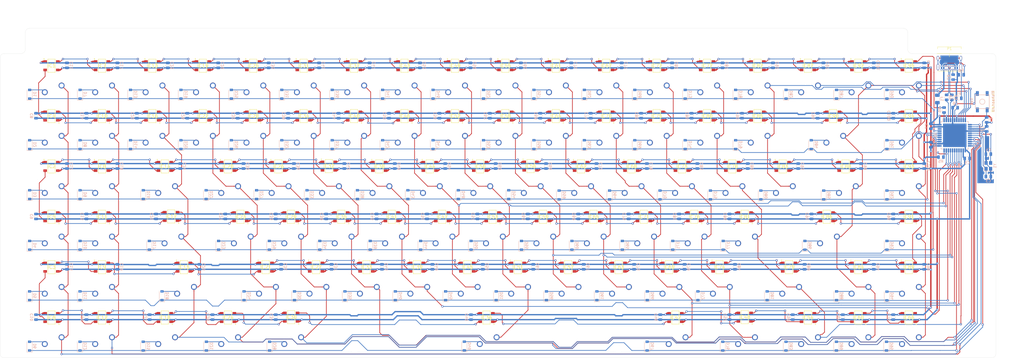
<source format=kicad_pcb>
(kicad_pcb (version 20171130) (host pcbnew "(5.1.4)-1")
  (layers (0 F.Cu signal) (31 B.Cu signal) (34 B.Paste user) (35 F.Paste user) (36 B.SilkS user) (37 F.SilkS user) (38 B.Mask user) (39 F.Mask user) (44 Edge.Cuts user))
  (net 0 "")
  (net 1 GND)
  (net 2 +5V)
  (net 3 "Net-(C3-Pad1)")
  (net 4 "Net-(C4-Pad1)")
  (net 5 "Net-(C6-Pad1)")
  (net 6 "Net-(D1-Pad2)")
  (net 7 ROW0)
  (net 8 "Net-(D2-Pad2)")
  (net 9 ROW1)
  (net 10 "Net-(D3-Pad2)")
  (net 11 ROW2)
  (net 12 "Net-(D4-Pad2)")
  (net 13 ROW3)
  (net 14 "Net-(D5-Pad2)")
  (net 15 ROW4)
  (net 16 "Net-(D6-Pad2)")
  (net 17 ROW5)
  (net 18 "Net-(D7-Pad2)")
  (net 19 "Net-(D8-Pad2)")
  (net 20 "Net-(D9-Pad2)")
  (net 21 "Net-(D10-Pad2)")
  (net 22 "Net-(D11-Pad2)")
  (net 23 "Net-(D12-Pad2)")
  (net 24 "Net-(D13-Pad2)")
  (net 25 "Net-(D14-Pad2)")
  (net 26 "Net-(D15-Pad2)")
  (net 27 "Net-(D16-Pad2)")
  (net 28 "Net-(D17-Pad2)")
  (net 29 "Net-(D18-Pad2)")
  (net 30 "Net-(D19-Pad2)")
  (net 31 "Net-(D20-Pad2)")
  (net 32 "Net-(D21-Pad2)")
  (net 33 "Net-(D22-Pad2)")
  (net 34 "Net-(D23-Pad2)")
  (net 35 "Net-(D24-Pad2)")
  (net 36 "Net-(D25-Pad2)")
  (net 37 "Net-(D26-Pad2)")
  (net 38 "Net-(D27-Pad2)")
  (net 39 "Net-(D28-Pad2)")
  (net 40 "Net-(D29-Pad2)")
  (net 41 "Net-(D30-Pad2)")
  (net 42 "Net-(D31-Pad2)")
  (net 43 "Net-(D32-Pad2)")
  (net 44 "Net-(D33-Pad2)")
  (net 45 "Net-(D34-Pad2)")
  (net 46 "Net-(D35-Pad2)")
  (net 47 "Net-(D36-Pad2)")
  (net 48 "Net-(D37-Pad2)")
  (net 49 "Net-(D38-Pad2)")
  (net 50 "Net-(D39-Pad2)")
  (net 51 "Net-(D40-Pad2)")
  (net 52 "Net-(D41-Pad2)")
  (net 53 "Net-(D42-Pad2)")
  (net 54 "Net-(D43-Pad2)")
  (net 55 "Net-(D44-Pad2)")
  (net 56 "Net-(D45-Pad2)")
  (net 57 "Net-(D46-Pad2)")
  (net 58 "Net-(D47-Pad2)")
  (net 59 "Net-(D48-Pad2)")
  (net 60 "Net-(D49-Pad2)")
  (net 61 "Net-(D50-Pad2)")
  (net 62 "Net-(D51-Pad2)")
  (net 63 "Net-(D52-Pad2)")
  (net 64 "Net-(D53-Pad2)")
  (net 65 "Net-(D54-Pad2)")
  (net 66 "Net-(D55-Pad2)")
  (net 67 "Net-(D56-Pad2)")
  (net 68 "Net-(D57-Pad2)")
  (net 69 "Net-(D58-Pad2)")
  (net 70 "Net-(D59-Pad2)")
  (net 71 "Net-(D60-Pad2)")
  (net 72 "Net-(D61-Pad2)")
  (net 73 "Net-(D62-Pad2)")
  (net 74 "Net-(D63-Pad2)")
  (net 75 "Net-(D64-Pad2)")
  (net 76 "Net-(D65-Pad2)")
  (net 77 "Net-(D66-Pad2)")
  (net 78 "Net-(D67-Pad2)")
  (net 79 "Net-(D68-Pad2)")
  (net 80 "Net-(D69-Pad2)")
  (net 81 "Net-(D70-Pad2)")
  (net 82 "Net-(D71-Pad2)")
  (net 83 "Net-(D72-Pad2)")
  (net 84 "Net-(D73-Pad2)")
  (net 85 "Net-(D74-Pad2)")
  (net 86 "Net-(D75-Pad2)")
  (net 87 "Net-(D76-Pad2)")
  (net 88 "Net-(D77-Pad2)")
  (net 89 "Net-(D78-Pad2)")
  (net 90 "Net-(D79-Pad2)")
  (net 91 "Net-(D80-Pad2)")
  (net 92 "Net-(D81-Pad2)")
  (net 93 "Net-(D82-Pad2)")
  (net 94 "Net-(D83-Pad2)")
  (net 95 "Net-(D84-Pad2)")
  (net 96 "Net-(D85-Pad2)")
  (net 97 "Net-(D86-Pad2)")
  (net 98 "Net-(D87-Pad2)")
  (net 99 "Net-(D88-Pad2)")
  (net 100 "Net-(D89-Pad2)")
  (net 101 "Net-(D90-Pad2)")
  (net 102 "Net-(D91-Pad2)")
  (net 103 "Net-(D92-Pad2)")
  (net 104 "Net-(D93-Pad2)")
  (net 105 "Net-(D94-Pad2)")
  (net 106 "Net-(D95-Pad2)")
  (net 107 VCC)
  (net 108 COL0)
  (net 109 COL1)
  (net 110 COL2)
  (net 111 COL3)
  (net 112 COL4)
  (net 113 COL5)
  (net 114 COL6)
  (net 115 COL7)
  (net 116 COL8)
  (net 117 COL9)
  (net 118 COL10)
  (net 119 COL11)
  (net 120 COL12)
  (net 121 COL13)
  (net 122 COL14)
  (net 123 COL15)
  (net 124 COL16)
  (net 125 COL17)
  (net 126 "Net-(P1-PadA5)")
  (net 127 D+)
  (net 128 D-)
  (net 129 "Net-(P1-PadB5)")
  (net 130 "Net-(P1-PadS1)")
  (net 131 "Net-(R2-Pad1)")
  (net 132 "Net-(R3-Pad1)")
  (net 133 "Net-(R4-Pad2)")
  (net 134 "Net-(R5-Pad2)")
  (net 135 "Net-(U1-Pad42)")
  (net 136 "Net-(IC1-Pad4)")
  (net 137 "Net-(IC1-Pad2)")
  (net 138 "Net-(IC2-Pad4)")
  (net 139 "Net-(IC2-Pad2)")
  (net 140 "Net-(IC3-Pad4)")
  (net 141 "Net-(IC3-Pad2)")
  (net 142 "Net-(IC10-Pad4)")
  (net 143 "Net-(IC11-Pad4)")
  (net 144 "Net-(IC12-Pad4)")
  (net 145 "Net-(IC13-Pad2)")
  (net 146 "Net-(IC14-Pad2)")
  (net 147 "Net-(IC15-Pad2)")
  (net 148 "Net-(IC10-Pad2)")
  (net 149 "Net-(IC11-Pad2)")
  (net 150 "Net-(IC12-Pad2)")
  (net 151 "Net-(IC13-Pad4)")
  (net 152 "Net-(IC14-Pad4)")
  (net 153 "Net-(IC15-Pad4)")
  (net 154 "Net-(IC16-Pad2)")
  (net 155 "Net-(IC17-Pad2)")
  (net 156 "Net-(IC18-Pad2)")
  (net 157 "Net-(IC19-Pad4)")
  (net 158 "Net-(IC20-Pad4)")
  (net 159 "Net-(IC21-Pad4)")
  (net 160 "Net-(IC22-Pad2)")
  (net 161 "Net-(IC23-Pad2)")
  (net 162 "Net-(IC24-Pad2)")
  (net 163 "Net-(IC25-Pad4)")
  (net 164 "Net-(IC26-Pad4)")
  (net 165 "Net-(IC27-Pad4)")
  (net 166 "Net-(IC28-Pad2)")
  (net 167 "Net-(IC29-Pad2)")
  (net 168 "Net-(IC30-Pad2)")
  (net 169 "Net-(IC31-Pad4)")
  (net 170 "Net-(IC32-Pad4)")
  (net 171 "Net-(IC33-Pad4)")
  (net 172 "Net-(IC34-Pad2)")
  (net 173 "Net-(IC35-Pad2)")
  (net 174 "Net-(IC36-Pad2)")
  (net 175 "Net-(IC37-Pad4)")
  (net 176 "Net-(IC38-Pad4)")
  (net 177 "Net-(IC39-Pad4)")
  (net 178 "Net-(IC40-Pad2)")
  (net 179 "Net-(IC41-Pad2)")
  (net 180 "Net-(IC42-Pad2)")
  (net 181 "Net-(IC43-Pad4)")
  (net 182 "Net-(IC44-Pad4)")
  (net 183 "Net-(IC45-Pad4)")
  (net 184 "Net-(IC46-Pad2)")
  (net 185 "Net-(IC47-Pad2)")
  (net 186 "Net-(IC48-Pad2)")
  (net 187 "Net-(IC49-Pad4)")
  (net 188 "Net-(IC50-Pad4)")
  (net 189 "Net-(IC51-Pad4)")
  (net 190 "Net-(IC52-Pad2)")
  (net 191 "Net-(IC53-Pad2)")
  (net 192 "Net-(IC54-Pad2)")
  (net 193 "Net-(IC55-Pad4)")
  (net 194 "Net-(IC56-Pad4)")
  (net 195 "Net-(IC57-Pad4)")
  (net 196 "Net-(IC58-Pad2)")
  (net 197 "Net-(IC59-Pad2)")
  (net 198 "Net-(IC60-Pad2)")
  (net 199 "Net-(IC61-Pad4)")
  (net 200 "Net-(IC62-Pad4)")
  (net 201 "Net-(IC63-Pad4)")
  (net 202 "Net-(IC64-Pad2)")
  (net 203 "Net-(IC65-Pad2)")
  (net 204 "Net-(IC66-Pad2)")
  (net 205 "Net-(IC67-Pad4)")
  (net 206 "Net-(IC68-Pad4)")
  (net 207 "Net-(IC69-Pad4)")
  (net 208 "Net-(IC70-Pad2)")
  (net 209 "Net-(IC71-Pad2)")
  (net 210 "Net-(IC72-Pad4)")
  (net 211 "Net-(IC73-Pad4)")
  (net 212 "Net-(IC74-Pad4)")
  (net 213 "Net-(IC75-Pad2)")
  (net 214 "Net-(IC76-Pad2)")
  (net 215 "Net-(IC77-Pad4)")
  (net 216 "Net-(IC78-Pad4)")
  (net 217 "Net-(IC79-Pad4)")
  (net 218 "Net-(IC80-Pad2)")
  (net 219 "Net-(IC81-Pad2)")
  (net 220 "Net-(IC82-Pad4)")
  (net 221 "Net-(IC83-Pad4)")
  (net 222 "Net-(IC84-Pad4)")
  (net 223 "Net-(IC85-Pad2)")
  (net 224 "Net-(IC86-Pad2)")
  (net 225 "Net-(IC87-Pad4)")
  (net 226 "Net-(IC88-Pad4)")
  (net 227 "Net-(IC89-Pad4)")
  (net 228 "Net-(IC90-Pad2)")
  (net 229 "Net-(IC92-Pad4)")
  (net 230 "Net-(IC93-Pad4)")
  (net 231 LED_DATA)
  (net 232 "Net-(R6-Pad2)")
  (net 233 "Net-(P1-PadA8)")
  (net 234 "Net-(P1-PadB8)")
  (module MountingHole:MountingHole_4.3mm_M4 (layer F.Cu) (at 118.844 -2.937)
    (fp_text reference REF** hide)
    (fp_text value MountingHole_4.3mm_M4)
    (pad 1 np_thru_hole circle (at 0 0) (size 4.3 4.3) (drill 4.3) (layers *.Cu *.Mask))
  )
  (module MountingHole:MountingHole_4.3mm_M4 (layer F.Cu) (at 178.844 -2.937)
    (fp_text reference REF** hide)
    (fp_text value MountingHole_4.3mm_M4)
    (pad 1 np_thru_hole circle (at 0 0) (size 4.3 4.3) (drill 4.3) (layers *.Cu *.Mask))
  )
  (module MountingHole:MountingHole_4.3mm_M4 (layer F.Cu) (at 103.98125 -113.50625)
    (fp_text reference REF** hide)
    (fp_text value MountingHole_4.3mm_M4)
    (pad 1 np_thru_hole circle (at 0 0) (size 4.3 4.3) (drill 4.3) (layers *.Cu *.Mask))
  )
  (module MountingHole:MountingHole_4.3mm_M4 (layer F.Cu) (at 188.9125 -113.50625)
    (fp_text reference REF** hide)
    (fp_text value MountingHole_4.3mm_M4)
    (pad 1 np_thru_hole circle (at 0 0) (size 4.3 4.3) (drill 4.3) (layers *.Cu *.Mask))
  )
  (module MountingHole:MountingHole_4.3mm_M4 (layer F.Cu) (at 303.2125 -113.50625)
    (fp_text reference REF** hide)
    (fp_text value MountingHole_4.3mm_M4)
    (pad 1 np_thru_hole circle (at 0 0) (size 4.3 4.3) (drill 4.3) (layers *.Cu *.Mask))
  )
  (module MountingHole:MountingHole_4.3mm_M4 (layer F.Cu) (at -20.6375 -113.50625)
    (fp_text reference REF** hide)
    (fp_text value MountingHole_4.3mm_M4)
    (pad 1 np_thru_hole circle (at 0 0) (size 4.3 4.3) (drill 4.3) (layers *.Cu *.Mask))
  )
  (module MountingHole:MountingHole_4.3mm_M4 (layer F.Cu) (at -30.226 1.5875)
    (fp_text reference REF** hide)
    (fp_text value MountingHole_4.3mm_M4)
    (pad 1 np_thru_hole circle (at 0 0) (size 4.3 4.3) (drill 4.3) (layers *.Cu *.Mask))
  )
  (module MountingHole:MountingHole_4.3mm_M4 (layer F.Cu) (at -30.1625 -103.98125)
    (fp_text reference REF** hide)
    (fp_text value MountingHole_4.3mm_M4)
    (pad 1 np_thru_hole circle (at 0 0) (size 4.3 4.3) (drill 4.3) (layers *.Cu *.Mask))
  )
  (module MountingHole:MountingHole_4.3mm_M4 (layer F.Cu) (at 336.55 1.5875)
    (fp_text reference REF** hide)
    (fp_text value MountingHole_4.3mm_M4)
    (pad 1 np_thru_hole circle (at 0 0) (size 4.3 4.3) (drill 4.3) (layers *.Cu *.Mask))
  )
  (module MountingHole:MountingHole_4.3mm_M4 (layer F.Cu) (at 336.55 -103.98125)
    (fp_text reference REF** hide)
    (fp_text value MountingHole_4.3mm_M4)
    (pad 1 np_thru_hole circle (at 0 0) (size 4.3 4.3) (drill 4.3) (layers *.Cu *.Mask))
  )
  (module Resistor_SMD:R_0805_2012Metric (layer B.Cu) (at 328.168 -100.711 180)
    (fp_text reference R8 (at 0 1.65) (layer B.SilkS) (effects (justify mirror)))
    (fp_text value 5.1k)
    (pad 2 smd roundrect (at 0.9375 0 180) (size 0.975 1.4) (layers B.Cu B.Paste B.Mask) (net 1 GND))
    (pad 1 smd roundrect (at -0.9375 0 180) (size 0.975 1.4) (layers B.Cu B.Paste B.Mask) (net 129 "Net-(P1-PadB5)"))
  )
  (module Resistor_SMD:R_0805_2012Metric (layer B.Cu) (at 325.12 -99.822 270)
    (fp_text reference R7 (at 0 1.65 270) (layer B.SilkS) (effects (justify mirror)))
    (fp_text value 5.1k)
    (pad 2 smd roundrect (at 0.9375 0 270) (size 0.975 1.4) (layers B.Cu B.Paste B.Mask) (net 1 GND))
    (pad 1 smd roundrect (at -0.9375 0 270) (size 0.975 1.4) (layers B.Cu B.Paste B.Mask) (net 126 "Net-(P1-PadA5)"))
  )
  (module Resistor_SMD:R_0805_2012Metric (layer B.Cu) (at 321.691 -87.376 270)
    (fp_text reference R6 (at 0 1.65 270) (layer B.SilkS) (effects (justify mirror)))
    (fp_text value 500)
    (pad 2 smd roundrect (at 0.9375 0 270) (size 0.975 1.4) (layers B.Cu B.Paste B.Mask) (net 232 "Net-(R6-Pad2)"))
    (pad 1 smd roundrect (at -0.9375 0 270) (size 0.975 1.4) (layers B.Cu B.Paste B.Mask) (net 231 LED_DATA))
  )
  (module LED:WS2812B (layer F.Cu) (at 246.38 -9.017 180)
    (fp_text reference IC48 (at 0 0) (layer F.SilkS) (effects (font (size 1.27 1.27) (thickness 0.254))))
    (fp_text value WS2812B hide)
    (pad 4 smd rect (at 2.4 -1.6 270) (size 0.95 1.35) (layers F.Cu F.Paste F.Mask) (net 180 "Net-(IC42-Pad2)"))
    (pad 3 smd rect (at 2.4 1.6 270) (size 0.95 1.35) (layers F.Cu F.Paste F.Mask) (net 2 +5V))
    (pad 2 smd rect (at -2.4 1.6 270) (size 0.95 1.35) (layers F.Cu F.Paste F.Mask) (net 186 "Net-(IC48-Pad2)"))
    (pad 1 smd rect (at -2.4 -1.6 270) (size 0.95 1.35) (layers F.Cu F.Paste F.Mask) (net 1 GND))
  )
  (module MX_Only:MXOnly-2U-NoLED (layer F.Cu) (at 279.781 -80.137 180)
    (fp_text reference MX1-16)
    (fp_text value MX-NoLED)
    (pad 2 thru_hole circle (at 2.54 -5.08 180) (size 2.25 2.25) (drill 1.47) (layers *.Cu B.Mask) (net 95 "Net-(D84-Pad2)"))
    (pad "" np_thru_hole circle (at 0 0 180) (size 3.9878 3.9878) (drill 3.9878) (layers *.Cu *.Mask))
    (pad 1 thru_hole circle (at -3.81 -2.54 180) (size 2.25 2.25) (drill 1.47) (layers *.Cu B.Mask) (net 124 COL16))
    (pad "" np_thru_hole circle (at -5.08 0 228.0996) (size 1.75 1.75) (drill 1.75) (layers *.Cu *.Mask))
    (pad "" np_thru_hole circle (at 5.08 0 228.0996) (size 1.75 1.75) (drill 1.75) (layers *.Cu *.Mask))
    (pad "" np_thru_hole circle (at -11.90625 -6.985 180) (size 3.048 3.048) (drill 3.048) (layers *.Cu *.Mask))
    (pad "" np_thru_hole circle (at 11.90625 -6.985 180) (size 3.048 3.048) (drill 3.048) (layers *.Cu *.Mask))
    (pad "" np_thru_hole circle (at -11.90625 8.255 180) (size 3.9878 3.9878) (drill 3.9878) (layers *.Cu *.Mask))
    (pad "" np_thru_hole circle (at 11.90625 8.255 180) (size 3.9878 3.9878) (drill 3.9878) (layers *.Cu *.Mask))
  )
  (module MX_Only:MXOnly-1.25U-NoLED (layer F.Cu) (at 220.218 -3.937 180)
    (fp_text reference MX5-11)
    (fp_text value MX-NoLED)
    (pad 2 thru_hole circle (at 2.54 -5.08 180) (size 2.25 2.25) (drill 1.47) (layers *.Cu B.Mask) (net 78 "Net-(D67-Pad2)"))
    (pad "" np_thru_hole circle (at 0 0 180) (size 3.9878 3.9878) (drill 3.9878) (layers *.Cu *.Mask))
    (pad 1 thru_hole circle (at -3.81 -2.54 180) (size 2.25 2.25) (drill 1.47) (layers *.Cu B.Mask) (net 119 COL11))
    (pad "" np_thru_hole circle (at -5.08 0 228.0996) (size 1.75 1.75) (drill 1.75) (layers *.Cu *.Mask))
    (pad "" np_thru_hole circle (at 5.08 0 228.0996) (size 1.75 1.75) (drill 1.75) (layers *.Cu *.Mask))
  )
  (module MX_Only:MXOnly-6.25U-NoLED (layer F.Cu) (at 148.844 -3.937 180)
    (fp_text reference MX5-8)
    (fp_text value MX-NoLED)
    (pad 2 thru_hole circle (at 2.54 -5.08 180) (size 2.25 2.25) (drill 1.47) (layers *.Cu B.Mask) (net 60 "Net-(D49-Pad2)"))
    (pad "" np_thru_hole circle (at 0 0 180) (size 3.9878 3.9878) (drill 3.9878) (layers *.Cu *.Mask))
    (pad 1 thru_hole circle (at -3.81 -2.54 180) (size 2.25 2.25) (drill 1.47) (layers *.Cu B.Mask) (net 116 COL8))
    (pad "" np_thru_hole circle (at -5.08 0 228.0996) (size 1.75 1.75) (drill 1.75) (layers *.Cu *.Mask))
    (pad "" np_thru_hole circle (at 5.08 0 228.0996) (size 1.75 1.75) (drill 1.75) (layers *.Cu *.Mask))
    (pad "" np_thru_hole circle (at -49.9999 -6.985 180) (size 3.048 3.048) (drill 3.048) (layers *.Cu *.Mask))
    (pad "" np_thru_hole circle (at 49.9999 -6.985 180) (size 3.048 3.048) (drill 3.048) (layers *.Cu *.Mask))
    (pad "" np_thru_hole circle (at -49.9999 8.255 180) (size 3.9878 3.9878) (drill 3.9878) (layers *.Cu *.Mask))
    (pad "" np_thru_hole circle (at 49.9999 8.255 180) (size 3.9878 3.9878) (drill 3.9878) (layers *.Cu *.Mask))
  )
  (module LED:WS2812B (layer F.Cu) (at 308.356 -104.14)
    (fp_text reference IC95 (at 0 0) (layer F.SilkS) (effects (font (size 1.27 1.27) (thickness 0.254))))
    (fp_text value WS2812B hide)
    (pad 4 smd rect (at 2.4 -1.6 90) (size 0.95 1.35) (layers F.Cu F.Paste F.Mask) (net 231 LED_DATA))
    (pad 3 smd rect (at 2.4 1.6 90) (size 0.95 1.35) (layers F.Cu F.Paste F.Mask) (net 2 +5V))
    (pad 2 smd rect (at -2.4 1.6 90) (size 0.95 1.35) (layers F.Cu F.Paste F.Mask) (net 229 "Net-(IC92-Pad4)"))
    (pad 1 smd rect (at -2.4 -1.6 90) (size 0.95 1.35) (layers F.Cu F.Paste F.Mask) (net 1 GND))
  )
  (module LED:WS2812B (layer F.Cu) (at 308.356 -85.09 180)
    (fp_text reference IC94 (at 0 0) (layer F.SilkS) (effects (font (size 1.27 1.27) (thickness 0.254))))
    (fp_text value WS2812B hide)
    (pad 4 smd rect (at 2.4 -1.6 270) (size 0.95 1.35) (layers F.Cu F.Paste F.Mask) (net 228 "Net-(IC90-Pad2)"))
    (pad 3 smd rect (at 2.4 1.6 270) (size 0.95 1.35) (layers F.Cu F.Paste F.Mask) (net 2 +5V))
    (pad 2 smd rect (at -2.4 1.6 270) (size 0.95 1.35) (layers F.Cu F.Paste F.Mask) (net 230 "Net-(IC93-Pad4)"))
    (pad 1 smd rect (at -2.4 -1.6 270) (size 0.95 1.35) (layers F.Cu F.Paste F.Mask) (net 1 GND))
  )
  (module LED:WS2812B (layer F.Cu) (at 308.356 -66.04)
    (fp_text reference IC93 (at 0 0) (layer F.SilkS) (effects (font (size 1.27 1.27) (thickness 0.254))))
    (fp_text value WS2812B hide)
    (pad 4 smd rect (at 2.4 -1.6 90) (size 0.95 1.35) (layers F.Cu F.Paste F.Mask) (net 230 "Net-(IC93-Pad4)"))
    (pad 3 smd rect (at 2.4 1.6 90) (size 0.95 1.35) (layers F.Cu F.Paste F.Mask) (net 2 +5V))
    (pad 2 smd rect (at -2.4 1.6 90) (size 0.95 1.35) (layers F.Cu F.Paste F.Mask) (net 226 "Net-(IC88-Pad4)"))
    (pad 1 smd rect (at -2.4 -1.6 90) (size 0.95 1.35) (layers F.Cu F.Paste F.Mask) (net 1 GND))
  )
  (module LED:WS2812B (layer F.Cu) (at 289.306 -104.14)
    (fp_text reference IC92 (at 0 0) (layer F.SilkS) (effects (font (size 1.27 1.27) (thickness 0.254))))
    (fp_text value WS2812B hide)
    (pad 4 smd rect (at 2.4 -1.6 90) (size 0.95 1.35) (layers F.Cu F.Paste F.Mask) (net 229 "Net-(IC92-Pad4)"))
    (pad 3 smd rect (at 2.4 1.6 90) (size 0.95 1.35) (layers F.Cu F.Paste F.Mask) (net 2 +5V))
    (pad 2 smd rect (at -2.4 1.6 90) (size 0.95 1.35) (layers F.Cu F.Paste F.Mask) (net 225 "Net-(IC87-Pad4)"))
    (pad 1 smd rect (at -2.4 -1.6 90) (size 0.95 1.35) (layers F.Cu F.Paste F.Mask) (net 1 GND))
  )
  (module LED:WS2812B (layer F.Cu) (at 308.356 -46.99 180)
    (fp_text reference IC91 (at 0 0) (layer F.SilkS) (effects (font (size 1.27 1.27) (thickness 0.254))))
    (fp_text value WS2812B hide)
    (pad 4 smd rect (at 2.4 -1.6 270) (size 0.95 1.35) (layers F.Cu F.Paste F.Mask) (net 224 "Net-(IC86-Pad2)"))
    (pad 3 smd rect (at 2.4 1.6 270) (size 0.95 1.35) (layers F.Cu F.Paste F.Mask) (net 2 +5V))
    (pad 2 smd rect (at -2.4 1.6 270) (size 0.95 1.35) (layers F.Cu F.Paste F.Mask) (net 227 "Net-(IC89-Pad4)"))
    (pad 1 smd rect (at -2.4 -1.6 270) (size 0.95 1.35) (layers F.Cu F.Paste F.Mask) (net 1 GND))
  )
  (module LED:WS2812B (layer F.Cu) (at 279.781 -85.09 180)
    (fp_text reference IC90 (at 0 0) (layer F.SilkS) (effects (font (size 1.27 1.27) (thickness 0.254))))
    (fp_text value WS2812B hide)
    (pad 4 smd rect (at 2.4 -1.6 270) (size 0.95 1.35) (layers F.Cu F.Paste F.Mask) (net 223 "Net-(IC85-Pad2)"))
    (pad 3 smd rect (at 2.4 1.6 270) (size 0.95 1.35) (layers F.Cu F.Paste F.Mask) (net 2 +5V))
    (pad 2 smd rect (at -2.4 1.6 270) (size 0.95 1.35) (layers F.Cu F.Paste F.Mask) (net 228 "Net-(IC90-Pad2)"))
    (pad 1 smd rect (at -2.4 -1.6 270) (size 0.95 1.35) (layers F.Cu F.Paste F.Mask) (net 1 GND))
  )
  (module LED:WS2812B (layer F.Cu) (at 308.356 -27.94)
    (fp_text reference IC89 (at 0 0) (layer F.SilkS) (effects (font (size 1.27 1.27) (thickness 0.254))))
    (fp_text value WS2812B hide)
    (pad 4 smd rect (at 2.4 -1.6 90) (size 0.95 1.35) (layers F.Cu F.Paste F.Mask) (net 227 "Net-(IC89-Pad4)"))
    (pad 3 smd rect (at 2.4 1.6 90) (size 0.95 1.35) (layers F.Cu F.Paste F.Mask) (net 2 +5V))
    (pad 2 smd rect (at -2.4 1.6 90) (size 0.95 1.35) (layers F.Cu F.Paste F.Mask) (net 222 "Net-(IC84-Pad4)"))
    (pad 1 smd rect (at -2.4 -1.6 90) (size 0.95 1.35) (layers F.Cu F.Paste F.Mask) (net 1 GND))
  )
  (module LED:WS2812B (layer F.Cu) (at 284.48 -66.04)
    (fp_text reference IC88 (at 0 0) (layer F.SilkS) (effects (font (size 1.27 1.27) (thickness 0.254))))
    (fp_text value WS2812B hide)
    (pad 4 smd rect (at 2.4 -1.6 90) (size 0.95 1.35) (layers F.Cu F.Paste F.Mask) (net 226 "Net-(IC88-Pad4)"))
    (pad 3 smd rect (at 2.4 1.6 90) (size 0.95 1.35) (layers F.Cu F.Paste F.Mask) (net 2 +5V))
    (pad 2 smd rect (at -2.4 1.6 90) (size 0.95 1.35) (layers F.Cu F.Paste F.Mask) (net 221 "Net-(IC83-Pad4)"))
    (pad 1 smd rect (at -2.4 -1.6 90) (size 0.95 1.35) (layers F.Cu F.Paste F.Mask) (net 1 GND))
  )
  (module LED:WS2812B (layer F.Cu) (at 270.256 -104.14)
    (fp_text reference IC87 (at 0 0) (layer F.SilkS) (effects (font (size 1.27 1.27) (thickness 0.254))))
    (fp_text value WS2812B hide)
    (pad 4 smd rect (at 2.4 -1.6 90) (size 0.95 1.35) (layers F.Cu F.Paste F.Mask) (net 225 "Net-(IC87-Pad4)"))
    (pad 3 smd rect (at 2.4 1.6 90) (size 0.95 1.35) (layers F.Cu F.Paste F.Mask) (net 2 +5V))
    (pad 2 smd rect (at -2.4 1.6 90) (size 0.95 1.35) (layers F.Cu F.Paste F.Mask) (net 220 "Net-(IC82-Pad4)"))
    (pad 1 smd rect (at -2.4 -1.6 90) (size 0.95 1.35) (layers F.Cu F.Paste F.Mask) (net 1 GND))
  )
  (module LED:WS2812B (layer F.Cu) (at 277.368 -46.99 180)
    (fp_text reference IC86 (at 0 0) (layer F.SilkS) (effects (font (size 1.27 1.27) (thickness 0.254))))
    (fp_text value WS2812B hide)
    (pad 4 smd rect (at 2.4 -1.6 270) (size 0.95 1.35) (layers F.Cu F.Paste F.Mask) (net 219 "Net-(IC81-Pad2)"))
    (pad 3 smd rect (at 2.4 1.6 270) (size 0.95 1.35) (layers F.Cu F.Paste F.Mask) (net 2 +5V))
    (pad 2 smd rect (at -2.4 1.6 270) (size 0.95 1.35) (layers F.Cu F.Paste F.Mask) (net 224 "Net-(IC86-Pad2)"))
    (pad 1 smd rect (at -2.4 -1.6 270) (size 0.95 1.35) (layers F.Cu F.Paste F.Mask) (net 1 GND))
  )
  (module LED:WS2812B (layer F.Cu) (at 251.206 -85.09 180)
    (fp_text reference IC85 (at 0 0) (layer F.SilkS) (effects (font (size 1.27 1.27) (thickness 0.254))))
    (fp_text value WS2812B hide)
    (pad 4 smd rect (at 2.4 -1.6 270) (size 0.95 1.35) (layers F.Cu F.Paste F.Mask) (net 218 "Net-(IC80-Pad2)"))
    (pad 3 smd rect (at 2.4 1.6 270) (size 0.95 1.35) (layers F.Cu F.Paste F.Mask) (net 2 +5V))
    (pad 2 smd rect (at -2.4 1.6 270) (size 0.95 1.35) (layers F.Cu F.Paste F.Mask) (net 223 "Net-(IC85-Pad2)"))
    (pad 1 smd rect (at -2.4 -1.6 270) (size 0.95 1.35) (layers F.Cu F.Paste F.Mask) (net 1 GND))
  )
  (module LED:WS2812B (layer F.Cu) (at 289.306 -27.94)
    (fp_text reference IC84 (at 0 0) (layer F.SilkS) (effects (font (size 1.27 1.27) (thickness 0.254))))
    (fp_text value WS2812B hide)
    (pad 4 smd rect (at 2.4 -1.6 90) (size 0.95 1.35) (layers F.Cu F.Paste F.Mask) (net 222 "Net-(IC84-Pad4)"))
    (pad 3 smd rect (at 2.4 1.6 90) (size 0.95 1.35) (layers F.Cu F.Paste F.Mask) (net 2 +5V))
    (pad 2 smd rect (at -2.4 1.6 90) (size 0.95 1.35) (layers F.Cu F.Paste F.Mask) (net 217 "Net-(IC79-Pad4)"))
    (pad 1 smd rect (at -2.4 -1.6 90) (size 0.95 1.35) (layers F.Cu F.Paste F.Mask) (net 1 GND))
  )
  (module LED:WS2812B (layer F.Cu) (at 260.731 -66.04)
    (fp_text reference IC83 (at 0 0) (layer F.SilkS) (effects (font (size 1.27 1.27) (thickness 0.254))))
    (fp_text value WS2812B hide)
    (pad 4 smd rect (at 2.4 -1.6 90) (size 0.95 1.35) (layers F.Cu F.Paste F.Mask) (net 221 "Net-(IC83-Pad4)"))
    (pad 3 smd rect (at 2.4 1.6 90) (size 0.95 1.35) (layers F.Cu F.Paste F.Mask) (net 2 +5V))
    (pad 2 smd rect (at -2.4 1.6 90) (size 0.95 1.35) (layers F.Cu F.Paste F.Mask) (net 216 "Net-(IC78-Pad4)"))
    (pad 1 smd rect (at -2.4 -1.6 90) (size 0.95 1.35) (layers F.Cu F.Paste F.Mask) (net 1 GND))
  )
  (module LED:WS2812B (layer F.Cu) (at 251.206 -104.14)
    (fp_text reference IC82 (at 0 0) (layer F.SilkS) (effects (font (size 1.27 1.27) (thickness 0.254))))
    (fp_text value WS2812B hide)
    (pad 4 smd rect (at 2.4 -1.6 90) (size 0.95 1.35) (layers F.Cu F.Paste F.Mask) (net 220 "Net-(IC82-Pad4)"))
    (pad 3 smd rect (at 2.4 1.6 90) (size 0.95 1.35) (layers F.Cu F.Paste F.Mask) (net 2 +5V))
    (pad 2 smd rect (at -2.4 1.6 90) (size 0.95 1.35) (layers F.Cu F.Paste F.Mask) (net 215 "Net-(IC77-Pad4)"))
    (pad 1 smd rect (at -2.4 -1.6 90) (size 0.95 1.35) (layers F.Cu F.Paste F.Mask) (net 1 GND))
  )
  (module LED:WS2812B (layer F.Cu) (at 246.38 -46.99 180)
    (fp_text reference IC81 (at 0 0) (layer F.SilkS) (effects (font (size 1.27 1.27) (thickness 0.254))))
    (fp_text value WS2812B hide)
    (pad 4 smd rect (at 2.4 -1.6 270) (size 0.95 1.35) (layers F.Cu F.Paste F.Mask) (net 214 "Net-(IC76-Pad2)"))
    (pad 3 smd rect (at 2.4 1.6 270) (size 0.95 1.35) (layers F.Cu F.Paste F.Mask) (net 2 +5V))
    (pad 2 smd rect (at -2.4 1.6 270) (size 0.95 1.35) (layers F.Cu F.Paste F.Mask) (net 219 "Net-(IC81-Pad2)"))
    (pad 1 smd rect (at -2.4 -1.6 270) (size 0.95 1.35) (layers F.Cu F.Paste F.Mask) (net 1 GND))
  )
  (module LED:WS2812B (layer F.Cu) (at 232.156 -85.09 180)
    (fp_text reference IC80 (at 0 0) (layer F.SilkS) (effects (font (size 1.27 1.27) (thickness 0.254))))
    (fp_text value WS2812B hide)
    (pad 4 smd rect (at 2.4 -1.6 270) (size 0.95 1.35) (layers F.Cu F.Paste F.Mask) (net 213 "Net-(IC75-Pad2)"))
    (pad 3 smd rect (at 2.4 1.6 270) (size 0.95 1.35) (layers F.Cu F.Paste F.Mask) (net 2 +5V))
    (pad 2 smd rect (at -2.4 1.6 270) (size 0.95 1.35) (layers F.Cu F.Paste F.Mask) (net 218 "Net-(IC80-Pad2)"))
    (pad 1 smd rect (at -2.4 -1.6 270) (size 0.95 1.35) (layers F.Cu F.Paste F.Mask) (net 1 GND))
  )
  (module LED:WS2812B (layer F.Cu) (at 263.144 -27.94)
    (fp_text reference IC79 (at 0 0) (layer F.SilkS) (effects (font (size 1.27 1.27) (thickness 0.254))))
    (fp_text value WS2812B hide)
    (pad 4 smd rect (at 2.4 -1.6 90) (size 0.95 1.35) (layers F.Cu F.Paste F.Mask) (net 217 "Net-(IC79-Pad4)"))
    (pad 3 smd rect (at 2.4 1.6 90) (size 0.95 1.35) (layers F.Cu F.Paste F.Mask) (net 2 +5V))
    (pad 2 smd rect (at -2.4 1.6 90) (size 0.95 1.35) (layers F.Cu F.Paste F.Mask) (net 212 "Net-(IC74-Pad4)"))
    (pad 1 smd rect (at -2.4 -1.6 90) (size 0.95 1.35) (layers F.Cu F.Paste F.Mask) (net 1 GND))
  )
  (module LED:WS2812B (layer F.Cu) (at 241.681 -66.04)
    (fp_text reference IC78 (at 0 0) (layer F.SilkS) (effects (font (size 1.27 1.27) (thickness 0.254))))
    (fp_text value WS2812B hide)
    (pad 4 smd rect (at 2.4 -1.6 90) (size 0.95 1.35) (layers F.Cu F.Paste F.Mask) (net 216 "Net-(IC78-Pad4)"))
    (pad 3 smd rect (at 2.4 1.6 90) (size 0.95 1.35) (layers F.Cu F.Paste F.Mask) (net 2 +5V))
    (pad 2 smd rect (at -2.4 1.6 90) (size 0.95 1.35) (layers F.Cu F.Paste F.Mask) (net 211 "Net-(IC73-Pad4)"))
    (pad 1 smd rect (at -2.4 -1.6 90) (size 0.95 1.35) (layers F.Cu F.Paste F.Mask) (net 1 GND))
  )
  (module LED:WS2812B (layer F.Cu) (at 232.156 -104.14)
    (fp_text reference IC77 (at 0 0) (layer F.SilkS) (effects (font (size 1.27 1.27) (thickness 0.254))))
    (fp_text value WS2812B hide)
    (pad 4 smd rect (at 2.4 -1.6 90) (size 0.95 1.35) (layers F.Cu F.Paste F.Mask) (net 215 "Net-(IC77-Pad4)"))
    (pad 3 smd rect (at 2.4 1.6 90) (size 0.95 1.35) (layers F.Cu F.Paste F.Mask) (net 2 +5V))
    (pad 2 smd rect (at -2.4 1.6 90) (size 0.95 1.35) (layers F.Cu F.Paste F.Mask) (net 210 "Net-(IC72-Pad4)"))
    (pad 1 smd rect (at -2.4 -1.6 90) (size 0.95 1.35) (layers F.Cu F.Paste F.Mask) (net 1 GND))
  )
  (module LED:WS2812B (layer F.Cu) (at 227.33 -46.99 180)
    (fp_text reference IC76 (at 0 0) (layer F.SilkS) (effects (font (size 1.27 1.27) (thickness 0.254))))
    (fp_text value WS2812B hide)
    (pad 4 smd rect (at 2.4 -1.6 270) (size 0.95 1.35) (layers F.Cu F.Paste F.Mask) (net 209 "Net-(IC71-Pad2)"))
    (pad 3 smd rect (at 2.4 1.6 270) (size 0.95 1.35) (layers F.Cu F.Paste F.Mask) (net 2 +5V))
    (pad 2 smd rect (at -2.4 1.6 270) (size 0.95 1.35) (layers F.Cu F.Paste F.Mask) (net 214 "Net-(IC76-Pad2)"))
    (pad 1 smd rect (at -2.4 -1.6 270) (size 0.95 1.35) (layers F.Cu F.Paste F.Mask) (net 1 GND))
  )
  (module LED:WS2812B (layer F.Cu) (at 213.106 -85.09 180)
    (fp_text reference IC75 (at 0 0) (layer F.SilkS) (effects (font (size 1.27 1.27) (thickness 0.254))))
    (fp_text value WS2812B hide)
    (pad 4 smd rect (at 2.4 -1.6 270) (size 0.95 1.35) (layers F.Cu F.Paste F.Mask) (net 208 "Net-(IC70-Pad2)"))
    (pad 3 smd rect (at 2.4 1.6 270) (size 0.95 1.35) (layers F.Cu F.Paste F.Mask) (net 2 +5V))
    (pad 2 smd rect (at -2.4 1.6 270) (size 0.95 1.35) (layers F.Cu F.Paste F.Mask) (net 213 "Net-(IC75-Pad2)"))
    (pad 1 smd rect (at -2.4 -1.6 270) (size 0.95 1.35) (layers F.Cu F.Paste F.Mask) (net 1 GND))
  )
  (module LED:WS2812B (layer F.Cu) (at 236.855 -27.94)
    (fp_text reference IC74 (at 0 0) (layer F.SilkS) (effects (font (size 1.27 1.27) (thickness 0.254))))
    (fp_text value WS2812B hide)
    (pad 4 smd rect (at 2.4 -1.6 90) (size 0.95 1.35) (layers F.Cu F.Paste F.Mask) (net 212 "Net-(IC74-Pad4)"))
    (pad 3 smd rect (at 2.4 1.6 90) (size 0.95 1.35) (layers F.Cu F.Paste F.Mask) (net 2 +5V))
    (pad 2 smd rect (at -2.4 1.6 90) (size 0.95 1.35) (layers F.Cu F.Paste F.Mask) (net 207 "Net-(IC69-Pad4)"))
    (pad 1 smd rect (at -2.4 -1.6 90) (size 0.95 1.35) (layers F.Cu F.Paste F.Mask) (net 1 GND))
  )
  (module LED:WS2812B (layer F.Cu) (at 222.631 -66.04)
    (fp_text reference IC73 (at 0 0) (layer F.SilkS) (effects (font (size 1.27 1.27) (thickness 0.254))))
    (fp_text value WS2812B hide)
    (pad 4 smd rect (at 2.4 -1.6 90) (size 0.95 1.35) (layers F.Cu F.Paste F.Mask) (net 211 "Net-(IC73-Pad4)"))
    (pad 3 smd rect (at 2.4 1.6 90) (size 0.95 1.35) (layers F.Cu F.Paste F.Mask) (net 2 +5V))
    (pad 2 smd rect (at -2.4 1.6 90) (size 0.95 1.35) (layers F.Cu F.Paste F.Mask) (net 206 "Net-(IC68-Pad4)"))
    (pad 1 smd rect (at -2.4 -1.6 90) (size 0.95 1.35) (layers F.Cu F.Paste F.Mask) (net 1 GND))
  )
  (module LED:WS2812B (layer F.Cu) (at 213.106 -104.14)
    (fp_text reference IC72 (at 0 0) (layer F.SilkS) (effects (font (size 1.27 1.27) (thickness 0.254))))
    (fp_text value WS2812B hide)
    (pad 4 smd rect (at 2.4 -1.6 90) (size 0.95 1.35) (layers F.Cu F.Paste F.Mask) (net 210 "Net-(IC72-Pad4)"))
    (pad 3 smd rect (at 2.4 1.6 90) (size 0.95 1.35) (layers F.Cu F.Paste F.Mask) (net 2 +5V))
    (pad 2 smd rect (at -2.4 1.6 90) (size 0.95 1.35) (layers F.Cu F.Paste F.Mask) (net 205 "Net-(IC67-Pad4)"))
    (pad 1 smd rect (at -2.4 -1.6 90) (size 0.95 1.35) (layers F.Cu F.Paste F.Mask) (net 1 GND))
  )
  (module LED:WS2812B (layer F.Cu) (at 208.28 -46.99 180)
    (fp_text reference IC71 (at 0 0) (layer F.SilkS) (effects (font (size 1.27 1.27) (thickness 0.254))))
    (fp_text value WS2812B hide)
    (pad 4 smd rect (at 2.4 -1.6 270) (size 0.95 1.35) (layers F.Cu F.Paste F.Mask) (net 203 "Net-(IC65-Pad2)"))
    (pad 3 smd rect (at 2.4 1.6 270) (size 0.95 1.35) (layers F.Cu F.Paste F.Mask) (net 2 +5V))
    (pad 2 smd rect (at -2.4 1.6 270) (size 0.95 1.35) (layers F.Cu F.Paste F.Mask) (net 209 "Net-(IC71-Pad2)"))
    (pad 1 smd rect (at -2.4 -1.6 270) (size 0.95 1.35) (layers F.Cu F.Paste F.Mask) (net 1 GND))
  )
  (module LED:WS2812B (layer F.Cu) (at 194.056 -85.09 180)
    (fp_text reference IC70 (at 0 0) (layer F.SilkS) (effects (font (size 1.27 1.27) (thickness 0.254))))
    (fp_text value WS2812B hide)
    (pad 4 smd rect (at 2.4 -1.6 270) (size 0.95 1.35) (layers F.Cu F.Paste F.Mask) (net 202 "Net-(IC64-Pad2)"))
    (pad 3 smd rect (at 2.4 1.6 270) (size 0.95 1.35) (layers F.Cu F.Paste F.Mask) (net 2 +5V))
    (pad 2 smd rect (at -2.4 1.6 270) (size 0.95 1.35) (layers F.Cu F.Paste F.Mask) (net 208 "Net-(IC70-Pad2)"))
    (pad 1 smd rect (at -2.4 -1.6 270) (size 0.95 1.35) (layers F.Cu F.Paste F.Mask) (net 1 GND))
  )
  (module LED:WS2812B (layer F.Cu) (at 217.805 -27.94)
    (fp_text reference IC69 (at 0 0) (layer F.SilkS) (effects (font (size 1.27 1.27) (thickness 0.254))))
    (fp_text value WS2812B hide)
    (pad 4 smd rect (at 2.4 -1.6 90) (size 0.95 1.35) (layers F.Cu F.Paste F.Mask) (net 207 "Net-(IC69-Pad4)"))
    (pad 3 smd rect (at 2.4 1.6 90) (size 0.95 1.35) (layers F.Cu F.Paste F.Mask) (net 2 +5V))
    (pad 2 smd rect (at -2.4 1.6 90) (size 0.95 1.35) (layers F.Cu F.Paste F.Mask) (net 201 "Net-(IC63-Pad4)"))
    (pad 1 smd rect (at -2.4 -1.6 90) (size 0.95 1.35) (layers F.Cu F.Paste F.Mask) (net 1 GND))
  )
  (module LED:WS2812B (layer F.Cu) (at 203.581 -66.04)
    (fp_text reference IC68 (at 0 0) (layer F.SilkS) (effects (font (size 1.27 1.27) (thickness 0.254))))
    (fp_text value WS2812B hide)
    (pad 4 smd rect (at 2.4 -1.6 90) (size 0.95 1.35) (layers F.Cu F.Paste F.Mask) (net 206 "Net-(IC68-Pad4)"))
    (pad 3 smd rect (at 2.4 1.6 90) (size 0.95 1.35) (layers F.Cu F.Paste F.Mask) (net 2 +5V))
    (pad 2 smd rect (at -2.4 1.6 90) (size 0.95 1.35) (layers F.Cu F.Paste F.Mask) (net 200 "Net-(IC62-Pad4)"))
    (pad 1 smd rect (at -2.4 -1.6 90) (size 0.95 1.35) (layers F.Cu F.Paste F.Mask) (net 1 GND))
  )
  (module LED:WS2812B (layer F.Cu) (at 194.056 -104.14)
    (fp_text reference IC67 (at 0 0) (layer F.SilkS) (effects (font (size 1.27 1.27) (thickness 0.254))))
    (fp_text value WS2812B hide)
    (pad 4 smd rect (at 2.4 -1.6 90) (size 0.95 1.35) (layers F.Cu F.Paste F.Mask) (net 205 "Net-(IC67-Pad4)"))
    (pad 3 smd rect (at 2.4 1.6 90) (size 0.95 1.35) (layers F.Cu F.Paste F.Mask) (net 2 +5V))
    (pad 2 smd rect (at -2.4 1.6 90) (size 0.95 1.35) (layers F.Cu F.Paste F.Mask) (net 199 "Net-(IC61-Pad4)"))
    (pad 1 smd rect (at -2.4 -1.6 90) (size 0.95 1.35) (layers F.Cu F.Paste F.Mask) (net 1 GND))
  )
  (module LED:WS2812B (layer F.Cu) (at 308.356 -8.89 180)
    (fp_text reference IC66 (at 0 0) (layer F.SilkS) (effects (font (size 1.27 1.27) (thickness 0.254))))
    (fp_text value WS2812B hide)
    (pad 4 smd rect (at 2.4 -1.6 270) (size 0.95 1.35) (layers F.Cu F.Paste F.Mask) (net 198 "Net-(IC60-Pad2)"))
    (pad 3 smd rect (at 2.4 1.6 270) (size 0.95 1.35) (layers F.Cu F.Paste F.Mask) (net 2 +5V))
    (pad 2 smd rect (at -2.4 1.6 270) (size 0.95 1.35) (layers F.Cu F.Paste F.Mask) (net 204 "Net-(IC66-Pad2)"))
    (pad 1 smd rect (at -2.4 -1.6 270) (size 0.95 1.35) (layers F.Cu F.Paste F.Mask) (net 1 GND))
  )
  (module LED:WS2812B (layer F.Cu) (at 189.23 -46.99 180)
    (fp_text reference IC65 (at 0 0) (layer F.SilkS) (effects (font (size 1.27 1.27) (thickness 0.254))))
    (fp_text value WS2812B hide)
    (pad 4 smd rect (at 2.4 -1.6 270) (size 0.95 1.35) (layers F.Cu F.Paste F.Mask) (net 197 "Net-(IC59-Pad2)"))
    (pad 3 smd rect (at 2.4 1.6 270) (size 0.95 1.35) (layers F.Cu F.Paste F.Mask) (net 2 +5V))
    (pad 2 smd rect (at -2.4 1.6 270) (size 0.95 1.35) (layers F.Cu F.Paste F.Mask) (net 203 "Net-(IC65-Pad2)"))
    (pad 1 smd rect (at -2.4 -1.6 270) (size 0.95 1.35) (layers F.Cu F.Paste F.Mask) (net 1 GND))
  )
  (module LED:WS2812B (layer F.Cu) (at 175.006 -85.09 180)
    (fp_text reference IC64 (at 0 0) (layer F.SilkS) (effects (font (size 1.27 1.27) (thickness 0.254))))
    (fp_text value WS2812B hide)
    (pad 4 smd rect (at 2.4 -1.6 270) (size 0.95 1.35) (layers F.Cu F.Paste F.Mask) (net 196 "Net-(IC58-Pad2)"))
    (pad 3 smd rect (at 2.4 1.6 270) (size 0.95 1.35) (layers F.Cu F.Paste F.Mask) (net 2 +5V))
    (pad 2 smd rect (at -2.4 1.6 270) (size 0.95 1.35) (layers F.Cu F.Paste F.Mask) (net 202 "Net-(IC64-Pad2)"))
    (pad 1 smd rect (at -2.4 -1.6 270) (size 0.95 1.35) (layers F.Cu F.Paste F.Mask) (net 1 GND))
  )
  (module LED:WS2812B (layer F.Cu) (at 198.755 -27.94)
    (fp_text reference IC63 (at 0 0) (layer F.SilkS) (effects (font (size 1.27 1.27) (thickness 0.254))))
    (fp_text value WS2812B hide)
    (pad 4 smd rect (at 2.4 -1.6 90) (size 0.95 1.35) (layers F.Cu F.Paste F.Mask) (net 201 "Net-(IC63-Pad4)"))
    (pad 3 smd rect (at 2.4 1.6 90) (size 0.95 1.35) (layers F.Cu F.Paste F.Mask) (net 2 +5V))
    (pad 2 smd rect (at -2.4 1.6 90) (size 0.95 1.35) (layers F.Cu F.Paste F.Mask) (net 195 "Net-(IC57-Pad4)"))
    (pad 1 smd rect (at -2.4 -1.6 90) (size 0.95 1.35) (layers F.Cu F.Paste F.Mask) (net 1 GND))
  )
  (module LED:WS2812B (layer F.Cu) (at 184.531 -66.04)
    (fp_text reference IC62 (at 0 0) (layer F.SilkS) (effects (font (size 1.27 1.27) (thickness 0.254))))
    (fp_text value WS2812B hide)
    (pad 4 smd rect (at 2.4 -1.6 90) (size 0.95 1.35) (layers F.Cu F.Paste F.Mask) (net 200 "Net-(IC62-Pad4)"))
    (pad 3 smd rect (at 2.4 1.6 90) (size 0.95 1.35) (layers F.Cu F.Paste F.Mask) (net 2 +5V))
    (pad 2 smd rect (at -2.4 1.6 90) (size 0.95 1.35) (layers F.Cu F.Paste F.Mask) (net 194 "Net-(IC56-Pad4)"))
    (pad 1 smd rect (at -2.4 -1.6 90) (size 0.95 1.35) (layers F.Cu F.Paste F.Mask) (net 1 GND))
  )
  (module LED:WS2812B (layer F.Cu) (at 175.006 -104.14)
    (fp_text reference IC61 (at 0 0) (layer F.SilkS) (effects (font (size 1.27 1.27) (thickness 0.254))))
    (fp_text value WS2812B hide)
    (pad 4 smd rect (at 2.4 -1.6 90) (size 0.95 1.35) (layers F.Cu F.Paste F.Mask) (net 199 "Net-(IC61-Pad4)"))
    (pad 3 smd rect (at 2.4 1.6 90) (size 0.95 1.35) (layers F.Cu F.Paste F.Mask) (net 2 +5V))
    (pad 2 smd rect (at -2.4 1.6 90) (size 0.95 1.35) (layers F.Cu F.Paste F.Mask) (net 193 "Net-(IC55-Pad4)"))
    (pad 1 smd rect (at -2.4 -1.6 90) (size 0.95 1.35) (layers F.Cu F.Paste F.Mask) (net 1 GND))
  )
  (module LED:WS2812B (layer F.Cu) (at 289.306 -8.89 180)
    (fp_text reference IC60 (at 0 0) (layer F.SilkS) (effects (font (size 1.27 1.27) (thickness 0.254))))
    (fp_text value WS2812B hide)
    (pad 4 smd rect (at 2.4 -1.6 270) (size 0.95 1.35) (layers F.Cu F.Paste F.Mask) (net 192 "Net-(IC54-Pad2)"))
    (pad 3 smd rect (at 2.4 1.6 270) (size 0.95 1.35) (layers F.Cu F.Paste F.Mask) (net 2 +5V))
    (pad 2 smd rect (at -2.4 1.6 270) (size 0.95 1.35) (layers F.Cu F.Paste F.Mask) (net 198 "Net-(IC60-Pad2)"))
    (pad 1 smd rect (at -2.4 -1.6 270) (size 0.95 1.35) (layers F.Cu F.Paste F.Mask) (net 1 GND))
  )
  (module LED:WS2812B (layer F.Cu) (at 170.18 -46.99 180)
    (fp_text reference IC59 (at 0 0) (layer F.SilkS) (effects (font (size 1.27 1.27) (thickness 0.254))))
    (fp_text value WS2812B hide)
    (pad 4 smd rect (at 2.4 -1.6 270) (size 0.95 1.35) (layers F.Cu F.Paste F.Mask) (net 191 "Net-(IC53-Pad2)"))
    (pad 3 smd rect (at 2.4 1.6 270) (size 0.95 1.35) (layers F.Cu F.Paste F.Mask) (net 2 +5V))
    (pad 2 smd rect (at -2.4 1.6 270) (size 0.95 1.35) (layers F.Cu F.Paste F.Mask) (net 197 "Net-(IC59-Pad2)"))
    (pad 1 smd rect (at -2.4 -1.6 270) (size 0.95 1.35) (layers F.Cu F.Paste F.Mask) (net 1 GND))
  )
  (module LED:WS2812B (layer F.Cu) (at 155.956 -85.09 180)
    (fp_text reference IC58 (at 0 0) (layer F.SilkS) (effects (font (size 1.27 1.27) (thickness 0.254))))
    (fp_text value WS2812B hide)
    (pad 4 smd rect (at 2.4 -1.6 270) (size 0.95 1.35) (layers F.Cu F.Paste F.Mask) (net 190 "Net-(IC52-Pad2)"))
    (pad 3 smd rect (at 2.4 1.6 270) (size 0.95 1.35) (layers F.Cu F.Paste F.Mask) (net 2 +5V))
    (pad 2 smd rect (at -2.4 1.6 270) (size 0.95 1.35) (layers F.Cu F.Paste F.Mask) (net 196 "Net-(IC58-Pad2)"))
    (pad 1 smd rect (at -2.4 -1.6 270) (size 0.95 1.35) (layers F.Cu F.Paste F.Mask) (net 1 GND))
  )
  (module LED:WS2812B (layer F.Cu) (at 179.705 -27.94)
    (fp_text reference IC57 (at 0 0) (layer F.SilkS) (effects (font (size 1.27 1.27) (thickness 0.254))))
    (fp_text value WS2812B hide)
    (pad 4 smd rect (at 2.4 -1.6 90) (size 0.95 1.35) (layers F.Cu F.Paste F.Mask) (net 195 "Net-(IC57-Pad4)"))
    (pad 3 smd rect (at 2.4 1.6 90) (size 0.95 1.35) (layers F.Cu F.Paste F.Mask) (net 2 +5V))
    (pad 2 smd rect (at -2.4 1.6 90) (size 0.95 1.35) (layers F.Cu F.Paste F.Mask) (net 189 "Net-(IC51-Pad4)"))
    (pad 1 smd rect (at -2.4 -1.6 90) (size 0.95 1.35) (layers F.Cu F.Paste F.Mask) (net 1 GND))
  )
  (module LED:WS2812B (layer F.Cu) (at 165.481 -66.167)
    (fp_text reference IC56 (at 0 0) (layer F.SilkS) (effects (font (size 1.27 1.27) (thickness 0.254))))
    (fp_text value WS2812B hide)
    (pad 4 smd rect (at 2.4 -1.6 90) (size 0.95 1.35) (layers F.Cu F.Paste F.Mask) (net 194 "Net-(IC56-Pad4)"))
    (pad 3 smd rect (at 2.4 1.6 90) (size 0.95 1.35) (layers F.Cu F.Paste F.Mask) (net 2 +5V))
    (pad 2 smd rect (at -2.4 1.6 90) (size 0.95 1.35) (layers F.Cu F.Paste F.Mask) (net 188 "Net-(IC50-Pad4)"))
    (pad 1 smd rect (at -2.4 -1.6 90) (size 0.95 1.35) (layers F.Cu F.Paste F.Mask) (net 1 GND))
  )
  (module LED:WS2812B (layer F.Cu) (at 155.956 -104.14)
    (fp_text reference IC55 (at 0 0) (layer F.SilkS) (effects (font (size 1.27 1.27) (thickness 0.254))))
    (fp_text value WS2812B hide)
    (pad 4 smd rect (at 2.4 -1.6 90) (size 0.95 1.35) (layers F.Cu F.Paste F.Mask) (net 193 "Net-(IC55-Pad4)"))
    (pad 3 smd rect (at 2.4 1.6 90) (size 0.95 1.35) (layers F.Cu F.Paste F.Mask) (net 2 +5V))
    (pad 2 smd rect (at -2.4 1.6 90) (size 0.95 1.35) (layers F.Cu F.Paste F.Mask) (net 187 "Net-(IC49-Pad4)"))
    (pad 1 smd rect (at -2.4 -1.6 90) (size 0.95 1.35) (layers F.Cu F.Paste F.Mask) (net 1 GND))
  )
  (module LED:WS2812B (layer F.Cu) (at 270.256 -8.89 180)
    (fp_text reference IC54 (at 0 0) (layer F.SilkS) (effects (font (size 1.27 1.27) (thickness 0.254))))
    (fp_text value WS2812B hide)
    (pad 4 smd rect (at 2.4 -1.6 270) (size 0.95 1.35) (layers F.Cu F.Paste F.Mask) (net 186 "Net-(IC48-Pad2)"))
    (pad 3 smd rect (at 2.4 1.6 270) (size 0.95 1.35) (layers F.Cu F.Paste F.Mask) (net 2 +5V))
    (pad 2 smd rect (at -2.4 1.6 270) (size 0.95 1.35) (layers F.Cu F.Paste F.Mask) (net 192 "Net-(IC54-Pad2)"))
    (pad 1 smd rect (at -2.4 -1.6 270) (size 0.95 1.35) (layers F.Cu F.Paste F.Mask) (net 1 GND))
  )
  (module LED:WS2812B (layer F.Cu) (at 151.13 -46.99 180)
    (fp_text reference IC53 (at 0 0) (layer F.SilkS) (effects (font (size 1.27 1.27) (thickness 0.254))))
    (fp_text value WS2812B hide)
    (pad 4 smd rect (at 2.4 -1.6 270) (size 0.95 1.35) (layers F.Cu F.Paste F.Mask) (net 185 "Net-(IC47-Pad2)"))
    (pad 3 smd rect (at 2.4 1.6 270) (size 0.95 1.35) (layers F.Cu F.Paste F.Mask) (net 2 +5V))
    (pad 2 smd rect (at -2.4 1.6 270) (size 0.95 1.35) (layers F.Cu F.Paste F.Mask) (net 191 "Net-(IC53-Pad2)"))
    (pad 1 smd rect (at -2.4 -1.6 270) (size 0.95 1.35) (layers F.Cu F.Paste F.Mask) (net 1 GND))
  )
  (module LED:WS2812B (layer F.Cu) (at 136.906 -85.09 180)
    (fp_text reference IC52 (at 0 0) (layer F.SilkS) (effects (font (size 1.27 1.27) (thickness 0.254))))
    (fp_text value WS2812B hide)
    (pad 4 smd rect (at 2.4 -1.6 270) (size 0.95 1.35) (layers F.Cu F.Paste F.Mask) (net 184 "Net-(IC46-Pad2)"))
    (pad 3 smd rect (at 2.4 1.6 270) (size 0.95 1.35) (layers F.Cu F.Paste F.Mask) (net 2 +5V))
    (pad 2 smd rect (at -2.4 1.6 270) (size 0.95 1.35) (layers F.Cu F.Paste F.Mask) (net 190 "Net-(IC52-Pad2)"))
    (pad 1 smd rect (at -2.4 -1.6 270) (size 0.95 1.35) (layers F.Cu F.Paste F.Mask) (net 1 GND))
  )
  (module LED:WS2812B (layer F.Cu) (at 160.655 -27.94)
    (fp_text reference IC51 (at 0 0) (layer F.SilkS) (effects (font (size 1.27 1.27) (thickness 0.254))))
    (fp_text value WS2812B hide)
    (pad 4 smd rect (at 2.4 -1.6 90) (size 0.95 1.35) (layers F.Cu F.Paste F.Mask) (net 189 "Net-(IC51-Pad4)"))
    (pad 3 smd rect (at 2.4 1.6 90) (size 0.95 1.35) (layers F.Cu F.Paste F.Mask) (net 2 +5V))
    (pad 2 smd rect (at -2.4 1.6 90) (size 0.95 1.35) (layers F.Cu F.Paste F.Mask) (net 183 "Net-(IC45-Pad4)"))
    (pad 1 smd rect (at -2.4 -1.6 90) (size 0.95 1.35) (layers F.Cu F.Paste F.Mask) (net 1 GND))
  )
  (module LED:WS2812B (layer F.Cu) (at 146.431 -66.04)
    (fp_text reference IC50 (at 0 0) (layer F.SilkS) (effects (font (size 1.27 1.27) (thickness 0.254))))
    (fp_text value WS2812B hide)
    (pad 4 smd rect (at 2.4 -1.6 90) (size 0.95 1.35) (layers F.Cu F.Paste F.Mask) (net 188 "Net-(IC50-Pad4)"))
    (pad 3 smd rect (at 2.4 1.6 90) (size 0.95 1.35) (layers F.Cu F.Paste F.Mask) (net 2 +5V))
    (pad 2 smd rect (at -2.4 1.6 90) (size 0.95 1.35) (layers F.Cu F.Paste F.Mask) (net 182 "Net-(IC44-Pad4)"))
    (pad 1 smd rect (at -2.4 -1.6 90) (size 0.95 1.35) (layers F.Cu F.Paste F.Mask) (net 1 GND))
  )
  (module LED:WS2812B (layer F.Cu) (at 136.906 -104.14)
    (fp_text reference IC49 (at 0 0) (layer F.SilkS) (effects (font (size 1.27 1.27) (thickness 0.254))))
    (fp_text value WS2812B hide)
    (pad 4 smd rect (at 2.4 -1.6 90) (size 0.95 1.35) (layers F.Cu F.Paste F.Mask) (net 187 "Net-(IC49-Pad4)"))
    (pad 3 smd rect (at 2.4 1.6 90) (size 0.95 1.35) (layers F.Cu F.Paste F.Mask) (net 2 +5V))
    (pad 2 smd rect (at -2.4 1.6 90) (size 0.95 1.35) (layers F.Cu F.Paste F.Mask) (net 181 "Net-(IC43-Pad4)"))
    (pad 1 smd rect (at -2.4 -1.6 90) (size 0.95 1.35) (layers F.Cu F.Paste F.Mask) (net 1 GND))
  )
  (module LED:WS2812B (layer F.Cu) (at 132.08 -46.99 180)
    (fp_text reference IC47 (at 0 0) (layer F.SilkS) (effects (font (size 1.27 1.27) (thickness 0.254))))
    (fp_text value WS2812B hide)
    (pad 4 smd rect (at 2.4 -1.6 270) (size 0.95 1.35) (layers F.Cu F.Paste F.Mask) (net 179 "Net-(IC41-Pad2)"))
    (pad 3 smd rect (at 2.4 1.6 270) (size 0.95 1.35) (layers F.Cu F.Paste F.Mask) (net 2 +5V))
    (pad 2 smd rect (at -2.4 1.6 270) (size 0.95 1.35) (layers F.Cu F.Paste F.Mask) (net 185 "Net-(IC47-Pad2)"))
    (pad 1 smd rect (at -2.4 -1.6 270) (size 0.95 1.35) (layers F.Cu F.Paste F.Mask) (net 1 GND))
  )
  (module LED:WS2812B (layer F.Cu) (at 117.856 -85.09 180)
    (fp_text reference IC46 (at 0 0) (layer F.SilkS) (effects (font (size 1.27 1.27) (thickness 0.254))))
    (fp_text value WS2812B hide)
    (pad 4 smd rect (at 2.4 -1.6 270) (size 0.95 1.35) (layers F.Cu F.Paste F.Mask) (net 178 "Net-(IC40-Pad2)"))
    (pad 3 smd rect (at 2.4 1.6 270) (size 0.95 1.35) (layers F.Cu F.Paste F.Mask) (net 2 +5V))
    (pad 2 smd rect (at -2.4 1.6 270) (size 0.95 1.35) (layers F.Cu F.Paste F.Mask) (net 184 "Net-(IC46-Pad2)"))
    (pad 1 smd rect (at -2.4 -1.6 270) (size 0.95 1.35) (layers F.Cu F.Paste F.Mask) (net 1 GND))
  )
  (module LED:WS2812B (layer F.Cu) (at 141.605 -27.94)
    (fp_text reference IC45 (at 0 0) (layer F.SilkS) (effects (font (size 1.27 1.27) (thickness 0.254))))
    (fp_text value WS2812B hide)
    (pad 4 smd rect (at 2.4 -1.6 90) (size 0.95 1.35) (layers F.Cu F.Paste F.Mask) (net 183 "Net-(IC45-Pad4)"))
    (pad 3 smd rect (at 2.4 1.6 90) (size 0.95 1.35) (layers F.Cu F.Paste F.Mask) (net 2 +5V))
    (pad 2 smd rect (at -2.4 1.6 90) (size 0.95 1.35) (layers F.Cu F.Paste F.Mask) (net 177 "Net-(IC39-Pad4)"))
    (pad 1 smd rect (at -2.4 -1.6 90) (size 0.95 1.35) (layers F.Cu F.Paste F.Mask) (net 1 GND))
  )
  (module LED:WS2812B (layer F.Cu) (at 127.381 -66.04)
    (fp_text reference IC44 (at 0 0) (layer F.SilkS) (effects (font (size 1.27 1.27) (thickness 0.254))))
    (fp_text value WS2812B hide)
    (pad 4 smd rect (at 2.4 -1.6 90) (size 0.95 1.35) (layers F.Cu F.Paste F.Mask) (net 182 "Net-(IC44-Pad4)"))
    (pad 3 smd rect (at 2.4 1.6 90) (size 0.95 1.35) (layers F.Cu F.Paste F.Mask) (net 2 +5V))
    (pad 2 smd rect (at -2.4 1.6 90) (size 0.95 1.35) (layers F.Cu F.Paste F.Mask) (net 176 "Net-(IC38-Pad4)"))
    (pad 1 smd rect (at -2.4 -1.6 90) (size 0.95 1.35) (layers F.Cu F.Paste F.Mask) (net 1 GND))
  )
  (module LED:WS2812B (layer F.Cu) (at 117.856 -104.14)
    (fp_text reference IC43 (at 0 0) (layer F.SilkS) (effects (font (size 1.27 1.27) (thickness 0.254))))
    (fp_text value WS2812B hide)
    (pad 4 smd rect (at 2.4 -1.6 90) (size 0.95 1.35) (layers F.Cu F.Paste F.Mask) (net 181 "Net-(IC43-Pad4)"))
    (pad 3 smd rect (at 2.4 1.6 90) (size 0.95 1.35) (layers F.Cu F.Paste F.Mask) (net 2 +5V))
    (pad 2 smd rect (at -2.4 1.6 90) (size 0.95 1.35) (layers F.Cu F.Paste F.Mask) (net 175 "Net-(IC37-Pad4)"))
    (pad 1 smd rect (at -2.4 -1.6 90) (size 0.95 1.35) (layers F.Cu F.Paste F.Mask) (net 1 GND))
  )
  (module LED:WS2812B (layer F.Cu) (at 220.218 -8.89 180)
    (fp_text reference IC42 (at 0 0) (layer F.SilkS) (effects (font (size 1.27 1.27) (thickness 0.254))))
    (fp_text value WS2812B hide)
    (pad 4 smd rect (at 2.4 -1.6 270) (size 0.95 1.35) (layers F.Cu F.Paste F.Mask) (net 174 "Net-(IC36-Pad2)"))
    (pad 3 smd rect (at 2.4 1.6 270) (size 0.95 1.35) (layers F.Cu F.Paste F.Mask) (net 2 +5V))
    (pad 2 smd rect (at -2.4 1.6 270) (size 0.95 1.35) (layers F.Cu F.Paste F.Mask) (net 180 "Net-(IC42-Pad2)"))
    (pad 1 smd rect (at -2.4 -1.6 270) (size 0.95 1.35) (layers F.Cu F.Paste F.Mask) (net 1 GND))
  )
  (module LED:WS2812B (layer F.Cu) (at 113.03 -46.99 180)
    (fp_text reference IC41 (at 0 0) (layer F.SilkS) (effects (font (size 1.27 1.27) (thickness 0.254))))
    (fp_text value WS2812B hide)
    (pad 4 smd rect (at 2.4 -1.6 270) (size 0.95 1.35) (layers F.Cu F.Paste F.Mask) (net 173 "Net-(IC35-Pad2)"))
    (pad 3 smd rect (at 2.4 1.6 270) (size 0.95 1.35) (layers F.Cu F.Paste F.Mask) (net 2 +5V))
    (pad 2 smd rect (at -2.4 1.6 270) (size 0.95 1.35) (layers F.Cu F.Paste F.Mask) (net 179 "Net-(IC41-Pad2)"))
    (pad 1 smd rect (at -2.4 -1.6 270) (size 0.95 1.35) (layers F.Cu F.Paste F.Mask) (net 1 GND))
  )
  (module LED:WS2812B (layer F.Cu) (at 98.806 -85.09 180)
    (fp_text reference IC40 (at 0 0) (layer F.SilkS) (effects (font (size 1.27 1.27) (thickness 0.254))))
    (fp_text value WS2812B hide)
    (pad 4 smd rect (at 2.4 -1.6 270) (size 0.95 1.35) (layers F.Cu F.Paste F.Mask) (net 172 "Net-(IC34-Pad2)"))
    (pad 3 smd rect (at 2.4 1.6 270) (size 0.95 1.35) (layers F.Cu F.Paste F.Mask) (net 2 +5V))
    (pad 2 smd rect (at -2.4 1.6 270) (size 0.95 1.35) (layers F.Cu F.Paste F.Mask) (net 178 "Net-(IC40-Pad2)"))
    (pad 1 smd rect (at -2.4 -1.6 270) (size 0.95 1.35) (layers F.Cu F.Paste F.Mask) (net 1 GND))
  )
  (module LED:WS2812B (layer F.Cu) (at 122.555 -27.94)
    (fp_text reference IC39 (at 0 0) (layer F.SilkS) (effects (font (size 1.27 1.27) (thickness 0.254))))
    (fp_text value WS2812B hide)
    (pad 4 smd rect (at 2.4 -1.6 90) (size 0.95 1.35) (layers F.Cu F.Paste F.Mask) (net 177 "Net-(IC39-Pad4)"))
    (pad 3 smd rect (at 2.4 1.6 90) (size 0.95 1.35) (layers F.Cu F.Paste F.Mask) (net 2 +5V))
    (pad 2 smd rect (at -2.4 1.6 90) (size 0.95 1.35) (layers F.Cu F.Paste F.Mask) (net 171 "Net-(IC33-Pad4)"))
    (pad 1 smd rect (at -2.4 -1.6 90) (size 0.95 1.35) (layers F.Cu F.Paste F.Mask) (net 1 GND))
  )
  (module LED:WS2812B (layer F.Cu) (at 108.331 -66.04)
    (fp_text reference IC38 (at 0 0) (layer F.SilkS) (effects (font (size 1.27 1.27) (thickness 0.254))))
    (fp_text value WS2812B hide)
    (pad 4 smd rect (at 2.4 -1.6 90) (size 0.95 1.35) (layers F.Cu F.Paste F.Mask) (net 176 "Net-(IC38-Pad4)"))
    (pad 3 smd rect (at 2.4 1.6 90) (size 0.95 1.35) (layers F.Cu F.Paste F.Mask) (net 2 +5V))
    (pad 2 smd rect (at -2.4 1.6 90) (size 0.95 1.35) (layers F.Cu F.Paste F.Mask) (net 170 "Net-(IC32-Pad4)"))
    (pad 1 smd rect (at -2.4 -1.6 90) (size 0.95 1.35) (layers F.Cu F.Paste F.Mask) (net 1 GND))
  )
  (module LED:WS2812B (layer F.Cu) (at 98.806 -104.14)
    (fp_text reference IC37 (at 0 0) (layer F.SilkS) (effects (font (size 1.27 1.27) (thickness 0.254))))
    (fp_text value WS2812B hide)
    (pad 4 smd rect (at 2.4 -1.6 90) (size 0.95 1.35) (layers F.Cu F.Paste F.Mask) (net 175 "Net-(IC37-Pad4)"))
    (pad 3 smd rect (at 2.4 1.6 90) (size 0.95 1.35) (layers F.Cu F.Paste F.Mask) (net 2 +5V))
    (pad 2 smd rect (at -2.4 1.6 90) (size 0.95 1.35) (layers F.Cu F.Paste F.Mask) (net 169 "Net-(IC31-Pad4)"))
    (pad 1 smd rect (at -2.4 -1.6 90) (size 0.95 1.35) (layers F.Cu F.Paste F.Mask) (net 1 GND))
  )
  (module LED:WS2812B (layer F.Cu) (at 148.844 -8.89 180)
    (fp_text reference IC36 (at 0 0) (layer F.SilkS) (effects (font (size 1.27 1.27) (thickness 0.254))))
    (fp_text value WS2812B hide)
    (pad 4 smd rect (at 2.4 -1.6 270) (size 0.95 1.35) (layers F.Cu F.Paste F.Mask) (net 168 "Net-(IC30-Pad2)"))
    (pad 3 smd rect (at 2.4 1.6 270) (size 0.95 1.35) (layers F.Cu F.Paste F.Mask) (net 2 +5V))
    (pad 2 smd rect (at -2.4 1.6 270) (size 0.95 1.35) (layers F.Cu F.Paste F.Mask) (net 174 "Net-(IC36-Pad2)"))
    (pad 1 smd rect (at -2.4 -1.6 270) (size 0.95 1.35) (layers F.Cu F.Paste F.Mask) (net 1 GND))
  )
  (module LED:WS2812B (layer F.Cu) (at 93.98 -46.99 180)
    (fp_text reference IC35 (at 0 0) (layer F.SilkS) (effects (font (size 1.27 1.27) (thickness 0.254))))
    (fp_text value WS2812B hide)
    (pad 4 smd rect (at 2.4 -1.6 270) (size 0.95 1.35) (layers F.Cu F.Paste F.Mask) (net 167 "Net-(IC29-Pad2)"))
    (pad 3 smd rect (at 2.4 1.6 270) (size 0.95 1.35) (layers F.Cu F.Paste F.Mask) (net 2 +5V))
    (pad 2 smd rect (at -2.4 1.6 270) (size 0.95 1.35) (layers F.Cu F.Paste F.Mask) (net 173 "Net-(IC35-Pad2)"))
    (pad 1 smd rect (at -2.4 -1.6 270) (size 0.95 1.35) (layers F.Cu F.Paste F.Mask) (net 1 GND))
  )
  (module LED:WS2812B (layer F.Cu) (at 79.756 -85.09 180)
    (fp_text reference IC34 (at 0 0) (layer F.SilkS) (effects (font (size 1.27 1.27) (thickness 0.254))))
    (fp_text value WS2812B hide)
    (pad 4 smd rect (at 2.4 -1.6 270) (size 0.95 1.35) (layers F.Cu F.Paste F.Mask) (net 166 "Net-(IC28-Pad2)"))
    (pad 3 smd rect (at 2.4 1.6 270) (size 0.95 1.35) (layers F.Cu F.Paste F.Mask) (net 2 +5V))
    (pad 2 smd rect (at -2.4 1.6 270) (size 0.95 1.35) (layers F.Cu F.Paste F.Mask) (net 172 "Net-(IC34-Pad2)"))
    (pad 1 smd rect (at -2.4 -1.6 270) (size 0.95 1.35) (layers F.Cu F.Paste F.Mask) (net 1 GND))
  )
  (module LED:WS2812B (layer F.Cu) (at 103.505 -27.94)
    (fp_text reference IC33 (at 0 0) (layer F.SilkS) (effects (font (size 1.27 1.27) (thickness 0.254))))
    (fp_text value WS2812B hide)
    (pad 4 smd rect (at 2.4 -1.6 90) (size 0.95 1.35) (layers F.Cu F.Paste F.Mask) (net 171 "Net-(IC33-Pad4)"))
    (pad 3 smd rect (at 2.4 1.6 90) (size 0.95 1.35) (layers F.Cu F.Paste F.Mask) (net 2 +5V))
    (pad 2 smd rect (at -2.4 1.6 90) (size 0.95 1.35) (layers F.Cu F.Paste F.Mask) (net 165 "Net-(IC27-Pad4)"))
    (pad 1 smd rect (at -2.4 -1.6 90) (size 0.95 1.35) (layers F.Cu F.Paste F.Mask) (net 1 GND))
  )
  (module LED:WS2812B (layer F.Cu) (at 89.281 -66.167)
    (fp_text reference IC32 (at 0 0) (layer F.SilkS) (effects (font (size 1.27 1.27) (thickness 0.254))))
    (fp_text value WS2812B hide)
    (pad 4 smd rect (at 2.4 -1.6 90) (size 0.95 1.35) (layers F.Cu F.Paste F.Mask) (net 170 "Net-(IC32-Pad4)"))
    (pad 3 smd rect (at 2.4 1.6 90) (size 0.95 1.35) (layers F.Cu F.Paste F.Mask) (net 2 +5V))
    (pad 2 smd rect (at -2.4 1.6 90) (size 0.95 1.35) (layers F.Cu F.Paste F.Mask) (net 164 "Net-(IC26-Pad4)"))
    (pad 1 smd rect (at -2.4 -1.6 90) (size 0.95 1.35) (layers F.Cu F.Paste F.Mask) (net 1 GND))
  )
  (module LED:WS2812B (layer F.Cu) (at 79.756 -104.14)
    (fp_text reference IC31 (at 0 0) (layer F.SilkS) (effects (font (size 1.27 1.27) (thickness 0.254))))
    (fp_text value WS2812B hide)
    (pad 4 smd rect (at 2.4 -1.6 90) (size 0.95 1.35) (layers F.Cu F.Paste F.Mask) (net 169 "Net-(IC31-Pad4)"))
    (pad 3 smd rect (at 2.4 1.6 90) (size 0.95 1.35) (layers F.Cu F.Paste F.Mask) (net 2 +5V))
    (pad 2 smd rect (at -2.4 1.6 90) (size 0.95 1.35) (layers F.Cu F.Paste F.Mask) (net 163 "Net-(IC25-Pad4)"))
    (pad 1 smd rect (at -2.4 -1.6 90) (size 0.95 1.35) (layers F.Cu F.Paste F.Mask) (net 1 GND))
  )
  (module LED:WS2812B (layer F.Cu) (at 75.057 -9.017 180)
    (fp_text reference IC30 (at 0 0) (layer F.SilkS) (effects (font (size 1.27 1.27) (thickness 0.254))))
    (fp_text value WS2812B hide)
    (pad 4 smd rect (at 2.4 -1.6 270) (size 0.95 1.35) (layers F.Cu F.Paste F.Mask) (net 162 "Net-(IC24-Pad2)"))
    (pad 3 smd rect (at 2.4 1.6 270) (size 0.95 1.35) (layers F.Cu F.Paste F.Mask) (net 2 +5V))
    (pad 2 smd rect (at -2.4 1.6 270) (size 0.95 1.35) (layers F.Cu F.Paste F.Mask) (net 168 "Net-(IC30-Pad2)"))
    (pad 1 smd rect (at -2.4 -1.6 270) (size 0.95 1.35) (layers F.Cu F.Paste F.Mask) (net 1 GND))
  )
  (module LED:WS2812B (layer F.Cu) (at 74.93 -46.99 180)
    (fp_text reference IC29 (at 0 0) (layer F.SilkS) (effects (font (size 1.27 1.27) (thickness 0.254))))
    (fp_text value WS2812B hide)
    (pad 4 smd rect (at 2.4 -1.6 270) (size 0.95 1.35) (layers F.Cu F.Paste F.Mask) (net 161 "Net-(IC23-Pad2)"))
    (pad 3 smd rect (at 2.4 1.6 270) (size 0.95 1.35) (layers F.Cu F.Paste F.Mask) (net 2 +5V))
    (pad 2 smd rect (at -2.4 1.6 270) (size 0.95 1.35) (layers F.Cu F.Paste F.Mask) (net 167 "Net-(IC29-Pad2)"))
    (pad 1 smd rect (at -2.4 -1.6 270) (size 0.95 1.35) (layers F.Cu F.Paste F.Mask) (net 1 GND))
  )
  (module LED:WS2812B (layer F.Cu) (at 60.706 -85.09 180)
    (fp_text reference IC28 (at 0 0) (layer F.SilkS) (effects (font (size 1.27 1.27) (thickness 0.254))))
    (fp_text value WS2812B hide)
    (pad 4 smd rect (at 2.4 -1.6 270) (size 0.95 1.35) (layers F.Cu F.Paste F.Mask) (net 160 "Net-(IC22-Pad2)"))
    (pad 3 smd rect (at 2.4 1.6 270) (size 0.95 1.35) (layers F.Cu F.Paste F.Mask) (net 2 +5V))
    (pad 2 smd rect (at -2.4 1.6 270) (size 0.95 1.35) (layers F.Cu F.Paste F.Mask) (net 166 "Net-(IC28-Pad2)"))
    (pad 1 smd rect (at -2.4 -1.6 270) (size 0.95 1.35) (layers F.Cu F.Paste F.Mask) (net 1 GND))
  )
  (module LED:WS2812B (layer F.Cu) (at 84.455 -27.94)
    (fp_text reference IC27 (at 0 0) (layer F.SilkS) (effects (font (size 1.27 1.27) (thickness 0.254))))
    (fp_text value WS2812B hide)
    (pad 4 smd rect (at 2.4 -1.6 90) (size 0.95 1.35) (layers F.Cu F.Paste F.Mask) (net 165 "Net-(IC27-Pad4)"))
    (pad 3 smd rect (at 2.4 1.6 90) (size 0.95 1.35) (layers F.Cu F.Paste F.Mask) (net 2 +5V))
    (pad 2 smd rect (at -2.4 1.6 90) (size 0.95 1.35) (layers F.Cu F.Paste F.Mask) (net 159 "Net-(IC21-Pad4)"))
    (pad 1 smd rect (at -2.4 -1.6 90) (size 0.95 1.35) (layers F.Cu F.Paste F.Mask) (net 1 GND))
  )
  (module LED:WS2812B (layer F.Cu) (at 70.231 -66.04)
    (fp_text reference IC26 (at 0 0) (layer F.SilkS) (effects (font (size 1.27 1.27) (thickness 0.254))))
    (fp_text value WS2812B hide)
    (pad 4 smd rect (at 2.4 -1.6 90) (size 0.95 1.35) (layers F.Cu F.Paste F.Mask) (net 164 "Net-(IC26-Pad4)"))
    (pad 3 smd rect (at 2.4 1.6 90) (size 0.95 1.35) (layers F.Cu F.Paste F.Mask) (net 2 +5V))
    (pad 2 smd rect (at -2.4 1.6 90) (size 0.95 1.35) (layers F.Cu F.Paste F.Mask) (net 158 "Net-(IC20-Pad4)"))
    (pad 1 smd rect (at -2.4 -1.6 90) (size 0.95 1.35) (layers F.Cu F.Paste F.Mask) (net 1 GND))
  )
  (module LED:WS2812B (layer F.Cu) (at 60.706 -104.14)
    (fp_text reference IC25 (at 0 0) (layer F.SilkS) (effects (font (size 1.27 1.27) (thickness 0.254))))
    (fp_text value WS2812B hide)
    (pad 4 smd rect (at 2.4 -1.6 90) (size 0.95 1.35) (layers F.Cu F.Paste F.Mask) (net 163 "Net-(IC25-Pad4)"))
    (pad 3 smd rect (at 2.4 1.6 90) (size 0.95 1.35) (layers F.Cu F.Paste F.Mask) (net 2 +5V))
    (pad 2 smd rect (at -2.4 1.6 90) (size 0.95 1.35) (layers F.Cu F.Paste F.Mask) (net 157 "Net-(IC19-Pad4)"))
    (pad 1 smd rect (at -2.4 -1.6 90) (size 0.95 1.35) (layers F.Cu F.Paste F.Mask) (net 1 GND))
  )
  (module LED:WS2812B (layer F.Cu) (at 51.181 -8.89 180)
    (fp_text reference IC24 (at 0 0) (layer F.SilkS) (effects (font (size 1.27 1.27) (thickness 0.254))))
    (fp_text value WS2812B hide)
    (pad 4 smd rect (at 2.4 -1.6 270) (size 0.95 1.35) (layers F.Cu F.Paste F.Mask) (net 156 "Net-(IC18-Pad2)"))
    (pad 3 smd rect (at 2.4 1.6 270) (size 0.95 1.35) (layers F.Cu F.Paste F.Mask) (net 2 +5V))
    (pad 2 smd rect (at -2.4 1.6 270) (size 0.95 1.35) (layers F.Cu F.Paste F.Mask) (net 162 "Net-(IC24-Pad2)"))
    (pad 1 smd rect (at -2.4 -1.6 270) (size 0.95 1.35) (layers F.Cu F.Paste F.Mask) (net 1 GND))
  )
  (module LED:WS2812B (layer F.Cu) (at 55.88 -46.99 180)
    (fp_text reference IC23 (at 0 0) (layer F.SilkS) (effects (font (size 1.27 1.27) (thickness 0.254))))
    (fp_text value WS2812B hide)
    (pad 4 smd rect (at 2.4 -1.6 270) (size 0.95 1.35) (layers F.Cu F.Paste F.Mask) (net 155 "Net-(IC17-Pad2)"))
    (pad 3 smd rect (at 2.4 1.6 270) (size 0.95 1.35) (layers F.Cu F.Paste F.Mask) (net 2 +5V))
    (pad 2 smd rect (at -2.4 1.6 270) (size 0.95 1.35) (layers F.Cu F.Paste F.Mask) (net 161 "Net-(IC23-Pad2)"))
    (pad 1 smd rect (at -2.4 -1.6 270) (size 0.95 1.35) (layers F.Cu F.Paste F.Mask) (net 1 GND))
  )
  (module LED:WS2812B (layer F.Cu) (at 41.656 -85.09 180)
    (fp_text reference IC22 (at 0 0) (layer F.SilkS) (effects (font (size 1.27 1.27) (thickness 0.254))))
    (fp_text value WS2812B hide)
    (pad 4 smd rect (at 2.4 -1.6 270) (size 0.95 1.35) (layers F.Cu F.Paste F.Mask) (net 154 "Net-(IC16-Pad2)"))
    (pad 3 smd rect (at 2.4 1.6 270) (size 0.95 1.35) (layers F.Cu F.Paste F.Mask) (net 2 +5V))
    (pad 2 smd rect (at -2.4 1.6 270) (size 0.95 1.35) (layers F.Cu F.Paste F.Mask) (net 160 "Net-(IC22-Pad2)"))
    (pad 1 smd rect (at -2.4 -1.6 270) (size 0.95 1.35) (layers F.Cu F.Paste F.Mask) (net 1 GND))
  )
  (module LED:WS2812B (layer F.Cu) (at 65.405 -27.94)
    (fp_text reference IC21 (at 0 0) (layer F.SilkS) (effects (font (size 1.27 1.27) (thickness 0.254))))
    (fp_text value WS2812B hide)
    (pad 4 smd rect (at 2.4 -1.6 90) (size 0.95 1.35) (layers F.Cu F.Paste F.Mask) (net 159 "Net-(IC21-Pad4)"))
    (pad 3 smd rect (at 2.4 1.6 90) (size 0.95 1.35) (layers F.Cu F.Paste F.Mask) (net 2 +5V))
    (pad 2 smd rect (at -2.4 1.6 90) (size 0.95 1.35) (layers F.Cu F.Paste F.Mask) (net 153 "Net-(IC15-Pad4)"))
    (pad 1 smd rect (at -2.4 -1.6 90) (size 0.95 1.35) (layers F.Cu F.Paste F.Mask) (net 1 GND))
  )
  (module LED:WS2812B (layer F.Cu) (at 51.181 -66.04)
    (fp_text reference IC20 (at 0 0) (layer F.SilkS) (effects (font (size 1.27 1.27) (thickness 0.254))))
    (fp_text value WS2812B hide)
    (pad 4 smd rect (at 2.4 -1.6 90) (size 0.95 1.35) (layers F.Cu F.Paste F.Mask) (net 158 "Net-(IC20-Pad4)"))
    (pad 3 smd rect (at 2.4 1.6 90) (size 0.95 1.35) (layers F.Cu F.Paste F.Mask) (net 2 +5V))
    (pad 2 smd rect (at -2.4 1.6 90) (size 0.95 1.35) (layers F.Cu F.Paste F.Mask) (net 152 "Net-(IC14-Pad4)"))
    (pad 1 smd rect (at -2.4 -1.6 90) (size 0.95 1.35) (layers F.Cu F.Paste F.Mask) (net 1 GND))
  )
  (module LED:WS2812B (layer F.Cu) (at 41.656 -104.14)
    (fp_text reference IC19 (at 0 0) (layer F.SilkS) (effects (font (size 1.27 1.27) (thickness 0.254))))
    (fp_text value WS2812B hide)
    (pad 4 smd rect (at 2.4 -1.6 90) (size 0.95 1.35) (layers F.Cu F.Paste F.Mask) (net 157 "Net-(IC19-Pad4)"))
    (pad 3 smd rect (at 2.4 1.6 90) (size 0.95 1.35) (layers F.Cu F.Paste F.Mask) (net 2 +5V))
    (pad 2 smd rect (at -2.4 1.6 90) (size 0.95 1.35) (layers F.Cu F.Paste F.Mask) (net 151 "Net-(IC13-Pad4)"))
    (pad 1 smd rect (at -2.4 -1.6 90) (size 0.95 1.35) (layers F.Cu F.Paste F.Mask) (net 1 GND))
  )
  (module LED:WS2812B (layer F.Cu) (at 27.305 -8.89 180)
    (fp_text reference IC18 (at 0 0) (layer F.SilkS) (effects (font (size 1.27 1.27) (thickness 0.254))))
    (fp_text value WS2812B hide)
    (pad 4 smd rect (at 2.4 -1.6 270) (size 0.95 1.35) (layers F.Cu F.Paste F.Mask) (net 150 "Net-(IC12-Pad2)"))
    (pad 3 smd rect (at 2.4 1.6 270) (size 0.95 1.35) (layers F.Cu F.Paste F.Mask) (net 2 +5V))
    (pad 2 smd rect (at -2.4 1.6 270) (size 0.95 1.35) (layers F.Cu F.Paste F.Mask) (net 156 "Net-(IC18-Pad2)"))
    (pad 1 smd rect (at -2.4 -1.6 270) (size 0.95 1.35) (layers F.Cu F.Paste F.Mask) (net 1 GND))
  )
  (module LED:WS2812B (layer F.Cu) (at 29.718 -47.117 180)
    (fp_text reference IC17 (at 0 0) (layer F.SilkS) (effects (font (size 1.27 1.27) (thickness 0.254))))
    (fp_text value WS2812B hide)
    (pad 4 smd rect (at 2.4 -1.6 270) (size 0.95 1.35) (layers F.Cu F.Paste F.Mask) (net 149 "Net-(IC11-Pad2)"))
    (pad 3 smd rect (at 2.4 1.6 270) (size 0.95 1.35) (layers F.Cu F.Paste F.Mask) (net 2 +5V))
    (pad 2 smd rect (at -2.4 1.6 270) (size 0.95 1.35) (layers F.Cu F.Paste F.Mask) (net 155 "Net-(IC17-Pad2)"))
    (pad 1 smd rect (at -2.4 -1.6 270) (size 0.95 1.35) (layers F.Cu F.Paste F.Mask) (net 1 GND))
  )
  (module LED:WS2812B (layer F.Cu) (at 22.606 -85.09 180)
    (fp_text reference IC16 (at 0 0) (layer F.SilkS) (effects (font (size 1.27 1.27) (thickness 0.254))))
    (fp_text value WS2812B hide)
    (pad 4 smd rect (at 2.4 -1.6 270) (size 0.95 1.35) (layers F.Cu F.Paste F.Mask) (net 148 "Net-(IC10-Pad2)"))
    (pad 3 smd rect (at 2.4 1.6 270) (size 0.95 1.35) (layers F.Cu F.Paste F.Mask) (net 2 +5V))
    (pad 2 smd rect (at -2.4 1.6 270) (size 0.95 1.35) (layers F.Cu F.Paste F.Mask) (net 154 "Net-(IC16-Pad2)"))
    (pad 1 smd rect (at -2.4 -1.6 270) (size 0.95 1.35) (layers F.Cu F.Paste F.Mask) (net 1 GND))
  )
  (module LED:WS2812B (layer F.Cu) (at 34.544 -27.94)
    (fp_text reference IC15 (at 0 0) (layer F.SilkS) (effects (font (size 1.27 1.27) (thickness 0.254))))
    (fp_text value WS2812B hide)
    (pad 4 smd rect (at 2.4 -1.6 90) (size 0.95 1.35) (layers F.Cu F.Paste F.Mask) (net 153 "Net-(IC15-Pad4)"))
    (pad 3 smd rect (at 2.4 1.6 90) (size 0.95 1.35) (layers F.Cu F.Paste F.Mask) (net 2 +5V))
    (pad 2 smd rect (at -2.4 1.6 90) (size 0.95 1.35) (layers F.Cu F.Paste F.Mask) (net 147 "Net-(IC15-Pad2)"))
    (pad 1 smd rect (at -2.4 -1.6 90) (size 0.95 1.35) (layers F.Cu F.Paste F.Mask) (net 1 GND))
  )
  (module LED:WS2812B (layer F.Cu) (at 27.305 -66.04)
    (fp_text reference IC14 (at 0 0) (layer F.SilkS) (effects (font (size 1.27 1.27) (thickness 0.254))))
    (fp_text value WS2812B hide)
    (pad 4 smd rect (at 2.4 -1.6 90) (size 0.95 1.35) (layers F.Cu F.Paste F.Mask) (net 152 "Net-(IC14-Pad4)"))
    (pad 3 smd rect (at 2.4 1.6 90) (size 0.95 1.35) (layers F.Cu F.Paste F.Mask) (net 2 +5V))
    (pad 2 smd rect (at -2.4 1.6 90) (size 0.95 1.35) (layers F.Cu F.Paste F.Mask) (net 146 "Net-(IC14-Pad2)"))
    (pad 1 smd rect (at -2.4 -1.6 90) (size 0.95 1.35) (layers F.Cu F.Paste F.Mask) (net 1 GND))
  )
  (module LED:WS2812B (layer F.Cu) (at 22.606 -104.14)
    (fp_text reference IC13 (at 0 0) (layer F.SilkS) (effects (font (size 1.27 1.27) (thickness 0.254))))
    (fp_text value WS2812B hide)
    (pad 4 smd rect (at 2.4 -1.6 90) (size 0.95 1.35) (layers F.Cu F.Paste F.Mask) (net 151 "Net-(IC13-Pad4)"))
    (pad 3 smd rect (at 2.4 1.6 90) (size 0.95 1.35) (layers F.Cu F.Paste F.Mask) (net 2 +5V))
    (pad 2 smd rect (at -2.4 1.6 90) (size 0.95 1.35) (layers F.Cu F.Paste F.Mask) (net 145 "Net-(IC13-Pad2)"))
    (pad 1 smd rect (at -2.4 -1.6 90) (size 0.95 1.35) (layers F.Cu F.Paste F.Mask) (net 1 GND))
  )
  (module LED:WS2812B (layer F.Cu) (at 3.556 -8.89 180)
    (fp_text reference IC12 (at 0 0) (layer F.SilkS) (effects (font (size 1.27 1.27) (thickness 0.254))))
    (fp_text value WS2812B hide)
    (pad 4 smd rect (at 2.4 -1.6 270) (size 0.95 1.35) (layers F.Cu F.Paste F.Mask) (net 144 "Net-(IC12-Pad4)"))
    (pad 3 smd rect (at 2.4 1.6 270) (size 0.95 1.35) (layers F.Cu F.Paste F.Mask) (net 2 +5V))
    (pad 2 smd rect (at -2.4 1.6 270) (size 0.95 1.35) (layers F.Cu F.Paste F.Mask) (net 150 "Net-(IC12-Pad2)"))
    (pad 1 smd rect (at -2.4 -1.6 270) (size 0.95 1.35) (layers F.Cu F.Paste F.Mask) (net 1 GND))
  )
  (module LED:WS2812B (layer F.Cu) (at 3.556 -46.99 180)
    (fp_text reference IC11 (at 0 0) (layer F.SilkS) (effects (font (size 1.27 1.27) (thickness 0.254))))
    (fp_text value WS2812B hide)
    (pad 4 smd rect (at 2.4 -1.6 270) (size 0.95 1.35) (layers F.Cu F.Paste F.Mask) (net 143 "Net-(IC11-Pad4)"))
    (pad 3 smd rect (at 2.4 1.6 270) (size 0.95 1.35) (layers F.Cu F.Paste F.Mask) (net 2 +5V))
    (pad 2 smd rect (at -2.4 1.6 270) (size 0.95 1.35) (layers F.Cu F.Paste F.Mask) (net 149 "Net-(IC11-Pad2)"))
    (pad 1 smd rect (at -2.4 -1.6 270) (size 0.95 1.35) (layers F.Cu F.Paste F.Mask) (net 1 GND))
  )
  (module LED:WS2812B (layer F.Cu) (at 3.556 -85.09 180)
    (fp_text reference IC10 (at 0 0) (layer F.SilkS) (effects (font (size 1.27 1.27) (thickness 0.254))))
    (fp_text value WS2812B hide)
    (pad 4 smd rect (at 2.4 -1.6 270) (size 0.95 1.35) (layers F.Cu F.Paste F.Mask) (net 142 "Net-(IC10-Pad4)"))
    (pad 3 smd rect (at 2.4 1.6 270) (size 0.95 1.35) (layers F.Cu F.Paste F.Mask) (net 2 +5V))
    (pad 2 smd rect (at -2.4 1.6 270) (size 0.95 1.35) (layers F.Cu F.Paste F.Mask) (net 148 "Net-(IC10-Pad2)"))
    (pad 1 smd rect (at -2.4 -1.6 270) (size 0.95 1.35) (layers F.Cu F.Paste F.Mask) (net 1 GND))
  )
  (module LED:WS2812B (layer F.Cu) (at 3.556 -27.94)
    (fp_text reference IC9 (at 0 0) (layer F.SilkS) (effects (font (size 1.27 1.27) (thickness 0.254))))
    (fp_text value WS2812B hide)
    (pad 4 smd rect (at 2.4 -1.6 90) (size 0.95 1.35) (layers F.Cu F.Paste F.Mask) (net 147 "Net-(IC15-Pad2)"))
    (pad 3 smd rect (at 2.4 1.6 90) (size 0.95 1.35) (layers F.Cu F.Paste F.Mask) (net 2 +5V))
    (pad 2 smd rect (at -2.4 1.6 90) (size 0.95 1.35) (layers F.Cu F.Paste F.Mask) (net 140 "Net-(IC3-Pad4)"))
    (pad 1 smd rect (at -2.4 -1.6 90) (size 0.95 1.35) (layers F.Cu F.Paste F.Mask) (net 1 GND))
  )
  (module LED:WS2812B (layer F.Cu) (at 3.556 -66.04)
    (fp_text reference IC8 (at 0 0) (layer F.SilkS) (effects (font (size 1.27 1.27) (thickness 0.254))))
    (fp_text value WS2812B hide)
    (pad 4 smd rect (at 2.4 -1.6 90) (size 0.95 1.35) (layers F.Cu F.Paste F.Mask) (net 146 "Net-(IC14-Pad2)"))
    (pad 3 smd rect (at 2.4 1.6 90) (size 0.95 1.35) (layers F.Cu F.Paste F.Mask) (net 2 +5V))
    (pad 2 smd rect (at -2.4 1.6 90) (size 0.95 1.35) (layers F.Cu F.Paste F.Mask) (net 138 "Net-(IC2-Pad4)"))
    (pad 1 smd rect (at -2.4 -1.6 90) (size 0.95 1.35) (layers F.Cu F.Paste F.Mask) (net 1 GND))
  )
  (module LED:WS2812B (layer F.Cu) (at 3.556 -104.14)
    (fp_text reference IC7 (at 0 0) (layer F.SilkS) (effects (font (size 1.27 1.27) (thickness 0.254))))
    (fp_text value WS2812B hide)
    (pad 4 smd rect (at 2.4 -1.6 90) (size 0.95 1.35) (layers F.Cu F.Paste F.Mask) (net 145 "Net-(IC13-Pad2)"))
    (pad 3 smd rect (at 2.4 1.6 90) (size 0.95 1.35) (layers F.Cu F.Paste F.Mask) (net 2 +5V))
    (pad 2 smd rect (at -2.4 1.6 90) (size 0.95 1.35) (layers F.Cu F.Paste F.Mask) (net 136 "Net-(IC1-Pad4)"))
    (pad 1 smd rect (at -2.4 -1.6 90) (size 0.95 1.35) (layers F.Cu F.Paste F.Mask) (net 1 GND))
  )
  (module LED:WS2812B (layer F.Cu) (at -15.494 -8.89 180)
    (fp_text reference IC6 (at 0 0) (layer F.SilkS) (effects (font (size 1.27 1.27) (thickness 0.254))))
    (fp_text value WS2812B hide)
    (pad 4 smd rect (at 2.4 -1.6 270) (size 0.95 1.35) (layers F.Cu F.Paste F.Mask) (net 141 "Net-(IC3-Pad2)"))
    (pad 3 smd rect (at 2.4 1.6 270) (size 0.95 1.35) (layers F.Cu F.Paste F.Mask) (net 2 +5V))
    (pad 2 smd rect (at -2.4 1.6 270) (size 0.95 1.35) (layers F.Cu F.Paste F.Mask) (net 144 "Net-(IC12-Pad4)"))
    (pad 1 smd rect (at -2.4 -1.6 270) (size 0.95 1.35) (layers F.Cu F.Paste F.Mask) (net 1 GND))
  )
  (module LED:WS2812B (layer F.Cu) (at -15.494 -46.99 180)
    (fp_text reference IC5 (at 0 0) (layer F.SilkS) (effects (font (size 1.27 1.27) (thickness 0.254))))
    (fp_text value WS2812B hide)
    (pad 4 smd rect (at 2.4 -1.6 270) (size 0.95 1.35) (layers F.Cu F.Paste F.Mask) (net 139 "Net-(IC2-Pad2)"))
    (pad 3 smd rect (at 2.4 1.6 270) (size 0.95 1.35) (layers F.Cu F.Paste F.Mask) (net 2 +5V))
    (pad 2 smd rect (at -2.4 1.6 270) (size 0.95 1.35) (layers F.Cu F.Paste F.Mask) (net 143 "Net-(IC11-Pad4)"))
    (pad 1 smd rect (at -2.4 -1.6 270) (size 0.95 1.35) (layers F.Cu F.Paste F.Mask) (net 1 GND))
  )
  (module LED:WS2812B (layer F.Cu) (at -15.494 -85.09 180)
    (fp_text reference IC4 (at 0 0) (layer F.SilkS) (effects (font (size 1.27 1.27) (thickness 0.254))))
    (fp_text value WS2812B hide)
    (pad 4 smd rect (at 2.4 -1.6 270) (size 0.95 1.35) (layers F.Cu F.Paste F.Mask) (net 137 "Net-(IC1-Pad2)"))
    (pad 3 smd rect (at 2.4 1.6 270) (size 0.95 1.35) (layers F.Cu F.Paste F.Mask) (net 2 +5V))
    (pad 2 smd rect (at -2.4 1.6 270) (size 0.95 1.35) (layers F.Cu F.Paste F.Mask) (net 142 "Net-(IC10-Pad4)"))
    (pad 1 smd rect (at -2.4 -1.6 270) (size 0.95 1.35) (layers F.Cu F.Paste F.Mask) (net 1 GND))
  )
  (module LED:WS2812B (layer F.Cu) (at -15.494 -27.94)
    (fp_text reference IC3 (at 0 0) (layer F.SilkS) (effects (font (size 1.27 1.27) (thickness 0.254))))
    (fp_text value WS2812B hide)
    (pad 4 smd rect (at 2.4 -1.6 90) (size 0.95 1.35) (layers F.Cu F.Paste F.Mask) (net 140 "Net-(IC3-Pad4)"))
    (pad 3 smd rect (at 2.4 1.6 90) (size 0.95 1.35) (layers F.Cu F.Paste F.Mask) (net 2 +5V))
    (pad 2 smd rect (at -2.4 1.6 90) (size 0.95 1.35) (layers F.Cu F.Paste F.Mask) (net 141 "Net-(IC3-Pad2)"))
    (pad 1 smd rect (at -2.4 -1.6 90) (size 0.95 1.35) (layers F.Cu F.Paste F.Mask) (net 1 GND))
  )
  (module LED:WS2812B (layer F.Cu) (at -15.494 -66.04)
    (fp_text reference IC2 (at 0 0) (layer F.SilkS) (effects (font (size 1.27 1.27) (thickness 0.254))))
    (fp_text value WS2812B hide)
    (pad 4 smd rect (at 2.4 -1.6 90) (size 0.95 1.35) (layers F.Cu F.Paste F.Mask) (net 138 "Net-(IC2-Pad4)"))
    (pad 3 smd rect (at 2.4 1.6 90) (size 0.95 1.35) (layers F.Cu F.Paste F.Mask) (net 2 +5V))
    (pad 2 smd rect (at -2.4 1.6 90) (size 0.95 1.35) (layers F.Cu F.Paste F.Mask) (net 139 "Net-(IC2-Pad2)"))
    (pad 1 smd rect (at -2.4 -1.6 90) (size 0.95 1.35) (layers F.Cu F.Paste F.Mask) (net 1 GND))
  )
  (module LED:WS2812B (layer F.Cu) (at -15.494 -104.14)
    (fp_text reference IC1 (at 0 0) (layer F.SilkS) (effects (font (size 1.27 1.27) (thickness 0.254))))
    (fp_text value WS2812B hide)
    (pad 4 smd rect (at 2.4 -1.6 90) (size 0.95 1.35) (layers F.Cu F.Paste F.Mask) (net 136 "Net-(IC1-Pad4)"))
    (pad 3 smd rect (at 2.4 1.6 90) (size 0.95 1.35) (layers F.Cu F.Paste F.Mask) (net 2 +5V))
    (pad 2 smd rect (at -2.4 1.6 90) (size 0.95 1.35) (layers F.Cu F.Paste F.Mask) (net 137 "Net-(IC1-Pad2)"))
    (pad 1 smd rect (at -2.4 -1.6 90) (size 0.95 1.35) (layers F.Cu F.Paste F.Mask) (net 1 GND))
  )
  (module Capacitor_SMD:C_0805_2012Metric (layer B.Cu) (at 314.198 -104.267 90)
    (fp_text reference C103 (at 0 1.65 270) (layer B.SilkS) (effects (justify mirror)))
    (fp_text value 100nF)
    (pad 2 smd roundrect (at 0.9375 0 90) (size 0.975 1.4) (layers B.Cu B.Paste B.Mask) (net 1 GND))
    (pad 1 smd roundrect (at -0.9375 0 90) (size 0.975 1.4) (layers B.Cu B.Paste B.Mask) (net 2 +5V))
  )
  (module Capacitor_SMD:C_0805_2012Metric (layer B.Cu) (at 314.198 -66.167 90)
    (fp_text reference C102 (at 0 1.65 90) (layer B.SilkS) (effects (justify mirror)))
    (fp_text value 100nF)
    (pad 2 smd roundrect (at 0.9375 0 90) (size 0.975 1.4) (layers B.Cu B.Paste B.Mask) (net 1 GND))
    (pad 1 smd roundrect (at -0.9375 0 90) (size 0.975 1.4) (layers B.Cu B.Paste B.Mask) (net 2 +5V))
  )
  (module Capacitor_SMD:C_0805_2012Metric (layer B.Cu) (at 295.148 -104.267 90)
    (fp_text reference C101 (at 0 1.65 -90) (layer B.SilkS) (effects (justify mirror)))
    (fp_text value 100nF)
    (pad 2 smd roundrect (at 0.9375 0 90) (size 0.975 1.4) (layers B.Cu B.Paste B.Mask) (net 1 GND))
    (pad 1 smd roundrect (at -0.9375 0 90) (size 0.975 1.4) (layers B.Cu B.Paste B.Mask) (net 2 +5V))
  )
  (module Capacitor_SMD:C_0805_2012Metric (layer B.Cu) (at 302.514 -85.217 270)
    (fp_text reference C100 (at 0 1.65 270) (layer B.SilkS) (effects (justify mirror)))
    (fp_text value 100nF)
    (pad 2 smd roundrect (at 0.9375 0 270) (size 0.975 1.4) (layers B.Cu B.Paste B.Mask) (net 1 GND))
    (pad 1 smd roundrect (at -0.9375 0 270) (size 0.975 1.4) (layers B.Cu B.Paste B.Mask) (net 2 +5V))
  )
  (module Capacitor_SMD:C_0805_2012Metric (layer B.Cu) (at 314.198 -28.067 90)
    (fp_text reference C99 (at 0 1.65 90) (layer B.SilkS) (effects (justify mirror)))
    (fp_text value 100nF)
    (pad 2 smd roundrect (at 0.9375 0 90) (size 0.975 1.4) (layers B.Cu B.Paste B.Mask) (net 1 GND))
    (pad 1 smd roundrect (at -0.9375 0 90) (size 0.975 1.4) (layers B.Cu B.Paste B.Mask) (net 2 +5V))
  )
  (module Capacitor_SMD:C_0805_2012Metric (layer B.Cu) (at 290.322 -66.167 90)
    (fp_text reference C98 (at 0 1.65 90) (layer B.SilkS) (effects (justify mirror)))
    (fp_text value 100nF)
    (pad 2 smd roundrect (at 0.9375 0 90) (size 0.975 1.4) (layers B.Cu B.Paste B.Mask) (net 1 GND))
    (pad 1 smd roundrect (at -0.9375 0 90) (size 0.975 1.4) (layers B.Cu B.Paste B.Mask) (net 2 +5V))
  )
  (module Capacitor_SMD:C_0805_2012Metric (layer B.Cu) (at 276.098 -104.267 90)
    (fp_text reference C97 (at 0 1.65 90) (layer B.SilkS) (effects (justify mirror)))
    (fp_text value 100nF)
    (pad 2 smd roundrect (at 0.9375 0 90) (size 0.975 1.4) (layers B.Cu B.Paste B.Mask) (net 1 GND))
    (pad 1 smd roundrect (at -0.9375 0 90) (size 0.975 1.4) (layers B.Cu B.Paste B.Mask) (net 2 +5V))
  )
  (module Capacitor_SMD:C_0805_2012Metric (layer B.Cu) (at 302.514 -47.117 270)
    (fp_text reference C96 (at 0 1.65 270) (layer B.SilkS) (effects (justify mirror)))
    (fp_text value 100nF)
    (pad 2 smd roundrect (at 0.9375 0 270) (size 0.975 1.4) (layers B.Cu B.Paste B.Mask) (net 1 GND))
    (pad 1 smd roundrect (at -0.9375 0 270) (size 0.975 1.4) (layers B.Cu B.Paste B.Mask) (net 2 +5V))
  )
  (module Capacitor_SMD:C_0805_2012Metric (layer B.Cu) (at 273.939 -85.217 270)
    (fp_text reference C95 (at 0 1.65 270) (layer B.SilkS) (effects (justify mirror)))
    (fp_text value 100nF)
    (pad 2 smd roundrect (at 0.9375 0 270) (size 0.975 1.4) (layers B.Cu B.Paste B.Mask) (net 1 GND))
    (pad 1 smd roundrect (at -0.9375 0 270) (size 0.975 1.4) (layers B.Cu B.Paste B.Mask) (net 2 +5V))
  )
  (module Capacitor_SMD:C_0805_2012Metric (layer B.Cu) (at 295.148 -28.067 90)
    (fp_text reference C94 (at 0 1.65 90) (layer B.SilkS) (effects (justify mirror)))
    (fp_text value 100nF)
    (pad 2 smd roundrect (at 0.9375 0 90) (size 0.975 1.4) (layers B.Cu B.Paste B.Mask) (net 1 GND))
    (pad 1 smd roundrect (at -0.9375 0 90) (size 0.975 1.4) (layers B.Cu B.Paste B.Mask) (net 2 +5V))
  )
  (module Capacitor_SMD:C_0805_2012Metric (layer B.Cu) (at 266.573 -66.167 90)
    (fp_text reference C93 (at 0 1.65 90) (layer B.SilkS) (effects (justify mirror)))
    (fp_text value 100nF)
    (pad 2 smd roundrect (at 0.9375 0 90) (size 0.975 1.4) (layers B.Cu B.Paste B.Mask) (net 1 GND))
    (pad 1 smd roundrect (at -0.9375 0 90) (size 0.975 1.4) (layers B.Cu B.Paste B.Mask) (net 2 +5V))
  )
  (module Capacitor_SMD:C_0805_2012Metric (layer B.Cu) (at 257.048 -104.267 90)
    (fp_text reference C92 (at 0 1.65 270) (layer B.SilkS) (effects (justify mirror)))
    (fp_text value 100nF)
    (pad 2 smd roundrect (at 0.9375 0 90) (size 0.975 1.4) (layers B.Cu B.Paste B.Mask) (net 1 GND))
    (pad 1 smd roundrect (at -0.9375 0 90) (size 0.975 1.4) (layers B.Cu B.Paste B.Mask) (net 2 +5V))
  )
  (module Capacitor_SMD:C_0805_2012Metric (layer B.Cu) (at 271.653 -47.117 270)
    (fp_text reference C91 (at 0 1.65 270) (layer B.SilkS) (effects (justify mirror)))
    (fp_text value 100nF)
    (pad 2 smd roundrect (at 0.9375 0 270) (size 0.975 1.4) (layers B.Cu B.Paste B.Mask) (net 1 GND))
    (pad 1 smd roundrect (at -0.9375 0 270) (size 0.975 1.4) (layers B.Cu B.Paste B.Mask) (net 2 +5V))
  )
  (module Capacitor_SMD:C_0805_2012Metric (layer B.Cu) (at 245.364 -85.217 270)
    (fp_text reference C90 (at 0 1.65 270) (layer B.SilkS) (effects (justify mirror)))
    (fp_text value 100nF)
    (pad 2 smd roundrect (at 0.9375 0 270) (size 0.975 1.4) (layers B.Cu B.Paste B.Mask) (net 1 GND))
    (pad 1 smd roundrect (at -0.9375 0 270) (size 0.975 1.4) (layers B.Cu B.Paste B.Mask) (net 2 +5V))
  )
  (module Capacitor_SMD:C_0805_2012Metric (layer B.Cu) (at 268.986 -28.067 90)
    (fp_text reference C89 (at 0 1.65 90) (layer B.SilkS) (effects (justify mirror)))
    (fp_text value 100nF)
    (pad 2 smd roundrect (at 0.9375 0 90) (size 0.975 1.4) (layers B.Cu B.Paste B.Mask) (net 1 GND))
    (pad 1 smd roundrect (at -0.9375 0 90) (size 0.975 1.4) (layers B.Cu B.Paste B.Mask) (net 2 +5V))
  )
  (module Capacitor_SMD:C_0805_2012Metric (layer B.Cu) (at 247.523 -66.167 90)
    (fp_text reference C88 (at 0 1.65 90) (layer B.SilkS) (effects (justify mirror)))
    (fp_text value 100nF)
    (pad 2 smd roundrect (at 0.9375 0 90) (size 0.975 1.4) (layers B.Cu B.Paste B.Mask) (net 1 GND))
    (pad 1 smd roundrect (at -0.9375 0 90) (size 0.975 1.4) (layers B.Cu B.Paste B.Mask) (net 2 +5V))
  )
  (module Capacitor_SMD:C_0805_2012Metric (layer B.Cu) (at 237.998 -104.267 90)
    (fp_text reference C87 (at 0 1.65 90) (layer B.SilkS) (effects (justify mirror)))
    (fp_text value 100nF)
    (pad 2 smd roundrect (at 0.9375 0 90) (size 0.975 1.4) (layers B.Cu B.Paste B.Mask) (net 1 GND))
    (pad 1 smd roundrect (at -0.9375 0 90) (size 0.975 1.4) (layers B.Cu B.Paste B.Mask) (net 2 +5V))
  )
  (module Capacitor_SMD:C_0805_2012Metric (layer B.Cu) (at 240.665 -47.117 270)
    (fp_text reference C86 (at 0 1.65 270) (layer B.SilkS) (effects (justify mirror)))
    (fp_text value 100nF)
    (pad 2 smd roundrect (at 0.9375 0 270) (size 0.975 1.4) (layers B.Cu B.Paste B.Mask) (net 1 GND))
    (pad 1 smd roundrect (at -0.9375 0 270) (size 0.975 1.4) (layers B.Cu B.Paste B.Mask) (net 2 +5V))
  )
  (module Capacitor_SMD:C_0805_2012Metric (layer B.Cu) (at 226.314 -85.217 270)
    (fp_text reference C85 (at 0 1.65 270) (layer B.SilkS) (effects (justify mirror)))
    (fp_text value 100nF)
    (pad 2 smd roundrect (at 0.9375 0 270) (size 0.975 1.4) (layers B.Cu B.Paste B.Mask) (net 1 GND))
    (pad 1 smd roundrect (at -0.9375 0 270) (size 0.975 1.4) (layers B.Cu B.Paste B.Mask) (net 2 +5V))
  )
  (module Capacitor_SMD:C_0805_2012Metric (layer B.Cu) (at 242.697 -28.067 90)
    (fp_text reference C84 (at 0 1.65 90) (layer B.SilkS) (effects (justify mirror)))
    (fp_text value 100nF)
    (pad 2 smd roundrect (at 0.9375 0 90) (size 0.975 1.4) (layers B.Cu B.Paste B.Mask) (net 1 GND))
    (pad 1 smd roundrect (at -0.9375 0 90) (size 0.975 1.4) (layers B.Cu B.Paste B.Mask) (net 2 +5V))
  )
  (module Capacitor_SMD:C_0805_2012Metric (layer B.Cu) (at 228.473 -66.167 90)
    (fp_text reference C83 (at 0 1.65 90) (layer B.SilkS) (effects (justify mirror)))
    (fp_text value 100nF)
    (pad 2 smd roundrect (at 0.9375 0 90) (size 0.975 1.4) (layers B.Cu B.Paste B.Mask) (net 1 GND))
    (pad 1 smd roundrect (at -0.9375 0 90) (size 0.975 1.4) (layers B.Cu B.Paste B.Mask) (net 2 +5V))
  )
  (module Capacitor_SMD:C_0805_2012Metric (layer B.Cu) (at 218.948 -104.267 90)
    (fp_text reference C82 (at 0 1.65 90) (layer B.SilkS) (effects (justify mirror)))
    (fp_text value 100nF)
    (pad 2 smd roundrect (at 0.9375 0 90) (size 0.975 1.4) (layers B.Cu B.Paste B.Mask) (net 1 GND))
    (pad 1 smd roundrect (at -0.9375 0 90) (size 0.975 1.4) (layers B.Cu B.Paste B.Mask) (net 2 +5V))
  )
  (module Capacitor_SMD:C_0805_2012Metric (layer B.Cu) (at 221.615 -47.117 270)
    (fp_text reference C81 (at 0 1.65 270) (layer B.SilkS) (effects (justify mirror)))
    (fp_text value 100nF)
    (pad 2 smd roundrect (at 0.9375 0 270) (size 0.975 1.4) (layers B.Cu B.Paste B.Mask) (net 1 GND))
    (pad 1 smd roundrect (at -0.9375 0 270) (size 0.975 1.4) (layers B.Cu B.Paste B.Mask) (net 2 +5V))
  )
  (module Capacitor_SMD:C_0805_2012Metric (layer B.Cu) (at 207.264 -85.217 270)
    (fp_text reference C80 (at 0 1.65 270) (layer B.SilkS) (effects (justify mirror)))
    (fp_text value 100nF)
    (pad 2 smd roundrect (at 0.9375 0 270) (size 0.975 1.4) (layers B.Cu B.Paste B.Mask) (net 1 GND))
    (pad 1 smd roundrect (at -0.9375 0 270) (size 0.975 1.4) (layers B.Cu B.Paste B.Mask) (net 2 +5V))
  )
  (module Capacitor_SMD:C_0805_2012Metric (layer B.Cu) (at 223.647 -28.067 90)
    (fp_text reference C79 (at 0 1.65 90) (layer B.SilkS) (effects (justify mirror)))
    (fp_text value 100nF)
    (pad 2 smd roundrect (at 0.9375 0 90) (size 0.975 1.4) (layers B.Cu B.Paste B.Mask) (net 1 GND))
    (pad 1 smd roundrect (at -0.9375 0 90) (size 0.975 1.4) (layers B.Cu B.Paste B.Mask) (net 2 +5V))
  )
  (module Capacitor_SMD:C_0805_2012Metric (layer B.Cu) (at 209.423 -66.167 90)
    (fp_text reference C78 (at 0 1.65 90) (layer B.SilkS) (effects (justify mirror)))
    (fp_text value 100nF)
    (pad 2 smd roundrect (at 0.9375 0 90) (size 0.975 1.4) (layers B.Cu B.Paste B.Mask) (net 1 GND))
    (pad 1 smd roundrect (at -0.9375 0 90) (size 0.975 1.4) (layers B.Cu B.Paste B.Mask) (net 2 +5V))
  )
  (module Capacitor_SMD:C_0805_2012Metric (layer B.Cu) (at 199.898 -104.267 90)
    (fp_text reference C77 (at 0 1.65 90) (layer B.SilkS) (effects (justify mirror)))
    (fp_text value 100nF)
    (pad 2 smd roundrect (at 0.9375 0 90) (size 0.975 1.4) (layers B.Cu B.Paste B.Mask) (net 1 GND))
    (pad 1 smd roundrect (at -0.9375 0 90) (size 0.975 1.4) (layers B.Cu B.Paste B.Mask) (net 2 +5V))
  )
  (module Capacitor_SMD:C_0805_2012Metric (layer B.Cu) (at 202.565 -47.117 270)
    (fp_text reference C75 (at 0 1.65 270) (layer B.SilkS) (effects (justify mirror)))
    (fp_text value 100nF)
    (pad 2 smd roundrect (at 0.9375 0 270) (size 0.975 1.4) (layers B.Cu B.Paste B.Mask) (net 1 GND))
    (pad 1 smd roundrect (at -0.9375 0 270) (size 0.975 1.4) (layers B.Cu B.Paste B.Mask) (net 2 +5V))
  )
  (module Capacitor_SMD:C_0805_2012Metric (layer B.Cu) (at 188.214 -85.217 270)
    (fp_text reference C74 (at 0 1.65 270) (layer B.SilkS) (effects (justify mirror)))
    (fp_text value 100nF)
    (pad 2 smd roundrect (at 0.9375 0 270) (size 0.975 1.4) (layers B.Cu B.Paste B.Mask) (net 1 GND))
    (pad 1 smd roundrect (at -0.9375 0 270) (size 0.975 1.4) (layers B.Cu B.Paste B.Mask) (net 2 +5V))
  )
  (module Capacitor_SMD:C_0805_2012Metric (layer B.Cu) (at 204.597 -28.067 90)
    (fp_text reference C73 (at 0 1.65 90) (layer B.SilkS) (effects (justify mirror)))
    (fp_text value 100nF)
    (pad 2 smd roundrect (at 0.9375 0 90) (size 0.975 1.4) (layers B.Cu B.Paste B.Mask) (net 1 GND))
    (pad 1 smd roundrect (at -0.9375 0 90) (size 0.975 1.4) (layers B.Cu B.Paste B.Mask) (net 2 +5V))
  )
  (module Capacitor_SMD:C_0805_2012Metric (layer B.Cu) (at 190.373 -66.167 90)
    (fp_text reference C72 (at 0 1.65 90) (layer B.SilkS) (effects (justify mirror)))
    (fp_text value 100nF)
    (pad 2 smd roundrect (at 0.9375 0 90) (size 0.975 1.4) (layers B.Cu B.Paste B.Mask) (net 1 GND))
    (pad 1 smd roundrect (at -0.9375 0 90) (size 0.975 1.4) (layers B.Cu B.Paste B.Mask) (net 2 +5V))
  )
  (module Capacitor_SMD:C_0805_2012Metric (layer B.Cu) (at 180.848 -104.267 90)
    (fp_text reference C71 (at 0 1.65 90) (layer B.SilkS) (effects (justify mirror)))
    (fp_text value 100nF)
    (pad 2 smd roundrect (at 0.9375 0 90) (size 0.975 1.4) (layers B.Cu B.Paste B.Mask) (net 1 GND))
    (pad 1 smd roundrect (at -0.9375 0 90) (size 0.975 1.4) (layers B.Cu B.Paste B.Mask) (net 2 +5V))
  )
  (module Capacitor_SMD:C_0805_2012Metric (layer B.Cu) (at 302.514 -9.017 270)
    (fp_text reference C70 (at 0 1.65 270) (layer B.SilkS) (effects (justify mirror)))
    (fp_text value 100nF)
    (pad 2 smd roundrect (at 0.9375 0 270) (size 0.975 1.4) (layers B.Cu B.Paste B.Mask) (net 1 GND))
    (pad 1 smd roundrect (at -0.9375 0 270) (size 0.975 1.4) (layers B.Cu B.Paste B.Mask) (net 2 +5V))
  )
  (module Capacitor_SMD:C_0805_2012Metric (layer B.Cu) (at 183.515 -47.117 270)
    (fp_text reference C69 (at 0 1.65 270) (layer B.SilkS) (effects (justify mirror)))
    (fp_text value 100nF)
    (pad 2 smd roundrect (at 0.9375 0 270) (size 0.975 1.4) (layers B.Cu B.Paste B.Mask) (net 1 GND))
    (pad 1 smd roundrect (at -0.9375 0 270) (size 0.975 1.4) (layers B.Cu B.Paste B.Mask) (net 2 +5V))
  )
  (module Capacitor_SMD:C_0805_2012Metric (layer B.Cu) (at 169.164 -85.217 270)
    (fp_text reference C68 (at 0 1.65 270) (layer B.SilkS) (effects (justify mirror)))
    (fp_text value 100nF)
    (pad 2 smd roundrect (at 0.9375 0 270) (size 0.975 1.4) (layers B.Cu B.Paste B.Mask) (net 1 GND))
    (pad 1 smd roundrect (at -0.9375 0 270) (size 0.975 1.4) (layers B.Cu B.Paste B.Mask) (net 2 +5V))
  )
  (module Capacitor_SMD:C_0805_2012Metric (layer B.Cu) (at 185.547 -28.067 90)
    (fp_text reference C67 (at 0 1.65 90) (layer B.SilkS) (effects (justify mirror)))
    (fp_text value 100nF)
    (pad 2 smd roundrect (at 0.9375 0 90) (size 0.975 1.4) (layers B.Cu B.Paste B.Mask) (net 1 GND))
    (pad 1 smd roundrect (at -0.9375 0 90) (size 0.975 1.4) (layers B.Cu B.Paste B.Mask) (net 2 +5V))
  )
  (module Capacitor_SMD:C_0805_2012Metric (layer B.Cu) (at 171.323 -66.167 90)
    (fp_text reference C66 (at 0 1.65 90) (layer B.SilkS) (effects (justify mirror)))
    (fp_text value 100nF)
    (pad 2 smd roundrect (at 0.9375 0 90) (size 0.975 1.4) (layers B.Cu B.Paste B.Mask) (net 1 GND))
    (pad 1 smd roundrect (at -0.9375 0 90) (size 0.975 1.4) (layers B.Cu B.Paste B.Mask) (net 2 +5V))
  )
  (module Capacitor_SMD:C_0805_2012Metric (layer B.Cu) (at 161.798 -104.267 90)
    (fp_text reference C65 (at 0 1.65 90) (layer B.SilkS) (effects (justify mirror)))
    (fp_text value 100nF)
    (pad 2 smd roundrect (at 0.9375 0 90) (size 0.975 1.4) (layers B.Cu B.Paste B.Mask) (net 1 GND))
    (pad 1 smd roundrect (at -0.9375 0 90) (size 0.975 1.4) (layers B.Cu B.Paste B.Mask) (net 2 +5V))
  )
  (module Capacitor_SMD:C_0805_2012Metric (layer B.Cu) (at 283.464 -9.017 270)
    (fp_text reference C64 (at 0 1.65 270) (layer B.SilkS) (effects (justify mirror)))
    (fp_text value 100nF)
    (pad 2 smd roundrect (at 0.9375 0 270) (size 0.975 1.4) (layers B.Cu B.Paste B.Mask) (net 1 GND))
    (pad 1 smd roundrect (at -0.9375 0 270) (size 0.975 1.4) (layers B.Cu B.Paste B.Mask) (net 2 +5V))
  )
  (module Capacitor_SMD:C_0805_2012Metric (layer B.Cu) (at 164.465 -47.117 270)
    (fp_text reference C63 (at 0 1.65 270) (layer B.SilkS) (effects (justify mirror)))
    (fp_text value 100nF)
    (pad 2 smd roundrect (at 0.9375 0 270) (size 0.975 1.4) (layers B.Cu B.Paste B.Mask) (net 1 GND))
    (pad 1 smd roundrect (at -0.9375 0 270) (size 0.975 1.4) (layers B.Cu B.Paste B.Mask) (net 2 +5V))
  )
  (module Capacitor_SMD:C_0805_2012Metric (layer B.Cu) (at 150.114 -85.217 270)
    (fp_text reference C62 (at 0 1.65 270) (layer B.SilkS) (effects (justify mirror)))
    (fp_text value 100nF)
    (pad 2 smd roundrect (at 0.9375 0 270) (size 0.975 1.4) (layers B.Cu B.Paste B.Mask) (net 1 GND))
    (pad 1 smd roundrect (at -0.9375 0 270) (size 0.975 1.4) (layers B.Cu B.Paste B.Mask) (net 2 +5V))
  )
  (module Capacitor_SMD:C_0805_2012Metric (layer B.Cu) (at 166.497 -28.067 90)
    (fp_text reference C61 (at 0 1.65 90) (layer B.SilkS) (effects (justify mirror)))
    (fp_text value 100nF)
    (pad 2 smd roundrect (at 0.9375 0 90) (size 0.975 1.4) (layers B.Cu B.Paste B.Mask) (net 1 GND))
    (pad 1 smd roundrect (at -0.9375 0 90) (size 0.975 1.4) (layers B.Cu B.Paste B.Mask) (net 2 +5V))
  )
  (module Capacitor_SMD:C_0805_2012Metric (layer B.Cu) (at 152.273 -66.167 90)
    (fp_text reference C60 (at 0 1.65 90) (layer B.SilkS) (effects (justify mirror)))
    (fp_text value 100nF)
    (pad 2 smd roundrect (at 0.9375 0 90) (size 0.975 1.4) (layers B.Cu B.Paste B.Mask) (net 1 GND))
    (pad 1 smd roundrect (at -0.9375 0 90) (size 0.975 1.4) (layers B.Cu B.Paste B.Mask) (net 2 +5V))
  )
  (module Capacitor_SMD:C_0805_2012Metric (layer B.Cu) (at 142.748 -104.267 90)
    (fp_text reference C59 (at 0 1.65 90) (layer B.SilkS) (effects (justify mirror)))
    (fp_text value 100nF)
    (pad 2 smd roundrect (at 0.9375 0 90) (size 0.975 1.4) (layers B.Cu B.Paste B.Mask) (net 1 GND))
    (pad 1 smd roundrect (at -0.9375 0 90) (size 0.975 1.4) (layers B.Cu B.Paste B.Mask) (net 2 +5V))
  )
  (module Capacitor_SMD:C_0805_2012Metric (layer B.Cu) (at 264.541 -9.017 270)
    (fp_text reference C58 (at 0 1.65 270) (layer B.SilkS) (effects (justify mirror)))
    (fp_text value 100nF)
    (pad 2 smd roundrect (at 0.9375 0 270) (size 0.975 1.4) (layers B.Cu B.Paste B.Mask) (net 1 GND))
    (pad 1 smd roundrect (at -0.9375 0 270) (size 0.975 1.4) (layers B.Cu B.Paste B.Mask) (net 2 +5V))
  )
  (module Capacitor_SMD:C_0805_2012Metric (layer B.Cu) (at 145.415 -47.117 270)
    (fp_text reference C57 (at 0 1.65 270) (layer B.SilkS) (effects (justify mirror)))
    (fp_text value 100nF)
    (pad 2 smd roundrect (at 0.9375 0 270) (size 0.975 1.4) (layers B.Cu B.Paste B.Mask) (net 1 GND))
    (pad 1 smd roundrect (at -0.9375 0 270) (size 0.975 1.4) (layers B.Cu B.Paste B.Mask) (net 2 +5V))
  )
  (module Capacitor_SMD:C_0805_2012Metric (layer B.Cu) (at 131.064 -85.217 270)
    (fp_text reference C56 (at 0 1.65 270) (layer B.SilkS) (effects (justify mirror)))
    (fp_text value 100nF)
    (pad 2 smd roundrect (at 0.9375 0 270) (size 0.975 1.4) (layers B.Cu B.Paste B.Mask) (net 1 GND))
    (pad 1 smd roundrect (at -0.9375 0 270) (size 0.975 1.4) (layers B.Cu B.Paste B.Mask) (net 2 +5V))
  )
  (module Capacitor_SMD:C_0805_2012Metric (layer B.Cu) (at 147.447 -28.067 90)
    (fp_text reference C55 (at 0 1.65 90) (layer B.SilkS) (effects (justify mirror)))
    (fp_text value 100nF)
    (pad 2 smd roundrect (at 0.9375 0 90) (size 0.975 1.4) (layers B.Cu B.Paste B.Mask) (net 1 GND))
    (pad 1 smd roundrect (at -0.9375 0 90) (size 0.975 1.4) (layers B.Cu B.Paste B.Mask) (net 2 +5V))
  )
  (module Capacitor_SMD:C_0805_2012Metric (layer B.Cu) (at 133.223 -66.167 90)
    (fp_text reference C54 (at 0 1.65 90) (layer B.SilkS) (effects (justify mirror)))
    (fp_text value 100nF)
    (pad 2 smd roundrect (at 0.9375 0 90) (size 0.975 1.4) (layers B.Cu B.Paste B.Mask) (net 1 GND))
    (pad 1 smd roundrect (at -0.9375 0 90) (size 0.975 1.4) (layers B.Cu B.Paste B.Mask) (net 2 +5V))
  )
  (module Capacitor_SMD:C_0805_2012Metric (layer B.Cu) (at 123.698 -104.267 90)
    (fp_text reference C53 (at 0 1.65 90) (layer B.SilkS) (effects (justify mirror)))
    (fp_text value 100nF)
    (pad 2 smd roundrect (at 0.9375 0 90) (size 0.975 1.4) (layers B.Cu B.Paste B.Mask) (net 1 GND))
    (pad 1 smd roundrect (at -0.9375 0 90) (size 0.975 1.4) (layers B.Cu B.Paste B.Mask) (net 2 +5V))
  )
  (module Capacitor_SMD:C_0805_2012Metric (layer B.Cu) (at 240.665 -9.017 270)
    (fp_text reference C52 (at 0 1.65 270) (layer B.SilkS) (effects (justify mirror)))
    (fp_text value 100nF)
    (pad 2 smd roundrect (at 0.9375 0 270) (size 0.975 1.4) (layers B.Cu B.Paste B.Mask) (net 1 GND))
    (pad 1 smd roundrect (at -0.9375 0 270) (size 0.975 1.4) (layers B.Cu B.Paste B.Mask) (net 2 +5V))
  )
  (module Capacitor_SMD:C_0805_2012Metric (layer B.Cu) (at 126.365 -47.117 270)
    (fp_text reference C51 (at 0 1.65 270) (layer B.SilkS) (effects (justify mirror)))
    (fp_text value 100nF)
    (pad 2 smd roundrect (at 0.9375 0 270) (size 0.975 1.4) (layers B.Cu B.Paste B.Mask) (net 1 GND))
    (pad 1 smd roundrect (at -0.9375 0 270) (size 0.975 1.4) (layers B.Cu B.Paste B.Mask) (net 2 +5V))
  )
  (module Capacitor_SMD:C_0805_2012Metric (layer B.Cu) (at 112.014 -85.217 270)
    (fp_text reference C50 (at 0 1.65 90) (layer B.SilkS) (effects (justify mirror)))
    (fp_text value 100nF)
    (pad 2 smd roundrect (at 0.9375 0 270) (size 0.975 1.4) (layers B.Cu B.Paste B.Mask) (net 1 GND))
    (pad 1 smd roundrect (at -0.9375 0 270) (size 0.975 1.4) (layers B.Cu B.Paste B.Mask) (net 2 +5V))
  )
  (module Capacitor_SMD:C_0805_2012Metric (layer B.Cu) (at 128.397 -28.067 90)
    (fp_text reference C49 (at 0 1.65 90) (layer B.SilkS) (effects (justify mirror)))
    (fp_text value 100nF)
    (pad 2 smd roundrect (at 0.9375 0 90) (size 0.975 1.4) (layers B.Cu B.Paste B.Mask) (net 1 GND))
    (pad 1 smd roundrect (at -0.9375 0 90) (size 0.975 1.4) (layers B.Cu B.Paste B.Mask) (net 2 +5V))
  )
  (module Capacitor_SMD:C_0805_2012Metric (layer B.Cu) (at 114.173 -66.167 90)
    (fp_text reference C48 (at 0 1.65 90) (layer B.SilkS) (effects (justify mirror)))
    (fp_text value 100nF)
    (pad 2 smd roundrect (at 0.9375 0 90) (size 0.975 1.4) (layers B.Cu B.Paste B.Mask) (net 1 GND))
    (pad 1 smd roundrect (at -0.9375 0 90) (size 0.975 1.4) (layers B.Cu B.Paste B.Mask) (net 2 +5V))
  )
  (module Capacitor_SMD:C_0805_2012Metric (layer B.Cu) (at 104.648 -104.267 90)
    (fp_text reference C47 (at 0 1.65 90) (layer B.SilkS) (effects (justify mirror)))
    (fp_text value 100nF)
    (pad 2 smd roundrect (at 0.9375 0 90) (size 0.975 1.4) (layers B.Cu B.Paste B.Mask) (net 1 GND))
    (pad 1 smd roundrect (at -0.9375 0 90) (size 0.975 1.4) (layers B.Cu B.Paste B.Mask) (net 2 +5V))
  )
  (module Capacitor_SMD:C_0805_2012Metric (layer B.Cu) (at 214.503 -9.017 270)
    (fp_text reference C46 (at 0 1.65 270) (layer B.SilkS) (effects (justify mirror)))
    (fp_text value 100nF)
    (pad 2 smd roundrect (at 0.9375 0 270) (size 0.975 1.4) (layers B.Cu B.Paste B.Mask) (net 1 GND))
    (pad 1 smd roundrect (at -0.9375 0 270) (size 0.975 1.4) (layers B.Cu B.Paste B.Mask) (net 2 +5V))
  )
  (module Capacitor_SMD:C_0805_2012Metric (layer B.Cu) (at 107.315 -47.117 270)
    (fp_text reference C45 (at 0 1.65 270) (layer B.SilkS) (effects (justify mirror)))
    (fp_text value 100nF)
    (pad 2 smd roundrect (at 0.9375 0 270) (size 0.975 1.4) (layers B.Cu B.Paste B.Mask) (net 1 GND))
    (pad 1 smd roundrect (at -0.9375 0 270) (size 0.975 1.4) (layers B.Cu B.Paste B.Mask) (net 2 +5V))
  )
  (module Capacitor_SMD:C_0805_2012Metric (layer B.Cu) (at 92.964 -85.217 270)
    (fp_text reference C44 (at 0 1.65 270) (layer B.SilkS) (effects (justify mirror)))
    (fp_text value 100nF)
    (pad 2 smd roundrect (at 0.9375 0 270) (size 0.975 1.4) (layers B.Cu B.Paste B.Mask) (net 1 GND))
    (pad 1 smd roundrect (at -0.9375 0 270) (size 0.975 1.4) (layers B.Cu B.Paste B.Mask) (net 2 +5V))
  )
  (module Capacitor_SMD:C_0805_2012Metric (layer B.Cu) (at 109.347 -28.067 90)
    (fp_text reference C43 (at 0 1.65 90) (layer B.SilkS) (effects (justify mirror)))
    (fp_text value 100nF)
    (pad 2 smd roundrect (at 0.9375 0 90) (size 0.975 1.4) (layers B.Cu B.Paste B.Mask) (net 1 GND))
    (pad 1 smd roundrect (at -0.9375 0 90) (size 0.975 1.4) (layers B.Cu B.Paste B.Mask) (net 2 +5V))
  )
  (module Capacitor_SMD:C_0805_2012Metric (layer B.Cu) (at 95.123 -66.167 90)
    (fp_text reference C42 (at 0 1.65 90) (layer B.SilkS) (effects (justify mirror)))
    (fp_text value 100nF)
    (pad 2 smd roundrect (at 0.9375 0 90) (size 0.975 1.4) (layers B.Cu B.Paste B.Mask) (net 1 GND))
    (pad 1 smd roundrect (at -0.9375 0 90) (size 0.975 1.4) (layers B.Cu B.Paste B.Mask) (net 2 +5V))
  )
  (module Capacitor_SMD:C_0805_2012Metric (layer B.Cu) (at 85.598 -104.267 90)
    (fp_text reference C41 (at 0 1.65 90) (layer B.SilkS) (effects (justify mirror)))
    (fp_text value 100nF)
    (pad 2 smd roundrect (at 0.9375 0 90) (size 0.975 1.4) (layers B.Cu B.Paste B.Mask) (net 1 GND))
    (pad 1 smd roundrect (at -0.9375 0 90) (size 0.975 1.4) (layers B.Cu B.Paste B.Mask) (net 2 +5V))
  )
  (module Capacitor_SMD:C_0805_2012Metric (layer B.Cu) (at 143.002 -9.017 270)
    (fp_text reference C40 (at 0 1.65 270) (layer B.SilkS) (effects (justify mirror)))
    (fp_text value 100nF)
    (pad 2 smd roundrect (at 0.9375 0 270) (size 0.975 1.4) (layers B.Cu B.Paste B.Mask) (net 1 GND))
    (pad 1 smd roundrect (at -0.9375 0 270) (size 0.975 1.4) (layers B.Cu B.Paste B.Mask) (net 2 +5V))
  )
  (module Capacitor_SMD:C_0805_2012Metric (layer B.Cu) (at 88.265 -47.117 270)
    (fp_text reference C39 (at 0 1.65 270) (layer B.SilkS) (effects (justify mirror)))
    (fp_text value 100nF)
    (pad 2 smd roundrect (at 0.9375 0 270) (size 0.975 1.4) (layers B.Cu B.Paste B.Mask) (net 1 GND))
    (pad 1 smd roundrect (at -0.9375 0 270) (size 0.975 1.4) (layers B.Cu B.Paste B.Mask) (net 2 +5V))
  )
  (module Capacitor_SMD:C_0805_2012Metric (layer B.Cu) (at 73.914 -85.217 270)
    (fp_text reference C38 (at 0 1.65 270) (layer B.SilkS) (effects (justify mirror)))
    (fp_text value 100nF)
    (pad 2 smd roundrect (at 0.9375 0 270) (size 0.975 1.4) (layers B.Cu B.Paste B.Mask) (net 1 GND))
    (pad 1 smd roundrect (at -0.9375 0 270) (size 0.975 1.4) (layers B.Cu B.Paste B.Mask) (net 2 +5V))
  )
  (module Capacitor_SMD:C_0805_2012Metric (layer B.Cu) (at 90.297 -28.067 90)
    (fp_text reference C37 (at 0 1.65 90) (layer B.SilkS) (effects (justify mirror)))
    (fp_text value 100nF)
    (pad 2 smd roundrect (at 0.9375 0 90) (size 0.975 1.4) (layers B.Cu B.Paste B.Mask) (net 1 GND))
    (pad 1 smd roundrect (at -0.9375 0 90) (size 0.975 1.4) (layers B.Cu B.Paste B.Mask) (net 2 +5V))
  )
  (module Capacitor_SMD:C_0805_2012Metric (layer B.Cu) (at 76.073 -66.167 90)
    (fp_text reference C36 (at 0 1.65 90) (layer B.SilkS) (effects (justify mirror)))
    (fp_text value 100nF)
    (pad 2 smd roundrect (at 0.9375 0 90) (size 0.975 1.4) (layers B.Cu B.Paste B.Mask) (net 1 GND))
    (pad 1 smd roundrect (at -0.9375 0 90) (size 0.975 1.4) (layers B.Cu B.Paste B.Mask) (net 2 +5V))
  )
  (module Capacitor_SMD:C_0805_2012Metric (layer B.Cu) (at 66.548 -104.267 90)
    (fp_text reference C35 (at 0 1.65 90) (layer B.SilkS) (effects (justify mirror)))
    (fp_text value 100nF)
    (pad 2 smd roundrect (at 0.9375 0 90) (size 0.975 1.4) (layers B.Cu B.Paste B.Mask) (net 1 GND))
    (pad 1 smd roundrect (at -0.9375 0 90) (size 0.975 1.4) (layers B.Cu B.Paste B.Mask) (net 2 +5V))
  )
  (module Capacitor_SMD:C_0805_2012Metric (layer B.Cu) (at 69.215 -9.017 270)
    (fp_text reference C34 (at 0 1.65 270) (layer B.SilkS) (effects (justify mirror)))
    (fp_text value 100nF)
    (pad 2 smd roundrect (at 0.9375 0 270) (size 0.975 1.4) (layers B.Cu B.Paste B.Mask) (net 1 GND))
    (pad 1 smd roundrect (at -0.9375 0 270) (size 0.975 1.4) (layers B.Cu B.Paste B.Mask) (net 2 +5V))
  )
  (module Capacitor_SMD:C_0805_2012Metric (layer B.Cu) (at 69.215 -47.117 270)
    (fp_text reference C33 (at 0 1.65 90) (layer B.SilkS) (effects (justify mirror)))
    (fp_text value 100nF)
    (pad 2 smd roundrect (at 0.9375 0 270) (size 0.975 1.4) (layers B.Cu B.Paste B.Mask) (net 1 GND))
    (pad 1 smd roundrect (at -0.9375 0 270) (size 0.975 1.4) (layers B.Cu B.Paste B.Mask) (net 2 +5V))
  )
  (module Capacitor_SMD:C_0805_2012Metric (layer B.Cu) (at 54.864 -85.217 270)
    (fp_text reference C32 (at 0 1.65 270) (layer B.SilkS) (effects (justify mirror)))
    (fp_text value 100nF)
    (pad 2 smd roundrect (at 0.9375 0 270) (size 0.975 1.4) (layers B.Cu B.Paste B.Mask) (net 1 GND))
    (pad 1 smd roundrect (at -0.9375 0 270) (size 0.975 1.4) (layers B.Cu B.Paste B.Mask) (net 2 +5V))
  )
  (module Capacitor_SMD:C_0805_2012Metric (layer B.Cu) (at 71.247 -28.067 90)
    (fp_text reference C31 (at 0 1.65 90) (layer B.SilkS) (effects (justify mirror)))
    (fp_text value 100nF)
    (pad 2 smd roundrect (at 0.9375 0 90) (size 0.975 1.4) (layers B.Cu B.Paste B.Mask) (net 1 GND))
    (pad 1 smd roundrect (at -0.9375 0 90) (size 0.975 1.4) (layers B.Cu B.Paste B.Mask) (net 2 +5V))
  )
  (module Capacitor_SMD:C_0805_2012Metric (layer B.Cu) (at 57.023 -66.167 90)
    (fp_text reference C30 (at 0 1.65 90) (layer B.SilkS) (effects (justify mirror)))
    (fp_text value 100nF)
    (pad 2 smd roundrect (at 0.9375 0 90) (size 0.975 1.4) (layers B.Cu B.Paste B.Mask) (net 1 GND))
    (pad 1 smd roundrect (at -0.9375 0 90) (size 0.975 1.4) (layers B.Cu B.Paste B.Mask) (net 2 +5V))
  )
  (module Capacitor_SMD:C_0805_2012Metric (layer B.Cu) (at 47.498 -104.267 90)
    (fp_text reference C29 (at 0 1.65 90) (layer B.SilkS) (effects (justify mirror)))
    (fp_text value 100nF)
    (pad 2 smd roundrect (at 0.9375 0 90) (size 0.975 1.4) (layers B.Cu B.Paste B.Mask) (net 1 GND))
    (pad 1 smd roundrect (at -0.9375 0 90) (size 0.975 1.4) (layers B.Cu B.Paste B.Mask) (net 2 +5V))
  )
  (module Capacitor_SMD:C_0805_2012Metric (layer B.Cu) (at 45.339 -9.017 270)
    (fp_text reference C28 (at 0 1.65 270) (layer B.SilkS) (effects (justify mirror)))
    (fp_text value 100nF)
    (pad 2 smd roundrect (at 0.9375 0 270) (size 0.975 1.4) (layers B.Cu B.Paste B.Mask) (net 1 GND))
    (pad 1 smd roundrect (at -0.9375 0 270) (size 0.975 1.4) (layers B.Cu B.Paste B.Mask) (net 2 +5V))
  )
  (module Capacitor_SMD:C_0805_2012Metric (layer B.Cu) (at 50.165 -47.117 270)
    (fp_text reference C27 (at 0 1.65 270) (layer B.SilkS) (effects (justify mirror)))
    (fp_text value 100nF)
    (pad 2 smd roundrect (at 0.9375 0 270) (size 0.975 1.4) (layers B.Cu B.Paste B.Mask) (net 1 GND))
    (pad 1 smd roundrect (at -0.9375 0 270) (size 0.975 1.4) (layers B.Cu B.Paste B.Mask) (net 2 +5V))
  )
  (module Capacitor_SMD:C_0805_2012Metric (layer B.Cu) (at 35.814 -85.217 270)
    (fp_text reference C26 (at 0 1.65 270) (layer B.SilkS) (effects (justify mirror)))
    (fp_text value 100nF)
    (pad 2 smd roundrect (at 0.9375 0 270) (size 0.975 1.4) (layers B.Cu B.Paste B.Mask) (net 1 GND))
    (pad 1 smd roundrect (at -0.9375 0 270) (size 0.975 1.4) (layers B.Cu B.Paste B.Mask) (net 2 +5V))
  )
  (module Capacitor_SMD:C_0805_2012Metric (layer B.Cu) (at 40.386 -28.067 90)
    (fp_text reference C25 (at 0 1.65 90) (layer B.SilkS) (effects (justify mirror)))
    (fp_text value 100nF)
    (pad 2 smd roundrect (at 0.9375 0 90) (size 0.975 1.4) (layers B.Cu B.Paste B.Mask) (net 1 GND))
    (pad 1 smd roundrect (at -0.9375 0 90) (size 0.975 1.4) (layers B.Cu B.Paste B.Mask) (net 2 +5V))
  )
  (module Capacitor_SMD:C_0805_2012Metric (layer B.Cu) (at 33.147 -66.167 90)
    (fp_text reference C24 (at 0 1.65 90) (layer B.SilkS) (effects (justify mirror)))
    (fp_text value 100nF)
    (pad 2 smd roundrect (at 0.9375 0 90) (size 0.975 1.4) (layers B.Cu B.Paste B.Mask) (net 1 GND))
    (pad 1 smd roundrect (at -0.9375 0 90) (size 0.975 1.4) (layers B.Cu B.Paste B.Mask) (net 2 +5V))
  )
  (module Capacitor_SMD:C_0805_2012Metric (layer B.Cu) (at 28.448 -104.267 90)
    (fp_text reference C23 (at 0 1.65 90) (layer B.SilkS) (effects (justify mirror)))
    (fp_text value 100nF)
    (pad 2 smd roundrect (at 0.9375 0 90) (size 0.975 1.4) (layers B.Cu B.Paste B.Mask) (net 1 GND))
    (pad 1 smd roundrect (at -0.9375 0 90) (size 0.975 1.4) (layers B.Cu B.Paste B.Mask) (net 2 +5V))
  )
  (module Capacitor_SMD:C_0805_2012Metric (layer B.Cu) (at 21.59 -9.017 270)
    (fp_text reference C22 (at 0 1.65 270) (layer B.SilkS) (effects (justify mirror)))
    (fp_text value 100nF)
    (pad 2 smd roundrect (at 0.9375 0 270) (size 0.975 1.4) (layers B.Cu B.Paste B.Mask) (net 1 GND))
    (pad 1 smd roundrect (at -0.9375 0 270) (size 0.975 1.4) (layers B.Cu B.Paste B.Mask) (net 2 +5V))
  )
  (module Capacitor_SMD:C_0805_2012Metric (layer B.Cu) (at 24.003 -47.117 270)
    (fp_text reference C21 (at 0 1.65 270) (layer B.SilkS) (effects (justify mirror)))
    (fp_text value 100nF)
    (pad 2 smd roundrect (at 0.9375 0 270) (size 0.975 1.4) (layers B.Cu B.Paste B.Mask) (net 1 GND))
    (pad 1 smd roundrect (at -0.9375 0 270) (size 0.975 1.4) (layers B.Cu B.Paste B.Mask) (net 2 +5V))
  )
  (module Capacitor_SMD:C_0805_2012Metric (layer B.Cu) (at 16.764 -85.217 270)
    (fp_text reference C20 (at 0 1.65 90) (layer B.SilkS) (effects (justify mirror)))
    (fp_text value 100nF)
    (pad 2 smd roundrect (at 0.9375 0 270) (size 0.975 1.4) (layers B.Cu B.Paste B.Mask) (net 1 GND))
    (pad 1 smd roundrect (at -0.9375 0 270) (size 0.975 1.4) (layers B.Cu B.Paste B.Mask) (net 2 +5V))
  )
  (module Capacitor_SMD:C_0805_2012Metric (layer B.Cu) (at 9.398 -28.067 90)
    (fp_text reference C19 (at 0 1.65 90) (layer B.SilkS) (effects (justify mirror)))
    (fp_text value 100nF)
    (pad 2 smd roundrect (at 0.9375 0 90) (size 0.975 1.4) (layers B.Cu B.Paste B.Mask) (net 1 GND))
    (pad 1 smd roundrect (at -0.9375 0 90) (size 0.975 1.4) (layers B.Cu B.Paste B.Mask) (net 2 +5V))
  )
  (module Capacitor_SMD:C_0805_2012Metric (layer B.Cu) (at 9.398 -66.167 90)
    (fp_text reference C18 (at 0 1.65 90) (layer B.SilkS) (effects (justify mirror)))
    (fp_text value 100nF)
    (pad 2 smd roundrect (at 0.9375 0 90) (size 0.975 1.4) (layers B.Cu B.Paste B.Mask) (net 1 GND))
    (pad 1 smd roundrect (at -0.9375 0 90) (size 0.975 1.4) (layers B.Cu B.Paste B.Mask) (net 2 +5V))
  )
  (module Capacitor_SMD:C_0805_2012Metric (layer B.Cu) (at 9.398 -104.267 90)
    (fp_text reference C17 (at 0 1.65 90) (layer B.SilkS) (effects (justify mirror)))
    (fp_text value 100nF)
    (pad 2 smd roundrect (at 0.9375 0 90) (size 0.975 1.4) (layers B.Cu B.Paste B.Mask) (net 1 GND))
    (pad 1 smd roundrect (at -0.9375 0 90) (size 0.975 1.4) (layers B.Cu B.Paste B.Mask) (net 2 +5V))
  )
  (module Capacitor_SMD:C_0805_2012Metric (layer B.Cu) (at -2.286 -9.017 270)
    (fp_text reference C16 (at 0 1.65 270) (layer B.SilkS) (effects (justify mirror)))
    (fp_text value 100nF)
    (pad 2 smd roundrect (at 0.9375 0 270) (size 0.975 1.4) (layers B.Cu B.Paste B.Mask) (net 1 GND))
    (pad 1 smd roundrect (at -0.9375 0 270) (size 0.975 1.4) (layers B.Cu B.Paste B.Mask) (net 2 +5V))
  )
  (module Capacitor_SMD:C_0805_2012Metric (layer B.Cu) (at -2.286 -47.117 270)
    (fp_text reference C15 (at 0 1.65 270) (layer B.SilkS) (effects (justify mirror)))
    (fp_text value 100nF)
    (pad 2 smd roundrect (at 0.9375 0 270) (size 0.975 1.4) (layers B.Cu B.Paste B.Mask) (net 1 GND))
    (pad 1 smd roundrect (at -0.9375 0 270) (size 0.975 1.4) (layers B.Cu B.Paste B.Mask) (net 2 +5V))
  )
  (module Capacitor_SMD:C_0805_2012Metric (layer B.Cu) (at -2.286 -85.217 270)
    (fp_text reference C14 (at 0 1.65 90) (layer B.SilkS) (effects (justify mirror)))
    (fp_text value 100nF)
    (pad 2 smd roundrect (at 0.9375 0 270) (size 0.975 1.4) (layers B.Cu B.Paste B.Mask) (net 1 GND))
    (pad 1 smd roundrect (at -0.9375 0 270) (size 0.975 1.4) (layers B.Cu B.Paste B.Mask) (net 2 +5V))
  )
  (module Capacitor_SMD:C_0805_2012Metric (layer B.Cu) (at -9.652 -28.067 90)
    (fp_text reference C13 (at 0 1.65 90) (layer B.SilkS) (effects (justify mirror)))
    (fp_text value 100nF)
    (pad 2 smd roundrect (at 0.9375 0 90) (size 0.975 1.4) (layers B.Cu B.Paste B.Mask) (net 1 GND))
    (pad 1 smd roundrect (at -0.9375 0 90) (size 0.975 1.4) (layers B.Cu B.Paste B.Mask) (net 2 +5V))
  )
  (module Capacitor_SMD:C_0805_2012Metric (layer B.Cu) (at -9.652 -66.167 90)
    (fp_text reference C12 (at 0 1.65 90) (layer B.SilkS) (effects (justify mirror)))
    (fp_text value 100nF)
    (pad 2 smd roundrect (at 0.9375 0 90) (size 0.975 1.4) (layers B.Cu B.Paste B.Mask) (net 1 GND))
    (pad 1 smd roundrect (at -0.9375 0 90) (size 0.975 1.4) (layers B.Cu B.Paste B.Mask) (net 2 +5V))
  )
  (module Capacitor_SMD:C_0805_2012Metric (layer B.Cu) (at -9.652 -104.267 90)
    (fp_text reference C11 (at 0 1.65 90) (layer B.SilkS) (effects (justify mirror)))
    (fp_text value 100nF)
    (pad 2 smd roundrect (at 0.9375 0 90) (size 0.975 1.4) (layers B.Cu B.Paste B.Mask) (net 1 GND))
    (pad 1 smd roundrect (at -0.9375 0 90) (size 0.975 1.4) (layers B.Cu B.Paste B.Mask) (net 2 +5V))
  )
  (module Capacitor_SMD:C_0805_2012Metric (layer B.Cu) (at -21.336 -9.017 270)
    (fp_text reference C10 (at 0 1.65 270) (layer B.SilkS) (effects (justify mirror)))
    (fp_text value 100nF)
    (pad 2 smd roundrect (at 0.9375 0 270) (size 0.975 1.4) (layers B.Cu B.Paste B.Mask) (net 1 GND))
    (pad 1 smd roundrect (at -0.9375 0 270) (size 0.975 1.4) (layers B.Cu B.Paste B.Mask) (net 2 +5V))
  )
  (module Capacitor_SMD:C_0805_2012Metric (layer B.Cu) (at -21.336 -47.117 270)
    (fp_text reference C9 (at 0 1.65 90) (layer B.SilkS) (effects (justify mirror)))
    (fp_text value 100nF)
    (pad 2 smd roundrect (at 0.9375 0 270) (size 0.975 1.4) (layers B.Cu B.Paste B.Mask) (net 1 GND))
    (pad 1 smd roundrect (at -0.9375 0 270) (size 0.975 1.4) (layers B.Cu B.Paste B.Mask) (net 2 +5V))
  )
  (module Capacitor_SMD:C_0805_2012Metric (layer B.Cu) (at -21.336 -85.217 270)
    (fp_text reference C8 (at 0 1.65 90) (layer B.SilkS) (effects (justify mirror)))
    (fp_text value 100nF)
    (pad 2 smd roundrect (at 0.9375 0 270) (size 0.975 1.4) (layers B.Cu B.Paste B.Mask) (net 1 GND))
    (pad 1 smd roundrect (at -0.9375 0 270) (size 0.975 1.4) (layers B.Cu B.Paste B.Mask) (net 2 +5V))
  )
  (module Crystal:Crystal_SMD_3225-4Pin_3.2x2.5mm (layer B.Cu) (at 338.42325 -66.26225 90)
    (fp_text reference Y1 (at 0 2.45 90) (layer B.SilkS) (effects (justify mirror)))
    (fp_text value 16MHz)
    (pad 4 smd rect (at -1.1 0.85 90) (size 1.4 1.2) (layers B.Cu B.Paste B.Mask) (net 1 GND))
    (pad 3 smd rect (at 1.1 0.85 90) (size 1.4 1.2) (layers B.Cu B.Paste B.Mask) (net 4 "Net-(C4-Pad1)"))
    (pad 2 smd rect (at 1.1 -0.85 90) (size 1.4 1.2) (layers B.Cu B.Paste B.Mask) (net 1 GND))
    (pad 1 smd rect (at -1.1 -0.85 90) (size 1.4 1.2) (layers B.Cu B.Paste B.Mask) (net 3 "Net-(C3-Pad1)"))
  )
  (module Package_QFP:TQFP-44_10x10mm_P0.8mm (layer B.Cu) (at 325.72325 -77.81925 270)
    (fp_text reference U1 (at 0 7.45 90) (layer B.SilkS) (effects (justify mirror)))
    (fp_text value ATmega32U4-AU)
    (pad 44 smd rect (at -4 5.7 180) (size 1.5 0.55) (layers B.Cu B.Paste B.Mask) (net 2 +5V))
    (pad 43 smd rect (at -3.2 5.7 180) (size 1.5 0.55) (layers B.Cu B.Paste B.Mask) (net 1 GND))
    (pad 42 smd rect (at -2.4 5.7 180) (size 1.5 0.55) (layers B.Cu B.Paste B.Mask) (net 135 "Net-(U1-Pad42)"))
    (pad 41 smd rect (at -1.6 5.7 180) (size 1.5 0.55) (layers B.Cu B.Paste B.Mask) (net 7 ROW0))
    (pad 40 smd rect (at -0.8 5.7 180) (size 1.5 0.55) (layers B.Cu B.Paste B.Mask) (net 9 ROW1))
    (pad 39 smd rect (at 0 5.7 180) (size 1.5 0.55) (layers B.Cu B.Paste B.Mask) (net 11 ROW2))
    (pad 38 smd rect (at 0.8 5.7 180) (size 1.5 0.55) (layers B.Cu B.Paste B.Mask) (net 13 ROW3))
    (pad 37 smd rect (at 1.6 5.7 180) (size 1.5 0.55) (layers B.Cu B.Paste B.Mask) (net 15 ROW4))
    (pad 36 smd rect (at 2.4 5.7 180) (size 1.5 0.55) (layers B.Cu B.Paste B.Mask) (net 17 ROW5))
    (pad 35 smd rect (at 3.2 5.7 180) (size 1.5 0.55) (layers B.Cu B.Paste B.Mask) (net 1 GND))
    (pad 34 smd rect (at 4 5.7 180) (size 1.5 0.55) (layers B.Cu B.Paste B.Mask) (net 2 +5V))
    (pad 33 smd rect (at 5.7 4 270) (size 1.5 0.55) (layers B.Cu B.Paste B.Mask) (net 134 "Net-(R5-Pad2)"))
    (pad 32 smd rect (at 5.7 3.2 270) (size 1.5 0.55) (layers B.Cu B.Paste B.Mask) (net 114 COL6))
    (pad 31 smd rect (at 5.7 2.4 270) (size 1.5 0.55) (layers B.Cu B.Paste B.Mask) (net 115 COL7))
    (pad 30 smd rect (at 5.7 1.6 270) (size 1.5 0.55) (layers B.Cu B.Paste B.Mask) (net 116 COL8))
    (pad 29 smd rect (at 5.7 0.8 270) (size 1.5 0.55) (layers B.Cu B.Paste B.Mask) (net 117 COL9))
    (pad 28 smd rect (at 5.7 0 270) (size 1.5 0.55) (layers B.Cu B.Paste B.Mask) (net 118 COL10))
    (pad 27 smd rect (at 5.7 -0.8 270) (size 1.5 0.55) (layers B.Cu B.Paste B.Mask) (net 119 COL11))
    (pad 26 smd rect (at 5.7 -1.6 270) (size 1.5 0.55) (layers B.Cu B.Paste B.Mask) (net 120 COL12))
    (pad 25 smd rect (at 5.7 -2.4 270) (size 1.5 0.55) (layers B.Cu B.Paste B.Mask) (net 121 COL13))
    (pad 24 smd rect (at 5.7 -3.2 270) (size 1.5 0.55) (layers B.Cu B.Paste B.Mask) (net 2 +5V))
    (pad 23 smd rect (at 5.7 -4 270) (size 1.5 0.55) (layers B.Cu B.Paste B.Mask) (net 1 GND))
    (pad 22 smd rect (at 4 -5.7 180) (size 1.5 0.55) (layers B.Cu B.Paste B.Mask) (net 113 COL5))
    (pad 21 smd rect (at 3.2 -5.7 180) (size 1.5 0.55) (layers B.Cu B.Paste B.Mask) (net 112 COL4))
    (pad 20 smd rect (at 2.4 -5.7 180) (size 1.5 0.55) (layers B.Cu B.Paste B.Mask) (net 111 COL3))
    (pad 19 smd rect (at 1.6 -5.7 180) (size 1.5 0.55) (layers B.Cu B.Paste B.Mask) (net 108 COL0))
    (pad 18 smd rect (at 0.8 -5.7 180) (size 1.5 0.55) (layers B.Cu B.Paste B.Mask) (net 110 COL2))
    (pad 17 smd rect (at 0 -5.7 180) (size 1.5 0.55) (layers B.Cu B.Paste B.Mask) (net 3 "Net-(C3-Pad1)"))
    (pad 16 smd rect (at -0.8 -5.7 180) (size 1.5 0.55) (layers B.Cu B.Paste B.Mask) (net 4 "Net-(C4-Pad1)"))
    (pad 15 smd rect (at -1.6 -5.7 180) (size 1.5 0.55) (layers B.Cu B.Paste B.Mask) (net 1 GND))
    (pad 14 smd rect (at -2.4 -5.7 180) (size 1.5 0.55) (layers B.Cu B.Paste B.Mask) (net 2 +5V))
    (pad 13 smd rect (at -3.2 -5.7 180) (size 1.5 0.55) (layers B.Cu B.Paste B.Mask) (net 133 "Net-(R4-Pad2)"))
    (pad 12 smd rect (at -4 -5.7 180) (size 1.5 0.55) (layers B.Cu B.Paste B.Mask) (net 109 COL1))
    (pad 11 smd rect (at -5.7 -4 270) (size 1.5 0.55) (layers B.Cu B.Paste B.Mask) (net 122 COL14))
    (pad 10 smd rect (at -5.7 -3.2 270) (size 1.5 0.55) (layers B.Cu B.Paste B.Mask) (net 123 COL15))
    (pad 9 smd rect (at -5.7 -2.4 270) (size 1.5 0.55) (layers B.Cu B.Paste B.Mask) (net 124 COL16))
    (pad 8 smd rect (at -5.7 -1.6 270) (size 1.5 0.55) (layers B.Cu B.Paste B.Mask) (net 125 COL17))
    (pad 7 smd rect (at -5.7 -0.8 270) (size 1.5 0.55) (layers B.Cu B.Paste B.Mask) (net 2 +5V))
    (pad 6 smd rect (at -5.7 0 270) (size 1.5 0.55) (layers B.Cu B.Paste B.Mask) (net 5 "Net-(C6-Pad1)"))
    (pad 5 smd rect (at -5.7 0.8 270) (size 1.5 0.55) (layers B.Cu B.Paste B.Mask) (net 1 GND))
    (pad 4 smd rect (at -5.7 1.6 270) (size 1.5 0.55) (layers B.Cu B.Paste B.Mask) (net 132 "Net-(R3-Pad1)"))
    (pad 3 smd rect (at -5.7 2.4 270) (size 1.5 0.55) (layers B.Cu B.Paste B.Mask) (net 131 "Net-(R2-Pad1)"))
    (pad 2 smd rect (at -5.7 3.2 270) (size 1.5 0.55) (layers B.Cu B.Paste B.Mask) (net 2 +5V))
    (pad 1 smd rect (at -5.7 4 270) (size 1.5 0.55) (layers B.Cu B.Paste B.Mask) (net 232 "Net-(R6-Pad2)"))
  )
  (module random-keyboard-parts:SKQG-1155865 (layer B.Cu) (at 336.13725 -90.51925 90)
    (fp_text reference SW1 (at 0 -4.064 90) (layer B.SilkS) (effects (justify mirror)))
    (fp_text value SW_Push)
    (pad 4 smd rect (at -3.1 -1.85 90) (size 1.8 1.1) (layers B.Cu B.Paste B.Mask))
    (pad 3 smd rect (at 3.1 1.85 90) (size 1.8 1.1) (layers B.Cu B.Paste B.Mask))
    (pad 2 smd rect (at -3.1 1.85 90) (size 1.8 1.1) (layers B.Cu B.Paste B.Mask) (net 133 "Net-(R4-Pad2)"))
    (pad 1 smd rect (at 3.1 -1.85 90) (size 1.8 1.1) (layers B.Cu B.Paste B.Mask) (net 1 GND))
  )
  (module Resistor_SMD:R_0805_2012Metric (layer B.Cu) (at 320.51625 -69.56425)
    (fp_text reference R5 (at 0 1.65) (layer B.SilkS) (effects (justify mirror)))
    (fp_text value 10k)
    (pad 2 smd roundrect (at 0.9375 0) (size 0.975 1.4) (layers B.Cu B.Paste B.Mask) (net 134 "Net-(R5-Pad2)"))
    (pad 1 smd roundrect (at -0.9375 0) (size 0.975 1.4) (layers B.Cu B.Paste B.Mask) (net 1 GND))
  )
  (module Resistor_SMD:R_0805_2012Metric (layer B.Cu) (at 337.78825 -83.66125 90)
    (fp_text reference R4 (at 0 1.65 90) (layer B.SilkS) (effects (justify mirror)))
    (fp_text value 10k)
    (pad 2 smd roundrect (at 0.9375 0 90) (size 0.975 1.4) (layers B.Cu B.Paste B.Mask) (net 133 "Net-(R4-Pad2)"))
    (pad 1 smd roundrect (at -0.9375 0 90) (size 0.975 1.4) (layers B.Cu B.Paste B.Mask) (net 2 +5V))
  )
  (module Resistor_SMD:R_0805_2012Metric (layer B.Cu) (at 324.612 -92.17025 90)
    (fp_text reference R3 (at 0 1.65 270) (layer B.SilkS) (effects (justify mirror)))
    (fp_text value 22)
    (pad 2 smd roundrect (at 0.9375 0 90) (size 0.975 1.4) (layers B.Cu B.Paste B.Mask) (net 127 D+))
    (pad 1 smd roundrect (at -0.9375 0 90) (size 0.975 1.4) (layers B.Cu B.Paste B.Mask) (net 132 "Net-(R3-Pad1)"))
  )
  (module Resistor_SMD:R_0805_2012Metric (layer B.Cu) (at 322.67525 -92.17025 90)
    (fp_text reference R2 (at 0 1.65 270) (layer B.SilkS) (effects (justify mirror)))
    (fp_text value 22)
    (pad 2 smd roundrect (at 0.9375 0 90) (size 0.975 1.4) (layers B.Cu B.Paste B.Mask) (net 128 D-))
    (pad 1 smd roundrect (at -0.9375 0 90) (size 0.975 1.4) (layers B.Cu B.Paste B.Mask) (net 131 "Net-(R2-Pad1)"))
  )
  (module Resistor_SMD:R_0805_2012Metric (layer B.Cu) (at 327.279 -91.821 180)
    (fp_text reference R1 (at 0 1.65 180) (layer B.SilkS) (effects (justify mirror)))
    (fp_text value 33k)
    (pad 2 smd roundrect (at 0.9375 0 180) (size 0.975 1.4) (layers B.Cu B.Paste B.Mask) (net 1 GND))
    (pad 1 smd roundrect (at -0.9375 0 180) (size 0.975 1.4) (layers B.Cu B.Paste B.Mask) (net 130 "Net-(P1-PadS1)"))
  )
  (module Type-C:USB_C_GCT_USB4085 (layer F.Cu) (at 323.723 -108.74375 180)
    (fp_text reference P1 (at 0 1.85) (layer F.SilkS))
    (fp_text value USB_C_Plug_USB2.0)
    (pad A5 thru_hole circle (at -1.275 -6.1 180) (size 0.65 0.65) (drill 0.4) (layers *.Cu *.Mask) (net 126 "Net-(P1-PadA5)"))
    (pad A1 thru_hole circle (at -2.975 -6.1 180) (size 0.65 0.65) (drill 0.4) (layers *.Cu *.Mask) (net 1 GND))
    (pad A4 thru_hole circle (at -2.125 -6.1 180) (size 0.65 0.65) (drill 0.4) (layers *.Cu *.Mask) (net 107 VCC))
    (pad A6 thru_hole circle (at -0.425 -6.1 180) (size 0.65 0.65) (drill 0.4) (layers *.Cu *.Mask) (net 127 D+))
    (pad A7 thru_hole circle (at 0.425 -6.1 180) (size 0.65 0.65) (drill 0.4) (layers *.Cu *.Mask) (net 128 D-))
    (pad A8 thru_hole circle (at 1.275 -6.1 180) (size 0.65 0.65) (drill 0.4) (layers *.Cu *.Mask) (net 233 "Net-(P1-PadA8)"))
    (pad A9 thru_hole circle (at 2.125 -6.1 180) (size 0.65 0.65) (drill 0.4) (layers *.Cu *.Mask) (net 107 VCC))
    (pad A12 thru_hole circle (at 2.975 -6.1 180) (size 0.65 0.65) (drill 0.4) (layers *.Cu *.Mask) (net 1 GND))
    (pad B12 thru_hole circle (at -2.975 -4.775 180) (size 0.65 0.65) (drill 0.4) (layers *.Cu *.Mask) (net 1 GND))
    (pad B9 thru_hole circle (at -2.12 -4.775 180) (size 0.65 0.65) (drill 0.4) (layers *.Cu *.Mask) (net 107 VCC))
    (pad B8 thru_hole circle (at -1.27 -4.775 180) (size 0.65 0.65) (drill 0.4) (layers *.Cu *.Mask) (net 234 "Net-(P1-PadB8)"))
    (pad B7 thru_hole circle (at -0.42 -4.775 180) (size 0.65 0.65) (drill 0.4) (layers *.Cu *.Mask) (net 128 D-))
    (pad B6 thru_hole circle (at 0.43 -4.775 180) (size 0.65 0.65) (drill 0.4) (layers *.Cu *.Mask) (net 127 D+))
    (pad B5 thru_hole circle (at 1.28 -4.775 180) (size 0.65 0.65) (drill 0.4) (layers *.Cu *.Mask) (net 129 "Net-(P1-PadB5)"))
    (pad B4 thru_hole circle (at 2.13 -4.775 180) (size 0.65 0.65) (drill 0.4) (layers *.Cu *.Mask) (net 107 VCC))
    (pad B1 thru_hole circle (at 2.98 -4.775 180) (size 0.65 0.65) (drill 0.4) (layers *.Cu *.Mask) (net 1 GND))
    (pad S1 thru_hole oval (at -4.325 -5.12 180) (size 0.9 2.4) (drill oval 0.6 2.1) (layers *.Cu *.Mask) (net 130 "Net-(P1-PadS1)"))
    (pad S1 thru_hole oval (at 4.325 -5.12 180) (size 0.9 2.4) (drill oval 0.6 2.1) (layers *.Cu *.Mask) (net 130 "Net-(P1-PadS1)"))
    (pad S1 thru_hole oval (at -4.325 -1.74 180) (size 0.9 1.7) (drill oval 0.6 1.4) (layers *.Cu *.Mask) (net 130 "Net-(P1-PadS1)"))
    (pad S1 thru_hole oval (at 4.325 -1.74 180) (size 0.9 1.7) (drill oval 0.6 1.4) (layers *.Cu *.Mask) (net 130 "Net-(P1-PadS1)"))
  )
  (module MX_Only:MXOnly-1U-NoLED (layer F.Cu) (at 308.356 -3.937 180)
    (fp_text reference MX5-17)
    (fp_text value MX-NoLED)
    (pad 2 thru_hole circle (at 2.54 -5.08 180) (size 2.25 2.25) (drill 1.47) (layers *.Cu B.Mask) (net 106 "Net-(D95-Pad2)"))
    (pad "" np_thru_hole circle (at 0 0 180) (size 3.9878 3.9878) (drill 3.9878) (layers *.Cu *.Mask))
    (pad 1 thru_hole circle (at -3.81 -2.54 180) (size 2.25 2.25) (drill 1.47) (layers *.Cu B.Mask) (net 125 COL17))
    (pad "" np_thru_hole circle (at -5.08 0 228.0996) (size 1.75 1.75) (drill 1.75) (layers *.Cu *.Mask))
    (pad "" np_thru_hole circle (at 5.08 0 228.0996) (size 1.75 1.75) (drill 1.75) (layers *.Cu *.Mask))
  )
  (module MX_Only:MXOnly-1U-NoLED (layer F.Cu) (at 289.306 -3.937 180)
    (fp_text reference MX5-16)
    (fp_text value MX-NoLED)
    (pad 2 thru_hole circle (at 2.54 -5.08 180) (size 2.25 2.25) (drill 1.47) (layers *.Cu B.Mask) (net 100 "Net-(D89-Pad2)"))
    (pad "" np_thru_hole circle (at 0 0 180) (size 3.9878 3.9878) (drill 3.9878) (layers *.Cu *.Mask))
    (pad 1 thru_hole circle (at -3.81 -2.54 180) (size 2.25 2.25) (drill 1.47) (layers *.Cu B.Mask) (net 124 COL16))
    (pad "" np_thru_hole circle (at -5.08 0 228.0996) (size 1.75 1.75) (drill 1.75) (layers *.Cu *.Mask))
    (pad "" np_thru_hole circle (at 5.08 0 228.0996) (size 1.75 1.75) (drill 1.75) (layers *.Cu *.Mask))
  )
  (module MX_Only:MXOnly-1U-NoLED (layer F.Cu) (at 270.256 -3.937 180)
    (fp_text reference MX5-13)
    (fp_text value MX-NoLED)
    (pad 2 thru_hole circle (at 2.54 -5.08 180) (size 2.25 2.25) (drill 1.47) (layers *.Cu B.Mask) (net 94 "Net-(D83-Pad2)"))
    (pad "" np_thru_hole circle (at 0 0 180) (size 3.9878 3.9878) (drill 3.9878) (layers *.Cu *.Mask))
    (pad 1 thru_hole circle (at -3.81 -2.54 180) (size 2.25 2.25) (drill 1.47) (layers *.Cu B.Mask) (net 121 COL13))
    (pad "" np_thru_hole circle (at -5.08 0 228.0996) (size 1.75 1.75) (drill 1.75) (layers *.Cu *.Mask))
    (pad "" np_thru_hole circle (at 5.08 0 228.0996) (size 1.75 1.75) (drill 1.75) (layers *.Cu *.Mask))
  )
  (module MX_Only:MXOnly-1.5U-NoLED (layer F.Cu) (at 246.4435 -3.937 180)
    (fp_text reference MX5-12)
    (fp_text value MX-NoLED)
    (pad 2 thru_hole circle (at 2.54 -5.08 180) (size 2.25 2.25) (drill 1.47) (layers *.Cu B.Mask) (net 87 "Net-(D76-Pad2)"))
    (pad "" np_thru_hole circle (at 0 0 180) (size 3.9878 3.9878) (drill 3.9878) (layers *.Cu *.Mask))
    (pad 1 thru_hole circle (at -3.81 -2.54 180) (size 2.25 2.25) (drill 1.47) (layers *.Cu B.Mask) (net 120 COL12))
    (pad "" np_thru_hole circle (at -5.08 0 228.0996) (size 1.75 1.75) (drill 1.75) (layers *.Cu *.Mask))
    (pad "" np_thru_hole circle (at 5.08 0 228.0996) (size 1.75 1.75) (drill 1.75) (layers *.Cu *.Mask))
  )
  (module MX_Only:MXOnly-1.5U-NoLED (layer F.Cu) (at 74.9935 -3.937 180)
    (fp_text reference MX5-4)
    (fp_text value MX-NoLED)
    (pad 2 thru_hole circle (at 2.54 -5.08 180) (size 2.25 2.25) (drill 1.47) (layers *.Cu B.Mask) (net 39 "Net-(D28-Pad2)"))
    (pad "" np_thru_hole circle (at 0 0 180) (size 3.9878 3.9878) (drill 3.9878) (layers *.Cu *.Mask))
    (pad 1 thru_hole circle (at -3.81 -2.54 180) (size 2.25 2.25) (drill 1.47) (layers *.Cu B.Mask) (net 112 COL4))
    (pad "" np_thru_hole circle (at -5.08 0 228.0996) (size 1.75 1.75) (drill 1.75) (layers *.Cu *.Mask))
    (pad "" np_thru_hole circle (at 5.08 0 228.0996) (size 1.75 1.75) (drill 1.75) (layers *.Cu *.Mask))
  )
  (module MX_Only:MXOnly-1U-NoLED (layer F.Cu) (at 51.181 -3.937 180)
    (fp_text reference MX5-3)
    (fp_text value MX-NoLED)
    (pad 2 thru_hole circle (at 2.54 -5.08 180) (size 2.25 2.25) (drill 1.47) (layers *.Cu B.Mask) (net 32 "Net-(D21-Pad2)"))
    (pad "" np_thru_hole circle (at 0 0 180) (size 3.9878 3.9878) (drill 3.9878) (layers *.Cu *.Mask))
    (pad 1 thru_hole circle (at -3.81 -2.54 180) (size 2.25 2.25) (drill 1.47) (layers *.Cu B.Mask) (net 111 COL3))
    (pad "" np_thru_hole circle (at -5.08 0 228.0996) (size 1.75 1.75) (drill 1.75) (layers *.Cu *.Mask))
    (pad "" np_thru_hole circle (at 5.08 0 228.0996) (size 1.75 1.75) (drill 1.75) (layers *.Cu *.Mask))
  )
  (module MX_Only:MXOnly-1.5U-NoLED (layer F.Cu) (at 27.3685 -3.937 180)
    (fp_text reference MX5-2)
    (fp_text value MX-NoLED)
    (pad 2 thru_hole circle (at 2.54 -5.08 180) (size 2.25 2.25) (drill 1.47) (layers *.Cu B.Mask) (net 26 "Net-(D15-Pad2)"))
    (pad "" np_thru_hole circle (at 0 0 180) (size 3.9878 3.9878) (drill 3.9878) (layers *.Cu *.Mask))
    (pad 1 thru_hole circle (at -3.81 -2.54 180) (size 2.25 2.25) (drill 1.47) (layers *.Cu B.Mask) (net 110 COL2))
    (pad "" np_thru_hole circle (at -5.08 0 228.0996) (size 1.75 1.75) (drill 1.75) (layers *.Cu *.Mask))
    (pad "" np_thru_hole circle (at 5.08 0 228.0996) (size 1.75 1.75) (drill 1.75) (layers *.Cu *.Mask))
  )
  (module MX_Only:MXOnly-1U-NoLED (layer F.Cu) (at 3.556 -3.937 180)
    (fp_text reference MX5-1)
    (fp_text value MX-NoLED)
    (pad 2 thru_hole circle (at 2.54 -5.08 180) (size 2.25 2.25) (drill 1.47) (layers *.Cu B.Mask) (net 23 "Net-(D12-Pad2)"))
    (pad "" np_thru_hole circle (at 0 0 180) (size 3.9878 3.9878) (drill 3.9878) (layers *.Cu *.Mask))
    (pad 1 thru_hole circle (at -3.81 -2.54 180) (size 2.25 2.25) (drill 1.47) (layers *.Cu B.Mask) (net 109 COL1))
    (pad "" np_thru_hole circle (at -5.08 0 228.0996) (size 1.75 1.75) (drill 1.75) (layers *.Cu *.Mask))
    (pad "" np_thru_hole circle (at 5.08 0 228.0996) (size 1.75 1.75) (drill 1.75) (layers *.Cu *.Mask))
  )
  (module MX_Only:MXOnly-1U-NoLED (layer F.Cu) (at -15.494 -3.937 180)
    (fp_text reference MX5-0)
    (fp_text value MX-NoLED)
    (pad 2 thru_hole circle (at 2.54 -5.08 180) (size 2.25 2.25) (drill 1.47) (layers *.Cu B.Mask) (net 16 "Net-(D6-Pad2)"))
    (pad "" np_thru_hole circle (at 0 0 180) (size 3.9878 3.9878) (drill 3.9878) (layers *.Cu *.Mask))
    (pad 1 thru_hole circle (at -3.81 -2.54 180) (size 2.25 2.25) (drill 1.47) (layers *.Cu B.Mask) (net 108 COL0))
    (pad "" np_thru_hole circle (at -5.08 0 228.0996) (size 1.75 1.75) (drill 1.75) (layers *.Cu *.Mask))
    (pad "" np_thru_hole circle (at 5.08 0 228.0996) (size 1.75 1.75) (drill 1.75) (layers *.Cu *.Mask))
  )
  (module MX_Only:MXOnly-1U-NoLED (layer F.Cu) (at 308.356 -22.987 180)
    (fp_text reference MX4-17)
    (fp_text value MX-NoLED)
    (pad 2 thru_hole circle (at 2.54 -5.08 180) (size 2.25 2.25) (drill 1.47) (layers *.Cu B.Mask) (net 105 "Net-(D94-Pad2)"))
    (pad "" np_thru_hole circle (at 0 0 180) (size 3.9878 3.9878) (drill 3.9878) (layers *.Cu *.Mask))
    (pad 1 thru_hole circle (at -3.81 -2.54 180) (size 2.25 2.25) (drill 1.47) (layers *.Cu B.Mask) (net 125 COL17))
    (pad "" np_thru_hole circle (at -5.08 0 228.0996) (size 1.75 1.75) (drill 1.75) (layers *.Cu *.Mask))
    (pad "" np_thru_hole circle (at 5.08 0 228.0996) (size 1.75 1.75) (drill 1.75) (layers *.Cu *.Mask))
  )
  (module MX_Only:MXOnly-1U-NoLED (layer F.Cu) (at 289.306 -22.987 180)
    (fp_text reference MX4-16)
    (fp_text value MX-NoLED)
    (pad 2 thru_hole circle (at 2.54 -5.08 180) (size 2.25 2.25) (drill 1.47) (layers *.Cu B.Mask) (net 99 "Net-(D88-Pad2)"))
    (pad "" np_thru_hole circle (at 0 0 180) (size 3.9878 3.9878) (drill 3.9878) (layers *.Cu *.Mask))
    (pad 1 thru_hole circle (at -3.81 -2.54 180) (size 2.25 2.25) (drill 1.47) (layers *.Cu B.Mask) (net 124 COL16))
    (pad "" np_thru_hole circle (at -5.08 0 228.0996) (size 1.75 1.75) (drill 1.75) (layers *.Cu *.Mask))
    (pad "" np_thru_hole circle (at 5.08 0 228.0996) (size 1.75 1.75) (drill 1.75) (layers *.Cu *.Mask))
  )
  (module MX_Only:MXOnly-1.75U-NoLED (layer F.Cu) (at 263.11225 -22.987 180)
    (fp_text reference MX4-13)
    (fp_text value MX-NoLED)
    (pad 2 thru_hole circle (at 2.54 -5.08 180) (size 2.25 2.25) (drill 1.47) (layers *.Cu B.Mask) (net 92 "Net-(D81-Pad2)"))
    (pad "" np_thru_hole circle (at 0 0 180) (size 3.9878 3.9878) (drill 3.9878) (layers *.Cu *.Mask))
    (pad 1 thru_hole circle (at -3.81 -2.54 180) (size 2.25 2.25) (drill 1.47) (layers *.Cu B.Mask) (net 121 COL13))
    (pad "" np_thru_hole circle (at -5.08 0 228.0996) (size 1.75 1.75) (drill 1.75) (layers *.Cu *.Mask))
    (pad "" np_thru_hole circle (at 5.08 0 228.0996) (size 1.75 1.75) (drill 1.75) (layers *.Cu *.Mask))
  )
  (module MX_Only:MXOnly-1U-NoLED (layer F.Cu) (at 236.9185 -22.987 180)
    (fp_text reference MX4-12)
    (fp_text value MX-NoLED)
    (pad 2 thru_hole circle (at 2.54 -5.08 180) (size 2.25 2.25) (drill 1.47) (layers *.Cu B.Mask) (net 83 "Net-(D72-Pad2)"))
    (pad "" np_thru_hole circle (at 0 0 180) (size 3.9878 3.9878) (drill 3.9878) (layers *.Cu *.Mask))
    (pad 1 thru_hole circle (at -3.81 -2.54 180) (size 2.25 2.25) (drill 1.47) (layers *.Cu B.Mask) (net 120 COL12))
    (pad "" np_thru_hole circle (at -5.08 0 228.0996) (size 1.75 1.75) (drill 1.75) (layers *.Cu *.Mask))
    (pad "" np_thru_hole circle (at 5.08 0 228.0996) (size 1.75 1.75) (drill 1.75) (layers *.Cu *.Mask))
  )
  (module MX_Only:MXOnly-1U-NoLED (layer F.Cu) (at 217.8685 -22.987 180)
    (fp_text reference MX4-11)
    (fp_text value MX-NoLED)
    (pad 2 thru_hole circle (at 2.54 -5.08 180) (size 2.25 2.25) (drill 1.47) (layers *.Cu B.Mask) (net 77 "Net-(D66-Pad2)"))
    (pad "" np_thru_hole circle (at 0 0 180) (size 3.9878 3.9878) (drill 3.9878) (layers *.Cu *.Mask))
    (pad 1 thru_hole circle (at -3.81 -2.54 180) (size 2.25 2.25) (drill 1.47) (layers *.Cu B.Mask) (net 119 COL11))
    (pad "" np_thru_hole circle (at -5.08 0 228.0996) (size 1.75 1.75) (drill 1.75) (layers *.Cu *.Mask))
    (pad "" np_thru_hole circle (at 5.08 0 228.0996) (size 1.75 1.75) (drill 1.75) (layers *.Cu *.Mask))
  )
  (module MX_Only:MXOnly-1U-NoLED (layer F.Cu) (at 198.8185 -22.987 180)
    (fp_text reference MX4-10)
    (fp_text value MX-NoLED)
    (pad 2 thru_hole circle (at 2.54 -5.08 180) (size 2.25 2.25) (drill 1.47) (layers *.Cu B.Mask) (net 72 "Net-(D61-Pad2)"))
    (pad "" np_thru_hole circle (at 0 0 180) (size 3.9878 3.9878) (drill 3.9878) (layers *.Cu *.Mask))
    (pad 1 thru_hole circle (at -3.81 -2.54 180) (size 2.25 2.25) (drill 1.47) (layers *.Cu B.Mask) (net 118 COL10))
    (pad "" np_thru_hole circle (at -5.08 0 228.0996) (size 1.75 1.75) (drill 1.75) (layers *.Cu *.Mask))
    (pad "" np_thru_hole circle (at 5.08 0 228.0996) (size 1.75 1.75) (drill 1.75) (layers *.Cu *.Mask))
  )
  (module MX_Only:MXOnly-1U-NoLED (layer F.Cu) (at 179.7685 -22.987 180)
    (fp_text reference MX4-9)
    (fp_text value MX-NoLED)
    (pad 2 thru_hole circle (at 2.54 -5.08 180) (size 2.25 2.25) (drill 1.47) (layers *.Cu B.Mask) (net 67 "Net-(D56-Pad2)"))
    (pad "" np_thru_hole circle (at 0 0 180) (size 3.9878 3.9878) (drill 3.9878) (layers *.Cu *.Mask))
    (pad 1 thru_hole circle (at -3.81 -2.54 180) (size 2.25 2.25) (drill 1.47) (layers *.Cu B.Mask) (net 117 COL9))
    (pad "" np_thru_hole circle (at -5.08 0 228.0996) (size 1.75 1.75) (drill 1.75) (layers *.Cu *.Mask))
    (pad "" np_thru_hole circle (at 5.08 0 228.0996) (size 1.75 1.75) (drill 1.75) (layers *.Cu *.Mask))
  )
  (module MX_Only:MXOnly-1U-NoLED (layer F.Cu) (at 160.7185 -22.987 180)
    (fp_text reference MX4-8)
    (fp_text value MX-NoLED)
    (pad 2 thru_hole circle (at 2.54 -5.08 180) (size 2.25 2.25) (drill 1.47) (layers *.Cu B.Mask) (net 62 "Net-(D51-Pad2)"))
    (pad "" np_thru_hole circle (at 0 0 180) (size 3.9878 3.9878) (drill 3.9878) (layers *.Cu *.Mask))
    (pad 1 thru_hole circle (at -3.81 -2.54 180) (size 2.25 2.25) (drill 1.47) (layers *.Cu B.Mask) (net 116 COL8))
    (pad "" np_thru_hole circle (at -5.08 0 228.0996) (size 1.75 1.75) (drill 1.75) (layers *.Cu *.Mask))
    (pad "" np_thru_hole circle (at 5.08 0 228.0996) (size 1.75 1.75) (drill 1.75) (layers *.Cu *.Mask))
  )
  (module MX_Only:MXOnly-1U-NoLED (layer F.Cu) (at 141.6685 -22.987 180)
    (fp_text reference MX4-7)
    (fp_text value MX-NoLED)
    (pad 2 thru_hole circle (at 2.54 -5.08 180) (size 2.25 2.25) (drill 1.47) (layers *.Cu B.Mask) (net 56 "Net-(D45-Pad2)"))
    (pad "" np_thru_hole circle (at 0 0 180) (size 3.9878 3.9878) (drill 3.9878) (layers *.Cu *.Mask))
    (pad 1 thru_hole circle (at -3.81 -2.54 180) (size 2.25 2.25) (drill 1.47) (layers *.Cu B.Mask) (net 115 COL7))
    (pad "" np_thru_hole circle (at -5.08 0 228.0996) (size 1.75 1.75) (drill 1.75) (layers *.Cu *.Mask))
    (pad "" np_thru_hole circle (at 5.08 0 228.0996) (size 1.75 1.75) (drill 1.75) (layers *.Cu *.Mask))
  )
  (module MX_Only:MXOnly-1U-NoLED (layer F.Cu) (at 122.6185 -22.987 180)
    (fp_text reference MX4-6)
    (fp_text value MX-NoLED)
    (pad 2 thru_hole circle (at 2.54 -5.08 180) (size 2.25 2.25) (drill 1.47) (layers *.Cu B.Mask) (net 51 "Net-(D40-Pad2)"))
    (pad "" np_thru_hole circle (at 0 0 180) (size 3.9878 3.9878) (drill 3.9878) (layers *.Cu *.Mask))
    (pad 1 thru_hole circle (at -3.81 -2.54 180) (size 2.25 2.25) (drill 1.47) (layers *.Cu B.Mask) (net 114 COL6))
    (pad "" np_thru_hole circle (at -5.08 0 228.0996) (size 1.75 1.75) (drill 1.75) (layers *.Cu *.Mask))
    (pad "" np_thru_hole circle (at 5.08 0 228.0996) (size 1.75 1.75) (drill 1.75) (layers *.Cu *.Mask))
  )
  (module MX_Only:MXOnly-1U-NoLED (layer F.Cu) (at 103.5685 -22.987 180)
    (fp_text reference MX4-5)
    (fp_text value MX-NoLED)
    (pad 2 thru_hole circle (at 2.54 -5.08 180) (size 2.25 2.25) (drill 1.47) (layers *.Cu B.Mask) (net 46 "Net-(D35-Pad2)"))
    (pad "" np_thru_hole circle (at 0 0 180) (size 3.9878 3.9878) (drill 3.9878) (layers *.Cu *.Mask))
    (pad 1 thru_hole circle (at -3.81 -2.54 180) (size 2.25 2.25) (drill 1.47) (layers *.Cu B.Mask) (net 113 COL5))
    (pad "" np_thru_hole circle (at -5.08 0 228.0996) (size 1.75 1.75) (drill 1.75) (layers *.Cu *.Mask))
    (pad "" np_thru_hole circle (at 5.08 0 228.0996) (size 1.75 1.75) (drill 1.75) (layers *.Cu *.Mask))
  )
  (module MX_Only:MXOnly-1U-NoLED (layer F.Cu) (at 84.5185 -22.987 180)
    (fp_text reference MX4-4)
    (fp_text value MX-NoLED)
    (pad 2 thru_hole circle (at 2.54 -5.08 180) (size 2.25 2.25) (drill 1.47) (layers *.Cu B.Mask) (net 41 "Net-(D30-Pad2)"))
    (pad "" np_thru_hole circle (at 0 0 180) (size 3.9878 3.9878) (drill 3.9878) (layers *.Cu *.Mask))
    (pad 1 thru_hole circle (at -3.81 -2.54 180) (size 2.25 2.25) (drill 1.47) (layers *.Cu B.Mask) (net 112 COL4))
    (pad "" np_thru_hole circle (at -5.08 0 228.0996) (size 1.75 1.75) (drill 1.75) (layers *.Cu *.Mask))
    (pad "" np_thru_hole circle (at 5.08 0 228.0996) (size 1.75 1.75) (drill 1.75) (layers *.Cu *.Mask))
  )
  (module MX_Only:MXOnly-1U-NoLED (layer F.Cu) (at 65.4685 -22.987 180)
    (fp_text reference MX4-3)
    (fp_text value MX-NoLED)
    (pad 2 thru_hole circle (at 2.54 -5.08 180) (size 2.25 2.25) (drill 1.47) (layers *.Cu B.Mask) (net 35 "Net-(D24-Pad2)"))
    (pad "" np_thru_hole circle (at 0 0 180) (size 3.9878 3.9878) (drill 3.9878) (layers *.Cu *.Mask))
    (pad 1 thru_hole circle (at -3.81 -2.54 180) (size 2.25 2.25) (drill 1.47) (layers *.Cu B.Mask) (net 111 COL3))
    (pad "" np_thru_hole circle (at -5.08 0 228.0996) (size 1.75 1.75) (drill 1.75) (layers *.Cu *.Mask))
    (pad "" np_thru_hole circle (at 5.08 0 228.0996) (size 1.75 1.75) (drill 1.75) (layers *.Cu *.Mask))
  )
  (module MX_Only:MXOnly-2.25U-NoLED (layer F.Cu) (at 34.51225 -22.987 180)
    (fp_text reference MX4-2)
    (fp_text value MX-NoLED)
    (pad 2 thru_hole circle (at 2.54 -5.08 180) (size 2.25 2.25) (drill 1.47) (layers *.Cu B.Mask) (net 29 "Net-(D18-Pad2)"))
    (pad "" np_thru_hole circle (at 0 0 180) (size 3.9878 3.9878) (drill 3.9878) (layers *.Cu *.Mask))
    (pad 1 thru_hole circle (at -3.81 -2.54 180) (size 2.25 2.25) (drill 1.47) (layers *.Cu B.Mask) (net 110 COL2))
    (pad "" np_thru_hole circle (at -5.08 0 228.0996) (size 1.75 1.75) (drill 1.75) (layers *.Cu *.Mask))
    (pad "" np_thru_hole circle (at 5.08 0 228.0996) (size 1.75 1.75) (drill 1.75) (layers *.Cu *.Mask))
    (pad "" np_thru_hole circle (at -11.90625 -6.985 180) (size 3.048 3.048) (drill 3.048) (layers *.Cu *.Mask))
    (pad "" np_thru_hole circle (at 11.90625 -6.985 180) (size 3.048 3.048) (drill 3.048) (layers *.Cu *.Mask))
    (pad "" np_thru_hole circle (at -11.90625 8.255 180) (size 3.9878 3.9878) (drill 3.9878) (layers *.Cu *.Mask))
    (pad "" np_thru_hole circle (at 11.90625 8.255 180) (size 3.9878 3.9878) (drill 3.9878) (layers *.Cu *.Mask))
  )
  (module MX_Only:MXOnly-1U-NoLED (layer F.Cu) (at 3.556 -22.987 180)
    (fp_text reference MX4-1)
    (fp_text value MX-NoLED)
    (pad 2 thru_hole circle (at 2.54 -5.08 180) (size 2.25 2.25) (drill 1.47) (layers *.Cu B.Mask) (net 22 "Net-(D11-Pad2)"))
    (pad "" np_thru_hole circle (at 0 0 180) (size 3.9878 3.9878) (drill 3.9878) (layers *.Cu *.Mask))
    (pad 1 thru_hole circle (at -3.81 -2.54 180) (size 2.25 2.25) (drill 1.47) (layers *.Cu B.Mask) (net 109 COL1))
    (pad "" np_thru_hole circle (at -5.08 0 228.0996) (size 1.75 1.75) (drill 1.75) (layers *.Cu *.Mask))
    (pad "" np_thru_hole circle (at 5.08 0 228.0996) (size 1.75 1.75) (drill 1.75) (layers *.Cu *.Mask))
  )
  (module MX_Only:MXOnly-1U-NoLED (layer F.Cu) (at -15.494 -22.987 180)
    (fp_text reference MX4-0)
    (fp_text value MX-NoLED)
    (pad 2 thru_hole circle (at 2.54 -5.08 180) (size 2.25 2.25) (drill 1.47) (layers *.Cu B.Mask) (net 14 "Net-(D5-Pad2)"))
    (pad "" np_thru_hole circle (at 0 0 180) (size 3.9878 3.9878) (drill 3.9878) (layers *.Cu *.Mask))
    (pad 1 thru_hole circle (at -3.81 -2.54 180) (size 2.25 2.25) (drill 1.47) (layers *.Cu B.Mask) (net 108 COL0))
    (pad "" np_thru_hole circle (at -5.08 0 228.0996) (size 1.75 1.75) (drill 1.75) (layers *.Cu *.Mask))
    (pad "" np_thru_hole circle (at 5.08 0 228.0996) (size 1.75 1.75) (drill 1.75) (layers *.Cu *.Mask))
  )
  (module MX_Only:MXOnly-1U-NoLED (layer F.Cu) (at 308.356 -42.037 180)
    (fp_text reference MX3-17)
    (fp_text value MX-NoLED)
    (pad 2 thru_hole circle (at 2.54 -5.08 180) (size 2.25 2.25) (drill 1.47) (layers *.Cu B.Mask) (net 104 "Net-(D93-Pad2)"))
    (pad "" np_thru_hole circle (at 0 0 180) (size 3.9878 3.9878) (drill 3.9878) (layers *.Cu *.Mask))
    (pad 1 thru_hole circle (at -3.81 -2.54 180) (size 2.25 2.25) (drill 1.47) (layers *.Cu B.Mask) (net 125 COL17))
    (pad "" np_thru_hole circle (at -5.08 0 228.0996) (size 1.75 1.75) (drill 1.75) (layers *.Cu *.Mask))
    (pad "" np_thru_hole circle (at 5.08 0 228.0996) (size 1.75 1.75) (drill 1.75) (layers *.Cu *.Mask))
  )
  (module MX_Only:MXOnly-2.25U-NoLED (layer F.Cu) (at 277.39975 -42.037 180)
    (fp_text reference MX3-16)
    (fp_text value MX-NoLED)
    (pad 2 thru_hole circle (at 2.54 -5.08 180) (size 2.25 2.25) (drill 1.47) (layers *.Cu B.Mask) (net 97 "Net-(D86-Pad2)"))
    (pad "" np_thru_hole circle (at 0 0 180) (size 3.9878 3.9878) (drill 3.9878) (layers *.Cu *.Mask))
    (pad 1 thru_hole circle (at -3.81 -2.54 180) (size 2.25 2.25) (drill 1.47) (layers *.Cu B.Mask) (net 124 COL16))
    (pad "" np_thru_hole circle (at -5.08 0 228.0996) (size 1.75 1.75) (drill 1.75) (layers *.Cu *.Mask))
    (pad "" np_thru_hole circle (at 5.08 0 228.0996) (size 1.75 1.75) (drill 1.75) (layers *.Cu *.Mask))
    (pad "" np_thru_hole circle (at -11.90625 -6.985 180) (size 3.048 3.048) (drill 3.048) (layers *.Cu *.Mask))
    (pad "" np_thru_hole circle (at 11.90625 -6.985 180) (size 3.048 3.048) (drill 3.048) (layers *.Cu *.Mask))
    (pad "" np_thru_hole circle (at -11.90625 8.255 180) (size 3.9878 3.9878) (drill 3.9878) (layers *.Cu *.Mask))
    (pad "" np_thru_hole circle (at 11.90625 8.255 180) (size 3.9878 3.9878) (drill 3.9878) (layers *.Cu *.Mask))
  )
  (module MX_Only:MXOnly-1U-NoLED (layer F.Cu) (at 246.4435 -42.037 180)
    (fp_text reference MX3-13)
    (fp_text value MX-NoLED)
    (pad 2 thru_hole circle (at 2.54 -5.08 180) (size 2.25 2.25) (drill 1.47) (layers *.Cu B.Mask) (net 88 "Net-(D77-Pad2)"))
    (pad "" np_thru_hole circle (at 0 0 180) (size 3.9878 3.9878) (drill 3.9878) (layers *.Cu *.Mask))
    (pad 1 thru_hole circle (at -3.81 -2.54 180) (size 2.25 2.25) (drill 1.47) (layers *.Cu B.Mask) (net 121 COL13))
    (pad "" np_thru_hole circle (at -5.08 0 228.0996) (size 1.75 1.75) (drill 1.75) (layers *.Cu *.Mask))
    (pad "" np_thru_hole circle (at 5.08 0 228.0996) (size 1.75 1.75) (drill 1.75) (layers *.Cu *.Mask))
  )
  (module MX_Only:MXOnly-1U-NoLED (layer F.Cu) (at 227.3935 -42.037 180)
    (fp_text reference MX3-12)
    (fp_text value MX-NoLED)
    (pad 2 thru_hole circle (at 2.54 -5.08 180) (size 2.25 2.25) (drill 1.47) (layers *.Cu B.Mask) (net 82 "Net-(D71-Pad2)"))
    (pad "" np_thru_hole circle (at 0 0 180) (size 3.9878 3.9878) (drill 3.9878) (layers *.Cu *.Mask))
    (pad 1 thru_hole circle (at -3.81 -2.54 180) (size 2.25 2.25) (drill 1.47) (layers *.Cu B.Mask) (net 120 COL12))
    (pad "" np_thru_hole circle (at -5.08 0 228.0996) (size 1.75 1.75) (drill 1.75) (layers *.Cu *.Mask))
    (pad "" np_thru_hole circle (at 5.08 0 228.0996) (size 1.75 1.75) (drill 1.75) (layers *.Cu *.Mask))
  )
  (module MX_Only:MXOnly-1U-NoLED (layer F.Cu) (at 208.3435 -42.037 180)
    (fp_text reference MX3-11)
    (fp_text value MX-NoLED)
    (pad 2 thru_hole circle (at 2.54 -5.08 180) (size 2.25 2.25) (drill 1.47) (layers *.Cu B.Mask) (net 76 "Net-(D65-Pad2)"))
    (pad "" np_thru_hole circle (at 0 0 180) (size 3.9878 3.9878) (drill 3.9878) (layers *.Cu *.Mask))
    (pad 1 thru_hole circle (at -3.81 -2.54 180) (size 2.25 2.25) (drill 1.47) (layers *.Cu B.Mask) (net 119 COL11))
    (pad "" np_thru_hole circle (at -5.08 0 228.0996) (size 1.75 1.75) (drill 1.75) (layers *.Cu *.Mask))
    (pad "" np_thru_hole circle (at 5.08 0 228.0996) (size 1.75 1.75) (drill 1.75) (layers *.Cu *.Mask))
  )
  (module MX_Only:MXOnly-1U-NoLED (layer F.Cu) (at 189.2935 -42.037 180)
    (fp_text reference MX3-10)
    (fp_text value MX-NoLED)
    (pad 2 thru_hole circle (at 2.54 -5.08 180) (size 2.25 2.25) (drill 1.47) (layers *.Cu B.Mask) (net 71 "Net-(D60-Pad2)"))
    (pad "" np_thru_hole circle (at 0 0 180) (size 3.9878 3.9878) (drill 3.9878) (layers *.Cu *.Mask))
    (pad 1 thru_hole circle (at -3.81 -2.54 180) (size 2.25 2.25) (drill 1.47) (layers *.Cu B.Mask) (net 118 COL10))
    (pad "" np_thru_hole circle (at -5.08 0 228.0996) (size 1.75 1.75) (drill 1.75) (layers *.Cu *.Mask))
    (pad "" np_thru_hole circle (at 5.08 0 228.0996) (size 1.75 1.75) (drill 1.75) (layers *.Cu *.Mask))
  )
  (module MX_Only:MXOnly-1U-NoLED (layer F.Cu) (at 170.2435 -42.037 180)
    (fp_text reference MX3-9)
    (fp_text value MX-NoLED)
    (pad 2 thru_hole circle (at 2.54 -5.08 180) (size 2.25 2.25) (drill 1.47) (layers *.Cu B.Mask) (net 66 "Net-(D55-Pad2)"))
    (pad "" np_thru_hole circle (at 0 0 180) (size 3.9878 3.9878) (drill 3.9878) (layers *.Cu *.Mask))
    (pad 1 thru_hole circle (at -3.81 -2.54 180) (size 2.25 2.25) (drill 1.47) (layers *.Cu B.Mask) (net 117 COL9))
    (pad "" np_thru_hole circle (at -5.08 0 228.0996) (size 1.75 1.75) (drill 1.75) (layers *.Cu *.Mask))
    (pad "" np_thru_hole circle (at 5.08 0 228.0996) (size 1.75 1.75) (drill 1.75) (layers *.Cu *.Mask))
  )
  (module MX_Only:MXOnly-1U-NoLED (layer F.Cu) (at 151.1935 -42.037 180)
    (fp_text reference MX3-8)
    (fp_text value MX-NoLED)
    (pad 2 thru_hole circle (at 2.54 -5.08 180) (size 2.25 2.25) (drill 1.47) (layers *.Cu B.Mask) (net 61 "Net-(D50-Pad2)"))
    (pad "" np_thru_hole circle (at 0 0 180) (size 3.9878 3.9878) (drill 3.9878) (layers *.Cu *.Mask))
    (pad 1 thru_hole circle (at -3.81 -2.54 180) (size 2.25 2.25) (drill 1.47) (layers *.Cu B.Mask) (net 116 COL8))
    (pad "" np_thru_hole circle (at -5.08 0 228.0996) (size 1.75 1.75) (drill 1.75) (layers *.Cu *.Mask))
    (pad "" np_thru_hole circle (at 5.08 0 228.0996) (size 1.75 1.75) (drill 1.75) (layers *.Cu *.Mask))
  )
  (module MX_Only:MXOnly-1U-NoLED (layer F.Cu) (at 132.1435 -42.037 180)
    (fp_text reference MX3-7)
    (fp_text value MX-NoLED)
    (pad 2 thru_hole circle (at 2.54 -5.08 180) (size 2.25 2.25) (drill 1.47) (layers *.Cu B.Mask) (net 55 "Net-(D44-Pad2)"))
    (pad "" np_thru_hole circle (at 0 0 180) (size 3.9878 3.9878) (drill 3.9878) (layers *.Cu *.Mask))
    (pad 1 thru_hole circle (at -3.81 -2.54 180) (size 2.25 2.25) (drill 1.47) (layers *.Cu B.Mask) (net 115 COL7))
    (pad "" np_thru_hole circle (at -5.08 0 228.0996) (size 1.75 1.75) (drill 1.75) (layers *.Cu *.Mask))
    (pad "" np_thru_hole circle (at 5.08 0 228.0996) (size 1.75 1.75) (drill 1.75) (layers *.Cu *.Mask))
  )
  (module MX_Only:MXOnly-1U-NoLED (layer F.Cu) (at 113.0935 -42.037 180)
    (fp_text reference MX3-6)
    (fp_text value MX-NoLED)
    (pad 2 thru_hole circle (at 2.54 -5.08 180) (size 2.25 2.25) (drill 1.47) (layers *.Cu B.Mask) (net 50 "Net-(D39-Pad2)"))
    (pad "" np_thru_hole circle (at 0 0 180) (size 3.9878 3.9878) (drill 3.9878) (layers *.Cu *.Mask))
    (pad 1 thru_hole circle (at -3.81 -2.54 180) (size 2.25 2.25) (drill 1.47) (layers *.Cu B.Mask) (net 114 COL6))
    (pad "" np_thru_hole circle (at -5.08 0 228.0996) (size 1.75 1.75) (drill 1.75) (layers *.Cu *.Mask))
    (pad "" np_thru_hole circle (at 5.08 0 228.0996) (size 1.75 1.75) (drill 1.75) (layers *.Cu *.Mask))
  )
  (module MX_Only:MXOnly-1U-NoLED (layer F.Cu) (at 94.0435 -42.037 180)
    (fp_text reference MX3-5)
    (fp_text value MX-NoLED)
    (pad 2 thru_hole circle (at 2.54 -5.08 180) (size 2.25 2.25) (drill 1.47) (layers *.Cu B.Mask) (net 45 "Net-(D34-Pad2)"))
    (pad "" np_thru_hole circle (at 0 0 180) (size 3.9878 3.9878) (drill 3.9878) (layers *.Cu *.Mask))
    (pad 1 thru_hole circle (at -3.81 -2.54 180) (size 2.25 2.25) (drill 1.47) (layers *.Cu B.Mask) (net 113 COL5))
    (pad "" np_thru_hole circle (at -5.08 0 228.0996) (size 1.75 1.75) (drill 1.75) (layers *.Cu *.Mask))
    (pad "" np_thru_hole circle (at 5.08 0 228.0996) (size 1.75 1.75) (drill 1.75) (layers *.Cu *.Mask))
  )
  (module MX_Only:MXOnly-1U-NoLED (layer F.Cu) (at 74.9935 -42.037 180)
    (fp_text reference MX3-4)
    (fp_text value MX-NoLED)
    (pad 2 thru_hole circle (at 2.54 -5.08 180) (size 2.25 2.25) (drill 1.47) (layers *.Cu B.Mask) (net 40 "Net-(D29-Pad2)"))
    (pad "" np_thru_hole circle (at 0 0 180) (size 3.9878 3.9878) (drill 3.9878) (layers *.Cu *.Mask))
    (pad 1 thru_hole circle (at -3.81 -2.54 180) (size 2.25 2.25) (drill 1.47) (layers *.Cu B.Mask) (net 112 COL4))
    (pad "" np_thru_hole circle (at -5.08 0 228.0996) (size 1.75 1.75) (drill 1.75) (layers *.Cu *.Mask))
    (pad "" np_thru_hole circle (at 5.08 0 228.0996) (size 1.75 1.75) (drill 1.75) (layers *.Cu *.Mask))
  )
  (module MX_Only:MXOnly-1U-NoLED (layer F.Cu) (at 55.9435 -42.037 180)
    (fp_text reference MX3-3)
    (fp_text value MX-NoLED)
    (pad 2 thru_hole circle (at 2.54 -5.08 180) (size 2.25 2.25) (drill 1.47) (layers *.Cu B.Mask) (net 34 "Net-(D23-Pad2)"))
    (pad "" np_thru_hole circle (at 0 0 180) (size 3.9878 3.9878) (drill 3.9878) (layers *.Cu *.Mask))
    (pad 1 thru_hole circle (at -3.81 -2.54 180) (size 2.25 2.25) (drill 1.47) (layers *.Cu B.Mask) (net 111 COL3))
    (pad "" np_thru_hole circle (at -5.08 0 228.0996) (size 1.75 1.75) (drill 1.75) (layers *.Cu *.Mask))
    (pad "" np_thru_hole circle (at 5.08 0 228.0996) (size 1.75 1.75) (drill 1.75) (layers *.Cu *.Mask))
  )
  (module MX_Only:MXOnly-1.75U-NoLED (layer F.Cu) (at 29.74975 -42.037 180)
    (fp_text reference MX3-2)
    (fp_text value MX-NoLED)
    (pad 2 thru_hole circle (at 2.54 -5.08 180) (size 2.25 2.25) (drill 1.47) (layers *.Cu B.Mask) (net 28 "Net-(D17-Pad2)"))
    (pad "" np_thru_hole circle (at 0 0 180) (size 3.9878 3.9878) (drill 3.9878) (layers *.Cu *.Mask))
    (pad 1 thru_hole circle (at -3.81 -2.54 180) (size 2.25 2.25) (drill 1.47) (layers *.Cu B.Mask) (net 110 COL2))
    (pad "" np_thru_hole circle (at -5.08 0 228.0996) (size 1.75 1.75) (drill 1.75) (layers *.Cu *.Mask))
    (pad "" np_thru_hole circle (at 5.08 0 228.0996) (size 1.75 1.75) (drill 1.75) (layers *.Cu *.Mask))
  )
  (module MX_Only:MXOnly-1U-NoLED (layer F.Cu) (at 3.556 -42.037 180)
    (fp_text reference MX3-1)
    (fp_text value MX-NoLED)
    (pad 2 thru_hole circle (at 2.54 -5.08 180) (size 2.25 2.25) (drill 1.47) (layers *.Cu B.Mask) (net 21 "Net-(D10-Pad2)"))
    (pad "" np_thru_hole circle (at 0 0 180) (size 3.9878 3.9878) (drill 3.9878) (layers *.Cu *.Mask))
    (pad 1 thru_hole circle (at -3.81 -2.54 180) (size 2.25 2.25) (drill 1.47) (layers *.Cu B.Mask) (net 109 COL1))
    (pad "" np_thru_hole circle (at -5.08 0 228.0996) (size 1.75 1.75) (drill 1.75) (layers *.Cu *.Mask))
    (pad "" np_thru_hole circle (at 5.08 0 228.0996) (size 1.75 1.75) (drill 1.75) (layers *.Cu *.Mask))
  )
  (module MX_Only:MXOnly-1U-NoLED (layer F.Cu) (at -15.494 -42.037 180)
    (fp_text reference MX3-0)
    (fp_text value MX-NoLED)
    (pad 2 thru_hole circle (at 2.54 -5.08 180) (size 2.25 2.25) (drill 1.47) (layers *.Cu B.Mask) (net 12 "Net-(D4-Pad2)"))
    (pad "" np_thru_hole circle (at 0 0 180) (size 3.9878 3.9878) (drill 3.9878) (layers *.Cu *.Mask))
    (pad 1 thru_hole circle (at -3.81 -2.54 180) (size 2.25 2.25) (drill 1.47) (layers *.Cu B.Mask) (net 108 COL0))
    (pad "" np_thru_hole circle (at -5.08 0 228.0996) (size 1.75 1.75) (drill 1.75) (layers *.Cu *.Mask))
    (pad "" np_thru_hole circle (at 5.08 0 228.0996) (size 1.75 1.75) (drill 1.75) (layers *.Cu *.Mask))
  )
  (module MX_Only:MXOnly-1U-NoLED (layer F.Cu) (at 308.356 -61.087 180)
    (fp_text reference MX2-17)
    (fp_text value MX-NoLED)
    (pad 2 thru_hole circle (at 2.54 -5.08 180) (size 2.25 2.25) (drill 1.47) (layers *.Cu B.Mask) (net 103 "Net-(D92-Pad2)"))
    (pad "" np_thru_hole circle (at 0 0 180) (size 3.9878 3.9878) (drill 3.9878) (layers *.Cu *.Mask))
    (pad 1 thru_hole circle (at -3.81 -2.54 180) (size 2.25 2.25) (drill 1.47) (layers *.Cu B.Mask) (net 125 COL17))
    (pad "" np_thru_hole circle (at -5.08 0 228.0996) (size 1.75 1.75) (drill 1.75) (layers *.Cu *.Mask))
    (pad "" np_thru_hole circle (at 5.08 0 228.0996) (size 1.75 1.75) (drill 1.75) (layers *.Cu *.Mask))
  )
  (module MX_Only:MXOnly-1.5U-NoLED (layer F.Cu) (at 284.5435 -61.087 180)
    (fp_text reference MX2-16)
    (fp_text value MX-NoLED)
    (pad 2 thru_hole circle (at 2.54 -5.08 180) (size 2.25 2.25) (drill 1.47) (layers *.Cu B.Mask) (net 96 "Net-(D85-Pad2)"))
    (pad "" np_thru_hole circle (at 0 0 180) (size 3.9878 3.9878) (drill 3.9878) (layers *.Cu *.Mask))
    (pad 1 thru_hole circle (at -3.81 -2.54 180) (size 2.25 2.25) (drill 1.47) (layers *.Cu B.Mask) (net 124 COL16))
    (pad "" np_thru_hole circle (at -5.08 0 228.0996) (size 1.75 1.75) (drill 1.75) (layers *.Cu *.Mask))
    (pad "" np_thru_hole circle (at 5.08 0 228.0996) (size 1.75 1.75) (drill 1.75) (layers *.Cu *.Mask))
  )
  (module MX_Only:MXOnly-1U-NoLED (layer F.Cu) (at 260.731 -61.087 180)
    (fp_text reference MX2-14)
    (fp_text value MX-NoLED)
    (pad 2 thru_hole circle (at 2.54 -5.08 180) (size 2.25 2.25) (drill 1.47) (layers *.Cu B.Mask) (net 91 "Net-(D80-Pad2)"))
    (pad "" np_thru_hole circle (at 0 0 180) (size 3.9878 3.9878) (drill 3.9878) (layers *.Cu *.Mask))
    (pad 1 thru_hole circle (at -3.81 -2.54 180) (size 2.25 2.25) (drill 1.47) (layers *.Cu B.Mask) (net 122 COL14))
    (pad "" np_thru_hole circle (at -5.08 0 228.0996) (size 1.75 1.75) (drill 1.75) (layers *.Cu *.Mask))
    (pad "" np_thru_hole circle (at 5.08 0 228.0996) (size 1.75 1.75) (drill 1.75) (layers *.Cu *.Mask))
  )
  (module MX_Only:MXOnly-1U-NoLED (layer F.Cu) (at 241.681 -61.087 180)
    (fp_text reference MX2-13)
    (fp_text value MX-NoLED)
    (pad 2 thru_hole circle (at 2.54 -5.08 180) (size 2.25 2.25) (drill 1.47) (layers *.Cu B.Mask) (net 86 "Net-(D75-Pad2)"))
    (pad "" np_thru_hole circle (at 0 0 180) (size 3.9878 3.9878) (drill 3.9878) (layers *.Cu *.Mask))
    (pad 1 thru_hole circle (at -3.81 -2.54 180) (size 2.25 2.25) (drill 1.47) (layers *.Cu B.Mask) (net 121 COL13))
    (pad "" np_thru_hole circle (at -5.08 0 228.0996) (size 1.75 1.75) (drill 1.75) (layers *.Cu *.Mask))
    (pad "" np_thru_hole circle (at 5.08 0 228.0996) (size 1.75 1.75) (drill 1.75) (layers *.Cu *.Mask))
  )
  (module MX_Only:MXOnly-1U-NoLED (layer F.Cu) (at 222.631 -61.087 180)
    (fp_text reference MX2-12)
    (fp_text value MX-NoLED)
    (pad 2 thru_hole circle (at 2.54 -5.08 180) (size 2.25 2.25) (drill 1.47) (layers *.Cu B.Mask) (net 81 "Net-(D70-Pad2)"))
    (pad "" np_thru_hole circle (at 0 0 180) (size 3.9878 3.9878) (drill 3.9878) (layers *.Cu *.Mask))
    (pad 1 thru_hole circle (at -3.81 -2.54 180) (size 2.25 2.25) (drill 1.47) (layers *.Cu B.Mask) (net 120 COL12))
    (pad "" np_thru_hole circle (at -5.08 0 228.0996) (size 1.75 1.75) (drill 1.75) (layers *.Cu *.Mask))
    (pad "" np_thru_hole circle (at 5.08 0 228.0996) (size 1.75 1.75) (drill 1.75) (layers *.Cu *.Mask))
  )
  (module MX_Only:MXOnly-1U-NoLED (layer F.Cu) (at 203.581 -61.087 180)
    (fp_text reference MX2-11)
    (fp_text value MX-NoLED)
    (pad 2 thru_hole circle (at 2.54 -5.08 180) (size 2.25 2.25) (drill 1.47) (layers *.Cu B.Mask) (net 75 "Net-(D64-Pad2)"))
    (pad "" np_thru_hole circle (at 0 0 180) (size 3.9878 3.9878) (drill 3.9878) (layers *.Cu *.Mask))
    (pad 1 thru_hole circle (at -3.81 -2.54 180) (size 2.25 2.25) (drill 1.47) (layers *.Cu B.Mask) (net 119 COL11))
    (pad "" np_thru_hole circle (at -5.08 0 228.0996) (size 1.75 1.75) (drill 1.75) (layers *.Cu *.Mask))
    (pad "" np_thru_hole circle (at 5.08 0 228.0996) (size 1.75 1.75) (drill 1.75) (layers *.Cu *.Mask))
  )
  (module MX_Only:MXOnly-1U-NoLED (layer F.Cu) (at 184.531 -61.087 180)
    (fp_text reference MX2-10)
    (fp_text value MX-NoLED)
    (pad 2 thru_hole circle (at 2.54 -5.08 180) (size 2.25 2.25) (drill 1.47) (layers *.Cu B.Mask) (net 70 "Net-(D59-Pad2)"))
    (pad "" np_thru_hole circle (at 0 0 180) (size 3.9878 3.9878) (drill 3.9878) (layers *.Cu *.Mask))
    (pad 1 thru_hole circle (at -3.81 -2.54 180) (size 2.25 2.25) (drill 1.47) (layers *.Cu B.Mask) (net 118 COL10))
    (pad "" np_thru_hole circle (at -5.08 0 228.0996) (size 1.75 1.75) (drill 1.75) (layers *.Cu *.Mask))
    (pad "" np_thru_hole circle (at 5.08 0 228.0996) (size 1.75 1.75) (drill 1.75) (layers *.Cu *.Mask))
  )
  (module MX_Only:MXOnly-1U-NoLED (layer F.Cu) (at 165.481 -61.087 180)
    (fp_text reference MX2-9)
    (fp_text value MX-NoLED)
    (pad 2 thru_hole circle (at 2.54 -5.08 180) (size 2.25 2.25) (drill 1.47) (layers *.Cu B.Mask) (net 65 "Net-(D54-Pad2)"))
    (pad "" np_thru_hole circle (at 0 0 180) (size 3.9878 3.9878) (drill 3.9878) (layers *.Cu *.Mask))
    (pad 1 thru_hole circle (at -3.81 -2.54 180) (size 2.25 2.25) (drill 1.47) (layers *.Cu B.Mask) (net 117 COL9))
    (pad "" np_thru_hole circle (at -5.08 0 228.0996) (size 1.75 1.75) (drill 1.75) (layers *.Cu *.Mask))
    (pad "" np_thru_hole circle (at 5.08 0 228.0996) (size 1.75 1.75) (drill 1.75) (layers *.Cu *.Mask))
  )
  (module MX_Only:MXOnly-1U-NoLED (layer F.Cu) (at 146.431 -61.087 180)
    (fp_text reference MX2-8)
    (fp_text value MX-NoLED)
    (pad 2 thru_hole circle (at 2.54 -5.08 180) (size 2.25 2.25) (drill 1.47) (layers *.Cu B.Mask) (net 59 "Net-(D48-Pad2)"))
    (pad "" np_thru_hole circle (at 0 0 180) (size 3.9878 3.9878) (drill 3.9878) (layers *.Cu *.Mask))
    (pad 1 thru_hole circle (at -3.81 -2.54 180) (size 2.25 2.25) (drill 1.47) (layers *.Cu B.Mask) (net 116 COL8))
    (pad "" np_thru_hole circle (at -5.08 0 228.0996) (size 1.75 1.75) (drill 1.75) (layers *.Cu *.Mask))
    (pad "" np_thru_hole circle (at 5.08 0 228.0996) (size 1.75 1.75) (drill 1.75) (layers *.Cu *.Mask))
  )
  (module MX_Only:MXOnly-1U-NoLED (layer F.Cu) (at 127.381 -61.087 180)
    (fp_text reference MX2-7)
    (fp_text value MX-NoLED)
    (pad 2 thru_hole circle (at 2.54 -5.08 180) (size 2.25 2.25) (drill 1.47) (layers *.Cu B.Mask) (net 54 "Net-(D43-Pad2)"))
    (pad "" np_thru_hole circle (at 0 0 180) (size 3.9878 3.9878) (drill 3.9878) (layers *.Cu *.Mask))
    (pad 1 thru_hole circle (at -3.81 -2.54 180) (size 2.25 2.25) (drill 1.47) (layers *.Cu B.Mask) (net 115 COL7))
    (pad "" np_thru_hole circle (at -5.08 0 228.0996) (size 1.75 1.75) (drill 1.75) (layers *.Cu *.Mask))
    (pad "" np_thru_hole circle (at 5.08 0 228.0996) (size 1.75 1.75) (drill 1.75) (layers *.Cu *.Mask))
  )
  (module MX_Only:MXOnly-1U-NoLED (layer F.Cu) (at 108.331 -61.087 180)
    (fp_text reference MX2-6)
    (fp_text value MX-NoLED)
    (pad 2 thru_hole circle (at 2.54 -5.08 180) (size 2.25 2.25) (drill 1.47) (layers *.Cu B.Mask) (net 49 "Net-(D38-Pad2)"))
    (pad "" np_thru_hole circle (at 0 0 180) (size 3.9878 3.9878) (drill 3.9878) (layers *.Cu *.Mask))
    (pad 1 thru_hole circle (at -3.81 -2.54 180) (size 2.25 2.25) (drill 1.47) (layers *.Cu B.Mask) (net 114 COL6))
    (pad "" np_thru_hole circle (at -5.08 0 228.0996) (size 1.75 1.75) (drill 1.75) (layers *.Cu *.Mask))
    (pad "" np_thru_hole circle (at 5.08 0 228.0996) (size 1.75 1.75) (drill 1.75) (layers *.Cu *.Mask))
  )
  (module MX_Only:MXOnly-1U-NoLED (layer F.Cu) (at 89.281 -61.087 180)
    (fp_text reference MX2-5)
    (fp_text value MX-NoLED)
    (pad 2 thru_hole circle (at 2.54 -5.08 180) (size 2.25 2.25) (drill 1.47) (layers *.Cu B.Mask) (net 44 "Net-(D33-Pad2)"))
    (pad "" np_thru_hole circle (at 0 0 180) (size 3.9878 3.9878) (drill 3.9878) (layers *.Cu *.Mask))
    (pad 1 thru_hole circle (at -3.81 -2.54 180) (size 2.25 2.25) (drill 1.47) (layers *.Cu B.Mask) (net 113 COL5))
    (pad "" np_thru_hole circle (at -5.08 0 228.0996) (size 1.75 1.75) (drill 1.75) (layers *.Cu *.Mask))
    (pad "" np_thru_hole circle (at 5.08 0 228.0996) (size 1.75 1.75) (drill 1.75) (layers *.Cu *.Mask))
  )
  (module MX_Only:MXOnly-1U-NoLED (layer F.Cu) (at 70.231 -61.087 180)
    (fp_text reference MX2-4)
    (fp_text value MX-NoLED)
    (pad 2 thru_hole circle (at 2.54 -5.08 180) (size 2.25 2.25) (drill 1.47) (layers *.Cu B.Mask) (net 38 "Net-(D27-Pad2)"))
    (pad "" np_thru_hole circle (at 0 0 180) (size 3.9878 3.9878) (drill 3.9878) (layers *.Cu *.Mask))
    (pad 1 thru_hole circle (at -3.81 -2.54 180) (size 2.25 2.25) (drill 1.47) (layers *.Cu B.Mask) (net 112 COL4))
    (pad "" np_thru_hole circle (at -5.08 0 228.0996) (size 1.75 1.75) (drill 1.75) (layers *.Cu *.Mask))
    (pad "" np_thru_hole circle (at 5.08 0 228.0996) (size 1.75 1.75) (drill 1.75) (layers *.Cu *.Mask))
  )
  (module MX_Only:MXOnly-1U-NoLED (layer F.Cu) (at 51.181 -61.087 180)
    (fp_text reference MX2-3)
    (fp_text value MX-NoLED)
    (pad 2 thru_hole circle (at 2.54 -5.08 180) (size 2.25 2.25) (drill 1.47) (layers *.Cu B.Mask) (net 33 "Net-(D22-Pad2)"))
    (pad "" np_thru_hole circle (at 0 0 180) (size 3.9878 3.9878) (drill 3.9878) (layers *.Cu *.Mask))
    (pad 1 thru_hole circle (at -3.81 -2.54 180) (size 2.25 2.25) (drill 1.47) (layers *.Cu B.Mask) (net 111 COL3))
    (pad "" np_thru_hole circle (at -5.08 0 228.0996) (size 1.75 1.75) (drill 1.75) (layers *.Cu *.Mask))
    (pad "" np_thru_hole circle (at 5.08 0 228.0996) (size 1.75 1.75) (drill 1.75) (layers *.Cu *.Mask))
  )
  (module MX_Only:MXOnly-1.5U-NoLED (layer F.Cu) (at 27.3685 -61.087 180)
    (fp_text reference MX2-2)
    (fp_text value MX-NoLED)
    (pad 2 thru_hole circle (at 2.54 -5.08 180) (size 2.25 2.25) (drill 1.47) (layers *.Cu B.Mask) (net 27 "Net-(D16-Pad2)"))
    (pad "" np_thru_hole circle (at 0 0 180) (size 3.9878 3.9878) (drill 3.9878) (layers *.Cu *.Mask))
    (pad 1 thru_hole circle (at -3.81 -2.54 180) (size 2.25 2.25) (drill 1.47) (layers *.Cu B.Mask) (net 110 COL2))
    (pad "" np_thru_hole circle (at -5.08 0 228.0996) (size 1.75 1.75) (drill 1.75) (layers *.Cu *.Mask))
    (pad "" np_thru_hole circle (at 5.08 0 228.0996) (size 1.75 1.75) (drill 1.75) (layers *.Cu *.Mask))
  )
  (module MX_Only:MXOnly-1U-NoLED (layer F.Cu) (at 3.556 -61.087 180)
    (fp_text reference MX2-1)
    (fp_text value MX-NoLED)
    (pad 2 thru_hole circle (at 2.54 -5.08 180) (size 2.25 2.25) (drill 1.47) (layers *.Cu B.Mask) (net 20 "Net-(D9-Pad2)"))
    (pad "" np_thru_hole circle (at 0 0 180) (size 3.9878 3.9878) (drill 3.9878) (layers *.Cu *.Mask))
    (pad 1 thru_hole circle (at -3.81 -2.54 180) (size 2.25 2.25) (drill 1.47) (layers *.Cu B.Mask) (net 109 COL1))
    (pad "" np_thru_hole circle (at -5.08 0 228.0996) (size 1.75 1.75) (drill 1.75) (layers *.Cu *.Mask))
    (pad "" np_thru_hole circle (at 5.08 0 228.0996) (size 1.75 1.75) (drill 1.75) (layers *.Cu *.Mask))
  )
  (module MX_Only:MXOnly-1U-NoLED (layer F.Cu) (at -15.494 -61.087 180)
    (fp_text reference MX2-0)
    (fp_text value MX-NoLED)
    (pad 2 thru_hole circle (at 2.54 -5.08 180) (size 2.25 2.25) (drill 1.47) (layers *.Cu B.Mask) (net 10 "Net-(D3-Pad2)"))
    (pad "" np_thru_hole circle (at 0 0 180) (size 3.9878 3.9878) (drill 3.9878) (layers *.Cu *.Mask))
    (pad 1 thru_hole circle (at -3.81 -2.54 180) (size 2.25 2.25) (drill 1.47) (layers *.Cu B.Mask) (net 108 COL0))
    (pad "" np_thru_hole circle (at -5.08 0 228.0996) (size 1.75 1.75) (drill 1.75) (layers *.Cu *.Mask))
    (pad "" np_thru_hole circle (at 5.08 0 228.0996) (size 1.75 1.75) (drill 1.75) (layers *.Cu *.Mask))
  )
  (module MX_Only:MXOnly-1U-NoLED (layer F.Cu) (at 308.356 -80.137 180)
    (fp_text reference MX1-17)
    (fp_text value MX-NoLED)
    (pad 2 thru_hole circle (at 2.54 -5.08 180) (size 2.25 2.25) (drill 1.47) (layers *.Cu B.Mask) (net 102 "Net-(D91-Pad2)"))
    (pad "" np_thru_hole circle (at 0 0 180) (size 3.9878 3.9878) (drill 3.9878) (layers *.Cu *.Mask))
    (pad 1 thru_hole circle (at -3.81 -2.54 180) (size 2.25 2.25) (drill 1.47) (layers *.Cu B.Mask) (net 125 COL17))
    (pad "" np_thru_hole circle (at -5.08 0 228.0996) (size 1.75 1.75) (drill 1.75) (layers *.Cu *.Mask))
    (pad "" np_thru_hole circle (at 5.08 0 228.0996) (size 1.75 1.75) (drill 1.75) (layers *.Cu *.Mask))
  )
  (module MX_Only:MXOnly-1U-NoLED (layer F.Cu) (at 251.206 -80.137 180)
    (fp_text reference MX1-14)
    (fp_text value MX-NoLED)
    (pad 2 thru_hole circle (at 2.54 -5.08 180) (size 2.25 2.25) (drill 1.47) (layers *.Cu B.Mask) (net 90 "Net-(D79-Pad2)"))
    (pad "" np_thru_hole circle (at 0 0 180) (size 3.9878 3.9878) (drill 3.9878) (layers *.Cu *.Mask))
    (pad 1 thru_hole circle (at -3.81 -2.54 180) (size 2.25 2.25) (drill 1.47) (layers *.Cu B.Mask) (net 122 COL14))
    (pad "" np_thru_hole circle (at -5.08 0 228.0996) (size 1.75 1.75) (drill 1.75) (layers *.Cu *.Mask))
    (pad "" np_thru_hole circle (at 5.08 0 228.0996) (size 1.75 1.75) (drill 1.75) (layers *.Cu *.Mask))
  )
  (module MX_Only:MXOnly-1U-NoLED (layer F.Cu) (at 232.156 -80.137 180)
    (fp_text reference MX1-13)
    (fp_text value MX-NoLED)
    (pad 2 thru_hole circle (at 2.54 -5.08 180) (size 2.25 2.25) (drill 1.47) (layers *.Cu B.Mask) (net 85 "Net-(D74-Pad2)"))
    (pad "" np_thru_hole circle (at 0 0 180) (size 3.9878 3.9878) (drill 3.9878) (layers *.Cu *.Mask))
    (pad 1 thru_hole circle (at -3.81 -2.54 180) (size 2.25 2.25) (drill 1.47) (layers *.Cu B.Mask) (net 121 COL13))
    (pad "" np_thru_hole circle (at -5.08 0 228.0996) (size 1.75 1.75) (drill 1.75) (layers *.Cu *.Mask))
    (pad "" np_thru_hole circle (at 5.08 0 228.0996) (size 1.75 1.75) (drill 1.75) (layers *.Cu *.Mask))
  )
  (module MX_Only:MXOnly-1U-NoLED (layer F.Cu) (at 213.106 -80.137 180)
    (fp_text reference MX1-12)
    (fp_text value MX-NoLED)
    (pad 2 thru_hole circle (at 2.54 -5.08 180) (size 2.25 2.25) (drill 1.47) (layers *.Cu B.Mask) (net 80 "Net-(D69-Pad2)"))
    (pad "" np_thru_hole circle (at 0 0 180) (size 3.9878 3.9878) (drill 3.9878) (layers *.Cu *.Mask))
    (pad 1 thru_hole circle (at -3.81 -2.54 180) (size 2.25 2.25) (drill 1.47) (layers *.Cu B.Mask) (net 120 COL12))
    (pad "" np_thru_hole circle (at -5.08 0 228.0996) (size 1.75 1.75) (drill 1.75) (layers *.Cu *.Mask))
    (pad "" np_thru_hole circle (at 5.08 0 228.0996) (size 1.75 1.75) (drill 1.75) (layers *.Cu *.Mask))
  )
  (module MX_Only:MXOnly-1U-NoLED (layer F.Cu) (at 194.056 -80.137 180)
    (fp_text reference MX1-11)
    (fp_text value MX-NoLED)
    (pad 2 thru_hole circle (at 2.54 -5.08 180) (size 2.25 2.25) (drill 1.47) (layers *.Cu B.Mask) (net 74 "Net-(D63-Pad2)"))
    (pad "" np_thru_hole circle (at 0 0 180) (size 3.9878 3.9878) (drill 3.9878) (layers *.Cu *.Mask))
    (pad 1 thru_hole circle (at -3.81 -2.54 180) (size 2.25 2.25) (drill 1.47) (layers *.Cu B.Mask) (net 119 COL11))
    (pad "" np_thru_hole circle (at -5.08 0 228.0996) (size 1.75 1.75) (drill 1.75) (layers *.Cu *.Mask))
    (pad "" np_thru_hole circle (at 5.08 0 228.0996) (size 1.75 1.75) (drill 1.75) (layers *.Cu *.Mask))
  )
  (module MX_Only:MXOnly-1U-NoLED (layer F.Cu) (at 175.006 -80.137 180)
    (fp_text reference MX1-10)
    (fp_text value MX-NoLED)
    (pad 2 thru_hole circle (at 2.54 -5.08 180) (size 2.25 2.25) (drill 1.47) (layers *.Cu B.Mask) (net 69 "Net-(D58-Pad2)"))
    (pad "" np_thru_hole circle (at 0 0 180) (size 3.9878 3.9878) (drill 3.9878) (layers *.Cu *.Mask))
    (pad 1 thru_hole circle (at -3.81 -2.54 180) (size 2.25 2.25) (drill 1.47) (layers *.Cu B.Mask) (net 118 COL10))
    (pad "" np_thru_hole circle (at -5.08 0 228.0996) (size 1.75 1.75) (drill 1.75) (layers *.Cu *.Mask))
    (pad "" np_thru_hole circle (at 5.08 0 228.0996) (size 1.75 1.75) (drill 1.75) (layers *.Cu *.Mask))
  )
  (module MX_Only:MXOnly-1U-NoLED (layer F.Cu) (at 155.956 -80.137 180)
    (fp_text reference MX1-9)
    (fp_text value MX-NoLED)
    (pad 2 thru_hole circle (at 2.54 -5.08 180) (size 2.25 2.25) (drill 1.47) (layers *.Cu B.Mask) (net 64 "Net-(D53-Pad2)"))
    (pad "" np_thru_hole circle (at 0 0 180) (size 3.9878 3.9878) (drill 3.9878) (layers *.Cu *.Mask))
    (pad 1 thru_hole circle (at -3.81 -2.54 180) (size 2.25 2.25) (drill 1.47) (layers *.Cu B.Mask) (net 117 COL9))
    (pad "" np_thru_hole circle (at -5.08 0 228.0996) (size 1.75 1.75) (drill 1.75) (layers *.Cu *.Mask))
    (pad "" np_thru_hole circle (at 5.08 0 228.0996) (size 1.75 1.75) (drill 1.75) (layers *.Cu *.Mask))
  )
  (module MX_Only:MXOnly-1U-NoLED (layer F.Cu) (at 136.906 -80.137 180)
    (fp_text reference MX1-8)
    (fp_text value MX-NoLED)
    (pad 2 thru_hole circle (at 2.54 -5.08 180) (size 2.25 2.25) (drill 1.47) (layers *.Cu B.Mask) (net 58 "Net-(D47-Pad2)"))
    (pad "" np_thru_hole circle (at 0 0 180) (size 3.9878 3.9878) (drill 3.9878) (layers *.Cu *.Mask))
    (pad 1 thru_hole circle (at -3.81 -2.54 180) (size 2.25 2.25) (drill 1.47) (layers *.Cu B.Mask) (net 116 COL8))
    (pad "" np_thru_hole circle (at -5.08 0 228.0996) (size 1.75 1.75) (drill 1.75) (layers *.Cu *.Mask))
    (pad "" np_thru_hole circle (at 5.08 0 228.0996) (size 1.75 1.75) (drill 1.75) (layers *.Cu *.Mask))
  )
  (module MX_Only:MXOnly-1U-NoLED (layer F.Cu) (at 117.856 -80.137 180)
    (fp_text reference MX1-7)
    (fp_text value MX-NoLED)
    (pad 2 thru_hole circle (at 2.54 -5.08 180) (size 2.25 2.25) (drill 1.47) (layers *.Cu B.Mask) (net 53 "Net-(D42-Pad2)"))
    (pad "" np_thru_hole circle (at 0 0 180) (size 3.9878 3.9878) (drill 3.9878) (layers *.Cu *.Mask))
    (pad 1 thru_hole circle (at -3.81 -2.54 180) (size 2.25 2.25) (drill 1.47) (layers *.Cu B.Mask) (net 115 COL7))
    (pad "" np_thru_hole circle (at -5.08 0 228.0996) (size 1.75 1.75) (drill 1.75) (layers *.Cu *.Mask))
    (pad "" np_thru_hole circle (at 5.08 0 228.0996) (size 1.75 1.75) (drill 1.75) (layers *.Cu *.Mask))
  )
  (module MX_Only:MXOnly-1U-NoLED (layer F.Cu) (at 98.806 -80.137 180)
    (fp_text reference MX1-6)
    (fp_text value MX-NoLED)
    (pad 2 thru_hole circle (at 2.54 -5.08 180) (size 2.25 2.25) (drill 1.47) (layers *.Cu B.Mask) (net 48 "Net-(D37-Pad2)"))
    (pad "" np_thru_hole circle (at 0 0 180) (size 3.9878 3.9878) (drill 3.9878) (layers *.Cu *.Mask))
    (pad 1 thru_hole circle (at -3.81 -2.54 180) (size 2.25 2.25) (drill 1.47) (layers *.Cu B.Mask) (net 114 COL6))
    (pad "" np_thru_hole circle (at -5.08 0 228.0996) (size 1.75 1.75) (drill 1.75) (layers *.Cu *.Mask))
    (pad "" np_thru_hole circle (at 5.08 0 228.0996) (size 1.75 1.75) (drill 1.75) (layers *.Cu *.Mask))
  )
  (module MX_Only:MXOnly-1U-NoLED (layer F.Cu) (at 79.756 -80.137 180)
    (fp_text reference MX1-5)
    (fp_text value MX-NoLED)
    (pad 2 thru_hole circle (at 2.54 -5.08 180) (size 2.25 2.25) (drill 1.47) (layers *.Cu B.Mask) (net 43 "Net-(D32-Pad2)"))
    (pad "" np_thru_hole circle (at 0 0 180) (size 3.9878 3.9878) (drill 3.9878) (layers *.Cu *.Mask))
    (pad 1 thru_hole circle (at -3.81 -2.54 180) (size 2.25 2.25) (drill 1.47) (layers *.Cu B.Mask) (net 113 COL5))
    (pad "" np_thru_hole circle (at -5.08 0 228.0996) (size 1.75 1.75) (drill 1.75) (layers *.Cu *.Mask))
    (pad "" np_thru_hole circle (at 5.08 0 228.0996) (size 1.75 1.75) (drill 1.75) (layers *.Cu *.Mask))
  )
  (module MX_Only:MXOnly-1U-NoLED (layer F.Cu) (at 60.706 -80.137 180)
    (fp_text reference MX1-4)
    (fp_text value MX-NoLED)
    (pad 2 thru_hole circle (at 2.54 -5.08 180) (size 2.25 2.25) (drill 1.47) (layers *.Cu B.Mask) (net 37 "Net-(D26-Pad2)"))
    (pad "" np_thru_hole circle (at 0 0 180) (size 3.9878 3.9878) (drill 3.9878) (layers *.Cu *.Mask))
    (pad 1 thru_hole circle (at -3.81 -2.54 180) (size 2.25 2.25) (drill 1.47) (layers *.Cu B.Mask) (net 112 COL4))
    (pad "" np_thru_hole circle (at -5.08 0 228.0996) (size 1.75 1.75) (drill 1.75) (layers *.Cu *.Mask))
    (pad "" np_thru_hole circle (at 5.08 0 228.0996) (size 1.75 1.75) (drill 1.75) (layers *.Cu *.Mask))
  )
  (module MX_Only:MXOnly-1U-NoLED (layer F.Cu) (at 41.656 -80.137 180)
    (fp_text reference MX1-3)
    (fp_text value MX-NoLED)
    (pad 2 thru_hole circle (at 2.54 -5.08 180) (size 2.25 2.25) (drill 1.47) (layers *.Cu B.Mask) (net 31 "Net-(D20-Pad2)"))
    (pad "" np_thru_hole circle (at 0 0 180) (size 3.9878 3.9878) (drill 3.9878) (layers *.Cu *.Mask))
    (pad 1 thru_hole circle (at -3.81 -2.54 180) (size 2.25 2.25) (drill 1.47) (layers *.Cu B.Mask) (net 111 COL3))
    (pad "" np_thru_hole circle (at -5.08 0 228.0996) (size 1.75 1.75) (drill 1.75) (layers *.Cu *.Mask))
    (pad "" np_thru_hole circle (at 5.08 0 228.0996) (size 1.75 1.75) (drill 1.75) (layers *.Cu *.Mask))
  )
  (module MX_Only:MXOnly-1U-NoLED (layer F.Cu) (at 22.606 -80.137 180)
    (fp_text reference MX1-2)
    (fp_text value MX-NoLED)
    (pad 2 thru_hole circle (at 2.54 -5.08 180) (size 2.25 2.25) (drill 1.47) (layers *.Cu B.Mask) (net 25 "Net-(D14-Pad2)"))
    (pad "" np_thru_hole circle (at 0 0 180) (size 3.9878 3.9878) (drill 3.9878) (layers *.Cu *.Mask))
    (pad 1 thru_hole circle (at -3.81 -2.54 180) (size 2.25 2.25) (drill 1.47) (layers *.Cu B.Mask) (net 110 COL2))
    (pad "" np_thru_hole circle (at -5.08 0 228.0996) (size 1.75 1.75) (drill 1.75) (layers *.Cu *.Mask))
    (pad "" np_thru_hole circle (at 5.08 0 228.0996) (size 1.75 1.75) (drill 1.75) (layers *.Cu *.Mask))
  )
  (module MX_Only:MXOnly-1U-NoLED (layer F.Cu) (at 3.556 -80.137 180)
    (fp_text reference MX1-1)
    (fp_text value MX-NoLED)
    (pad 2 thru_hole circle (at 2.54 -5.08 180) (size 2.25 2.25) (drill 1.47) (layers *.Cu B.Mask) (net 19 "Net-(D8-Pad2)"))
    (pad "" np_thru_hole circle (at 0 0 180) (size 3.9878 3.9878) (drill 3.9878) (layers *.Cu *.Mask))
    (pad 1 thru_hole circle (at -3.81 -2.54 180) (size 2.25 2.25) (drill 1.47) (layers *.Cu B.Mask) (net 109 COL1))
    (pad "" np_thru_hole circle (at -5.08 0 228.0996) (size 1.75 1.75) (drill 1.75) (layers *.Cu *.Mask))
    (pad "" np_thru_hole circle (at 5.08 0 228.0996) (size 1.75 1.75) (drill 1.75) (layers *.Cu *.Mask))
  )
  (module MX_Only:MXOnly-1U-NoLED (layer F.Cu) (at -15.494 -80.137 180)
    (fp_text reference MX1-0)
    (fp_text value MX-NoLED)
    (pad 2 thru_hole circle (at 2.54 -5.08 180) (size 2.25 2.25) (drill 1.47) (layers *.Cu B.Mask) (net 8 "Net-(D2-Pad2)"))
    (pad "" np_thru_hole circle (at 0 0 180) (size 3.9878 3.9878) (drill 3.9878) (layers *.Cu *.Mask))
    (pad 1 thru_hole circle (at -3.81 -2.54 180) (size 2.25 2.25) (drill 1.47) (layers *.Cu B.Mask) (net 108 COL0))
    (pad "" np_thru_hole circle (at -5.08 0 228.0996) (size 1.75 1.75) (drill 1.75) (layers *.Cu *.Mask))
    (pad "" np_thru_hole circle (at 5.08 0 228.0996) (size 1.75 1.75) (drill 1.75) (layers *.Cu *.Mask))
  )
  (module MX_Only:MXOnly-1U-NoLED (layer F.Cu) (at 308.356 -99.187 180)
    (fp_text reference MX0-17)
    (fp_text value MX-NoLED)
    (pad 2 thru_hole circle (at 2.54 -5.08 180) (size 2.25 2.25) (drill 1.47) (layers *.Cu B.Mask) (net 101 "Net-(D90-Pad2)"))
    (pad "" np_thru_hole circle (at 0 0 180) (size 3.9878 3.9878) (drill 3.9878) (layers *.Cu *.Mask))
    (pad 1 thru_hole circle (at -3.81 -2.54 180) (size 2.25 2.25) (drill 1.47) (layers *.Cu B.Mask) (net 125 COL17))
    (pad "" np_thru_hole circle (at -5.08 0 228.0996) (size 1.75 1.75) (drill 1.75) (layers *.Cu *.Mask))
    (pad "" np_thru_hole circle (at 5.08 0 228.0996) (size 1.75 1.75) (drill 1.75) (layers *.Cu *.Mask))
  )
  (module MX_Only:MXOnly-1U-NoLED (layer F.Cu) (at 289.306 -99.187 180)
    (fp_text reference MX0-16)
    (fp_text value MX-NoLED)
    (pad 2 thru_hole circle (at 2.54 -5.08 180) (size 2.25 2.25) (drill 1.47) (layers *.Cu B.Mask) (net 98 "Net-(D87-Pad2)"))
    (pad "" np_thru_hole circle (at 0 0 180) (size 3.9878 3.9878) (drill 3.9878) (layers *.Cu *.Mask))
    (pad 1 thru_hole circle (at -3.81 -2.54 180) (size 2.25 2.25) (drill 1.47) (layers *.Cu B.Mask) (net 124 COL16))
    (pad "" np_thru_hole circle (at -5.08 0 228.0996) (size 1.75 1.75) (drill 1.75) (layers *.Cu *.Mask))
    (pad "" np_thru_hole circle (at 5.08 0 228.0996) (size 1.75 1.75) (drill 1.75) (layers *.Cu *.Mask))
  )
  (module MX_Only:MXOnly-1U-NoLED (layer F.Cu) (at 270.256 -99.187 180)
    (fp_text reference MX0-15)
    (fp_text value MX-NoLED)
    (pad 2 thru_hole circle (at 2.54 -5.08 180) (size 2.25 2.25) (drill 1.47) (layers *.Cu B.Mask) (net 93 "Net-(D82-Pad2)"))
    (pad "" np_thru_hole circle (at 0 0 180) (size 3.9878 3.9878) (drill 3.9878) (layers *.Cu *.Mask))
    (pad 1 thru_hole circle (at -3.81 -2.54 180) (size 2.25 2.25) (drill 1.47) (layers *.Cu B.Mask) (net 123 COL15))
    (pad "" np_thru_hole circle (at -5.08 0 228.0996) (size 1.75 1.75) (drill 1.75) (layers *.Cu *.Mask))
    (pad "" np_thru_hole circle (at 5.08 0 228.0996) (size 1.75 1.75) (drill 1.75) (layers *.Cu *.Mask))
  )
  (module MX_Only:MXOnly-1U-NoLED (layer F.Cu) (at 251.206 -99.187 180)
    (fp_text reference MX0-14)
    (fp_text value MX-NoLED)
    (pad 2 thru_hole circle (at 2.54 -5.08 180) (size 2.25 2.25) (drill 1.47) (layers *.Cu B.Mask) (net 89 "Net-(D78-Pad2)"))
    (pad "" np_thru_hole circle (at 0 0 180) (size 3.9878 3.9878) (drill 3.9878) (layers *.Cu *.Mask))
    (pad 1 thru_hole circle (at -3.81 -2.54 180) (size 2.25 2.25) (drill 1.47) (layers *.Cu B.Mask) (net 122 COL14))
    (pad "" np_thru_hole circle (at -5.08 0 228.0996) (size 1.75 1.75) (drill 1.75) (layers *.Cu *.Mask))
    (pad "" np_thru_hole circle (at 5.08 0 228.0996) (size 1.75 1.75) (drill 1.75) (layers *.Cu *.Mask))
  )
  (module MX_Only:MXOnly-1U-NoLED (layer F.Cu) (at 232.156 -99.187 180)
    (fp_text reference MX0-13)
    (fp_text value MX-NoLED)
    (pad 2 thru_hole circle (at 2.54 -5.08 180) (size 2.25 2.25) (drill 1.47) (layers *.Cu B.Mask) (net 84 "Net-(D73-Pad2)"))
    (pad "" np_thru_hole circle (at 0 0 180) (size 3.9878 3.9878) (drill 3.9878) (layers *.Cu *.Mask))
    (pad 1 thru_hole circle (at -3.81 -2.54 180) (size 2.25 2.25) (drill 1.47) (layers *.Cu B.Mask) (net 121 COL13))
    (pad "" np_thru_hole circle (at -5.08 0 228.0996) (size 1.75 1.75) (drill 1.75) (layers *.Cu *.Mask))
    (pad "" np_thru_hole circle (at 5.08 0 228.0996) (size 1.75 1.75) (drill 1.75) (layers *.Cu *.Mask))
  )
  (module MX_Only:MXOnly-1U-NoLED (layer F.Cu) (at 213.106 -99.187 180)
    (fp_text reference MX0-12)
    (fp_text value MX-NoLED)
    (pad 2 thru_hole circle (at 2.54 -5.08 180) (size 2.25 2.25) (drill 1.47) (layers *.Cu B.Mask) (net 79 "Net-(D68-Pad2)"))
    (pad "" np_thru_hole circle (at 0 0 180) (size 3.9878 3.9878) (drill 3.9878) (layers *.Cu *.Mask))
    (pad 1 thru_hole circle (at -3.81 -2.54 180) (size 2.25 2.25) (drill 1.47) (layers *.Cu B.Mask) (net 120 COL12))
    (pad "" np_thru_hole circle (at -5.08 0 228.0996) (size 1.75 1.75) (drill 1.75) (layers *.Cu *.Mask))
    (pad "" np_thru_hole circle (at 5.08 0 228.0996) (size 1.75 1.75) (drill 1.75) (layers *.Cu *.Mask))
  )
  (module MX_Only:MXOnly-1U-NoLED (layer F.Cu) (at 194.056 -99.187 180)
    (fp_text reference MX0-11)
    (fp_text value MX-NoLED)
    (pad 2 thru_hole circle (at 2.54 -5.08 180) (size 2.25 2.25) (drill 1.47) (layers *.Cu B.Mask) (net 73 "Net-(D62-Pad2)"))
    (pad "" np_thru_hole circle (at 0 0 180) (size 3.9878 3.9878) (drill 3.9878) (layers *.Cu *.Mask))
    (pad 1 thru_hole circle (at -3.81 -2.54 180) (size 2.25 2.25) (drill 1.47) (layers *.Cu B.Mask) (net 119 COL11))
    (pad "" np_thru_hole circle (at -5.08 0 228.0996) (size 1.75 1.75) (drill 1.75) (layers *.Cu *.Mask))
    (pad "" np_thru_hole circle (at 5.08 0 228.0996) (size 1.75 1.75) (drill 1.75) (layers *.Cu *.Mask))
  )
  (module MX_Only:MXOnly-1U-NoLED (layer F.Cu) (at 175.006 -99.187 180)
    (fp_text reference MX0-10)
    (fp_text value MX-NoLED)
    (pad 2 thru_hole circle (at 2.54 -5.08 180) (size 2.25 2.25) (drill 1.47) (layers *.Cu B.Mask) (net 68 "Net-(D57-Pad2)"))
    (pad "" np_thru_hole circle (at 0 0 180) (size 3.9878 3.9878) (drill 3.9878) (layers *.Cu *.Mask))
    (pad 1 thru_hole circle (at -3.81 -2.54 180) (size 2.25 2.25) (drill 1.47) (layers *.Cu B.Mask) (net 118 COL10))
    (pad "" np_thru_hole circle (at -5.08 0 228.0996) (size 1.75 1.75) (drill 1.75) (layers *.Cu *.Mask))
    (pad "" np_thru_hole circle (at 5.08 0 228.0996) (size 1.75 1.75) (drill 1.75) (layers *.Cu *.Mask))
  )
  (module MX_Only:MXOnly-1U-NoLED (layer F.Cu) (at 155.956 -99.187 180)
    (fp_text reference MX0-9)
    (fp_text value MX-NoLED)
    (pad 2 thru_hole circle (at 2.54 -5.08 180) (size 2.25 2.25) (drill 1.47) (layers *.Cu B.Mask) (net 63 "Net-(D52-Pad2)"))
    (pad "" np_thru_hole circle (at 0 0 180) (size 3.9878 3.9878) (drill 3.9878) (layers *.Cu *.Mask))
    (pad 1 thru_hole circle (at -3.81 -2.54 180) (size 2.25 2.25) (drill 1.47) (layers *.Cu B.Mask) (net 117 COL9))
    (pad "" np_thru_hole circle (at -5.08 0 228.0996) (size 1.75 1.75) (drill 1.75) (layers *.Cu *.Mask))
    (pad "" np_thru_hole circle (at 5.08 0 228.0996) (size 1.75 1.75) (drill 1.75) (layers *.Cu *.Mask))
  )
  (module MX_Only:MXOnly-1U-NoLED (layer F.Cu) (at 136.906 -99.187 180)
    (fp_text reference MX0-8)
    (fp_text value MX-NoLED)
    (pad 2 thru_hole circle (at 2.54 -5.08 180) (size 2.25 2.25) (drill 1.47) (layers *.Cu B.Mask) (net 57 "Net-(D46-Pad2)"))
    (pad "" np_thru_hole circle (at 0 0 180) (size 3.9878 3.9878) (drill 3.9878) (layers *.Cu *.Mask))
    (pad 1 thru_hole circle (at -3.81 -2.54 180) (size 2.25 2.25) (drill 1.47) (layers *.Cu B.Mask) (net 116 COL8))
    (pad "" np_thru_hole circle (at -5.08 0 228.0996) (size 1.75 1.75) (drill 1.75) (layers *.Cu *.Mask))
    (pad "" np_thru_hole circle (at 5.08 0 228.0996) (size 1.75 1.75) (drill 1.75) (layers *.Cu *.Mask))
  )
  (module MX_Only:MXOnly-1U-NoLED (layer F.Cu) (at 117.856 -99.187 180)
    (fp_text reference MX0-7)
    (fp_text value MX-NoLED)
    (pad 2 thru_hole circle (at 2.54 -5.08 180) (size 2.25 2.25) (drill 1.47) (layers *.Cu B.Mask) (net 52 "Net-(D41-Pad2)"))
    (pad "" np_thru_hole circle (at 0 0 180) (size 3.9878 3.9878) (drill 3.9878) (layers *.Cu *.Mask))
    (pad 1 thru_hole circle (at -3.81 -2.54 180) (size 2.25 2.25) (drill 1.47) (layers *.Cu B.Mask) (net 115 COL7))
    (pad "" np_thru_hole circle (at -5.08 0 228.0996) (size 1.75 1.75) (drill 1.75) (layers *.Cu *.Mask))
    (pad "" np_thru_hole circle (at 5.08 0 228.0996) (size 1.75 1.75) (drill 1.75) (layers *.Cu *.Mask))
  )
  (module MX_Only:MXOnly-1U-NoLED (layer F.Cu) (at 98.806 -99.187 180)
    (fp_text reference MX0-6)
    (fp_text value MX-NoLED)
    (pad 2 thru_hole circle (at 2.54 -5.08 180) (size 2.25 2.25) (drill 1.47) (layers *.Cu B.Mask) (net 47 "Net-(D36-Pad2)"))
    (pad "" np_thru_hole circle (at 0 0 180) (size 3.9878 3.9878) (drill 3.9878) (layers *.Cu *.Mask))
    (pad 1 thru_hole circle (at -3.81 -2.54 180) (size 2.25 2.25) (drill 1.47) (layers *.Cu B.Mask) (net 114 COL6))
    (pad "" np_thru_hole circle (at -5.08 0 228.0996) (size 1.75 1.75) (drill 1.75) (layers *.Cu *.Mask))
    (pad "" np_thru_hole circle (at 5.08 0 228.0996) (size 1.75 1.75) (drill 1.75) (layers *.Cu *.Mask))
  )
  (module MX_Only:MXOnly-1U-NoLED (layer F.Cu) (at 79.756 -99.187 180)
    (fp_text reference MX0-5)
    (fp_text value MX-NoLED)
    (pad 2 thru_hole circle (at 2.54 -5.08 180) (size 2.25 2.25) (drill 1.47) (layers *.Cu B.Mask) (net 42 "Net-(D31-Pad2)"))
    (pad "" np_thru_hole circle (at 0 0 180) (size 3.9878 3.9878) (drill 3.9878) (layers *.Cu *.Mask))
    (pad 1 thru_hole circle (at -3.81 -2.54 180) (size 2.25 2.25) (drill 1.47) (layers *.Cu B.Mask) (net 113 COL5))
    (pad "" np_thru_hole circle (at -5.08 0 228.0996) (size 1.75 1.75) (drill 1.75) (layers *.Cu *.Mask))
    (pad "" np_thru_hole circle (at 5.08 0 228.0996) (size 1.75 1.75) (drill 1.75) (layers *.Cu *.Mask))
  )
  (module MX_Only:MXOnly-1U-NoLED (layer F.Cu) (at 60.706 -99.187 180)
    (fp_text reference MX0-4)
    (fp_text value MX-NoLED)
    (pad 2 thru_hole circle (at 2.54 -5.08 180) (size 2.25 2.25) (drill 1.47) (layers *.Cu B.Mask) (net 36 "Net-(D25-Pad2)"))
    (pad "" np_thru_hole circle (at 0 0 180) (size 3.9878 3.9878) (drill 3.9878) (layers *.Cu *.Mask))
    (pad 1 thru_hole circle (at -3.81 -2.54 180) (size 2.25 2.25) (drill 1.47) (layers *.Cu B.Mask) (net 112 COL4))
    (pad "" np_thru_hole circle (at -5.08 0 228.0996) (size 1.75 1.75) (drill 1.75) (layers *.Cu *.Mask))
    (pad "" np_thru_hole circle (at 5.08 0 228.0996) (size 1.75 1.75) (drill 1.75) (layers *.Cu *.Mask))
  )
  (module MX_Only:MXOnly-1U-NoLED (layer F.Cu) (at 41.656 -99.187 180)
    (fp_text reference MX0-3)
    (fp_text value MX-NoLED)
    (pad 2 thru_hole circle (at 2.54 -5.08 180) (size 2.25 2.25) (drill 1.47) (layers *.Cu B.Mask) (net 30 "Net-(D19-Pad2)"))
    (pad "" np_thru_hole circle (at 0 0 180) (size 3.9878 3.9878) (drill 3.9878) (layers *.Cu *.Mask))
    (pad 1 thru_hole circle (at -3.81 -2.54 180) (size 2.25 2.25) (drill 1.47) (layers *.Cu B.Mask) (net 111 COL3))
    (pad "" np_thru_hole circle (at -5.08 0 228.0996) (size 1.75 1.75) (drill 1.75) (layers *.Cu *.Mask))
    (pad "" np_thru_hole circle (at 5.08 0 228.0996) (size 1.75 1.75) (drill 1.75) (layers *.Cu *.Mask))
  )
  (module MX_Only:MXOnly-1U-NoLED (layer F.Cu) (at 22.606 -99.187 180)
    (fp_text reference MX0-2)
    (fp_text value MX-NoLED)
    (pad 2 thru_hole circle (at 2.54 -5.08 180) (size 2.25 2.25) (drill 1.47) (layers *.Cu B.Mask) (net 24 "Net-(D13-Pad2)"))
    (pad "" np_thru_hole circle (at 0 0 180) (size 3.9878 3.9878) (drill 3.9878) (layers *.Cu *.Mask))
    (pad 1 thru_hole circle (at -3.81 -2.54 180) (size 2.25 2.25) (drill 1.47) (layers *.Cu B.Mask) (net 110 COL2))
    (pad "" np_thru_hole circle (at -5.08 0 228.0996) (size 1.75 1.75) (drill 1.75) (layers *.Cu *.Mask))
    (pad "" np_thru_hole circle (at 5.08 0 228.0996) (size 1.75 1.75) (drill 1.75) (layers *.Cu *.Mask))
  )
  (module MX_Only:MXOnly-1U-NoLED (layer F.Cu) (at 3.556 -99.187 180)
    (fp_text reference MX0-1)
    (fp_text value MX-NoLED)
    (pad 2 thru_hole circle (at 2.54 -5.08 180) (size 2.25 2.25) (drill 1.47) (layers *.Cu B.Mask) (net 18 "Net-(D7-Pad2)"))
    (pad "" np_thru_hole circle (at 0 0 180) (size 3.9878 3.9878) (drill 3.9878) (layers *.Cu *.Mask))
    (pad 1 thru_hole circle (at -3.81 -2.54 180) (size 2.25 2.25) (drill 1.47) (layers *.Cu B.Mask) (net 109 COL1))
    (pad "" np_thru_hole circle (at -5.08 0 228.0996) (size 1.75 1.75) (drill 1.75) (layers *.Cu *.Mask))
    (pad "" np_thru_hole circle (at 5.08 0 228.0996) (size 1.75 1.75) (drill 1.75) (layers *.Cu *.Mask))
  )
  (module MX_Only:MXOnly-1U-NoLED (layer F.Cu) (at -15.494 -99.187 180)
    (fp_text reference MX0-0)
    (fp_text value MX-NoLED)
    (pad 2 thru_hole circle (at 2.54 -5.08 180) (size 2.25 2.25) (drill 1.47) (layers *.Cu B.Mask) (net 6 "Net-(D1-Pad2)"))
    (pad "" np_thru_hole circle (at 0 0 180) (size 3.9878 3.9878) (drill 3.9878) (layers *.Cu *.Mask))
    (pad 1 thru_hole circle (at -3.81 -2.54 180) (size 2.25 2.25) (drill 1.47) (layers *.Cu B.Mask) (net 108 COL0))
    (pad "" np_thru_hole circle (at -5.08 0 228.0996) (size 1.75 1.75) (drill 1.75) (layers *.Cu *.Mask))
    (pad "" np_thru_hole circle (at 5.08 0 228.0996) (size 1.75 1.75) (drill 1.75) (layers *.Cu *.Mask))
  )
  (module Fuse:Fuse_1206_3216Metric (layer B.Cu) (at 319.151 -91.567 90)
    (fp_text reference F1 (at 0 1.82 90) (layer B.SilkS) (effects (justify mirror)))
    (fp_text value 500mA)
    (pad 2 smd roundrect (at 1.4 0 90) (size 1.25 1.75) (layers B.Cu B.Paste B.Mask) (roundrect_rratio 0.2) (net 107 VCC))
    (pad 1 smd roundrect (at -1.4 0 90) (size 1.25 1.75) (layers B.Cu B.Paste B.Mask) (roundrect_rratio 0.2) (net 2 +5V))
  )
  (module Diode_SMD:D_SOD-123 (layer B.Cu) (at 299.94225 1.93675 90)
    (fp_text reference D95 (at 0 2 90) (layer B.SilkS) (effects (justify mirror)))
    (fp_text value SOD-123)
    (pad 2 smd rect (at 1.65 0 90) (size 0.9 1.2) (layers B.Cu B.Paste B.Mask) (net 106 "Net-(D95-Pad2)"))
    (pad 1 smd rect (at -1.65 0 90) (size 0.9 1.2) (layers B.Cu B.Paste B.Mask) (net 17 ROW5))
  )
  (module Diode_SMD:D_SOD-123 (layer B.Cu) (at 300.101 -17.018 90)
    (fp_text reference D94 (at 0 2 90) (layer B.SilkS) (effects (justify mirror)))
    (fp_text value SOD-123)
    (pad 2 smd rect (at 1.65 0 90) (size 0.9 1.2) (layers B.Cu B.Paste B.Mask) (net 105 "Net-(D94-Pad2)"))
    (pad 1 smd rect (at -1.65 0 90) (size 0.9 1.2) (layers B.Cu B.Paste B.Mask) (net 15 ROW4))
  )
  (module Diode_SMD:D_SOD-123 (layer B.Cu) (at 300.101 -36.195 90)
    (fp_text reference D93 (at 0 2 90) (layer B.SilkS) (effects (justify mirror)))
    (fp_text value SOD-123)
    (pad 2 smd rect (at 1.65 0 90) (size 0.9 1.2) (layers B.Cu B.Paste B.Mask) (net 104 "Net-(D93-Pad2)"))
    (pad 1 smd rect (at -1.65 0 90) (size 0.9 1.2) (layers B.Cu B.Paste B.Mask) (net 13 ROW3))
  )
  (module Diode_SMD:D_SOD-123 (layer B.Cu) (at 300.101 -55.245 90)
    (fp_text reference D92 (at 0 2 90) (layer B.SilkS) (effects (justify mirror)))
    (fp_text value SOD-123)
    (pad 2 smd rect (at 1.65 0 90) (size 0.9 1.2) (layers B.Cu B.Paste B.Mask) (net 103 "Net-(D92-Pad2)"))
    (pad 1 smd rect (at -1.65 0 90) (size 0.9 1.2) (layers B.Cu B.Paste B.Mask) (net 11 ROW2))
  )
  (module Diode_SMD:D_SOD-123 (layer B.Cu) (at 300.101 -74.295 90)
    (fp_text reference D91 (at 0 2 90) (layer B.SilkS) (effects (justify mirror)))
    (fp_text value SOD-123)
    (pad 2 smd rect (at 1.65 0 90) (size 0.9 1.2) (layers B.Cu B.Paste B.Mask) (net 102 "Net-(D91-Pad2)"))
    (pad 1 smd rect (at -1.65 0 90) (size 0.9 1.2) (layers B.Cu B.Paste B.Mask) (net 9 ROW1))
  )
  (module Diode_SMD:D_SOD-123 (layer B.Cu) (at 300.101 -93.345 90)
    (fp_text reference D90 (at 0 2 90) (layer B.SilkS) (effects (justify mirror)))
    (fp_text value SOD-123)
    (pad 2 smd rect (at 1.65 0 90) (size 0.9 1.2) (layers B.Cu B.Paste B.Mask) (net 101 "Net-(D90-Pad2)"))
    (pad 1 smd rect (at -1.65 0 90) (size 0.9 1.2) (layers B.Cu B.Paste B.Mask) (net 7 ROW0))
  )
  (module Diode_SMD:D_SOD-123 (layer B.Cu) (at 281.01925 1.93675 90)
    (fp_text reference D89 (at 0 2 270) (layer B.SilkS) (effects (justify mirror)))
    (fp_text value SOD-123)
    (pad 2 smd rect (at 1.65 0 90) (size 0.9 1.2) (layers B.Cu B.Paste B.Mask) (net 100 "Net-(D89-Pad2)"))
    (pad 1 smd rect (at -1.65 0 90) (size 0.9 1.2) (layers B.Cu B.Paste B.Mask) (net 17 ROW5))
  )
  (module Diode_SMD:D_SOD-123 (layer B.Cu) (at 281.08275 -17.11325 90)
    (fp_text reference D88 (at 0 2 90) (layer B.SilkS) (effects (justify mirror)))
    (fp_text value SOD-123)
    (pad 2 smd rect (at 1.65 0 90) (size 0.9 1.2) (layers B.Cu B.Paste B.Mask) (net 99 "Net-(D88-Pad2)"))
    (pad 1 smd rect (at -1.65 0 90) (size 0.9 1.2) (layers B.Cu B.Paste B.Mask) (net 15 ROW4))
  )
  (module Diode_SMD:D_SOD-123 (layer B.Cu) (at 281.051 -93.345 90)
    (fp_text reference D87 (at 0 2 90) (layer B.SilkS) (effects (justify mirror)))
    (fp_text value SOD-123)
    (pad 2 smd rect (at 1.65 0 90) (size 0.9 1.2) (layers B.Cu B.Paste B.Mask) (net 98 "Net-(D87-Pad2)"))
    (pad 1 smd rect (at -1.65 0 90) (size 0.9 1.2) (layers B.Cu B.Paste B.Mask) (net 7 ROW0))
  )
  (module Diode_SMD:D_SOD-123 (layer B.Cu) (at 269.113 -36.195 90)
    (fp_text reference D86 (at 0 2 90) (layer B.SilkS) (effects (justify mirror)))
    (fp_text value SOD-123)
    (pad 2 smd rect (at 1.65 0 90) (size 0.9 1.2) (layers B.Cu B.Paste B.Mask) (net 97 "Net-(D86-Pad2)"))
    (pad 1 smd rect (at -1.65 0 90) (size 0.9 1.2) (layers B.Cu B.Paste B.Mask) (net 13 ROW3))
  )
  (module Diode_SMD:D_SOD-123 (layer B.Cu) (at 276.225 -55.245 90)
    (fp_text reference D85 (at 0 2 90) (layer B.SilkS) (effects (justify mirror)))
    (fp_text value SOD-123)
    (pad 2 smd rect (at 1.65 0 90) (size 0.9 1.2) (layers B.Cu B.Paste B.Mask) (net 96 "Net-(D85-Pad2)"))
    (pad 1 smd rect (at -1.65 0 90) (size 0.9 1.2) (layers B.Cu B.Paste B.Mask) (net 11 ROW2))
  )
  (module Diode_SMD:D_SOD-123 (layer B.Cu) (at 271.526 -74.295 90)
    (fp_text reference D84 (at 0 2 90) (layer B.SilkS) (effects (justify mirror)))
    (fp_text value SOD-123)
    (pad 2 smd rect (at 1.65 0 90) (size 0.9 1.2) (layers B.Cu B.Paste B.Mask) (net 95 "Net-(D84-Pad2)"))
    (pad 1 smd rect (at -1.65 0 90) (size 0.9 1.2) (layers B.Cu B.Paste B.Mask) (net 9 ROW1))
  )
  (module Diode_SMD:D_SOD-123 (layer B.Cu) (at 261.96925 1.93675 90)
    (fp_text reference D83 (at 0 2 270) (layer B.SilkS) (effects (justify mirror)))
    (fp_text value SOD-123)
    (pad 2 smd rect (at 1.65 0 90) (size 0.9 1.2) (layers B.Cu B.Paste B.Mask) (net 94 "Net-(D83-Pad2)"))
    (pad 1 smd rect (at -1.65 0 90) (size 0.9 1.2) (layers B.Cu B.Paste B.Mask) (net 17 ROW5))
  )
  (module Diode_SMD:D_SOD-123 (layer B.Cu) (at 262.001 -93.345 90)
    (fp_text reference D82 (at 0 2 90) (layer B.SilkS) (effects (justify mirror)))
    (fp_text value SOD-123)
    (pad 2 smd rect (at 1.65 0 90) (size 0.9 1.2) (layers B.Cu B.Paste B.Mask) (net 93 "Net-(D82-Pad2)"))
    (pad 1 smd rect (at -1.65 0 90) (size 0.9 1.2) (layers B.Cu B.Paste B.Mask) (net 7 ROW0))
  )
  (module Diode_SMD:D_SOD-123 (layer B.Cu) (at 254.85725 -17.11325 90)
    (fp_text reference D81 (at 0 2 90) (layer B.SilkS) (effects (justify mirror)))
    (fp_text value SOD-123)
    (pad 2 smd rect (at 1.65 0 90) (size 0.9 1.2) (layers B.Cu B.Paste B.Mask) (net 92 "Net-(D81-Pad2)"))
    (pad 1 smd rect (at -1.65 0 90) (size 0.9 1.2) (layers B.Cu B.Paste B.Mask) (net 15 ROW4))
  )
  (module Diode_SMD:D_SOD-123 (layer B.Cu) (at 252.476 -55.245 90)
    (fp_text reference D80 (at 0 2 90) (layer B.SilkS) (effects (justify mirror)))
    (fp_text value SOD-123)
    (pad 2 smd rect (at 1.65 0 90) (size 0.9 1.2) (layers B.Cu B.Paste B.Mask) (net 91 "Net-(D80-Pad2)"))
    (pad 1 smd rect (at -1.65 0 90) (size 0.9 1.2) (layers B.Cu B.Paste B.Mask) (net 11 ROW2))
  )
  (module Diode_SMD:D_SOD-123 (layer B.Cu) (at 242.951 -74.295 90)
    (fp_text reference D79 (at 0 2 90) (layer B.SilkS) (effects (justify mirror)))
    (fp_text value SOD-123)
    (pad 2 smd rect (at 1.65 0 90) (size 0.9 1.2) (layers B.Cu B.Paste B.Mask) (net 90 "Net-(D79-Pad2)"))
    (pad 1 smd rect (at -1.65 0 90) (size 0.9 1.2) (layers B.Cu B.Paste B.Mask) (net 9 ROW1))
  )
  (module Diode_SMD:D_SOD-123 (layer B.Cu) (at 242.951 -93.345 90)
    (fp_text reference D78 (at 0 2 90) (layer B.SilkS) (effects (justify mirror)))
    (fp_text value SOD-123)
    (pad 2 smd rect (at 1.65 0 90) (size 0.9 1.2) (layers B.Cu B.Paste B.Mask) (net 89 "Net-(D78-Pad2)"))
    (pad 1 smd rect (at -1.65 0 90) (size 0.9 1.2) (layers B.Cu B.Paste B.Mask) (net 7 ROW0))
  )
  (module Diode_SMD:D_SOD-123 (layer B.Cu) (at 238.252 -36.195 90)
    (fp_text reference D77 (at 0 2 90) (layer B.SilkS) (effects (justify mirror)))
    (fp_text value SOD-123)
    (pad 2 smd rect (at 1.65 0 90) (size 0.9 1.2) (layers B.Cu B.Paste B.Mask) (net 88 "Net-(D77-Pad2)"))
    (pad 1 smd rect (at -1.65 0 90) (size 0.9 1.2) (layers B.Cu B.Paste B.Mask) (net 13 ROW3))
  )
  (module Diode_SMD:D_SOD-123 (layer B.Cu) (at 238.09325 1.93675 90)
    (fp_text reference D76 (at 0 2 270) (layer B.SilkS) (effects (justify mirror)))
    (fp_text value SOD-123)
    (pad 2 smd rect (at 1.65 0 90) (size 0.9 1.2) (layers B.Cu B.Paste B.Mask) (net 87 "Net-(D76-Pad2)"))
    (pad 1 smd rect (at -1.65 0 90) (size 0.9 1.2) (layers B.Cu B.Paste B.Mask) (net 17 ROW5))
  )
  (module Diode_SMD:D_SOD-123 (layer B.Cu) (at 233.426 -55.245 90)
    (fp_text reference D75 (at 0 2 90) (layer B.SilkS) (effects (justify mirror)))
    (fp_text value SOD-123)
    (pad 2 smd rect (at 1.65 0 90) (size 0.9 1.2) (layers B.Cu B.Paste B.Mask) (net 86 "Net-(D75-Pad2)"))
    (pad 1 smd rect (at -1.65 0 90) (size 0.9 1.2) (layers B.Cu B.Paste B.Mask) (net 11 ROW2))
  )
  (module Diode_SMD:D_SOD-123 (layer B.Cu) (at 223.901 -74.295 90)
    (fp_text reference D74 (at 0 2 90) (layer B.SilkS) (effects (justify mirror)))
    (fp_text value SOD-123)
    (pad 2 smd rect (at 1.65 0 90) (size 0.9 1.2) (layers B.Cu B.Paste B.Mask) (net 85 "Net-(D74-Pad2)"))
    (pad 1 smd rect (at -1.65 0 90) (size 0.9 1.2) (layers B.Cu B.Paste B.Mask) (net 9 ROW1))
  )
  (module Diode_SMD:D_SOD-123 (layer B.Cu) (at 223.901 -93.345 90)
    (fp_text reference D73 (at 0 2 270) (layer B.SilkS) (effects (justify mirror)))
    (fp_text value SOD-123)
    (pad 2 smd rect (at 1.65 0 90) (size 0.9 1.2) (layers B.Cu B.Paste B.Mask) (net 84 "Net-(D73-Pad2)"))
    (pad 1 smd rect (at -1.65 0 90) (size 0.9 1.2) (layers B.Cu B.Paste B.Mask) (net 7 ROW0))
  )
  (module Diode_SMD:D_SOD-123 (layer B.Cu) (at 228.69525 -17.11325 90)
    (fp_text reference D72 (at 0 2 90) (layer B.SilkS) (effects (justify mirror)))
    (fp_text value SOD-123)
    (pad 2 smd rect (at 1.65 0 90) (size 0.9 1.2) (layers B.Cu B.Paste B.Mask) (net 83 "Net-(D72-Pad2)"))
    (pad 1 smd rect (at -1.65 0 90) (size 0.9 1.2) (layers B.Cu B.Paste B.Mask) (net 15 ROW4))
  )
  (module Diode_SMD:D_SOD-123 (layer B.Cu) (at 219.202 -36.195 90)
    (fp_text reference D71 (at 0 2 90) (layer B.SilkS) (effects (justify mirror)))
    (fp_text value SOD-123)
    (pad 2 smd rect (at 1.65 0 90) (size 0.9 1.2) (layers B.Cu B.Paste B.Mask) (net 82 "Net-(D71-Pad2)"))
    (pad 1 smd rect (at -1.65 0 90) (size 0.9 1.2) (layers B.Cu B.Paste B.Mask) (net 13 ROW3))
  )
  (module Diode_SMD:D_SOD-123 (layer B.Cu) (at 214.376 -55.245 90)
    (fp_text reference D70 (at 0 2 90) (layer B.SilkS) (effects (justify mirror)))
    (fp_text value SOD-123)
    (pad 2 smd rect (at 1.65 0 90) (size 0.9 1.2) (layers B.Cu B.Paste B.Mask) (net 81 "Net-(D70-Pad2)"))
    (pad 1 smd rect (at -1.65 0 90) (size 0.9 1.2) (layers B.Cu B.Paste B.Mask) (net 11 ROW2))
  )
  (module Diode_SMD:D_SOD-123 (layer B.Cu) (at 204.851 -74.295 90)
    (fp_text reference D69 (at 0 2 270) (layer B.SilkS) (effects (justify mirror)))
    (fp_text value SOD-123)
    (pad 2 smd rect (at 1.65 0 90) (size 0.9 1.2) (layers B.Cu B.Paste B.Mask) (net 80 "Net-(D69-Pad2)"))
    (pad 1 smd rect (at -1.65 0 90) (size 0.9 1.2) (layers B.Cu B.Paste B.Mask) (net 9 ROW1))
  )
  (module Diode_SMD:D_SOD-123 (layer B.Cu) (at 204.851 -93.345 90)
    (fp_text reference D68 (at 0 2 90) (layer B.SilkS) (effects (justify mirror)))
    (fp_text value SOD-123)
    (pad 2 smd rect (at 1.65 0 90) (size 0.9 1.2) (layers B.Cu B.Paste B.Mask) (net 79 "Net-(D68-Pad2)"))
    (pad 1 smd rect (at -1.65 0 90) (size 0.9 1.2) (layers B.Cu B.Paste B.Mask) (net 7 ROW0))
  )
  (module Diode_SMD:D_SOD-123 (layer B.Cu) (at 209.51825 1.93675 90)
    (fp_text reference D67 (at 0 2 270) (layer B.SilkS) (effects (justify mirror)))
    (fp_text value SOD-123)
    (pad 2 smd rect (at 1.65 0 90) (size 0.9 1.2) (layers B.Cu B.Paste B.Mask) (net 78 "Net-(D67-Pad2)"))
    (pad 1 smd rect (at -1.65 0 90) (size 0.9 1.2) (layers B.Cu B.Paste B.Mask) (net 17 ROW5))
  )
  (module Diode_SMD:D_SOD-123 (layer B.Cu) (at 209.58175 -17.11325 90)
    (fp_text reference D66 (at 0 2 90) (layer B.SilkS) (effects (justify mirror)))
    (fp_text value SOD-123)
    (pad 2 smd rect (at 1.65 0 90) (size 0.9 1.2) (layers B.Cu B.Paste B.Mask) (net 77 "Net-(D66-Pad2)"))
    (pad 1 smd rect (at -1.65 0 90) (size 0.9 1.2) (layers B.Cu B.Paste B.Mask) (net 15 ROW4))
  )
  (module Diode_SMD:D_SOD-123 (layer B.Cu) (at 200.152 -36.195 90)
    (fp_text reference D65 (at 0 2 270) (layer B.SilkS) (effects (justify mirror)))
    (fp_text value SOD-123)
    (pad 2 smd rect (at 1.65 0 90) (size 0.9 1.2) (layers B.Cu B.Paste B.Mask) (net 76 "Net-(D65-Pad2)"))
    (pad 1 smd rect (at -1.65 0 90) (size 0.9 1.2) (layers B.Cu B.Paste B.Mask) (net 13 ROW3))
  )
  (module Diode_SMD:D_SOD-123 (layer B.Cu) (at 195.326 -55.245 90)
    (fp_text reference D64 (at 0 2 90) (layer B.SilkS) (effects (justify mirror)))
    (fp_text value SOD-123)
    (pad 2 smd rect (at 1.65 0 90) (size 0.9 1.2) (layers B.Cu B.Paste B.Mask) (net 75 "Net-(D64-Pad2)"))
    (pad 1 smd rect (at -1.65 0 90) (size 0.9 1.2) (layers B.Cu B.Paste B.Mask) (net 11 ROW2))
  )
  (module Diode_SMD:D_SOD-123 (layer B.Cu) (at 185.801 -74.295 90)
    (fp_text reference D63 (at 0 2 90) (layer B.SilkS) (effects (justify mirror)))
    (fp_text value SOD-123)
    (pad 2 smd rect (at 1.65 0 90) (size 0.9 1.2) (layers B.Cu B.Paste B.Mask) (net 74 "Net-(D63-Pad2)"))
    (pad 1 smd rect (at -1.65 0 90) (size 0.9 1.2) (layers B.Cu B.Paste B.Mask) (net 9 ROW1))
  )
  (module Diode_SMD:D_SOD-123 (layer B.Cu) (at 185.801 -93.345 90)
    (fp_text reference D62 (at 0 2 90) (layer B.SilkS) (effects (justify mirror)))
    (fp_text value SOD-123)
    (pad 2 smd rect (at 1.65 0 90) (size 0.9 1.2) (layers B.Cu B.Paste B.Mask) (net 73 "Net-(D62-Pad2)"))
    (pad 1 smd rect (at -1.65 0 90) (size 0.9 1.2) (layers B.Cu B.Paste B.Mask) (net 7 ROW0))
  )
  (module Diode_SMD:D_SOD-123 (layer B.Cu) (at 190.53175 -17.11325 90)
    (fp_text reference D61 (at 0 2 90) (layer B.SilkS) (effects (justify mirror)))
    (fp_text value SOD-123)
    (pad 2 smd rect (at 1.65 0 90) (size 0.9 1.2) (layers B.Cu B.Paste B.Mask) (net 72 "Net-(D61-Pad2)"))
    (pad 1 smd rect (at -1.65 0 90) (size 0.9 1.2) (layers B.Cu B.Paste B.Mask) (net 15 ROW4))
  )
  (module Diode_SMD:D_SOD-123 (layer B.Cu) (at 181.102 -36.195 90)
    (fp_text reference D60 (at 0 2 90) (layer B.SilkS) (effects (justify mirror)))
    (fp_text value SOD-123)
    (pad 2 smd rect (at 1.65 0 90) (size 0.9 1.2) (layers B.Cu B.Paste B.Mask) (net 71 "Net-(D60-Pad2)"))
    (pad 1 smd rect (at -1.65 0 90) (size 0.9 1.2) (layers B.Cu B.Paste B.Mask) (net 13 ROW3))
  )
  (module Diode_SMD:D_SOD-123 (layer B.Cu) (at 176.276 -55.245 90)
    (fp_text reference D59 (at 0 2 90) (layer B.SilkS) (effects (justify mirror)))
    (fp_text value SOD-123)
    (pad 2 smd rect (at 1.65 0 90) (size 0.9 1.2) (layers B.Cu B.Paste B.Mask) (net 70 "Net-(D59-Pad2)"))
    (pad 1 smd rect (at -1.65 0 90) (size 0.9 1.2) (layers B.Cu B.Paste B.Mask) (net 11 ROW2))
  )
  (module Diode_SMD:D_SOD-123 (layer B.Cu) (at 166.751 -74.295 90)
    (fp_text reference D58 (at 0 2 90) (layer B.SilkS) (effects (justify mirror)))
    (fp_text value SOD-123)
    (pad 2 smd rect (at 1.65 0 90) (size 0.9 1.2) (layers B.Cu B.Paste B.Mask) (net 69 "Net-(D58-Pad2)"))
    (pad 1 smd rect (at -1.65 0 90) (size 0.9 1.2) (layers B.Cu B.Paste B.Mask) (net 9 ROW1))
  )
  (module Diode_SMD:D_SOD-123 (layer B.Cu) (at 166.751 -93.345 90)
    (fp_text reference D57 (at 0 2 90) (layer B.SilkS) (effects (justify mirror)))
    (fp_text value SOD-123)
    (pad 2 smd rect (at 1.65 0 90) (size 0.9 1.2) (layers B.Cu B.Paste B.Mask) (net 68 "Net-(D57-Pad2)"))
    (pad 1 smd rect (at -1.65 0 90) (size 0.9 1.2) (layers B.Cu B.Paste B.Mask) (net 7 ROW0))
  )
  (module Diode_SMD:D_SOD-123 (layer B.Cu) (at 171.48175 -17.11325 90)
    (fp_text reference D56 (at 0 2 90) (layer B.SilkS) (effects (justify mirror)))
    (fp_text value SOD-123)
    (pad 2 smd rect (at 1.65 0 90) (size 0.9 1.2) (layers B.Cu B.Paste B.Mask) (net 67 "Net-(D56-Pad2)"))
    (pad 1 smd rect (at -1.65 0 90) (size 0.9 1.2) (layers B.Cu B.Paste B.Mask) (net 15 ROW4))
  )
  (module Diode_SMD:D_SOD-123 (layer B.Cu) (at 162.052 -36.195 90)
    (fp_text reference D55 (at 0 2 90) (layer B.SilkS) (effects (justify mirror)))
    (fp_text value SOD-123)
    (pad 2 smd rect (at 1.65 0 90) (size 0.9 1.2) (layers B.Cu B.Paste B.Mask) (net 66 "Net-(D55-Pad2)"))
    (pad 1 smd rect (at -1.65 0 90) (size 0.9 1.2) (layers B.Cu B.Paste B.Mask) (net 13 ROW3))
  )
  (module Diode_SMD:D_SOD-123 (layer B.Cu) (at 157.226 -55.372 90)
    (fp_text reference D54 (at 0 2 90) (layer B.SilkS) (effects (justify mirror)))
    (fp_text value SOD-123)
    (pad 2 smd rect (at 1.65 0 90) (size 0.9 1.2) (layers B.Cu B.Paste B.Mask) (net 65 "Net-(D54-Pad2)"))
    (pad 1 smd rect (at -1.65 0 90) (size 0.9 1.2) (layers B.Cu B.Paste B.Mask) (net 11 ROW2))
  )
  (module Diode_SMD:D_SOD-123 (layer B.Cu) (at 147.701 -74.295 90)
    (fp_text reference D53 (at 0 2 90) (layer B.SilkS) (effects (justify mirror)))
    (fp_text value SOD-123)
    (pad 2 smd rect (at 1.65 0 90) (size 0.9 1.2) (layers B.Cu B.Paste B.Mask) (net 64 "Net-(D53-Pad2)"))
    (pad 1 smd rect (at -1.65 0 90) (size 0.9 1.2) (layers B.Cu B.Paste B.Mask) (net 9 ROW1))
  )
  (module Diode_SMD:D_SOD-123 (layer B.Cu) (at 147.701 -93.345 90)
    (fp_text reference D52 (at 0 2 270) (layer B.SilkS) (effects (justify mirror)))
    (fp_text value SOD-123)
    (pad 2 smd rect (at 1.65 0 90) (size 0.9 1.2) (layers B.Cu B.Paste B.Mask) (net 63 "Net-(D52-Pad2)"))
    (pad 1 smd rect (at -1.65 0 90) (size 0.9 1.2) (layers B.Cu B.Paste B.Mask) (net 7 ROW0))
  )
  (module Diode_SMD:D_SOD-123 (layer B.Cu) (at 152.49525 -17.11325 90)
    (fp_text reference D51 (at 0 2 90) (layer B.SilkS) (effects (justify mirror)))
    (fp_text value SOD-123)
    (pad 2 smd rect (at 1.65 0 90) (size 0.9 1.2) (layers B.Cu B.Paste B.Mask) (net 62 "Net-(D51-Pad2)"))
    (pad 1 smd rect (at -1.65 0 90) (size 0.9 1.2) (layers B.Cu B.Paste B.Mask) (net 15 ROW4))
  )
  (module Diode_SMD:D_SOD-123 (layer B.Cu) (at 143.002 -36.195 90)
    (fp_text reference D50 (at 0 2 90) (layer B.SilkS) (effects (justify mirror)))
    (fp_text value SOD-123)
    (pad 2 smd rect (at 1.65 0 90) (size 0.9 1.2) (layers B.Cu B.Paste B.Mask) (net 61 "Net-(D50-Pad2)"))
    (pad 1 smd rect (at -1.65 0 90) (size 0.9 1.2) (layers B.Cu B.Paste B.Mask) (net 13 ROW3))
  )
  (module Diode_SMD:D_SOD-123 (layer B.Cu) (at 140.462 1.905 90)
    (fp_text reference D49 (at 0 2 270) (layer B.SilkS) (effects (justify mirror)))
    (fp_text value SOD-123)
    (pad 2 smd rect (at 1.65 0 90) (size 0.9 1.2) (layers B.Cu B.Paste B.Mask) (net 60 "Net-(D49-Pad2)"))
    (pad 1 smd rect (at -1.65 0 90) (size 0.9 1.2) (layers B.Cu B.Paste B.Mask) (net 17 ROW5))
  )
  (module Diode_SMD:D_SOD-123 (layer B.Cu) (at 138.176 -55.372 90)
    (fp_text reference D48 (at 0 2 90) (layer B.SilkS) (effects (justify mirror)))
    (fp_text value SOD-123)
    (pad 2 smd rect (at 1.65 0 90) (size 0.9 1.2) (layers B.Cu B.Paste B.Mask) (net 59 "Net-(D48-Pad2)"))
    (pad 1 smd rect (at -1.65 0 90) (size 0.9 1.2) (layers B.Cu B.Paste B.Mask) (net 11 ROW2))
  )
  (module Diode_SMD:D_SOD-123 (layer B.Cu) (at 128.651 -74.295 90)
    (fp_text reference D47 (at 0 2 90) (layer B.SilkS) (effects (justify mirror)))
    (fp_text value SOD-123)
    (pad 2 smd rect (at 1.65 0 90) (size 0.9 1.2) (layers B.Cu B.Paste B.Mask) (net 58 "Net-(D47-Pad2)"))
    (pad 1 smd rect (at -1.65 0 90) (size 0.9 1.2) (layers B.Cu B.Paste B.Mask) (net 9 ROW1))
  )
  (module Diode_SMD:D_SOD-123 (layer B.Cu) (at 128.651 -93.345 90)
    (fp_text reference D46 (at 0 2 90) (layer B.SilkS) (effects (justify mirror)))
    (fp_text value SOD-123)
    (pad 2 smd rect (at 1.65 0 90) (size 0.9 1.2) (layers B.Cu B.Paste B.Mask) (net 57 "Net-(D46-Pad2)"))
    (pad 1 smd rect (at -1.65 0 90) (size 0.9 1.2) (layers B.Cu B.Paste B.Mask) (net 7 ROW0))
  )
  (module Diode_SMD:D_SOD-123 (layer B.Cu) (at 133.38175 -17.11325 90)
    (fp_text reference D45 (at 0 2 90) (layer B.SilkS) (effects (justify mirror)))
    (fp_text value SOD-123)
    (pad 2 smd rect (at 1.65 0 90) (size 0.9 1.2) (layers B.Cu B.Paste B.Mask) (net 56 "Net-(D45-Pad2)"))
    (pad 1 smd rect (at -1.65 0 90) (size 0.9 1.2) (layers B.Cu B.Paste B.Mask) (net 15 ROW4))
  )
  (module Diode_SMD:D_SOD-123 (layer B.Cu) (at 123.952 -36.195 90)
    (fp_text reference D44 (at 0 2 90) (layer B.SilkS) (effects (justify mirror)))
    (fp_text value SOD-123)
    (pad 2 smd rect (at 1.65 0 90) (size 0.9 1.2) (layers B.Cu B.Paste B.Mask) (net 55 "Net-(D44-Pad2)"))
    (pad 1 smd rect (at -1.65 0 90) (size 0.9 1.2) (layers B.Cu B.Paste B.Mask) (net 13 ROW3))
  )
  (module Diode_SMD:D_SOD-123 (layer B.Cu) (at 119.126 -55.372 90)
    (fp_text reference D43 (at 0 2 90) (layer B.SilkS) (effects (justify mirror)))
    (fp_text value SOD-123)
    (pad 2 smd rect (at 1.65 0 90) (size 0.9 1.2) (layers B.Cu B.Paste B.Mask) (net 54 "Net-(D43-Pad2)"))
    (pad 1 smd rect (at -1.65 0 90) (size 0.9 1.2) (layers B.Cu B.Paste B.Mask) (net 11 ROW2))
  )
  (module Diode_SMD:D_SOD-123 (layer B.Cu) (at 109.601 -74.295 90)
    (fp_text reference D42 (at 0 2 90) (layer B.SilkS) (effects (justify mirror)))
    (fp_text value SOD-123)
    (pad 2 smd rect (at 1.65 0 90) (size 0.9 1.2) (layers B.Cu B.Paste B.Mask) (net 53 "Net-(D42-Pad2)"))
    (pad 1 smd rect (at -1.65 0 90) (size 0.9 1.2) (layers B.Cu B.Paste B.Mask) (net 9 ROW1))
  )
  (module Diode_SMD:D_SOD-123 (layer B.Cu) (at 109.601 -93.345 90)
    (fp_text reference D41 (at 0 2 90) (layer B.SilkS) (effects (justify mirror)))
    (fp_text value SOD-123)
    (pad 2 smd rect (at 1.65 0 90) (size 0.9 1.2) (layers B.Cu B.Paste B.Mask) (net 52 "Net-(D41-Pad2)"))
    (pad 1 smd rect (at -1.65 0 90) (size 0.9 1.2) (layers B.Cu B.Paste B.Mask) (net 7 ROW0))
  )
  (module Diode_SMD:D_SOD-123 (layer B.Cu) (at 114.39525 -17.11325 90)
    (fp_text reference D40 (at 0 2 90) (layer B.SilkS) (effects (justify mirror)))
    (fp_text value SOD-123)
    (pad 2 smd rect (at 1.65 0 90) (size 0.9 1.2) (layers B.Cu B.Paste B.Mask) (net 51 "Net-(D40-Pad2)"))
    (pad 1 smd rect (at -1.65 0 90) (size 0.9 1.2) (layers B.Cu B.Paste B.Mask) (net 15 ROW4))
  )
  (module Diode_SMD:D_SOD-123 (layer B.Cu) (at 104.902 -36.195 90)
    (fp_text reference D39 (at 0 2 270) (layer B.SilkS) (effects (justify mirror)))
    (fp_text value SOD-123)
    (pad 2 smd rect (at 1.65 0 90) (size 0.9 1.2) (layers B.Cu B.Paste B.Mask) (net 50 "Net-(D39-Pad2)"))
    (pad 1 smd rect (at -1.65 0 90) (size 0.9 1.2) (layers B.Cu B.Paste B.Mask) (net 13 ROW3))
  )
  (module Diode_SMD:D_SOD-123 (layer B.Cu) (at 100.076 -55.372 90)
    (fp_text reference D38 (at 0 2 90) (layer B.SilkS) (effects (justify mirror)))
    (fp_text value SOD-123)
    (pad 2 smd rect (at 1.65 0 90) (size 0.9 1.2) (layers B.Cu B.Paste B.Mask) (net 49 "Net-(D38-Pad2)"))
    (pad 1 smd rect (at -1.65 0 90) (size 0.9 1.2) (layers B.Cu B.Paste B.Mask) (net 11 ROW2))
  )
  (module Diode_SMD:D_SOD-123 (layer B.Cu) (at 90.551 -74.295 90)
    (fp_text reference D37 (at 0 2 90) (layer B.SilkS) (effects (justify mirror)))
    (fp_text value SOD-123)
    (pad 2 smd rect (at 1.65 0 90) (size 0.9 1.2) (layers B.Cu B.Paste B.Mask) (net 48 "Net-(D37-Pad2)"))
    (pad 1 smd rect (at -1.65 0 90) (size 0.9 1.2) (layers B.Cu B.Paste B.Mask) (net 9 ROW1))
  )
  (module Diode_SMD:D_SOD-123 (layer B.Cu) (at 90.551 -93.345 90)
    (fp_text reference D36 (at 0 2 90) (layer B.SilkS) (effects (justify mirror)))
    (fp_text value SOD-123)
    (pad 2 smd rect (at 1.65 0 90) (size 0.9 1.2) (layers B.Cu B.Paste B.Mask) (net 47 "Net-(D36-Pad2)"))
    (pad 1 smd rect (at -1.65 0 90) (size 0.9 1.2) (layers B.Cu B.Paste B.Mask) (net 7 ROW0))
  )
  (module Diode_SMD:D_SOD-123 (layer B.Cu) (at 95.34525 -17.11325 90)
    (fp_text reference D35 (at 0 2 270) (layer B.SilkS) (effects (justify mirror)))
    (fp_text value SOD-123)
    (pad 2 smd rect (at 1.65 0 90) (size 0.9 1.2) (layers B.Cu B.Paste B.Mask) (net 46 "Net-(D35-Pad2)"))
    (pad 1 smd rect (at -1.65 0 90) (size 0.9 1.2) (layers B.Cu B.Paste B.Mask) (net 15 ROW4))
  )
  (module Diode_SMD:D_SOD-123 (layer B.Cu) (at 85.852 -36.195 90)
    (fp_text reference D34 (at 0 2 270) (layer B.SilkS) (effects (justify mirror)))
    (fp_text value SOD-123)
    (pad 2 smd rect (at 1.65 0 90) (size 0.9 1.2) (layers B.Cu B.Paste B.Mask) (net 45 "Net-(D34-Pad2)"))
    (pad 1 smd rect (at -1.65 0 90) (size 0.9 1.2) (layers B.Cu B.Paste B.Mask) (net 13 ROW3))
  )
  (module Diode_SMD:D_SOD-123 (layer B.Cu) (at 81.026 -55.372 90)
    (fp_text reference D33 (at 0 2 90) (layer B.SilkS) (effects (justify mirror)))
    (fp_text value SOD-123)
    (pad 2 smd rect (at 1.65 0 90) (size 0.9 1.2) (layers B.Cu B.Paste B.Mask) (net 44 "Net-(D33-Pad2)"))
    (pad 1 smd rect (at -1.65 0 90) (size 0.9 1.2) (layers B.Cu B.Paste B.Mask) (net 11 ROW2))
  )
  (module Diode_SMD:D_SOD-123 (layer B.Cu) (at 71.501 -74.295 90)
    (fp_text reference D32 (at 0 2 90) (layer B.SilkS) (effects (justify mirror)))
    (fp_text value SOD-123)
    (pad 2 smd rect (at 1.65 0 90) (size 0.9 1.2) (layers B.Cu B.Paste B.Mask) (net 43 "Net-(D32-Pad2)"))
    (pad 1 smd rect (at -1.65 0 90) (size 0.9 1.2) (layers B.Cu B.Paste B.Mask) (net 9 ROW1))
  )
  (module Diode_SMD:D_SOD-123 (layer B.Cu) (at 71.501 -93.345 90)
    (fp_text reference D31 (at 0 2 90) (layer B.SilkS) (effects (justify mirror)))
    (fp_text value SOD-123)
    (pad 2 smd rect (at 1.65 0 90) (size 0.9 1.2) (layers B.Cu B.Paste B.Mask) (net 42 "Net-(D31-Pad2)"))
    (pad 1 smd rect (at -1.65 0 90) (size 0.9 1.2) (layers B.Cu B.Paste B.Mask) (net 7 ROW0))
  )
  (module Diode_SMD:D_SOD-123 (layer B.Cu) (at 76.29525 -17.11325 90)
    (fp_text reference D30 (at 0 2 270) (layer B.SilkS) (effects (justify mirror)))
    (fp_text value SOD-123)
    (pad 2 smd rect (at 1.65 0 90) (size 0.9 1.2) (layers B.Cu B.Paste B.Mask) (net 41 "Net-(D30-Pad2)"))
    (pad 1 smd rect (at -1.65 0 90) (size 0.9 1.2) (layers B.Cu B.Paste B.Mask) (net 15 ROW4))
  )
  (module Diode_SMD:D_SOD-123 (layer B.Cu) (at 66.802 -36.195 90)
    (fp_text reference D29 (at 0 2 90) (layer B.SilkS) (effects (justify mirror)))
    (fp_text value SOD-123)
    (pad 2 smd rect (at 1.65 0 90) (size 0.9 1.2) (layers B.Cu B.Paste B.Mask) (net 40 "Net-(D29-Pad2)"))
    (pad 1 smd rect (at -1.65 0 90) (size 0.9 1.2) (layers B.Cu B.Paste B.Mask) (net 13 ROW3))
  )
  (module Diode_SMD:D_SOD-123 (layer B.Cu) (at 66.89725 1.93675 90)
    (fp_text reference D28 (at 0 2 90) (layer B.SilkS) (effects (justify mirror)))
    (fp_text value SOD-123)
    (pad 2 smd rect (at 1.65 0 90) (size 0.9 1.2) (layers B.Cu B.Paste B.Mask) (net 39 "Net-(D28-Pad2)"))
    (pad 1 smd rect (at -1.65 0 90) (size 0.9 1.2) (layers B.Cu B.Paste B.Mask) (net 17 ROW5))
  )
  (module Diode_SMD:D_SOD-123 (layer B.Cu) (at 61.976 -55.372 90)
    (fp_text reference D27 (at 0 2 270) (layer B.SilkS) (effects (justify mirror)))
    (fp_text value SOD-123)
    (pad 2 smd rect (at 1.65 0 90) (size 0.9 1.2) (layers B.Cu B.Paste B.Mask) (net 38 "Net-(D27-Pad2)"))
    (pad 1 smd rect (at -1.65 0 90) (size 0.9 1.2) (layers B.Cu B.Paste B.Mask) (net 11 ROW2))
  )
  (module Diode_SMD:D_SOD-123 (layer B.Cu) (at 52.451 -74.295 90)
    (fp_text reference D26 (at 0 2 270) (layer B.SilkS) (effects (justify mirror)))
    (fp_text value SOD-123)
    (pad 2 smd rect (at 1.65 0 90) (size 0.9 1.2) (layers B.Cu B.Paste B.Mask) (net 37 "Net-(D26-Pad2)"))
    (pad 1 smd rect (at -1.65 0 90) (size 0.9 1.2) (layers B.Cu B.Paste B.Mask) (net 9 ROW1))
  )
  (module Diode_SMD:D_SOD-123 (layer B.Cu) (at 52.451 -93.345 90)
    (fp_text reference D25 (at 0 2 90) (layer B.SilkS) (effects (justify mirror)))
    (fp_text value SOD-123)
    (pad 2 smd rect (at 1.65 0 90) (size 0.9 1.2) (layers B.Cu B.Paste B.Mask) (net 36 "Net-(D25-Pad2)"))
    (pad 1 smd rect (at -1.65 0 90) (size 0.9 1.2) (layers B.Cu B.Paste B.Mask) (net 7 ROW0))
  )
  (module Diode_SMD:D_SOD-123 (layer B.Cu) (at 57.24525 -17.11325 90)
    (fp_text reference D24 (at 0 2 270) (layer B.SilkS) (effects (justify mirror)))
    (fp_text value SOD-123)
    (pad 2 smd rect (at 1.65 0 90) (size 0.9 1.2) (layers B.Cu B.Paste B.Mask) (net 35 "Net-(D24-Pad2)"))
    (pad 1 smd rect (at -1.65 0 90) (size 0.9 1.2) (layers B.Cu B.Paste B.Mask) (net 15 ROW4))
  )
  (module Diode_SMD:D_SOD-123 (layer B.Cu) (at 47.625 -36.195 90)
    (fp_text reference D23 (at 0 2 270) (layer B.SilkS) (effects (justify mirror)))
    (fp_text value SOD-123)
    (pad 2 smd rect (at 1.65 0 90) (size 0.9 1.2) (layers B.Cu B.Paste B.Mask) (net 34 "Net-(D23-Pad2)"))
    (pad 1 smd rect (at -1.65 0 90) (size 0.9 1.2) (layers B.Cu B.Paste B.Mask) (net 13 ROW3))
  )
  (module Diode_SMD:D_SOD-123 (layer B.Cu) (at 42.926 -55.372 90)
    (fp_text reference D22 (at 0 2 270) (layer B.SilkS) (effects (justify mirror)))
    (fp_text value SOD-123)
    (pad 2 smd rect (at 1.65 0 90) (size 0.9 1.2) (layers B.Cu B.Paste B.Mask) (net 33 "Net-(D22-Pad2)"))
    (pad 1 smd rect (at -1.65 0 90) (size 0.9 1.2) (layers B.Cu B.Paste B.Mask) (net 11 ROW2))
  )
  (module Diode_SMD:D_SOD-123 (layer B.Cu) (at 43.02125 1.93675 90)
    (fp_text reference D21 (at 0 2 270) (layer B.SilkS) (effects (justify mirror)))
    (fp_text value SOD-123)
    (pad 2 smd rect (at 1.65 0 90) (size 0.9 1.2) (layers B.Cu B.Paste B.Mask) (net 32 "Net-(D21-Pad2)"))
    (pad 1 smd rect (at -1.65 0 90) (size 0.9 1.2) (layers B.Cu B.Paste B.Mask) (net 17 ROW5))
  )
  (module Diode_SMD:D_SOD-123 (layer B.Cu) (at 33.401 -74.295 90)
    (fp_text reference D20 (at 0 2 90) (layer B.SilkS) (effects (justify mirror)))
    (fp_text value SOD-123)
    (pad 2 smd rect (at 1.65 0 90) (size 0.9 1.2) (layers B.Cu B.Paste B.Mask) (net 31 "Net-(D20-Pad2)"))
    (pad 1 smd rect (at -1.65 0 90) (size 0.9 1.2) (layers B.Cu B.Paste B.Mask) (net 9 ROW1))
  )
  (module Diode_SMD:D_SOD-123 (layer B.Cu) (at 33.401 -93.345 90)
    (fp_text reference D19 (at 0 2 90) (layer B.SilkS) (effects (justify mirror)))
    (fp_text value SOD-123)
    (pad 2 smd rect (at 1.65 0 90) (size 0.9 1.2) (layers B.Cu B.Paste B.Mask) (net 30 "Net-(D19-Pad2)"))
    (pad 1 smd rect (at -1.65 0 90) (size 0.9 1.2) (layers B.Cu B.Paste B.Mask) (net 7 ROW0))
  )
  (module Diode_SMD:D_SOD-123 (layer B.Cu) (at 26.25725 -17.11325 90)
    (fp_text reference D18 (at 0 2 270) (layer B.SilkS) (effects (justify mirror)))
    (fp_text value SOD-123)
    (pad 2 smd rect (at 1.65 0 90) (size 0.9 1.2) (layers B.Cu B.Paste B.Mask) (net 29 "Net-(D18-Pad2)"))
    (pad 1 smd rect (at -1.65 0 90) (size 0.9 1.2) (layers B.Cu B.Paste B.Mask) (net 15 ROW4))
  )
  (module Diode_SMD:D_SOD-123 (layer B.Cu) (at 21.463 -36.195 90)
    (fp_text reference D17 (at 0 2 270) (layer B.SilkS) (effects (justify mirror)))
    (fp_text value SOD-123)
    (pad 2 smd rect (at 1.65 0 90) (size 0.9 1.2) (layers B.Cu B.Paste B.Mask) (net 28 "Net-(D17-Pad2)"))
    (pad 1 smd rect (at -1.65 0 90) (size 0.9 1.2) (layers B.Cu B.Paste B.Mask) (net 13 ROW3))
  )
  (module Diode_SMD:D_SOD-123 (layer B.Cu) (at 19.177 -55.372 90)
    (fp_text reference D16 (at 0 2 90) (layer B.SilkS) (effects (justify mirror)))
    (fp_text value SOD-123)
    (pad 2 smd rect (at 1.65 0 90) (size 0.9 1.2) (layers B.Cu B.Paste B.Mask) (net 27 "Net-(D16-Pad2)"))
    (pad 1 smd rect (at -1.65 0 90) (size 0.9 1.2) (layers B.Cu B.Paste B.Mask) (net 11 ROW2))
  )
  (module Diode_SMD:D_SOD-123 (layer B.Cu) (at 19.14525 1.93675 90)
    (fp_text reference D15 (at 0 2 270) (layer B.SilkS) (effects (justify mirror)))
    (fp_text value SOD-123)
    (pad 2 smd rect (at 1.65 0 90) (size 0.9 1.2) (layers B.Cu B.Paste B.Mask) (net 26 "Net-(D15-Pad2)"))
    (pad 1 smd rect (at -1.65 0 90) (size 0.9 1.2) (layers B.Cu B.Paste B.Mask) (net 17 ROW5))
  )
  (module Diode_SMD:D_SOD-123 (layer B.Cu) (at 14.351 -74.295 90)
    (fp_text reference D14 (at 0 2 270) (layer B.SilkS) (effects (justify mirror)))
    (fp_text value SOD-123)
    (pad 2 smd rect (at 1.65 0 90) (size 0.9 1.2) (layers B.Cu B.Paste B.Mask) (net 25 "Net-(D14-Pad2)"))
    (pad 1 smd rect (at -1.65 0 90) (size 0.9 1.2) (layers B.Cu B.Paste B.Mask) (net 9 ROW1))
  )
  (module Diode_SMD:D_SOD-123 (layer B.Cu) (at 14.351 -93.345 90)
    (fp_text reference D13 (at 0 2 270) (layer B.SilkS) (effects (justify mirror)))
    (fp_text value SOD-123)
    (pad 2 smd rect (at 1.65 0 90) (size 0.9 1.2) (layers B.Cu B.Paste B.Mask) (net 24 "Net-(D13-Pad2)"))
    (pad 1 smd rect (at -1.65 0 90) (size 0.9 1.2) (layers B.Cu B.Paste B.Mask) (net 7 ROW0))
  )
  (module Diode_SMD:D_SOD-123 (layer B.Cu) (at -4.73075 1.93675 90)
    (fp_text reference D12 (at 0 2 270) (layer B.SilkS) (effects (justify mirror)))
    (fp_text value SOD-123)
    (pad 2 smd rect (at 1.65 0 90) (size 0.9 1.2) (layers B.Cu B.Paste B.Mask) (net 23 "Net-(D12-Pad2)"))
    (pad 1 smd rect (at -1.65 0 90) (size 0.9 1.2) (layers B.Cu B.Paste B.Mask) (net 17 ROW5))
  )
  (module Diode_SMD:D_SOD-123 (layer B.Cu) (at -4.73075 -17.11325 90)
    (fp_text reference D11 (at 0 2 270) (layer B.SilkS) (effects (justify mirror)))
    (fp_text value SOD-123)
    (pad 2 smd rect (at 1.65 0 90) (size 0.9 1.2) (layers B.Cu B.Paste B.Mask) (net 22 "Net-(D11-Pad2)"))
    (pad 1 smd rect (at -1.65 0 90) (size 0.9 1.2) (layers B.Cu B.Paste B.Mask) (net 15 ROW4))
  )
  (module Diode_SMD:D_SOD-123 (layer B.Cu) (at -4.699 -36.195 90)
    (fp_text reference D10 (at 0 2 270) (layer B.SilkS) (effects (justify mirror)))
    (fp_text value SOD-123)
    (pad 2 smd rect (at 1.65 0 90) (size 0.9 1.2) (layers B.Cu B.Paste B.Mask) (net 21 "Net-(D10-Pad2)"))
    (pad 1 smd rect (at -1.65 0 90) (size 0.9 1.2) (layers B.Cu B.Paste B.Mask) (net 13 ROW3))
  )
  (module Diode_SMD:D_SOD-123 (layer B.Cu) (at -4.699 -55.372 90)
    (fp_text reference D9 (at 0 2 270) (layer B.SilkS) (effects (justify mirror)))
    (fp_text value SOD-123)
    (pad 2 smd rect (at 1.65 0 90) (size 0.9 1.2) (layers B.Cu B.Paste B.Mask) (net 20 "Net-(D9-Pad2)"))
    (pad 1 smd rect (at -1.65 0 90) (size 0.9 1.2) (layers B.Cu B.Paste B.Mask) (net 11 ROW2))
  )
  (module Diode_SMD:D_SOD-123 (layer B.Cu) (at -4.699 -74.295 90)
    (fp_text reference D8 (at 0 2 270) (layer B.SilkS) (effects (justify mirror)))
    (fp_text value SOD-123)
    (pad 2 smd rect (at 1.65 0 90) (size 0.9 1.2) (layers B.Cu B.Paste B.Mask) (net 19 "Net-(D8-Pad2)"))
    (pad 1 smd rect (at -1.65 0 90) (size 0.9 1.2) (layers B.Cu B.Paste B.Mask) (net 9 ROW1))
  )
  (module Diode_SMD:D_SOD-123 (layer B.Cu) (at -4.699 -93.345 90)
    (fp_text reference D7 (at 0 2 270) (layer B.SilkS) (effects (justify mirror)))
    (fp_text value SOD-123)
    (pad 2 smd rect (at 1.65 0 90) (size 0.9 1.2) (layers B.Cu B.Paste B.Mask) (net 18 "Net-(D7-Pad2)"))
    (pad 1 smd rect (at -1.65 0 90) (size 0.9 1.2) (layers B.Cu B.Paste B.Mask) (net 7 ROW0))
  )
  (module Diode_SMD:D_SOD-123 (layer B.Cu) (at -23.78075 1.93675 90)
    (fp_text reference D6 (at 0 2 270) (layer B.SilkS) (effects (justify mirror)))
    (fp_text value SOD-123)
    (pad 2 smd rect (at 1.65 0 90) (size 0.9 1.2) (layers B.Cu B.Paste B.Mask) (net 16 "Net-(D6-Pad2)"))
    (pad 1 smd rect (at -1.65 0 90) (size 0.9 1.2) (layers B.Cu B.Paste B.Mask) (net 17 ROW5))
  )
  (module Diode_SMD:D_SOD-123 (layer B.Cu) (at -23.78075 -17.11325 90)
    (fp_text reference D5 (at 0 2 270) (layer B.SilkS) (effects (justify mirror)))
    (fp_text value SOD-123)
    (pad 2 smd rect (at 1.65 0 90) (size 0.9 1.2) (layers B.Cu B.Paste B.Mask) (net 14 "Net-(D5-Pad2)"))
    (pad 1 smd rect (at -1.65 0 90) (size 0.9 1.2) (layers B.Cu B.Paste B.Mask) (net 15 ROW4))
  )
  (module Diode_SMD:D_SOD-123 (layer B.Cu) (at -23.749 -36.195 90)
    (fp_text reference D4 (at 0 2 270) (layer B.SilkS) (effects (justify mirror)))
    (fp_text value SOD-123)
    (pad 2 smd rect (at 1.65 0 90) (size 0.9 1.2) (layers B.Cu B.Paste B.Mask) (net 12 "Net-(D4-Pad2)"))
    (pad 1 smd rect (at -1.65 0 90) (size 0.9 1.2) (layers B.Cu B.Paste B.Mask) (net 13 ROW3))
  )
  (module Diode_SMD:D_SOD-123 (layer B.Cu) (at -23.749 -55.372 90)
    (fp_text reference D3 (at 0 2 270) (layer B.SilkS) (effects (justify mirror)))
    (fp_text value SOD-123)
    (pad 2 smd rect (at 1.65 0 90) (size 0.9 1.2) (layers B.Cu B.Paste B.Mask) (net 10 "Net-(D3-Pad2)"))
    (pad 1 smd rect (at -1.65 0 90) (size 0.9 1.2) (layers B.Cu B.Paste B.Mask) (net 11 ROW2))
  )
  (module Diode_SMD:D_SOD-123 (layer B.Cu) (at -23.749 -74.295 90)
    (fp_text reference D2 (at 0 2 270) (layer B.SilkS) (effects (justify mirror)))
    (fp_text value SOD-123)
    (pad 2 smd rect (at 1.65 0 90) (size 0.9 1.2) (layers B.Cu B.Paste B.Mask) (net 8 "Net-(D2-Pad2)"))
    (pad 1 smd rect (at -1.65 0 90) (size 0.9 1.2) (layers B.Cu B.Paste B.Mask) (net 9 ROW1))
  )
  (module Diode_SMD:D_SOD-123 (layer B.Cu) (at -23.749 -93.345 90)
    (fp_text reference D1 (at 0 2 270) (layer B.SilkS) (effects (justify mirror)))
    (fp_text value SOD-123)
    (pad 2 smd rect (at 1.65 0 90) (size 0.9 1.2) (layers B.Cu B.Paste B.Mask) (net 6 "Net-(D1-Pad2)"))
    (pad 1 smd rect (at -1.65 0 90) (size 0.9 1.2) (layers B.Cu B.Paste B.Mask) (net 7 ROW0))
  )
  (module Capacitor_SMD:C_0805_2012Metric (layer B.Cu) (at 316.70625 -81.24825 270)
    (fp_text reference C7 (at 0 1.65 270) (layer B.SilkS) (effects (justify mirror)))
    (fp_text value 10uF)
    (pad 2 smd roundrect (at 0.9375 0 270) (size 0.975 1.4) (layers B.Cu B.Paste B.Mask) (net 1 GND))
    (pad 1 smd roundrect (at -0.9375 0 270) (size 0.975 1.4) (layers B.Cu B.Paste B.Mask) (net 2 +5V))
  )
  (module Capacitor_SMD:C_0805_2012Metric (layer B.Cu) (at 325.882 -88.265 180)
    (fp_text reference C6 (at 0 1.65) (layer B.SilkS) (effects (justify mirror)))
    (fp_text value 1uF)
    (pad 2 smd roundrect (at 0.9375 0 180) (size 0.975 1.4) (layers B.Cu B.Paste B.Mask) (net 1 GND))
    (pad 1 smd roundrect (at -0.9375 0 180) (size 0.975 1.4) (layers B.Cu B.Paste B.Mask) (net 5 "Net-(C6-Pad1)"))
  )
  (module Capacitor_SMD:C_0805_2012Metric (layer B.Cu) (at 330.42225 -69.05625)
    (fp_text reference C5 (at 0 1.65) (layer B.SilkS) (effects (justify mirror)))
    (fp_text value 0.1uF)
    (pad 2 smd roundrect (at 0.9375 0) (size 0.975 1.4) (layers B.Cu B.Paste B.Mask) (net 1 GND))
    (pad 1 smd roundrect (at -0.9375 0) (size 0.975 1.4) (layers B.Cu B.Paste B.Mask) (net 2 +5V))
  )
  (module Capacitor_SMD:C_0805_2012Metric (layer B.Cu) (at 338.42325 -70.70725 180)
    (fp_text reference C4 (at 0 1.65 180) (layer B.SilkS) (effects (justify mirror)))
    (fp_text value 22pF)
    (pad 2 smd roundrect (at 0.9375 0 180) (size 0.975 1.4) (layers B.Cu B.Paste B.Mask) (net 1 GND))
    (pad 1 smd roundrect (at -0.9375 0 180) (size 0.975 1.4) (layers B.Cu B.Paste B.Mask) (net 4 "Net-(C4-Pad1)"))
  )
  (module Capacitor_SMD:C_0805_2012Metric (layer B.Cu) (at 338.42325 -62.19825)
    (fp_text reference C3 (at 0 1.65 180) (layer B.SilkS) (effects (justify mirror)))
    (fp_text value 22pF)
    (pad 2 smd roundrect (at 0.9375 0) (size 0.975 1.4) (layers B.Cu B.Paste B.Mask) (net 1 GND))
    (pad 1 smd roundrect (at -0.9375 0) (size 0.975 1.4) (layers B.Cu B.Paste B.Mask) (net 3 "Net-(C3-Pad1)"))
  )
  (module Capacitor_SMD:C_0805_2012Metric (layer B.Cu) (at 337.78825 -80.23225 270)
    (fp_text reference C2 (at 0 1.65 270) (layer B.SilkS) (effects (justify mirror)))
    (fp_text value 0.1uF)
    (pad 2 smd roundrect (at 0.9375 0 270) (size 0.975 1.4) (layers B.Cu B.Paste B.Mask) (net 1 GND))
    (pad 1 smd roundrect (at -0.9375 0 270) (size 0.975 1.4) (layers B.Cu B.Paste B.Mask) (net 2 +5V))
  )
  (module Capacitor_SMD:C_0805_2012Metric (layer B.Cu) (at 316.70625 -74.26325 90)
    (fp_text reference C1 (at 0 1.65 270) (layer B.SilkS) (effects (justify mirror)))
    (fp_text value 0.1uF)
    (pad 2 smd roundrect (at 0.9375 0 90) (size 0.975 1.4) (layers B.Cu B.Paste B.Mask) (net 1 GND))
    (pad 1 smd roundrect (at -0.9375 0 90) (size 0.975 1.4) (layers B.Cu B.Paste B.Mask) (net 2 +5V))
  )
  (gr_line (start -25.4 -110.33125) (end -25.4 -116.68125) (layer Edge.Cuts) (width 0.05))
  (gr_line (start -33.3375 -108.74375) (end -26.9875 -108.74375) (layer Edge.Cuts) (width 0.05))
  (gr_line (start 309.5625 -108.74375) (end 339.725 -108.74375) (layer Edge.Cuts) (width 0.05))
  (gr_line (start 307.975 -116.68125) (end 307.975 -110.33125) (layer Edge.Cuts) (width 0.05))
  (gr_arc (start 309.5625 -110.33125) (end 307.975 -110.33125) (angle -90) (layer Edge.Cuts) (width 0.05))
  (gr_arc (start 306.3875 -116.68125) (end 307.975 -116.68125) (angle -90) (layer Edge.Cuts) (width 0.05))
  (gr_arc (start -26.9875 -110.33125) (end -26.9875 -108.74375) (angle -90) (layer Edge.Cuts) (width 0.05))
  (gr_arc (start -23.8125 -116.68125) (end -23.8125 -118.26875) (angle -90) (layer Edge.Cuts) (width 0.05))
  (gr_text Rishaan.nz (at 340.233 -90.678 90) (layer B.SilkS) (effects (font (size 1 1)) (justify mirror)))
  (gr_text Rishaan.nz (at 340.233 -90.551 90) (layer F.SilkS) (effects (font (size 1 1))))
  (gr_line (start -23.8125 -118.26875) (end 306.3875 -118.26875) (layer Edge.Cuts) (width 0.05))
  (gr_arc (start -33.3375 -107.15625) (end -33.3375 -108.74375) (angle -90) (layer Edge.Cuts) (width 0.05))
  (gr_line (start -34.925 4.7625) (end -34.925 -107.15625) (layer Edge.Cuts) (width 0.05))
  (gr_arc (start -33.3375 4.7625) (end -34.925 4.7625) (angle -90) (layer Edge.Cuts) (width 0.05))
  (gr_line (start -33.3375 6.35) (end 339.725 6.35) (layer Edge.Cuts) (width 0.05))
  (gr_arc (start 339.725 4.7625) (end 339.725 6.35) (angle -90) (layer Edge.Cuts) (width 0.05))
  (gr_line (start 341.3125 -107.15625) (end 341.3125 4.7625) (layer Edge.Cuts) (width 0.05))
  (gr_arc (start 339.725 -107.15625) (end 341.3125 -107.15625) (angle -90) (layer Edge.Cuts) (width 0.05))
  (gr_line (start 328.18925 -108.74375) (end 318.93925 -108.74375) (layer F.SilkS) (width 0.12))
  (segment (start 302.514 -84.2795) (end 301.714 -84.2795) (width 0.5) (layer B.Cu) (net 1))
  (segment (start 273.939 -84.2795) (end 273.139 -84.2795) (width 0.5) (layer B.Cu) (net 1))
  (segment (start 245.364 -84.2795) (end 244.564 -84.2795) (width 0.5) (layer B.Cu) (net 1))
  (segment (start 226.314 -84.2795) (end 225.514 -84.2795) (width 0.5) (layer B.Cu) (net 1))
  (segment (start 207.264 -84.2795) (end 206.464 -84.2795) (width 0.5) (layer B.Cu) (net 1))
  (segment (start 188.214 -84.2795) (end 187.414 -84.2795) (width 0.5) (layer B.Cu) (net 1))
  (segment (start 169.164 -84.2795) (end 168.364 -84.2795) (width 0.5) (layer B.Cu) (net 1))
  (segment (start 150.114 -84.2795) (end 149.314 -84.2795) (width 0.5) (layer B.Cu) (net 1))
  (segment (start 131.064 -84.2795) (end 130.264 -84.2795) (width 0.5) (layer B.Cu) (net 1))
  (segment (start 112.014 -84.2795) (end 111.214 -84.2795) (width 0.5) (layer B.Cu) (net 1))
  (segment (start 92.964 -84.2795) (end 92.164 -84.2795) (width 0.5) (layer B.Cu) (net 1))
  (segment (start 73.914 -84.2795) (end 73.114 -84.2795) (width 0.5) (layer B.Cu) (net 1))
  (segment (start 54.864 -84.2795) (end 54.064 -84.2795) (width 0.5) (layer B.Cu) (net 1))
  (segment (start 35.814 -84.2795) (end 35.014 -84.2795) (width 0.5) (layer B.Cu) (net 1))
  (segment (start 16.764 -84.2795) (end 15.964 -84.2795) (width 0.5) (layer B.Cu) (net 1))
  (segment (start -2.286 -84.2795) (end -3.086 -84.2795) (width 0.5) (layer B.Cu) (net 1))
  (segment (start 302.514 -46.1795) (end 301.714 -46.1795) (width 0.5) (layer B.Cu) (net 1))
  (segment (start 271.653 -46.1795) (end 270.853 -46.1795) (width 0.5) (layer B.Cu) (net 1))
  (segment (start 240.665 -46.1795) (end 239.865 -46.1795) (width 0.5) (layer B.Cu) (net 1))
  (segment (start 183.515 -46.1795) (end 182.715 -46.1795) (width 0.5) (layer B.Cu) (net 1))
  (segment (start 40.467401 -28.923099) (end 44.895651 -28.923099) (width 0.5) (layer B.Cu) (net 1))
  (segment (start 40.386 -29.0045) (end 40.467401 -28.923099) (width 0.5) (layer B.Cu) (net 1))
  (segment (start 44.895651 -28.923099) (end 45.24375 -28.575) (width 0.5) (layer B.Cu) (net 1))
  (segment (start 45.24375 -28.575) (end 47.625 -28.575) (width 0.5) (layer B.Cu) (net 1))
  (segment (start 47.625 -28.575) (end 48.0545 -29.0045) (width 0.5) (layer B.Cu) (net 1))
  (segment (start 9.479401 -28.923099) (end 21.083151 -28.923099) (width 0.5) (layer B.Cu) (net 1))
  (segment (start 9.398 -29.0045) (end 9.479401 -28.923099) (width 0.5) (layer B.Cu) (net 1))
  (segment (start 21.083151 -28.923099) (end 21.43125 -28.575) (width 0.5) (layer B.Cu) (net 1))
  (segment (start 23.8125 -28.575) (end 24.242 -29.0045) (width 0.5) (layer B.Cu) (net 1))
  (segment (start 21.43125 -28.575) (end 23.8125 -28.575) (width 0.5) (layer B.Cu) (net 1))
  (segment (start 302.514 -8.0795) (end 301.714 -8.0795) (width 0.5) (layer B.Cu) (net 1))
  (segment (start 283.464 -8.0795) (end 282.664 -8.0795) (width 0.5) (layer B.Cu) (net 1))
  (segment (start 315.26075 -8.0795) (end 317.5 -10.31875) (width 0.5) (layer B.Cu) (net 1))
  (segment (start 317.5 -10.31875) (end 319.0875 -11.90625) (width 0.5) (layer B.Cu) (net 1))
  (via (at 319.0875 -11.90625) (size 0.8) (drill 0.4) (layers F.Cu B.Cu) (net 1))
  (segment (start 319.0875 -11.90625) (end 319.0875 -29.36875) (width 0.5) (layer F.Cu) (net 1))
  (via (at 319.0875 -29.36875) (size 0.8) (drill 0.4) (layers F.Cu B.Cu) (net 1))
  (segment (start 314.198 -29.0045) (end 318.72325 -29.0045) (width 0.5) (layer B.Cu) (net 1))
  (segment (start 318.72325 -29.0045) (end 319.0875 -29.36875) (width 0.5) (layer B.Cu) (net 1))
  (segment (start 314.198 -67.1045) (end 314.198 -67.692) (width 0.5) (layer B.Cu) (net 1))
  (via (at 314.198 -68.834) (size 0.8) (drill 0.4) (layers F.Cu B.Cu) (net 1))
  (segment (start 314.198 -67.692) (end 314.198 -68.834) (width 0.5) (layer B.Cu) (net 1))
  (via (at 314.198 -75.184) (size 0.8) (drill 0.4) (layers F.Cu B.Cu) (net 1))
  (segment (start 314.198 -68.834) (end 314.198 -75.184) (width 0.5) (layer F.Cu) (net 1))
  (segment (start 316.6895 -75.184) (end 316.70625 -75.20075) (width 0.5) (layer B.Cu) (net 1))
  (segment (start 314.198 -75.184) (end 316.6895 -75.184) (width 0.5) (layer B.Cu) (net 1))
  (segment (start 314.198 -75.184) (end 314.198 -78.105) (width 0.5) (layer F.Cu) (net 1))
  (segment (start 314.198 -78.105) (end 315.087 -78.994) (width 0.5) (layer F.Cu) (net 1))
  (via (at 315.722 -105.156) (size 0.8) (drill 0.4) (layers F.Cu B.Cu) (net 1))
  (segment (start 315.087 -100.838) (end 315.722 -101.473) (width 0.5) (layer F.Cu) (net 1))
  (segment (start 315.722 -101.473) (end 315.722 -105.156) (width 0.5) (layer F.Cu) (net 1))
  (segment (start 314.2465 -105.156) (end 314.198 -105.2045) (width 0.5) (layer B.Cu) (net 1))
  (segment (start 315.722 -105.156) (end 314.2465 -105.156) (width 0.5) (layer B.Cu) (net 1))
  (via (at 315.087 -84.201) (size 0.8) (drill 0.4) (layers F.Cu B.Cu) (net 1))
  (segment (start 315.0085 -84.2795) (end 315.087 -84.201) (width 0.5) (layer B.Cu) (net 1))
  (segment (start 315.087 -78.994) (end 315.087 -84.201) (width 0.5) (layer F.Cu) (net 1))
  (segment (start 315.087 -84.201) (end 315.087 -100.838) (width 0.5) (layer F.Cu) (net 1))
  (via (at 304.2135 -105.2045) (size 0.8) (drill 0.4) (layers F.Cu B.Cu) (net 1))
  (segment (start 304.749 -105.74) (end 304.2135 -105.2045) (width 0.5) (layer F.Cu) (net 1))
  (segment (start 305.956 -105.74) (end 304.749 -105.74) (width 0.5) (layer F.Cu) (net 1))
  (segment (start 314.198 -105.2045) (end 304.2135 -105.2045) (width 0.5) (layer B.Cu) (net 1))
  (segment (start 304.2135 -105.2045) (end 295.148 -105.2045) (width 0.5) (layer B.Cu) (net 1))
  (segment (start 324.9445 -83.5405) (end 324.92325 -83.51925) (width 0.5) (layer B.Cu) (net 1))
  (segment (start 324.9445 -88.265) (end 324.9445 -83.5405) (width 0.5) (layer B.Cu) (net 1))
  (segment (start 326.3415 -89.662) (end 326.3415 -91.821) (width 0.5) (layer B.Cu) (net 1))
  (segment (start 324.9445 -88.265) (end 326.3415 -89.662) (width 0.5) (layer B.Cu) (net 1))
  (segment (start 320.743 -102.64875) (end 320.748 -102.64375) (width 0.5) (layer B.Cu) (net 1))
  (segment (start 320.743 -103.96875) (end 320.743 -102.64875) (width 0.5) (layer B.Cu) (net 1))
  (segment (start 326.698 -103.96875) (end 326.698 -102.64375) (width 0.5) (layer B.Cu) (net 1))
  (segment (start 337.57325 -70.61975) (end 337.48575 -70.70725) (width 0.5) (layer B.Cu) (net 1))
  (segment (start 337.57325 -67.36225) (end 337.57325 -70.61975) (width 0.5) (layer B.Cu) (net 1))
  (segment (start 337.66375 -79.41925) (end 337.78825 -79.29475) (width 0.5) (layer B.Cu) (net 1))
  (segment (start 331.42325 -79.41925) (end 337.66375 -79.41925) (width 0.5) (layer B.Cu) (net 1))
  (segment (start 339.27325 -62.28575) (end 339.36075 -62.19825) (width 0.5) (layer B.Cu) (net 1))
  (segment (start 339.27325 -65.16225) (end 339.27325 -62.28575) (width 0.5) (layer B.Cu) (net 1))
  (segment (start 317.41475 -81.01925) (end 316.70625 -80.31075) (width 0.5) (layer B.Cu) (net 1))
  (segment (start 320.02325 -81.01925) (end 317.41475 -81.01925) (width 0.5) (layer B.Cu) (net 1))
  (segment (start 317.28775 -74.61925) (end 316.70625 -75.20075) (width 0.5) (layer B.Cu) (net 1))
  (segment (start 320.02325 -74.61925) (end 317.28775 -74.61925) (width 0.5) (layer B.Cu) (net 1))
  (via (at 285.1635 -105.2045) (size 0.8) (drill 0.4) (layers F.Cu B.Cu) (net 1))
  (segment (start 285.699 -105.74) (end 285.1635 -105.2045) (width 0.5) (layer F.Cu) (net 1))
  (segment (start 286.906 -105.74) (end 285.699 -105.74) (width 0.5) (layer F.Cu) (net 1))
  (segment (start 295.148 -105.2045) (end 285.1635 -105.2045) (width 0.5) (layer B.Cu) (net 1))
  (segment (start 285.1635 -105.2045) (end 276.098 -105.2045) (width 0.5) (layer B.Cu) (net 1))
  (via (at 265.8895 -105.2045) (size 0.8) (drill 0.4) (layers F.Cu B.Cu) (net 1))
  (segment (start 266.425 -105.74) (end 265.8895 -105.2045) (width 0.5) (layer F.Cu) (net 1))
  (segment (start 267.856 -105.74) (end 266.425 -105.74) (width 0.5) (layer F.Cu) (net 1))
  (segment (start 276.098 -105.2045) (end 265.8895 -105.2045) (width 0.5) (layer B.Cu) (net 1))
  (segment (start 265.8895 -105.2045) (end 257.048 -105.2045) (width 0.5) (layer B.Cu) (net 1))
  (via (at 247.0935 -105.2045) (size 0.8) (drill 0.4) (layers F.Cu B.Cu) (net 1))
  (segment (start 247.629 -105.74) (end 247.0935 -105.2045) (width 0.5) (layer F.Cu) (net 1))
  (segment (start 248.806 -105.74) (end 247.629 -105.74) (width 0.5) (layer F.Cu) (net 1))
  (segment (start 257.048 -105.2045) (end 247.0935 -105.2045) (width 0.5) (layer B.Cu) (net 1))
  (segment (start 247.0935 -105.2045) (end 237.998 -105.2045) (width 0.5) (layer B.Cu) (net 1))
  (via (at 228.0135 -105.2045) (size 0.8) (drill 0.4) (layers F.Cu B.Cu) (net 1))
  (segment (start 228.549 -105.74) (end 228.0135 -105.2045) (width 0.5) (layer F.Cu) (net 1))
  (segment (start 229.756 -105.74) (end 228.549 -105.74) (width 0.5) (layer F.Cu) (net 1))
  (segment (start 237.998 -105.2045) (end 228.0135 -105.2045) (width 0.5) (layer B.Cu) (net 1))
  (segment (start 228.0135 -105.2045) (end 218.948 -105.2045) (width 0.5) (layer B.Cu) (net 1))
  (via (at 208.8365 -105.2045) (size 0.8) (drill 0.4) (layers F.Cu B.Cu) (net 1))
  (segment (start 209.372 -105.74) (end 208.8365 -105.2045) (width 0.5) (layer F.Cu) (net 1))
  (segment (start 210.706 -105.74) (end 209.372 -105.74) (width 0.5) (layer F.Cu) (net 1))
  (segment (start 218.948 -105.2045) (end 208.8365 -105.2045) (width 0.5) (layer B.Cu) (net 1))
  (segment (start 208.8365 -105.2045) (end 199.898 -105.2045) (width 0.5) (layer B.Cu) (net 1))
  (via (at 189.9135 -105.2045) (size 0.8) (drill 0.4) (layers F.Cu B.Cu) (net 1))
  (segment (start 190.449 -105.74) (end 189.9135 -105.2045) (width 0.5) (layer F.Cu) (net 1))
  (segment (start 191.656 -105.74) (end 190.449 -105.74) (width 0.5) (layer F.Cu) (net 1))
  (segment (start 199.898 -105.2045) (end 189.9135 -105.2045) (width 0.5) (layer B.Cu) (net 1))
  (segment (start 189.9135 -105.2045) (end 180.848 -105.2045) (width 0.5) (layer B.Cu) (net 1))
  (via (at 170.7665 -105.2045) (size 0.8) (drill 0.4) (layers F.Cu B.Cu) (net 1))
  (segment (start 171.302 -105.74) (end 170.7665 -105.2045) (width 0.5) (layer F.Cu) (net 1))
  (segment (start 172.606 -105.74) (end 171.302 -105.74) (width 0.5) (layer F.Cu) (net 1))
  (segment (start 180.848 -105.2045) (end 170.7665 -105.2045) (width 0.5) (layer B.Cu) (net 1))
  (segment (start 170.7665 -105.2045) (end 161.798 -105.2045) (width 0.5) (layer B.Cu) (net 1))
  (via (at 151.6865 -105.2045) (size 0.8) (drill 0.4) (layers F.Cu B.Cu) (net 1))
  (segment (start 152.222 -105.74) (end 151.6865 -105.2045) (width 0.5) (layer F.Cu) (net 1))
  (segment (start 153.556 -105.74) (end 152.222 -105.74) (width 0.5) (layer F.Cu) (net 1))
  (segment (start 161.798 -105.2045) (end 151.6865 -105.2045) (width 0.5) (layer B.Cu) (net 1))
  (segment (start 151.6865 -105.2045) (end 142.748 -105.2045) (width 0.5) (layer B.Cu) (net 1))
  (via (at 132.5395 -105.2045) (size 0.8) (drill 0.4) (layers F.Cu B.Cu) (net 1))
  (segment (start 133.075 -105.74) (end 132.5395 -105.2045) (width 0.5) (layer F.Cu) (net 1))
  (segment (start 134.506 -105.74) (end 133.075 -105.74) (width 0.5) (layer F.Cu) (net 1))
  (segment (start 142.748 -105.2045) (end 132.5395 -105.2045) (width 0.5) (layer B.Cu) (net 1))
  (segment (start 132.5395 -105.2045) (end 123.698 -105.2045) (width 0.5) (layer B.Cu) (net 1))
  (via (at 113.7135 -105.2045) (size 0.8) (drill 0.4) (layers F.Cu B.Cu) (net 1))
  (segment (start 114.249 -105.74) (end 113.7135 -105.2045) (width 0.5) (layer F.Cu) (net 1))
  (segment (start 115.456 -105.74) (end 114.249 -105.74) (width 0.5) (layer F.Cu) (net 1))
  (segment (start 123.698 -105.2045) (end 113.7135 -105.2045) (width 0.5) (layer B.Cu) (net 1))
  (segment (start 113.7135 -105.2045) (end 104.648 -105.2045) (width 0.5) (layer B.Cu) (net 1))
  (via (at 94.6935 -105.2045) (size 0.8) (drill 0.4) (layers F.Cu B.Cu) (net 1))
  (segment (start 95.229 -105.74) (end 94.6935 -105.2045) (width 0.5) (layer F.Cu) (net 1))
  (segment (start 96.406 -105.74) (end 95.229 -105.74) (width 0.5) (layer F.Cu) (net 1))
  (segment (start 104.648 -105.2045) (end 94.6935 -105.2045) (width 0.5) (layer B.Cu) (net 1))
  (segment (start 94.6935 -105.2045) (end 85.598 -105.2045) (width 0.5) (layer B.Cu) (net 1))
  (via (at 75.7405 -105.2045) (size 0.8) (drill 0.4) (layers F.Cu B.Cu) (net 1))
  (segment (start 76.276 -105.74) (end 75.7405 -105.2045) (width 0.5) (layer F.Cu) (net 1))
  (segment (start 77.356 -105.74) (end 76.276 -105.74) (width 0.5) (layer F.Cu) (net 1))
  (segment (start 85.598 -105.2045) (end 75.7405 -105.2045) (width 0.5) (layer B.Cu) (net 1))
  (segment (start 75.7405 -105.2045) (end 66.548 -105.2045) (width 0.5) (layer B.Cu) (net 1))
  (via (at 56.5935 -105.2045) (size 0.8) (drill 0.4) (layers F.Cu B.Cu) (net 1))
  (segment (start 57.129 -105.74) (end 56.5935 -105.2045) (width 0.5) (layer F.Cu) (net 1))
  (segment (start 58.306 -105.74) (end 57.129 -105.74) (width 0.5) (layer F.Cu) (net 1))
  (segment (start 66.548 -105.2045) (end 56.5935 -105.2045) (width 0.5) (layer B.Cu) (net 1))
  (segment (start 56.5935 -105.2045) (end 47.498 -105.2045) (width 0.5) (layer B.Cu) (net 1))
  (via (at 37.4165 -105.2045) (size 0.8) (drill 0.4) (layers F.Cu B.Cu) (net 1))
  (segment (start 37.952 -105.74) (end 37.4165 -105.2045) (width 0.5) (layer F.Cu) (net 1))
  (segment (start 39.256 -105.74) (end 37.952 -105.74) (width 0.5) (layer F.Cu) (net 1))
  (segment (start 47.498 -105.2045) (end 37.4165 -105.2045) (width 0.5) (layer B.Cu) (net 1))
  (segment (start 37.4165 -105.2045) (end 28.448 -105.2045) (width 0.5) (layer B.Cu) (net 1))
  (via (at 18.4935 -105.2045) (size 0.8) (drill 0.4) (layers F.Cu B.Cu) (net 1))
  (segment (start 19.029 -105.74) (end 18.4935 -105.2045) (width 0.5) (layer F.Cu) (net 1))
  (segment (start 20.206 -105.74) (end 19.029 -105.74) (width 0.5) (layer F.Cu) (net 1))
  (segment (start 28.448 -105.2045) (end 18.4935 -105.2045) (width 0.5) (layer B.Cu) (net 1))
  (segment (start 18.4935 -105.2045) (end 9.398 -105.2045) (width 0.5) (layer B.Cu) (net 1))
  (via (at -0.6835 -105.2045) (size 0.8) (drill 0.4) (layers F.Cu B.Cu) (net 1))
  (segment (start -0.148 -105.74) (end -0.6835 -105.2045) (width 0.5) (layer F.Cu) (net 1))
  (segment (start 1.156 -105.74) (end -0.148 -105.74) (width 0.5) (layer F.Cu) (net 1))
  (segment (start 9.398 -105.2045) (end -0.6835 -105.2045) (width 0.5) (layer B.Cu) (net 1))
  (segment (start -0.6835 -105.2045) (end -9.652 -105.2045) (width 0.5) (layer B.Cu) (net 1))
  (via (at -19.5095 -105.2045) (size 0.8) (drill 0.4) (layers F.Cu B.Cu) (net 1))
  (segment (start -18.974 -105.74) (end -19.5095 -105.2045) (width 0.5) (layer F.Cu) (net 1))
  (segment (start -17.894 -105.74) (end -18.974 -105.74) (width 0.5) (layer F.Cu) (net 1))
  (segment (start -9.652 -105.2045) (end -19.5095 -105.2045) (width 0.5) (layer B.Cu) (net 1))
  (via (at -11.3815 -84.2795) (size 0.8) (drill 0.4) (layers F.Cu B.Cu) (net 1))
  (segment (start -12.171 -83.49) (end -11.3815 -84.2795) (width 0.5) (layer F.Cu) (net 1))
  (segment (start -13.094 -83.49) (end -12.171 -83.49) (width 0.5) (layer F.Cu) (net 1))
  (segment (start -3.086 -84.2795) (end -11.3815 -84.2795) (width 0.5) (layer B.Cu) (net 1))
  (segment (start -11.3815 -84.2795) (end -21.336 -84.2795) (width 0.5) (layer B.Cu) (net 1))
  (segment (start 330.42325 -79.41925) (end 331.42325 -79.41925) (width 0.5) (layer B.Cu) (net 1))
  (segment (start 325.82325 -79.41925) (end 330.42325 -79.41925) (width 0.5) (layer B.Cu) (net 1))
  (segment (start 321.02325 -74.61925) (end 325.82325 -79.41925) (width 0.5) (layer B.Cu) (net 1))
  (segment (start 320.02325 -74.61925) (end 321.02325 -74.61925) (width 0.5) (layer B.Cu) (net 1))
  (segment (start 324.92325 -80.31925) (end 324.92325 -83.51925) (width 0.5) (layer B.Cu) (net 1))
  (segment (start 325.82325 -79.41925) (end 324.92325 -80.31925) (width 0.5) (layer B.Cu) (net 1))
  (segment (start 324.22325 -81.01925) (end 320.02325 -81.01925) (width 0.5) (layer B.Cu) (net 1))
  (segment (start 324.92325 -80.31925) (end 324.22325 -81.01925) (width 0.5) (layer B.Cu) (net 1))
  (segment (start 329.72325 -75.51925) (end 329.72325 -72.11925) (width 0.5) (layer B.Cu) (net 1))
  (segment (start 325.82325 -79.41925) (end 329.72325 -75.51925) (width 0.5) (layer B.Cu) (net 1))
  (segment (start 314.92825 -69.56425) (end 314.198 -68.834) (width 0.5) (layer B.Cu) (net 1))
  (segment (start 319.57875 -69.56425) (end 314.92825 -69.56425) (width 0.5) (layer B.Cu) (net 1))
  (via (at 312.2145 -84.2795) (size 0.8) (drill 0.4) (layers F.Cu B.Cu) (net 1))
  (segment (start 311.425 -83.49) (end 312.2145 -84.2795) (width 0.5) (layer F.Cu) (net 1))
  (segment (start 310.756 -83.49) (end 311.425 -83.49) (width 0.5) (layer F.Cu) (net 1))
  (segment (start 302.514 -84.2795) (end 312.2145 -84.2795) (width 0.5) (layer B.Cu) (net 1))
  (segment (start 312.2145 -84.2795) (end 315.0085 -84.2795) (width 0.5) (layer B.Cu) (net 1))
  (via (at 283.6395 -84.2795) (size 0.8) (drill 0.4) (layers F.Cu B.Cu) (net 1))
  (segment (start 282.85 -83.49) (end 283.6395 -84.2795) (width 0.5) (layer F.Cu) (net 1))
  (segment (start 282.181 -83.49) (end 282.85 -83.49) (width 0.5) (layer F.Cu) (net 1))
  (segment (start 301.714 -84.2795) (end 283.6395 -84.2795) (width 0.5) (layer B.Cu) (net 1))
  (segment (start 283.6395 -84.2795) (end 273.939 -84.2795) (width 0.5) (layer B.Cu) (net 1))
  (via (at 255.3185 -84.2795) (size 0.8) (drill 0.4) (layers F.Cu B.Cu) (net 1))
  (segment (start 254.529 -83.49) (end 255.3185 -84.2795) (width 0.5) (layer F.Cu) (net 1))
  (segment (start 253.606 -83.49) (end 254.529 -83.49) (width 0.5) (layer F.Cu) (net 1))
  (segment (start 273.139 -84.2795) (end 255.3185 -84.2795) (width 0.5) (layer B.Cu) (net 1))
  (segment (start 255.3185 -84.2795) (end 245.364 -84.2795) (width 0.5) (layer B.Cu) (net 1))
  (via (at 236.1415 -84.2795) (size 0.8) (drill 0.4) (layers F.Cu B.Cu) (net 1))
  (segment (start 235.352 -83.49) (end 236.1415 -84.2795) (width 0.5) (layer F.Cu) (net 1))
  (segment (start 234.556 -83.49) (end 235.352 -83.49) (width 0.5) (layer F.Cu) (net 1))
  (segment (start 244.564 -84.2795) (end 236.1415 -84.2795) (width 0.5) (layer B.Cu) (net 1))
  (segment (start 236.1415 -84.2795) (end 226.314 -84.2795) (width 0.5) (layer B.Cu) (net 1))
  (via (at 217.0915 -84.2795) (size 0.8) (drill 0.4) (layers F.Cu B.Cu) (net 1))
  (segment (start 216.302 -83.49) (end 217.0915 -84.2795) (width 0.5) (layer F.Cu) (net 1))
  (segment (start 215.506 -83.49) (end 216.302 -83.49) (width 0.5) (layer F.Cu) (net 1))
  (segment (start 225.514 -84.2795) (end 217.0915 -84.2795) (width 0.5) (layer B.Cu) (net 1))
  (segment (start 217.0915 -84.2795) (end 207.264 -84.2795) (width 0.5) (layer B.Cu) (net 1))
  (via (at 198.0715 -84.2795) (size 0.8) (drill 0.4) (layers F.Cu B.Cu) (net 1))
  (segment (start 197.282 -83.49) (end 198.0715 -84.2795) (width 0.5) (layer F.Cu) (net 1))
  (segment (start 196.456 -83.49) (end 197.282 -83.49) (width 0.5) (layer F.Cu) (net 1))
  (segment (start 206.464 -84.2795) (end 198.0715 -84.2795) (width 0.5) (layer B.Cu) (net 1))
  (segment (start 198.0715 -84.2795) (end 188.214 -84.2795) (width 0.5) (layer B.Cu) (net 1))
  (via (at 179.1185 -84.2795) (size 0.8) (drill 0.4) (layers F.Cu B.Cu) (net 1))
  (segment (start 178.329 -83.49) (end 179.1185 -84.2795) (width 0.5) (layer F.Cu) (net 1))
  (segment (start 177.406 -83.49) (end 178.329 -83.49) (width 0.5) (layer F.Cu) (net 1))
  (segment (start 187.414 -84.2795) (end 179.1185 -84.2795) (width 0.5) (layer B.Cu) (net 1))
  (segment (start 179.1185 -84.2795) (end 169.164 -84.2795) (width 0.5) (layer B.Cu) (net 1))
  (via (at 160.0685 -84.2795) (size 0.8) (drill 0.4) (layers F.Cu B.Cu) (net 1))
  (segment (start 159.279 -83.49) (end 160.0685 -84.2795) (width 0.5) (layer F.Cu) (net 1))
  (segment (start 158.356 -83.49) (end 159.279 -83.49) (width 0.5) (layer F.Cu) (net 1))
  (segment (start 168.364 -84.2795) (end 160.0685 -84.2795) (width 0.5) (layer B.Cu) (net 1))
  (segment (start 160.0685 -84.2795) (end 150.114 -84.2795) (width 0.5) (layer B.Cu) (net 1))
  (via (at 140.9215 -84.2795) (size 0.8) (drill 0.4) (layers F.Cu B.Cu) (net 1))
  (segment (start 140.132 -83.49) (end 140.9215 -84.2795) (width 0.5) (layer F.Cu) (net 1))
  (segment (start 139.306 -83.49) (end 140.132 -83.49) (width 0.5) (layer F.Cu) (net 1))
  (segment (start 149.314 -84.2795) (end 140.9215 -84.2795) (width 0.5) (layer B.Cu) (net 1))
  (segment (start 140.9215 -84.2795) (end 131.064 -84.2795) (width 0.5) (layer B.Cu) (net 1))
  (via (at 121.8715 -84.2795) (size 0.8) (drill 0.4) (layers F.Cu B.Cu) (net 1))
  (segment (start 121.082 -83.49) (end 121.8715 -84.2795) (width 0.5) (layer F.Cu) (net 1))
  (segment (start 120.256 -83.49) (end 121.082 -83.49) (width 0.5) (layer F.Cu) (net 1))
  (segment (start 130.264 -84.2795) (end 121.8715 -84.2795) (width 0.5) (layer B.Cu) (net 1))
  (segment (start 121.8715 -84.2795) (end 112.014 -84.2795) (width 0.5) (layer B.Cu) (net 1))
  (via (at 102.8215 -84.2795) (size 0.8) (drill 0.4) (layers F.Cu B.Cu) (net 1))
  (segment (start 102.032 -83.49) (end 102.8215 -84.2795) (width 0.5) (layer F.Cu) (net 1))
  (segment (start 101.206 -83.49) (end 102.032 -83.49) (width 0.5) (layer F.Cu) (net 1))
  (segment (start 111.214 -84.2795) (end 102.8215 -84.2795) (width 0.5) (layer B.Cu) (net 1))
  (segment (start 102.8215 -84.2795) (end 92.964 -84.2795) (width 0.5) (layer B.Cu) (net 1))
  (via (at 83.7715 -84.2795) (size 0.8) (drill 0.4) (layers F.Cu B.Cu) (net 1))
  (segment (start 82.982 -83.49) (end 83.7715 -84.2795) (width 0.5) (layer F.Cu) (net 1))
  (segment (start 82.156 -83.49) (end 82.982 -83.49) (width 0.5) (layer F.Cu) (net 1))
  (segment (start 92.164 -84.2795) (end 83.7715 -84.2795) (width 0.5) (layer B.Cu) (net 1))
  (segment (start 83.7715 -84.2795) (end 73.914 -84.2795) (width 0.5) (layer B.Cu) (net 1))
  (via (at 64.8185 -84.2795) (size 0.8) (drill 0.4) (layers F.Cu B.Cu) (net 1))
  (segment (start 64.029 -83.49) (end 64.8185 -84.2795) (width 0.5) (layer F.Cu) (net 1))
  (segment (start 63.106 -83.49) (end 64.029 -83.49) (width 0.5) (layer F.Cu) (net 1))
  (segment (start 73.114 -84.2795) (end 64.8185 -84.2795) (width 0.5) (layer B.Cu) (net 1))
  (segment (start 64.8185 -84.2795) (end 54.864 -84.2795) (width 0.5) (layer B.Cu) (net 1))
  (via (at 45.6415 -84.2795) (size 0.8) (drill 0.4) (layers F.Cu B.Cu) (net 1))
  (segment (start 44.852 -83.49) (end 45.6415 -84.2795) (width 0.5) (layer F.Cu) (net 1))
  (segment (start 44.056 -83.49) (end 44.852 -83.49) (width 0.5) (layer F.Cu) (net 1))
  (segment (start 54.064 -84.2795) (end 45.6415 -84.2795) (width 0.5) (layer B.Cu) (net 1))
  (segment (start 45.6415 -84.2795) (end 35.814 -84.2795) (width 0.5) (layer B.Cu) (net 1))
  (via (at 26.5915 -84.2795) (size 0.8) (drill 0.4) (layers F.Cu B.Cu) (net 1))
  (segment (start 25.802 -83.49) (end 26.5915 -84.2795) (width 0.5) (layer F.Cu) (net 1))
  (segment (start 25.006 -83.49) (end 25.802 -83.49) (width 0.5) (layer F.Cu) (net 1))
  (segment (start 35.014 -84.2795) (end 26.5915 -84.2795) (width 0.5) (layer B.Cu) (net 1))
  (segment (start 26.5915 -84.2795) (end 16.764 -84.2795) (width 0.5) (layer B.Cu) (net 1))
  (via (at 7.6985 -84.2795) (size 0.8) (drill 0.4) (layers F.Cu B.Cu) (net 1))
  (segment (start 6.909 -83.49) (end 7.6985 -84.2795) (width 0.5) (layer F.Cu) (net 1))
  (segment (start 5.956 -83.49) (end 6.909 -83.49) (width 0.5) (layer F.Cu) (net 1))
  (segment (start 15.964 -84.2795) (end 7.6985 -84.2795) (width 0.5) (layer B.Cu) (net 1))
  (segment (start 7.6985 -84.2795) (end -2.286 -84.2795) (width 0.5) (layer B.Cu) (net 1))
  (via (at 304.4675 -67.1045) (size 0.8) (drill 0.4) (layers F.Cu B.Cu) (net 1))
  (segment (start 305.003 -67.64) (end 304.4675 -67.1045) (width 0.5) (layer F.Cu) (net 1))
  (segment (start 305.956 -67.64) (end 305.003 -67.64) (width 0.5) (layer F.Cu) (net 1))
  (segment (start 314.198 -67.1045) (end 304.4675 -67.1045) (width 0.5) (layer B.Cu) (net 1))
  (segment (start 304.4675 -67.1045) (end 290.322 -67.1045) (width 0.5) (layer B.Cu) (net 1))
  (via (at 280.5915 -67.1045) (size 0.8) (drill 0.4) (layers F.Cu B.Cu) (net 1))
  (segment (start 281.127 -67.64) (end 280.5915 -67.1045) (width 0.5) (layer F.Cu) (net 1))
  (segment (start 282.08 -67.64) (end 281.127 -67.64) (width 0.5) (layer F.Cu) (net 1))
  (segment (start 290.322 -67.1045) (end 280.5915 -67.1045) (width 0.5) (layer B.Cu) (net 1))
  (segment (start 280.5915 -67.1045) (end 266.573 -67.1045) (width 0.5) (layer B.Cu) (net 1))
  (via (at 256.8725 -67.1045) (size 0.8) (drill 0.4) (layers F.Cu B.Cu) (net 1))
  (segment (start 257.408 -67.64) (end 256.8725 -67.1045) (width 0.5) (layer F.Cu) (net 1))
  (segment (start 258.331 -67.64) (end 257.408 -67.64) (width 0.5) (layer F.Cu) (net 1))
  (segment (start 266.573 -67.1045) (end 256.8725 -67.1045) (width 0.5) (layer B.Cu) (net 1))
  (segment (start 256.8725 -67.1045) (end 247.523 -67.1045) (width 0.5) (layer B.Cu) (net 1))
  (via (at 237.9195 -67.1045) (size 0.8) (drill 0.4) (layers F.Cu B.Cu) (net 1))
  (segment (start 238.455 -67.64) (end 237.9195 -67.1045) (width 0.5) (layer F.Cu) (net 1))
  (segment (start 239.281 -67.64) (end 238.455 -67.64) (width 0.5) (layer F.Cu) (net 1))
  (segment (start 247.523 -67.1045) (end 237.9195 -67.1045) (width 0.5) (layer B.Cu) (net 1))
  (segment (start 237.9195 -67.1045) (end 228.473 -67.1045) (width 0.5) (layer B.Cu) (net 1))
  (via (at 218.7725 -67.1045) (size 0.8) (drill 0.4) (layers F.Cu B.Cu) (net 1))
  (segment (start 219.308 -67.64) (end 218.7725 -67.1045) (width 0.5) (layer F.Cu) (net 1))
  (segment (start 220.231 -67.64) (end 219.308 -67.64) (width 0.5) (layer F.Cu) (net 1))
  (segment (start 228.473 -67.1045) (end 218.7725 -67.1045) (width 0.5) (layer B.Cu) (net 1))
  (segment (start 218.7725 -67.1045) (end 209.423 -67.1045) (width 0.5) (layer B.Cu) (net 1))
  (via (at 199.7225 -67.1045) (size 0.8) (drill 0.4) (layers F.Cu B.Cu) (net 1))
  (segment (start 200.258 -67.64) (end 199.7225 -67.1045) (width 0.5) (layer F.Cu) (net 1))
  (segment (start 201.181 -67.64) (end 200.258 -67.64) (width 0.5) (layer F.Cu) (net 1))
  (segment (start 209.423 -67.1045) (end 199.7225 -67.1045) (width 0.5) (layer B.Cu) (net 1))
  (segment (start 199.7225 -67.1045) (end 190.373 -67.1045) (width 0.5) (layer B.Cu) (net 1))
  (via (at 180.6425 -67.1045) (size 0.8) (drill 0.4) (layers F.Cu B.Cu) (net 1))
  (segment (start 181.178 -67.64) (end 180.6425 -67.1045) (width 0.5) (layer F.Cu) (net 1))
  (segment (start 182.131 -67.64) (end 181.178 -67.64) (width 0.5) (layer F.Cu) (net 1))
  (segment (start 190.373 -67.1045) (end 180.6425 -67.1045) (width 0.5) (layer B.Cu) (net 1))
  (segment (start 180.6425 -67.1045) (end 171.323 -67.1045) (width 0.5) (layer B.Cu) (net 1))
  (via (at 161.5925 -67.1045) (size 0.8) (drill 0.4) (layers F.Cu B.Cu) (net 1))
  (segment (start 162.255 -67.767) (end 161.5925 -67.1045) (width 0.5) (layer F.Cu) (net 1))
  (segment (start 163.081 -67.767) (end 162.255 -67.767) (width 0.5) (layer F.Cu) (net 1))
  (segment (start 171.323 -67.1045) (end 161.5925 -67.1045) (width 0.5) (layer B.Cu) (net 1))
  (segment (start 161.5925 -67.1045) (end 152.273 -67.1045) (width 0.5) (layer B.Cu) (net 1))
  (via (at 142.5725 -67.1045) (size 0.8) (drill 0.4) (layers F.Cu B.Cu) (net 1))
  (segment (start 143.108 -67.64) (end 142.5725 -67.1045) (width 0.5) (layer F.Cu) (net 1))
  (segment (start 144.031 -67.64) (end 143.108 -67.64) (width 0.5) (layer F.Cu) (net 1))
  (segment (start 152.273 -67.1045) (end 142.5725 -67.1045) (width 0.5) (layer B.Cu) (net 1))
  (segment (start 142.5725 -67.1045) (end 133.223 -67.1045) (width 0.5) (layer B.Cu) (net 1))
  (via (at 123.6195 -67.1045) (size 0.8) (drill 0.4) (layers F.Cu B.Cu) (net 1))
  (segment (start 124.155 -67.64) (end 123.6195 -67.1045) (width 0.5) (layer F.Cu) (net 1))
  (segment (start 124.981 -67.64) (end 124.155 -67.64) (width 0.5) (layer F.Cu) (net 1))
  (segment (start 133.223 -67.1045) (end 123.6195 -67.1045) (width 0.5) (layer B.Cu) (net 1))
  (segment (start 123.6195 -67.1045) (end 114.173 -67.1045) (width 0.5) (layer B.Cu) (net 1))
  (via (at 104.4425 -67.1045) (size 0.8) (drill 0.4) (layers F.Cu B.Cu) (net 1))
  (segment (start 104.978 -67.64) (end 104.4425 -67.1045) (width 0.5) (layer F.Cu) (net 1))
  (segment (start 105.931 -67.64) (end 104.978 -67.64) (width 0.5) (layer F.Cu) (net 1))
  (segment (start 114.173 -67.1045) (end 104.4425 -67.1045) (width 0.5) (layer B.Cu) (net 1))
  (segment (start 104.4425 -67.1045) (end 95.123 -67.1045) (width 0.5) (layer B.Cu) (net 1))
  (via (at 85.3925 -67.1045) (size 0.8) (drill 0.4) (layers F.Cu B.Cu) (net 1))
  (segment (start 86.055 -67.767) (end 85.3925 -67.1045) (width 0.5) (layer F.Cu) (net 1))
  (segment (start 86.881 -67.767) (end 86.055 -67.767) (width 0.5) (layer F.Cu) (net 1))
  (segment (start 95.123 -67.1045) (end 85.3925 -67.1045) (width 0.5) (layer B.Cu) (net 1))
  (segment (start 85.3925 -67.1045) (end 76.073 -67.1045) (width 0.5) (layer B.Cu) (net 1))
  (via (at 66.3725 -67.1045) (size 0.8) (drill 0.4) (layers F.Cu B.Cu) (net 1))
  (segment (start 66.908 -67.64) (end 66.3725 -67.1045) (width 0.5) (layer F.Cu) (net 1))
  (segment (start 67.831 -67.64) (end 66.908 -67.64) (width 0.5) (layer F.Cu) (net 1))
  (segment (start 76.073 -67.1045) (end 66.3725 -67.1045) (width 0.5) (layer B.Cu) (net 1))
  (segment (start 66.3725 -67.1045) (end 57.023 -67.1045) (width 0.5) (layer B.Cu) (net 1))
  (via (at 47.4195 -67.1045) (size 0.8) (drill 0.4) (layers F.Cu B.Cu) (net 1))
  (segment (start 47.955 -67.64) (end 47.4195 -67.1045) (width 0.5) (layer F.Cu) (net 1))
  (segment (start 48.781 -67.64) (end 47.955 -67.64) (width 0.5) (layer F.Cu) (net 1))
  (segment (start 57.023 -67.1045) (end 47.4195 -67.1045) (width 0.5) (layer B.Cu) (net 1))
  (segment (start 47.4195 -67.1045) (end 33.147 -67.1045) (width 0.5) (layer B.Cu) (net 1))
  (via (at 23.4165 -67.1045) (size 0.8) (drill 0.4) (layers F.Cu B.Cu) (net 1))
  (segment (start 23.952 -67.64) (end 23.4165 -67.1045) (width 0.5) (layer F.Cu) (net 1))
  (segment (start 24.905 -67.64) (end 23.952 -67.64) (width 0.5) (layer F.Cu) (net 1))
  (segment (start 33.147 -67.1045) (end 23.4165 -67.1045) (width 0.5) (layer B.Cu) (net 1))
  (segment (start 23.4165 -67.1045) (end 9.398 -67.1045) (width 0.5) (layer B.Cu) (net 1))
  (via (at -0.3025 -67.1045) (size 0.8) (drill 0.4) (layers F.Cu B.Cu) (net 1))
  (segment (start 0.233 -67.64) (end -0.3025 -67.1045) (width 0.5) (layer F.Cu) (net 1))
  (segment (start 1.156 -67.64) (end 0.233 -67.64) (width 0.5) (layer F.Cu) (net 1))
  (segment (start 9.398 -67.1045) (end -0.3025 -67.1045) (width 0.5) (layer B.Cu) (net 1))
  (segment (start -0.3025 -67.1045) (end -9.652 -67.1045) (width 0.5) (layer B.Cu) (net 1))
  (via (at -19.3825 -67.1045) (size 0.8) (drill 0.4) (layers F.Cu B.Cu) (net 1))
  (segment (start -18.847 -67.64) (end -19.3825 -67.1045) (width 0.5) (layer F.Cu) (net 1))
  (segment (start -17.894 -67.64) (end -18.847 -67.64) (width 0.5) (layer F.Cu) (net 1))
  (segment (start -9.652 -67.1045) (end -19.3825 -67.1045) (width 0.5) (layer B.Cu) (net 1))
  (via (at -11.4785 -46.1795) (size 0.8) (drill 0.4) (layers F.Cu B.Cu) (net 1))
  (segment (start -12.268 -45.39) (end -11.4785 -46.1795) (width 0.5) (layer F.Cu) (net 1))
  (segment (start -13.094 -45.39) (end -12.268 -45.39) (width 0.5) (layer F.Cu) (net 1))
  (segment (start -2.286 -46.1795) (end -11.4785 -46.1795) (width 0.5) (layer B.Cu) (net 1))
  (segment (start -11.4785 -46.1795) (end -21.336 -46.1795) (width 0.5) (layer B.Cu) (net 1))
  (via (at 7.5715 -46.1795) (size 0.8) (drill 0.4) (layers F.Cu B.Cu) (net 1))
  (segment (start 6.782 -45.39) (end 7.5715 -46.1795) (width 0.5) (layer F.Cu) (net 1))
  (segment (start 5.956 -45.39) (end 6.782 -45.39) (width 0.5) (layer F.Cu) (net 1))
  (segment (start 24.003 -46.1795) (end 7.5715 -46.1795) (width 0.5) (layer B.Cu) (net 1))
  (segment (start 7.5715 -46.1795) (end -2.286 -46.1795) (width 0.5) (layer B.Cu) (net 1))
  (via (at 33.7035 -46.1795) (size 0.8) (drill 0.4) (layers F.Cu B.Cu) (net 1))
  (segment (start 33.041 -45.517) (end 33.7035 -46.1795) (width 0.5) (layer F.Cu) (net 1))
  (segment (start 32.118 -45.517) (end 33.041 -45.517) (width 0.5) (layer F.Cu) (net 1))
  (segment (start 50.165 -46.1795) (end 33.7035 -46.1795) (width 0.5) (layer B.Cu) (net 1))
  (segment (start 33.7035 -46.1795) (end 24.003 -46.1795) (width 0.5) (layer B.Cu) (net 1))
  (via (at 60.0225 -46.1795) (size 0.8) (drill 0.4) (layers F.Cu B.Cu) (net 1))
  (segment (start 59.233 -45.39) (end 60.0225 -46.1795) (width 0.5) (layer F.Cu) (net 1))
  (segment (start 58.28 -45.39) (end 59.233 -45.39) (width 0.5) (layer F.Cu) (net 1))
  (segment (start 69.215 -46.1795) (end 60.0225 -46.1795) (width 0.5) (layer B.Cu) (net 1))
  (segment (start 60.0225 -46.1795) (end 50.165 -46.1795) (width 0.5) (layer B.Cu) (net 1))
  (via (at 79.0725 -46.1795) (size 0.8) (drill 0.4) (layers F.Cu B.Cu) (net 1))
  (segment (start 78.283 -45.39) (end 79.0725 -46.1795) (width 0.5) (layer F.Cu) (net 1))
  (segment (start 77.33 -45.39) (end 78.283 -45.39) (width 0.5) (layer F.Cu) (net 1))
  (segment (start 88.265 -46.1795) (end 79.0725 -46.1795) (width 0.5) (layer B.Cu) (net 1))
  (segment (start 79.0725 -46.1795) (end 69.215 -46.1795) (width 0.5) (layer B.Cu) (net 1))
  (via (at 97.9955 -46.1795) (size 0.8) (drill 0.4) (layers F.Cu B.Cu) (net 1))
  (segment (start 97.206 -45.39) (end 97.9955 -46.1795) (width 0.5) (layer F.Cu) (net 1))
  (segment (start 96.38 -45.39) (end 97.206 -45.39) (width 0.5) (layer F.Cu) (net 1))
  (segment (start 107.315 -46.1795) (end 97.9955 -46.1795) (width 0.5) (layer B.Cu) (net 1))
  (segment (start 97.9955 -46.1795) (end 88.265 -46.1795) (width 0.5) (layer B.Cu) (net 1))
  (via (at 117.1425 -46.1795) (size 0.8) (drill 0.4) (layers F.Cu B.Cu) (net 1))
  (segment (start 116.353 -45.39) (end 117.1425 -46.1795) (width 0.5) (layer F.Cu) (net 1))
  (segment (start 115.43 -45.39) (end 116.353 -45.39) (width 0.5) (layer F.Cu) (net 1))
  (segment (start 126.365 -46.1795) (end 117.1425 -46.1795) (width 0.5) (layer B.Cu) (net 1))
  (segment (start 117.1425 -46.1795) (end 107.315 -46.1795) (width 0.5) (layer B.Cu) (net 1))
  (via (at 136.0655 -46.1795) (size 0.8) (drill 0.4) (layers F.Cu B.Cu) (net 1))
  (segment (start 135.276 -45.39) (end 136.0655 -46.1795) (width 0.5) (layer F.Cu) (net 1))
  (segment (start 134.48 -45.39) (end 135.276 -45.39) (width 0.5) (layer F.Cu) (net 1))
  (segment (start 145.415 -46.1795) (end 136.0655 -46.1795) (width 0.5) (layer B.Cu) (net 1))
  (segment (start 136.0655 -46.1795) (end 126.365 -46.1795) (width 0.5) (layer B.Cu) (net 1))
  (via (at 155.1455 -46.1795) (size 0.8) (drill 0.4) (layers F.Cu B.Cu) (net 1))
  (segment (start 154.356 -45.39) (end 155.1455 -46.1795) (width 0.5) (layer F.Cu) (net 1))
  (segment (start 153.53 -45.39) (end 154.356 -45.39) (width 0.5) (layer F.Cu) (net 1))
  (segment (start 164.465 -46.1795) (end 155.1455 -46.1795) (width 0.5) (layer B.Cu) (net 1))
  (segment (start 155.1455 -46.1795) (end 145.415 -46.1795) (width 0.5) (layer B.Cu) (net 1))
  (via (at 174.1655 -46.1795) (size 0.8) (drill 0.4) (layers F.Cu B.Cu) (net 1))
  (segment (start 173.376 -45.39) (end 174.1655 -46.1795) (width 0.5) (layer F.Cu) (net 1))
  (segment (start 172.58 -45.39) (end 173.376 -45.39) (width 0.5) (layer F.Cu) (net 1))
  (segment (start 182.715 -46.1795) (end 174.1655 -46.1795) (width 0.5) (layer B.Cu) (net 1))
  (segment (start 174.1655 -46.1795) (end 164.465 -46.1795) (width 0.5) (layer B.Cu) (net 1))
  (via (at 193.3725 -46.1795) (size 0.8) (drill 0.4) (layers F.Cu B.Cu) (net 1))
  (segment (start 192.583 -45.39) (end 193.3725 -46.1795) (width 0.5) (layer F.Cu) (net 1))
  (segment (start 191.63 -45.39) (end 192.583 -45.39) (width 0.5) (layer F.Cu) (net 1))
  (segment (start 202.565 -46.1795) (end 193.3725 -46.1795) (width 0.5) (layer B.Cu) (net 1))
  (segment (start 193.3725 -46.1795) (end 183.515 -46.1795) (width 0.5) (layer B.Cu) (net 1))
  (via (at 212.4225 -46.1795) (size 0.8) (drill 0.4) (layers F.Cu B.Cu) (net 1))
  (segment (start 211.633 -45.39) (end 212.4225 -46.1795) (width 0.5) (layer F.Cu) (net 1))
  (segment (start 210.68 -45.39) (end 211.633 -45.39) (width 0.5) (layer F.Cu) (net 1))
  (segment (start 221.615 -46.1795) (end 212.4225 -46.1795) (width 0.5) (layer B.Cu) (net 1))
  (segment (start 212.4225 -46.1795) (end 202.565 -46.1795) (width 0.5) (layer B.Cu) (net 1))
  (via (at 231.3455 -46.1795) (size 0.8) (drill 0.4) (layers F.Cu B.Cu) (net 1))
  (segment (start 230.556 -45.39) (end 231.3455 -46.1795) (width 0.5) (layer F.Cu) (net 1))
  (segment (start 229.73 -45.39) (end 230.556 -45.39) (width 0.5) (layer F.Cu) (net 1))
  (segment (start 239.865 -46.1795) (end 231.3455 -46.1795) (width 0.5) (layer B.Cu) (net 1))
  (segment (start 231.3455 -46.1795) (end 221.615 -46.1795) (width 0.5) (layer B.Cu) (net 1))
  (via (at 250.5225 -46.1795) (size 0.8) (drill 0.4) (layers F.Cu B.Cu) (net 1))
  (segment (start 249.733 -45.39) (end 250.5225 -46.1795) (width 0.5) (layer F.Cu) (net 1))
  (segment (start 248.78 -45.39) (end 249.733 -45.39) (width 0.5) (layer F.Cu) (net 1))
  (segment (start 270.853 -46.1795) (end 250.5225 -46.1795) (width 0.5) (layer B.Cu) (net 1))
  (segment (start 250.5225 -46.1795) (end 240.665 -46.1795) (width 0.5) (layer B.Cu) (net 1))
  (via (at 281.4805 -46.1795) (size 0.8) (drill 0.4) (layers F.Cu B.Cu) (net 1))
  (segment (start 280.691 -45.39) (end 281.4805 -46.1795) (width 0.5) (layer F.Cu) (net 1))
  (segment (start 279.768 -45.39) (end 280.691 -45.39) (width 0.5) (layer F.Cu) (net 1))
  (segment (start 301.714 -46.1795) (end 281.4805 -46.1795) (width 0.5) (layer B.Cu) (net 1))
  (segment (start 281.4805 -46.1795) (end 271.653 -46.1795) (width 0.5) (layer B.Cu) (net 1))
  (via (at 312.4985 -46.1795) (size 0.8) (drill 0.4) (layers F.Cu B.Cu) (net 1))
  (segment (start 311.709 -45.39) (end 312.4985 -46.1795) (width 0.5) (layer F.Cu) (net 1))
  (segment (start 310.756 -45.39) (end 311.709 -45.39) (width 0.5) (layer F.Cu) (net 1))
  (segment (start 302.514 -46.1795) (end 312.4985 -46.1795) (width 0.5) (layer B.Cu) (net 1))
  (via (at 304.4675 -29.0045) (size 0.8) (drill 0.4) (layers F.Cu B.Cu) (net 1))
  (segment (start 305.003 -29.54) (end 304.4675 -29.0045) (width 0.5) (layer F.Cu) (net 1))
  (segment (start 305.956 -29.54) (end 305.003 -29.54) (width 0.5) (layer F.Cu) (net 1))
  (segment (start 314.198 -29.0045) (end 304.4675 -29.0045) (width 0.5) (layer B.Cu) (net 1))
  (segment (start 304.4675 -29.0045) (end 295.148 -29.0045) (width 0.5) (layer B.Cu) (net 1))
  (via (at 285.4175 -29.0045) (size 0.8) (drill 0.4) (layers F.Cu B.Cu) (net 1))
  (segment (start 285.953 -29.54) (end 285.4175 -29.0045) (width 0.5) (layer F.Cu) (net 1))
  (segment (start 286.906 -29.54) (end 285.953 -29.54) (width 0.5) (layer F.Cu) (net 1))
  (segment (start 295.148 -29.0045) (end 285.4175 -29.0045) (width 0.5) (layer B.Cu) (net 1))
  (segment (start 285.4175 -29.0045) (end 268.986 -29.0045) (width 0.5) (layer B.Cu) (net 1))
  (via (at 259.2855 -29.0045) (size 0.8) (drill 0.4) (layers F.Cu B.Cu) (net 1))
  (segment (start 259.821 -29.54) (end 259.2855 -29.0045) (width 0.5) (layer F.Cu) (net 1))
  (segment (start 260.744 -29.54) (end 259.821 -29.54) (width 0.5) (layer F.Cu) (net 1))
  (segment (start 268.986 -29.0045) (end 259.2855 -29.0045) (width 0.5) (layer B.Cu) (net 1))
  (segment (start 259.2855 -29.0045) (end 242.697 -29.0045) (width 0.5) (layer B.Cu) (net 1))
  (via (at 232.9965 -29.0045) (size 0.8) (drill 0.4) (layers F.Cu B.Cu) (net 1))
  (segment (start 233.532 -29.54) (end 232.9965 -29.0045) (width 0.5) (layer F.Cu) (net 1))
  (segment (start 234.455 -29.54) (end 233.532 -29.54) (width 0.5) (layer F.Cu) (net 1))
  (segment (start 242.697 -29.0045) (end 232.9965 -29.0045) (width 0.5) (layer B.Cu) (net 1))
  (segment (start 232.9965 -29.0045) (end 223.647 -29.0045) (width 0.5) (layer B.Cu) (net 1))
  (via (at 213.9465 -29.0045) (size 0.8) (drill 0.4) (layers F.Cu B.Cu) (net 1))
  (segment (start 214.482 -29.54) (end 213.9465 -29.0045) (width 0.5) (layer F.Cu) (net 1))
  (segment (start 215.405 -29.54) (end 214.482 -29.54) (width 0.5) (layer F.Cu) (net 1))
  (segment (start 223.647 -29.0045) (end 213.9465 -29.0045) (width 0.5) (layer B.Cu) (net 1))
  (segment (start 213.9465 -29.0045) (end 204.597 -29.0045) (width 0.5) (layer B.Cu) (net 1))
  (via (at 194.8965 -29.0045) (size 0.8) (drill 0.4) (layers F.Cu B.Cu) (net 1))
  (segment (start 195.432 -29.54) (end 194.8965 -29.0045) (width 0.5) (layer F.Cu) (net 1))
  (segment (start 196.355 -29.54) (end 195.432 -29.54) (width 0.5) (layer F.Cu) (net 1))
  (segment (start 204.597 -29.0045) (end 194.8965 -29.0045) (width 0.5) (layer B.Cu) (net 1))
  (segment (start 194.8965 -29.0045) (end 185.547 -29.0045) (width 0.5) (layer B.Cu) (net 1))
  (via (at 175.8465 -29.0045) (size 0.8) (drill 0.4) (layers F.Cu B.Cu) (net 1))
  (segment (start 176.382 -29.54) (end 175.8465 -29.0045) (width 0.5) (layer F.Cu) (net 1))
  (segment (start 177.305 -29.54) (end 176.382 -29.54) (width 0.5) (layer F.Cu) (net 1))
  (segment (start 185.547 -29.0045) (end 175.8465 -29.0045) (width 0.5) (layer B.Cu) (net 1))
  (segment (start 175.8465 -29.0045) (end 166.497 -29.0045) (width 0.5) (layer B.Cu) (net 1))
  (via (at 156.8935 -29.0045) (size 0.8) (drill 0.4) (layers F.Cu B.Cu) (net 1))
  (segment (start 157.429 -29.54) (end 156.8935 -29.0045) (width 0.5) (layer F.Cu) (net 1))
  (segment (start 158.255 -29.54) (end 157.429 -29.54) (width 0.5) (layer F.Cu) (net 1))
  (segment (start 166.497 -29.0045) (end 156.8935 -29.0045) (width 0.5) (layer B.Cu) (net 1))
  (segment (start 156.8935 -29.0045) (end 147.447 -29.0045) (width 0.5) (layer B.Cu) (net 1))
  (via (at 137.8435 -29.0045) (size 0.8) (drill 0.4) (layers F.Cu B.Cu) (net 1))
  (segment (start 138.379 -29.54) (end 137.8435 -29.0045) (width 0.5) (layer F.Cu) (net 1))
  (segment (start 139.205 -29.54) (end 138.379 -29.54) (width 0.5) (layer F.Cu) (net 1))
  (segment (start 147.447 -29.0045) (end 137.8435 -29.0045) (width 0.5) (layer B.Cu) (net 1))
  (segment (start 137.8435 -29.0045) (end 128.397 -29.0045) (width 0.5) (layer B.Cu) (net 1))
  (via (at 118.6965 -29.0045) (size 0.8) (drill 0.4) (layers F.Cu B.Cu) (net 1))
  (segment (start 119.232 -29.54) (end 118.6965 -29.0045) (width 0.5) (layer F.Cu) (net 1))
  (segment (start 120.155 -29.54) (end 119.232 -29.54) (width 0.5) (layer F.Cu) (net 1))
  (segment (start 128.397 -29.0045) (end 118.6965 -29.0045) (width 0.5) (layer B.Cu) (net 1))
  (segment (start 118.6965 -29.0045) (end 109.347 -29.0045) (width 0.5) (layer B.Cu) (net 1))
  (via (at 99.6465 -29.0045) (size 0.8) (drill 0.4) (layers F.Cu B.Cu) (net 1))
  (segment (start 100.182 -29.54) (end 99.6465 -29.0045) (width 0.5) (layer F.Cu) (net 1))
  (segment (start 101.105 -29.54) (end 100.182 -29.54) (width 0.5) (layer F.Cu) (net 1))
  (segment (start 109.347 -29.0045) (end 99.6465 -29.0045) (width 0.5) (layer B.Cu) (net 1))
  (segment (start 99.6465 -29.0045) (end 90.297 -29.0045) (width 0.5) (layer B.Cu) (net 1))
  (via (at 80.5665 -29.0045) (size 0.8) (drill 0.4) (layers F.Cu B.Cu) (net 1))
  (segment (start 81.102 -29.54) (end 80.5665 -29.0045) (width 0.5) (layer F.Cu) (net 1))
  (segment (start 82.055 -29.54) (end 81.102 -29.54) (width 0.5) (layer F.Cu) (net 1))
  (segment (start 90.297 -29.0045) (end 80.5665 -29.0045) (width 0.5) (layer B.Cu) (net 1))
  (segment (start 80.5665 -29.0045) (end 71.247 -29.0045) (width 0.5) (layer B.Cu) (net 1))
  (via (at 61.5165 -29.0045) (size 0.8) (drill 0.4) (layers F.Cu B.Cu) (net 1))
  (segment (start 62.052 -29.54) (end 61.5165 -29.0045) (width 0.5) (layer F.Cu) (net 1))
  (segment (start 63.005 -29.54) (end 62.052 -29.54) (width 0.5) (layer F.Cu) (net 1))
  (segment (start 71.247 -29.0045) (end 61.5165 -29.0045) (width 0.5) (layer B.Cu) (net 1))
  (segment (start 61.5165 -29.0045) (end 48.0545 -29.0045) (width 0.5) (layer B.Cu) (net 1))
  (via (at 30.6855 -29.0045) (size 0.8) (drill 0.4) (layers F.Cu B.Cu) (net 1))
  (segment (start 31.221 -29.54) (end 30.6855 -29.0045) (width 0.5) (layer F.Cu) (net 1))
  (segment (start 32.144 -29.54) (end 31.221 -29.54) (width 0.5) (layer F.Cu) (net 1))
  (segment (start 40.386 -29.0045) (end 30.6855 -29.0045) (width 0.5) (layer B.Cu) (net 1))
  (segment (start 30.6855 -29.0045) (end 24.242 -29.0045) (width 0.5) (layer B.Cu) (net 1))
  (via (at -0.1755 -29.0045) (size 0.8) (drill 0.4) (layers F.Cu B.Cu) (net 1))
  (segment (start 0.36 -29.54) (end -0.1755 -29.0045) (width 0.5) (layer F.Cu) (net 1))
  (segment (start 1.156 -29.54) (end 0.36 -29.54) (width 0.5) (layer F.Cu) (net 1))
  (segment (start 9.398 -29.0045) (end -0.1755 -29.0045) (width 0.5) (layer B.Cu) (net 1))
  (segment (start -0.1755 -29.0045) (end -9.652 -29.0045) (width 0.5) (layer B.Cu) (net 1))
  (via (at -19.3525 -29.0045) (size 0.8) (drill 0.4) (layers F.Cu B.Cu) (net 1))
  (segment (start -18.817 -29.54) (end -19.3525 -29.0045) (width 0.5) (layer F.Cu) (net 1))
  (segment (start -17.894 -29.54) (end -18.817 -29.54) (width 0.5) (layer F.Cu) (net 1))
  (segment (start -9.652 -29.0045) (end -19.3525 -29.0045) (width 0.5) (layer B.Cu) (net 1))
  (via (at -11.3515 -8.0795) (size 0.8) (drill 0.4) (layers F.Cu B.Cu) (net 1))
  (segment (start -12.141 -7.29) (end -11.3515 -8.0795) (width 0.5) (layer F.Cu) (net 1))
  (segment (start -13.094 -7.29) (end -12.141 -7.29) (width 0.5) (layer F.Cu) (net 1))
  (segment (start -21.336 -8.0795) (end -11.3515 -8.0795) (width 0.5) (layer B.Cu) (net 1))
  (segment (start -11.3515 -8.0795) (end -2.286 -8.0795) (width 0.5) (layer B.Cu) (net 1))
  (via (at 7.6685 -8.0795) (size 0.8) (drill 0.4) (layers F.Cu B.Cu) (net 1))
  (segment (start 6.879 -7.29) (end 7.6685 -8.0795) (width 0.5) (layer F.Cu) (net 1))
  (segment (start 5.956 -7.29) (end 6.879 -7.29) (width 0.5) (layer F.Cu) (net 1))
  (segment (start -2.286 -8.0795) (end 7.6685 -8.0795) (width 0.5) (layer B.Cu) (net 1))
  (segment (start 7.6685 -8.0795) (end 21.59 -8.0795) (width 0.5) (layer B.Cu) (net 1))
  (via (at 31.4475 -8.0795) (size 0.8) (drill 0.4) (layers F.Cu B.Cu) (net 1))
  (segment (start 30.658 -7.29) (end 31.4475 -8.0795) (width 0.5) (layer F.Cu) (net 1))
  (segment (start 29.705 -7.29) (end 30.658 -7.29) (width 0.5) (layer F.Cu) (net 1))
  (segment (start 21.59 -8.0795) (end 31.4475 -8.0795) (width 0.5) (layer B.Cu) (net 1))
  (segment (start 31.4475 -8.0795) (end 45.339 -8.0795) (width 0.5) (layer B.Cu) (net 1))
  (via (at 55.2935 -8.0795) (size 0.8) (drill 0.4) (layers F.Cu B.Cu) (net 1))
  (segment (start 54.504 -7.29) (end 55.2935 -8.0795) (width 0.5) (layer F.Cu) (net 1))
  (segment (start 53.581 -7.29) (end 54.504 -7.29) (width 0.5) (layer F.Cu) (net 1))
  (segment (start 69.215 -8.0795) (end 55.2935 -8.0795) (width 0.5) (layer B.Cu) (net 1))
  (segment (start 55.2935 -8.0795) (end 45.339 -8.0795) (width 0.5) (layer B.Cu) (net 1))
  (via (at 79.0425 -8.0795) (size 0.8) (drill 0.4) (layers F.Cu B.Cu) (net 1))
  (segment (start 78.38 -7.417) (end 79.0425 -8.0795) (width 0.5) (layer F.Cu) (net 1))
  (segment (start 77.457 -7.417) (end 78.38 -7.417) (width 0.5) (layer F.Cu) (net 1))
  (segment (start 79.0425 -8.0795) (end 69.215 -8.0795) (width 0.5) (layer B.Cu) (net 1))
  (via (at 152.9865 -8.0795) (size 0.8) (drill 0.4) (layers F.Cu B.Cu) (net 1))
  (segment (start 152.197 -7.29) (end 152.9865 -8.0795) (width 0.5) (layer F.Cu) (net 1))
  (segment (start 151.244 -7.29) (end 152.197 -7.29) (width 0.5) (layer F.Cu) (net 1))
  (segment (start 152.9865 -8.0795) (end 143.002 -8.0795) (width 0.5) (layer B.Cu) (net 1))
  (via (at 224.2035 -8.0795) (size 0.8) (drill 0.4) (layers F.Cu B.Cu) (net 1))
  (segment (start 223.414 -7.29) (end 224.2035 -8.0795) (width 0.5) (layer F.Cu) (net 1))
  (segment (start 222.618 -7.29) (end 223.414 -7.29) (width 0.5) (layer F.Cu) (net 1))
  (segment (start 240.665 -8.0795) (end 224.2035 -8.0795) (width 0.5) (layer B.Cu) (net 1))
  (segment (start 224.2035 -8.0795) (end 214.503 -8.0795) (width 0.5) (layer B.Cu) (net 1))
  (via (at 250.3655 -8.0795) (size 0.8) (drill 0.4) (layers F.Cu B.Cu) (net 1))
  (segment (start 249.703 -7.417) (end 250.3655 -8.0795) (width 0.5) (layer F.Cu) (net 1))
  (segment (start 248.78 -7.417) (end 249.703 -7.417) (width 0.5) (layer F.Cu) (net 1))
  (segment (start 264.541 -8.0795) (end 250.3655 -8.0795) (width 0.5) (layer B.Cu) (net 1))
  (segment (start 250.3655 -8.0795) (end 240.665 -8.0795) (width 0.5) (layer B.Cu) (net 1))
  (via (at 274.2415 -8.0795) (size 0.8) (drill 0.4) (layers F.Cu B.Cu) (net 1))
  (segment (start 273.452 -7.29) (end 274.2415 -8.0795) (width 0.5) (layer F.Cu) (net 1))
  (segment (start 272.656 -7.29) (end 273.452 -7.29) (width 0.5) (layer F.Cu) (net 1))
  (segment (start 282.664 -8.0795) (end 274.2415 -8.0795) (width 0.5) (layer B.Cu) (net 1))
  (segment (start 274.2415 -8.0795) (end 264.541 -8.0795) (width 0.5) (layer B.Cu) (net 1))
  (via (at 293.4485 -8.0795) (size 0.8) (drill 0.4) (layers F.Cu B.Cu) (net 1))
  (segment (start 292.659 -7.29) (end 293.4485 -8.0795) (width 0.5) (layer F.Cu) (net 1))
  (segment (start 291.706 -7.29) (end 292.659 -7.29) (width 0.5) (layer F.Cu) (net 1))
  (segment (start 301.714 -8.0795) (end 293.4485 -8.0795) (width 0.5) (layer B.Cu) (net 1))
  (segment (start 293.4485 -8.0795) (end 283.464 -8.0795) (width 0.5) (layer B.Cu) (net 1))
  (via (at 312.3715 -8.0795) (size 0.8) (drill 0.4) (layers F.Cu B.Cu) (net 1))
  (segment (start 311.582 -7.29) (end 312.3715 -8.0795) (width 0.5) (layer F.Cu) (net 1))
  (segment (start 310.756 -7.29) (end 311.582 -7.29) (width 0.5) (layer F.Cu) (net 1))
  (segment (start 302.514 -8.0795) (end 312.3715 -8.0795) (width 0.5) (layer B.Cu) (net 1))
  (segment (start 312.3715 -8.0795) (end 315.26075 -8.0795) (width 0.5) (layer B.Cu) (net 1))
  (segment (start 330.24825 -72.11925) (end 329.72325 -72.11925) (width 0.5) (layer B.Cu) (net 1))
  (segment (start 331.35975 -71.00775) (end 330.24825 -72.11925) (width 0.5) (layer B.Cu) (net 1))
  (segment (start 331.35975 -69.05625) (end 331.35975 -71.00775) (width 0.5) (layer B.Cu) (net 1))
  (segment (start 326.3415 -97.4875) (end 326.3415 -91.821) (width 0.5) (layer B.Cu) (net 1))
  (segment (start 326.698 -97.844) (end 326.3415 -97.4875) (width 0.5) (layer B.Cu) (net 1))
  (segment (start 326.698 -104.428369) (end 326.698 -103.96875) (width 0.5) (layer B.Cu) (net 1))
  (segment (start 325.682608 -105.443761) (end 326.698 -104.428369) (width 0.5) (layer B.Cu) (net 1))
  (segment (start 321.618429 -105.443761) (end 325.682608 -105.443761) (width 0.5) (layer B.Cu) (net 1))
  (segment (start 320.743 -104.568331) (end 321.618429 -105.443761) (width 0.5) (layer B.Cu) (net 1))
  (segment (start 320.743 -103.96875) (end 320.743 -104.568331) (width 0.5) (layer B.Cu) (net 1))
  (via (at 326.3415 -89.662) (size 0.8) (drill 0.4) (layers F.Cu B.Cu) (net 1))
  (segment (start 333.48725 -93.61925) (end 333.34 -93.472) (width 0.25) (layer B.Cu) (net 1))
  (segment (start 334.28725 -93.61925) (end 333.48725 -93.61925) (width 0.25) (layer B.Cu) (net 1))
  (segment (start 333.34 -93.472) (end 333.34 -89.754) (width 0.25) (layer B.Cu) (net 1))
  (via (at 332.994 -89.789) (size 0.8) (drill 0.4) (layers F.Cu B.Cu) (net 1))
  (segment (start 333.34 -89.754) (end 333.029 -89.754) (width 0.25) (layer B.Cu) (net 1))
  (segment (start 333.029 -89.754) (end 332.994 -89.789) (width 0.25) (layer B.Cu) (net 1))
  (segment (start 326.4685 -89.789) (end 326.3415 -89.662) (width 0.25) (layer F.Cu) (net 1))
  (segment (start 332.994 -89.789) (end 326.4685 -89.789) (width 0.25) (layer F.Cu) (net 1))
  (segment (start 337.61275 -79.11925) (end 337.78825 -79.29475) (width 0.5) (layer B.Cu) (net 1))
  (segment (start 331.343 -69.0395) (end 331.35975 -69.05625) (width 0.5) (layer B.Cu) (net 1))
  (segment (start 331.343 -46.228) (end 331.343 -69.0395) (width 0.5) (layer B.Cu) (net 1))
  (segment (start 331.2945 -46.1795) (end 331.343 -46.228) (width 0.5) (layer B.Cu) (net 1))
  (via (at 319.1025 -46.1795) (size 0.8) (drill 0.4) (layers F.Cu B.Cu) (net 1))
  (segment (start 319.0875 -46.1645) (end 319.1025 -46.1795) (width 0.5) (layer F.Cu) (net 1))
  (segment (start 319.0875 -29.36875) (end 319.0875 -46.1645) (width 0.5) (layer F.Cu) (net 1))
  (segment (start 312.4985 -46.1795) (end 319.1025 -46.1795) (width 0.5) (layer B.Cu) (net 1))
  (segment (start 319.1025 -46.1795) (end 331.2945 -46.1795) (width 0.5) (layer B.Cu) (net 1))
  (segment (start 337.48575 -78.99225) (end 337.78825 -79.29475) (width 0.5) (layer B.Cu) (net 1))
  (segment (start 337.48575 -70.70725) (end 337.48575 -78.99225) (width 0.5) (layer B.Cu) (net 1))
  (segment (start 326.6925 -98.8845) (end 326.698 -98.879) (width 0.25) (layer B.Cu) (net 1))
  (segment (start 325.12 -98.8845) (end 326.6925 -98.8845) (width 0.25) (layer B.Cu) (net 1))
  (segment (start 326.698 -98.879) (end 326.698 -97.844) (width 0.5) (layer B.Cu) (net 1))
  (segment (start 326.741 -98.933) (end 326.6925 -98.8845) (width 0.25) (layer B.Cu) (net 1))
  (segment (start 337.57325 -67.36225) (end 337.57325 -67.26225) (width 0.25) (layer B.Cu) (net 1))
  (segment (start 339.27325 -65.16225) (end 339.27325 -65.26225) (width 0.25) (layer B.Cu) (net 1))
  (segment (start 337.57325 -67.04875) (end 337.57325 -67.36225) (width 0.25) (layer B.Cu) (net 1))
  (segment (start 339.27325 -65.16225) (end 339.27325 -65.34875) (width 0.25) (layer B.Cu) (net 1))
  (segment (start 339.27325 -65.34875) (end 337.57325 -67.04875) (width 0.25) (layer B.Cu) (net 1))
  (segment (start 326.752 -100.711) (end 326.698 -100.765) (width 0.25) (layer B.Cu) (net 1))
  (segment (start 327.2305 -100.711) (end 326.752 -100.711) (width 0.25) (layer B.Cu) (net 1))
  (segment (start 326.698 -102.64375) (end 326.698 -100.765) (width 0.5) (layer B.Cu) (net 1))
  (segment (start 326.698 -100.765) (end 326.698 -98.879) (width 0.5) (layer B.Cu) (net 1))
  (segment (start 152.9865 -8.0795) (end 174.483 -8.0795) (width 0.5) (layer B.Cu) (net 1))
  (segment (start 174.91601 -8.51251) (end 182.78124 -8.51251) (width 0.5) (layer B.Cu) (net 1))
  (segment (start 174.483 -8.0795) (end 174.91601 -8.51251) (width 0.5) (layer B.Cu) (net 1))
  (segment (start 183.21425 -8.0795) (end 214.503 -8.0795) (width 0.5) (layer B.Cu) (net 1))
  (segment (start 182.78124 -8.51251) (end 183.21425 -8.0795) (width 0.5) (layer B.Cu) (net 1))
  (segment (start 113.64825 -8.0795) (end 79.0425 -8.0795) (width 0.5) (layer B.Cu) (net 1))
  (segment (start 115.09375 -9.525) (end 113.64825 -8.0795) (width 0.5) (layer B.Cu) (net 1))
  (segment (start 123.03125 -9.525) (end 115.09375 -9.525) (width 0.5) (layer B.Cu) (net 1))
  (segment (start 143.002 -8.0795) (end 124.47675 -8.0795) (width 0.5) (layer B.Cu) (net 1))
  (segment (start 124.47675 -8.0795) (end 123.03125 -9.525) (width 0.5) (layer B.Cu) (net 1))
  (segment (start 314.198 -103.3295) (end 313.398 -103.3295) (width 0.5) (layer B.Cu) (net 2))
  (segment (start 302.514 -86.1545) (end 292.881724 -86.1545) (width 0.5) (layer B.Cu) (net 2))
  (segment (start 245.364 -86.1545) (end 244.564 -86.1545) (width 0.5) (layer B.Cu) (net 2))
  (segment (start 226.314 -86.1545) (end 225.514 -86.1545) (width 0.5) (layer B.Cu) (net 2))
  (segment (start 207.264 -86.1545) (end 206.464 -86.1545) (width 0.5) (layer B.Cu) (net 2))
  (segment (start 188.214 -86.1545) (end 187.414 -86.1545) (width 0.5) (layer B.Cu) (net 2))
  (segment (start 169.164 -86.1545) (end 168.364 -86.1545) (width 0.5) (layer B.Cu) (net 2))
  (segment (start 150.114 -86.1545) (end 149.314 -86.1545) (width 0.5) (layer B.Cu) (net 2))
  (segment (start 131.064 -86.1545) (end 130.264 -86.1545) (width 0.5) (layer B.Cu) (net 2))
  (segment (start 92.964 -86.1545) (end 92.164 -86.1545) (width 0.5) (layer B.Cu) (net 2))
  (segment (start 73.914 -86.1545) (end 73.114 -86.1545) (width 0.5) (layer B.Cu) (net 2))
  (segment (start 54.864 -86.1545) (end 54.064 -86.1545) (width 0.5) (layer B.Cu) (net 2))
  (segment (start 35.814 -86.1545) (end 35.014 -86.1545) (width 0.5) (layer B.Cu) (net 2))
  (segment (start -2.286 -86.1545) (end -3.086 -86.1545) (width 0.5) (layer B.Cu) (net 2))
  (segment (start 290.492776 -86.1545) (end 290.922276 -85.725) (width 0.5) (layer B.Cu) (net 2))
  (segment (start 292.452224 -85.725) (end 292.881724 -86.1545) (width 0.5) (layer B.Cu) (net 2))
  (segment (start 290.922276 -85.725) (end 292.452224 -85.725) (width 0.5) (layer B.Cu) (net 2))
  (segment (start 273.939 -86.1545) (end 269.51075 -86.1545) (width 0.5) (layer B.Cu) (net 2))
  (segment (start 269.51075 -86.1545) (end 269.08125 -85.725) (width 0.5) (layer B.Cu) (net 2))
  (segment (start 266.2705 -86.1545) (end 266.7 -85.725) (width 0.5) (layer B.Cu) (net 2))
  (segment (start 266.7 -85.725) (end 269.08125 -85.725) (width 0.5) (layer B.Cu) (net 2))
  (segment (start -9.652 -65.2295) (end -8.852 -65.2295) (width 0.5) (layer B.Cu) (net 2))
  (segment (start 9.398 -65.2295) (end 10.198 -65.2295) (width 0.5) (layer B.Cu) (net 2))
  (segment (start 57.023 -65.2295) (end 57.823 -65.2295) (width 0.5) (layer B.Cu) (net 2))
  (segment (start 76.073 -65.2295) (end 76.873 -65.2295) (width 0.5) (layer B.Cu) (net 2))
  (segment (start 95.123 -65.2295) (end 95.923 -65.2295) (width 0.5) (layer B.Cu) (net 2))
  (segment (start 114.173 -65.2295) (end 114.973 -65.2295) (width 0.5) (layer B.Cu) (net 2))
  (segment (start 133.223 -65.2295) (end 134.023 -65.2295) (width 0.5) (layer B.Cu) (net 2))
  (segment (start 152.273 -65.2295) (end 153.073 -65.2295) (width 0.5) (layer B.Cu) (net 2))
  (segment (start 171.323 -65.2295) (end 172.123 -65.2295) (width 0.5) (layer B.Cu) (net 2))
  (segment (start 190.373 -65.2295) (end 191.173 -65.2295) (width 0.5) (layer B.Cu) (net 2))
  (segment (start 209.423 -65.2295) (end 210.223 -65.2295) (width 0.5) (layer B.Cu) (net 2))
  (segment (start 228.473 -65.2295) (end 229.273 -65.2295) (width 0.5) (layer B.Cu) (net 2))
  (segment (start 247.523 -65.2295) (end 248.323 -65.2295) (width 0.5) (layer B.Cu) (net 2))
  (segment (start 266.573 -65.2295) (end 267.373 -65.2295) (width 0.5) (layer B.Cu) (net 2))
  (segment (start -21.336 -48.0545) (end -20.536 -48.0545) (width 0.5) (layer B.Cu) (net 2))
  (segment (start 126.365 -48.0545) (end 127.165 -48.0545) (width 0.5) (layer B.Cu) (net 2))
  (segment (start 164.465 -48.0545) (end 165.265 -48.0545) (width 0.5) (layer B.Cu) (net 2))
  (segment (start 183.515 -48.0545) (end 184.315 -48.0545) (width 0.5) (layer B.Cu) (net 2))
  (segment (start 267.1295 -48.0545) (end 271.653 -48.0545) (width 0.5) (layer B.Cu) (net 2))
  (segment (start 266.7 -47.625) (end 267.1295 -48.0545) (width 0.5) (layer B.Cu) (net 2))
  (segment (start 264.31875 -47.625) (end 266.7 -47.625) (width 0.5) (layer B.Cu) (net 2))
  (segment (start 263.88925 -48.0545) (end 264.31875 -47.625) (width 0.5) (layer B.Cu) (net 2))
  (segment (start 302.514 -48.0545) (end 290.942 -48.0545) (width 0.5) (layer B.Cu) (net 2))
  (segment (start 287.70175 -48.0545) (end 288.13125 -47.625) (width 0.5) (layer B.Cu) (net 2))
  (segment (start 288.13125 -47.625) (end 290.5125 -47.625) (width 0.5) (layer B.Cu) (net 2))
  (segment (start 290.5125 -47.625) (end 290.942 -48.0545) (width 0.5) (layer B.Cu) (net 2))
  (segment (start -9.652 -27.1295) (end -8.852 -27.1295) (width 0.5) (layer B.Cu) (net 2))
  (segment (start 9.398 -27.1295) (end 10.198 -27.1295) (width 0.5) (layer B.Cu) (net 2))
  (segment (start 40.386 -27.1295) (end 41.186 -27.1295) (width 0.5) (layer B.Cu) (net 2))
  (segment (start 268.986 -27.1295) (end 269.786 -27.1295) (width 0.5) (layer B.Cu) (net 2))
  (segment (start 295.148 -27.1295) (end 295.948 -27.1295) (width 0.5) (layer B.Cu) (net 2))
  (segment (start 302.514 -9.9545) (end 301.714 -9.9545) (width 0.5) (layer B.Cu) (net 2))
  (segment (start 283.464 -9.9545) (end 282.664 -9.9545) (width 0.5) (layer B.Cu) (net 2))
  (segment (start 264.541 -9.9545) (end 263.741 -9.9545) (width 0.5) (layer B.Cu) (net 2))
  (segment (start 240.665 -9.9545) (end 239.865 -9.9545) (width 0.5) (layer B.Cu) (net 2))
  (segment (start 214.503 -9.9545) (end 200.4545 -9.9545) (width 0.5) (layer B.Cu) (net 2))
  (segment (start 200.4545 -9.9545) (end 200.025 -9.525) (width 0.5) (layer B.Cu) (net 2))
  (segment (start 200.025 -9.525) (end 197.64375 -9.525) (width 0.5) (layer B.Cu) (net 2))
  (segment (start 197.21425 -9.9545) (end 197.64375 -9.525) (width 0.5) (layer B.Cu) (net 2))
  (segment (start 45.339 -9.9545) (end 44.539 -9.9545) (width 0.5) (layer B.Cu) (net 2))
  (segment (start 21.59 -9.9545) (end 20.79 -9.9545) (width 0.5) (layer B.Cu) (net 2))
  (segment (start -2.286 -9.9545) (end -3.086 -9.9545) (width 0.5) (layer B.Cu) (net 2))
  (segment (start 313.96075 -9.9545) (end 316.70625 -12.7) (width 0.5) (layer B.Cu) (net 2))
  (segment (start 316.56425 -27.1295) (end 314.198 -27.1295) (width 0.5) (layer B.Cu) (net 2))
  (segment (start 316.70625 -26.9875) (end 316.56425 -27.1295) (width 0.5) (layer B.Cu) (net 2))
  (via (at 316.70625 -12.7) (size 0.8) (drill 0.4) (layers F.Cu B.Cu) (net 2))
  (via (at 316.70625 -26.9875) (size 0.8) (drill 0.4) (layers F.Cu B.Cu) (net 2))
  (segment (start 316.342 -48.0545) (end 316.70625 -48.41875) (width 0.5) (layer B.Cu) (net 2))
  (via (at 316.70625 -48.41875) (size 0.8) (drill 0.4) (layers F.Cu B.Cu) (net 2))
  (via (at 316.738 -71.755) (size 0.8) (drill 0.4) (layers F.Cu B.Cu) (net 2))
  (segment (start 316.70625 -73.32575) (end 316.70625 -71.78675) (width 0.5) (layer B.Cu) (net 2))
  (segment (start 316.70625 -71.78675) (end 316.738 -71.755) (width 0.5) (layer B.Cu) (net 2))
  (via (at 316.738 -65.278) (size 0.8) (drill 0.4) (layers F.Cu B.Cu) (net 2))
  (segment (start 314.2465 -65.278) (end 314.198 -65.2295) (width 0.5) (layer B.Cu) (net 2))
  (segment (start 316.738 -65.278) (end 314.2465 -65.278) (width 0.5) (layer B.Cu) (net 2))
  (via (at 316.738 -103.378) (size 0.8) (drill 0.4) (layers F.Cu B.Cu) (net 2))
  (segment (start 314.2465 -103.378) (end 314.198 -103.3295) (width 0.5) (layer B.Cu) (net 2))
  (segment (start 316.738 -103.378) (end 314.2465 -103.378) (width 0.5) (layer B.Cu) (net 2))
  (via (at 316.738 -86.106) (size 0.8) (drill 0.4) (layers F.Cu B.Cu) (net 2))
  (segment (start 316.6895 -86.1545) (end 316.738 -86.106) (width 0.5) (layer B.Cu) (net 2))
  (segment (start 316.738 -71.755) (end 316.738 -86.106) (width 0.5) (layer F.Cu) (net 2))
  (segment (start 316.738 -86.106) (end 316.738 -103.378) (width 0.5) (layer F.Cu) (net 2))
  (via (at 312.7225 -103.3295) (size 0.8) (drill 0.4) (layers F.Cu B.Cu) (net 2))
  (segment (start 311.933 -102.54) (end 312.7225 -103.3295) (width 0.5) (layer F.Cu) (net 2))
  (segment (start 310.756 -102.54) (end 311.933 -102.54) (width 0.5) (layer F.Cu) (net 2))
  (segment (start 313.398 -103.3295) (end 312.7225 -103.3295) (width 0.5) (layer B.Cu) (net 2))
  (segment (start 312.7225 -103.3295) (end 295.148 -103.3295) (width 0.5) (layer B.Cu) (net 2))
  (segment (start 317.07275 -81.81925) (end 316.70625 -82.18575) (width 0.5) (layer B.Cu) (net 2))
  (segment (start 320.02325 -81.81925) (end 317.07275 -81.81925) (width 0.5) (layer B.Cu) (net 2))
  (segment (start 317.19975 -73.81925) (end 316.70625 -73.32575) (width 0.5) (layer B.Cu) (net 2))
  (segment (start 320.02325 -73.81925) (end 317.19975 -73.81925) (width 0.5) (layer B.Cu) (net 2))
  (segment (start 316.70625 -86.07425) (end 316.738 -86.106) (width 0.5) (layer B.Cu) (net 2))
  (segment (start 316.70625 -82.18575) (end 316.70625 -86.07425) (width 0.5) (layer B.Cu) (net 2))
  (via (at 293.4185 -103.3295) (size 0.8) (drill 0.4) (layers F.Cu B.Cu) (net 2))
  (segment (start 292.629 -102.54) (end 293.4185 -103.3295) (width 0.5) (layer F.Cu) (net 2))
  (segment (start 291.706 -102.54) (end 292.629 -102.54) (width 0.5) (layer F.Cu) (net 2))
  (segment (start 295.148 -103.3295) (end 293.4185 -103.3295) (width 0.5) (layer B.Cu) (net 2))
  (segment (start 293.4185 -103.3295) (end 276.098 -103.3295) (width 0.5) (layer B.Cu) (net 2))
  (via (at 274.5255 -103.3295) (size 0.8) (drill 0.4) (layers F.Cu B.Cu) (net 2))
  (segment (start 273.736 -102.54) (end 274.5255 -103.3295) (width 0.5) (layer F.Cu) (net 2))
  (segment (start 272.656 -102.54) (end 273.736 -102.54) (width 0.5) (layer F.Cu) (net 2))
  (segment (start 276.098 -103.3295) (end 274.5255 -103.3295) (width 0.5) (layer B.Cu) (net 2))
  (segment (start 274.5255 -103.3295) (end 257.048 -103.3295) (width 0.5) (layer B.Cu) (net 2))
  (via (at 255.5725 -103.3295) (size 0.8) (drill 0.4) (layers F.Cu B.Cu) (net 2))
  (segment (start 254.783 -102.54) (end 255.5725 -103.3295) (width 0.5) (layer F.Cu) (net 2))
  (segment (start 253.606 -102.54) (end 254.783 -102.54) (width 0.5) (layer F.Cu) (net 2))
  (segment (start 257.048 -103.3295) (end 255.5725 -103.3295) (width 0.5) (layer B.Cu) (net 2))
  (segment (start 255.5725 -103.3295) (end 237.998 -103.3295) (width 0.5) (layer B.Cu) (net 2))
  (via (at 236.4255 -103.3295) (size 0.8) (drill 0.4) (layers F.Cu B.Cu) (net 2))
  (segment (start 235.636 -102.54) (end 236.4255 -103.3295) (width 0.5) (layer F.Cu) (net 2))
  (segment (start 234.556 -102.54) (end 235.636 -102.54) (width 0.5) (layer F.Cu) (net 2))
  (segment (start 237.998 -103.3295) (end 236.4255 -103.3295) (width 0.5) (layer B.Cu) (net 2))
  (segment (start 236.4255 -103.3295) (end 218.948 -103.3295) (width 0.5) (layer B.Cu) (net 2))
  (via (at 217.3455 -103.3295) (size 0.8) (drill 0.4) (layers F.Cu B.Cu) (net 2))
  (segment (start 216.556 -102.54) (end 217.3455 -103.3295) (width 0.5) (layer F.Cu) (net 2))
  (segment (start 215.506 -102.54) (end 216.556 -102.54) (width 0.5) (layer F.Cu) (net 2))
  (segment (start 218.948 -103.3295) (end 217.3455 -103.3295) (width 0.5) (layer B.Cu) (net 2))
  (segment (start 217.3455 -103.3295) (end 199.898 -103.3295) (width 0.5) (layer B.Cu) (net 2))
  (via (at 198.4225 -103.3295) (size 0.8) (drill 0.4) (layers F.Cu B.Cu) (net 2))
  (segment (start 197.633 -102.54) (end 198.4225 -103.3295) (width 0.5) (layer F.Cu) (net 2))
  (segment (start 196.456 -102.54) (end 197.633 -102.54) (width 0.5) (layer F.Cu) (net 2))
  (segment (start 199.898 -103.3295) (end 198.4225 -103.3295) (width 0.5) (layer B.Cu) (net 2))
  (segment (start 198.4225 -103.3295) (end 180.848 -103.3295) (width 0.5) (layer B.Cu) (net 2))
  (via (at 179.4025 -103.3295) (size 0.8) (drill 0.4) (layers F.Cu B.Cu) (net 2))
  (segment (start 178.613 -102.54) (end 179.4025 -103.3295) (width 0.5) (layer F.Cu) (net 2))
  (segment (start 177.406 -102.54) (end 178.613 -102.54) (width 0.5) (layer F.Cu) (net 2))
  (segment (start 180.848 -103.3295) (end 179.4025 -103.3295) (width 0.5) (layer B.Cu) (net 2))
  (segment (start 179.4025 -103.3295) (end 161.798 -103.3295) (width 0.5) (layer B.Cu) (net 2))
  (via (at 160.2255 -103.3295) (size 0.8) (drill 0.4) (layers F.Cu B.Cu) (net 2))
  (segment (start 159.436 -102.54) (end 160.2255 -103.3295) (width 0.5) (layer F.Cu) (net 2))
  (segment (start 158.356 -102.54) (end 159.436 -102.54) (width 0.5) (layer F.Cu) (net 2))
  (segment (start 161.798 -103.3295) (end 160.2255 -103.3295) (width 0.5) (layer B.Cu) (net 2))
  (segment (start 160.2255 -103.3295) (end 142.748 -103.3295) (width 0.5) (layer B.Cu) (net 2))
  (via (at 141.1755 -103.3295) (size 0.8) (drill 0.4) (layers F.Cu B.Cu) (net 2))
  (segment (start 140.386 -102.54) (end 141.1755 -103.3295) (width 0.5) (layer F.Cu) (net 2))
  (segment (start 139.306 -102.54) (end 140.386 -102.54) (width 0.5) (layer F.Cu) (net 2))
  (segment (start 142.748 -103.3295) (end 141.1755 -103.3295) (width 0.5) (layer B.Cu) (net 2))
  (segment (start 141.1755 -103.3295) (end 123.698 -103.3295) (width 0.5) (layer B.Cu) (net 2))
  (via (at 122.0955 -103.3295) (size 0.8) (drill 0.4) (layers F.Cu B.Cu) (net 2))
  (segment (start 121.306 -102.54) (end 122.0955 -103.3295) (width 0.5) (layer F.Cu) (net 2))
  (segment (start 120.256 -102.54) (end 121.306 -102.54) (width 0.5) (layer F.Cu) (net 2))
  (segment (start 123.698 -103.3295) (end 122.0955 -103.3295) (width 0.5) (layer B.Cu) (net 2))
  (segment (start 122.0955 -103.3295) (end 104.648 -103.3295) (width 0.5) (layer B.Cu) (net 2))
  (via (at 103.0755 -103.3295) (size 0.8) (drill 0.4) (layers F.Cu B.Cu) (net 2))
  (segment (start 102.286 -102.54) (end 103.0755 -103.3295) (width 0.5) (layer F.Cu) (net 2))
  (segment (start 101.206 -102.54) (end 102.286 -102.54) (width 0.5) (layer F.Cu) (net 2))
  (segment (start 104.648 -103.3295) (end 103.0755 -103.3295) (width 0.5) (layer B.Cu) (net 2))
  (segment (start 103.0755 -103.3295) (end 85.598 -103.3295) (width 0.5) (layer B.Cu) (net 2))
  (via (at 84.0255 -103.3295) (size 0.8) (drill 0.4) (layers F.Cu B.Cu) (net 2))
  (segment (start 83.236 -102.54) (end 84.0255 -103.3295) (width 0.5) (layer F.Cu) (net 2))
  (segment (start 82.156 -102.54) (end 83.236 -102.54) (width 0.5) (layer F.Cu) (net 2))
  (segment (start 85.598 -103.3295) (end 84.0255 -103.3295) (width 0.5) (layer B.Cu) (net 2))
  (segment (start 84.0255 -103.3295) (end 66.548 -103.3295) (width 0.5) (layer B.Cu) (net 2))
  (via (at 65.0725 -103.3295) (size 0.8) (drill 0.4) (layers F.Cu B.Cu) (net 2))
  (segment (start 64.283 -102.54) (end 65.0725 -103.3295) (width 0.5) (layer F.Cu) (net 2))
  (segment (start 63.106 -102.54) (end 64.283 -102.54) (width 0.5) (layer F.Cu) (net 2))
  (segment (start 66.548 -103.3295) (end 65.0725 -103.3295) (width 0.5) (layer B.Cu) (net 2))
  (segment (start 65.0725 -103.3295) (end 47.498 -103.3295) (width 0.5) (layer B.Cu) (net 2))
  (via (at 45.8955 -103.3295) (size 0.8) (drill 0.4) (layers F.Cu B.Cu) (net 2))
  (segment (start 45.106 -102.54) (end 45.8955 -103.3295) (width 0.5) (layer F.Cu) (net 2))
  (segment (start 44.056 -102.54) (end 45.106 -102.54) (width 0.5) (layer F.Cu) (net 2))
  (segment (start 47.498 -103.3295) (end 45.8955 -103.3295) (width 0.5) (layer B.Cu) (net 2))
  (segment (start 45.8955 -103.3295) (end 28.448 -103.3295) (width 0.5) (layer B.Cu) (net 2))
  (via (at 26.8455 -103.3295) (size 0.8) (drill 0.4) (layers F.Cu B.Cu) (net 2))
  (segment (start 26.056 -102.54) (end 26.8455 -103.3295) (width 0.5) (layer F.Cu) (net 2))
  (segment (start 25.006 -102.54) (end 26.056 -102.54) (width 0.5) (layer F.Cu) (net 2))
  (segment (start 28.448 -103.3295) (end 26.8455 -103.3295) (width 0.5) (layer B.Cu) (net 2))
  (segment (start 26.8455 -103.3295) (end 9.398 -103.3295) (width 0.5) (layer B.Cu) (net 2))
  (via (at 7.9225 -103.3295) (size 0.8) (drill 0.4) (layers F.Cu B.Cu) (net 2))
  (segment (start 7.133 -102.54) (end 7.9225 -103.3295) (width 0.5) (layer F.Cu) (net 2))
  (segment (start 5.956 -102.54) (end 7.133 -102.54) (width 0.5) (layer F.Cu) (net 2))
  (segment (start 9.398 -103.3295) (end 7.9225 -103.3295) (width 0.5) (layer B.Cu) (net 2))
  (segment (start 7.9225 -103.3295) (end -9.652 -103.3295) (width 0.5) (layer B.Cu) (net 2))
  (segment (start -9.652 -103.3295) (end -11.3515 -103.3295) (width 0.5) (layer B.Cu) (net 2))
  (via (at -11.3515 -103.3295) (size 0.8) (drill 0.4) (layers F.Cu B.Cu) (net 2))
  (segment (start -13.094 -102.54) (end -12.141 -102.54) (width 0.5) (layer F.Cu) (net 2))
  (segment (start -12.141 -102.54) (end -11.3515 -103.3295) (width 0.5) (layer F.Cu) (net 2))
  (via (at -19.6365 -86.1545) (size 0.8) (drill 0.4) (layers F.Cu B.Cu) (net 2))
  (segment (start -19.101 -86.69) (end -19.6365 -86.1545) (width 0.5) (layer F.Cu) (net 2))
  (segment (start -17.894 -86.69) (end -19.101 -86.69) (width 0.5) (layer F.Cu) (net 2))
  (segment (start -3.086 -86.1545) (end -19.6365 -86.1545) (width 0.5) (layer B.Cu) (net 2))
  (segment (start -19.6365 -86.1545) (end -21.336 -86.1545) (width 0.5) (layer B.Cu) (net 2))
  (via (at 304.2435 -86.1545) (size 0.8) (drill 0.4) (layers F.Cu B.Cu) (net 2))
  (segment (start 304.779 -86.69) (end 304.2435 -86.1545) (width 0.5) (layer F.Cu) (net 2))
  (segment (start 305.956 -86.69) (end 304.779 -86.69) (width 0.5) (layer F.Cu) (net 2))
  (segment (start 302.514 -86.1545) (end 304.2435 -86.1545) (width 0.5) (layer B.Cu) (net 2))
  (segment (start 304.2435 -86.1545) (end 316.6895 -86.1545) (width 0.5) (layer B.Cu) (net 2))
  (via (at 275.8925 -86.1545) (size 0.8) (drill 0.4) (layers F.Cu B.Cu) (net 2))
  (segment (start 276.428 -86.69) (end 275.8925 -86.1545) (width 0.5) (layer F.Cu) (net 2))
  (segment (start 277.381 -86.69) (end 276.428 -86.69) (width 0.5) (layer F.Cu) (net 2))
  (segment (start 273.939 -86.1545) (end 275.8925 -86.1545) (width 0.5) (layer B.Cu) (net 2))
  (segment (start 275.8925 -86.1545) (end 290.492776 -86.1545) (width 0.5) (layer B.Cu) (net 2))
  (via (at 247.3475 -86.1545) (size 0.8) (drill 0.4) (layers F.Cu B.Cu) (net 2))
  (segment (start 247.883 -86.69) (end 247.3475 -86.1545) (width 0.5) (layer F.Cu) (net 2))
  (segment (start 248.806 -86.69) (end 247.883 -86.69) (width 0.5) (layer F.Cu) (net 2))
  (segment (start 245.364 -86.1545) (end 247.3475 -86.1545) (width 0.5) (layer B.Cu) (net 2))
  (segment (start 247.3475 -86.1545) (end 266.2705 -86.1545) (width 0.5) (layer B.Cu) (net 2))
  (via (at 228.2975 -86.1545) (size 0.8) (drill 0.4) (layers F.Cu B.Cu) (net 2))
  (segment (start 228.833 -86.69) (end 228.2975 -86.1545) (width 0.5) (layer F.Cu) (net 2))
  (segment (start 229.756 -86.69) (end 228.833 -86.69) (width 0.5) (layer F.Cu) (net 2))
  (segment (start 244.564 -86.1545) (end 228.2975 -86.1545) (width 0.5) (layer B.Cu) (net 2))
  (segment (start 228.2975 -86.1545) (end 226.314 -86.1545) (width 0.5) (layer B.Cu) (net 2))
  (via (at 209.2475 -86.1545) (size 0.8) (drill 0.4) (layers F.Cu B.Cu) (net 2))
  (segment (start 209.783 -86.69) (end 209.2475 -86.1545) (width 0.5) (layer F.Cu) (net 2))
  (segment (start 210.706 -86.69) (end 209.783 -86.69) (width 0.5) (layer F.Cu) (net 2))
  (segment (start 225.514 -86.1545) (end 209.2475 -86.1545) (width 0.5) (layer B.Cu) (net 2))
  (segment (start 209.2475 -86.1545) (end 207.264 -86.1545) (width 0.5) (layer B.Cu) (net 2))
  (via (at 190.1975 -86.1545) (size 0.8) (drill 0.4) (layers F.Cu B.Cu) (net 2))
  (segment (start 190.733 -86.69) (end 190.1975 -86.1545) (width 0.5) (layer F.Cu) (net 2))
  (segment (start 191.656 -86.69) (end 190.733 -86.69) (width 0.5) (layer F.Cu) (net 2))
  (segment (start 206.464 -86.1545) (end 190.1975 -86.1545) (width 0.5) (layer B.Cu) (net 2))
  (segment (start 190.1975 -86.1545) (end 188.214 -86.1545) (width 0.5) (layer B.Cu) (net 2))
  (via (at 171.1175 -86.1545) (size 0.8) (drill 0.4) (layers F.Cu B.Cu) (net 2))
  (segment (start 171.653 -86.69) (end 171.1175 -86.1545) (width 0.5) (layer F.Cu) (net 2))
  (segment (start 172.606 -86.69) (end 171.653 -86.69) (width 0.5) (layer F.Cu) (net 2))
  (segment (start 187.414 -86.1545) (end 171.1175 -86.1545) (width 0.5) (layer B.Cu) (net 2))
  (segment (start 171.1175 -86.1545) (end 169.164 -86.1545) (width 0.5) (layer B.Cu) (net 2))
  (via (at 152.0975 -86.1545) (size 0.8) (drill 0.4) (layers F.Cu B.Cu) (net 2))
  (segment (start 152.633 -86.69) (end 152.0975 -86.1545) (width 0.5) (layer F.Cu) (net 2))
  (segment (start 153.556 -86.69) (end 152.633 -86.69) (width 0.5) (layer F.Cu) (net 2))
  (segment (start 168.364 -86.1545) (end 152.0975 -86.1545) (width 0.5) (layer B.Cu) (net 2))
  (segment (start 152.0975 -86.1545) (end 150.114 -86.1545) (width 0.5) (layer B.Cu) (net 2))
  (via (at 133.1445 -86.1545) (size 0.8) (drill 0.4) (layers F.Cu B.Cu) (net 2))
  (segment (start 133.68 -86.69) (end 133.1445 -86.1545) (width 0.5) (layer F.Cu) (net 2))
  (segment (start 134.506 -86.69) (end 133.68 -86.69) (width 0.5) (layer F.Cu) (net 2))
  (segment (start 149.314 -86.1545) (end 133.1445 -86.1545) (width 0.5) (layer B.Cu) (net 2))
  (segment (start 133.1445 -86.1545) (end 131.064 -86.1545) (width 0.5) (layer B.Cu) (net 2))
  (via (at 113.9675 -86.1545) (size 0.8) (drill 0.4) (layers F.Cu B.Cu) (net 2))
  (segment (start 114.503 -86.69) (end 113.9675 -86.1545) (width 0.5) (layer F.Cu) (net 2))
  (segment (start 115.456 -86.69) (end 114.503 -86.69) (width 0.5) (layer F.Cu) (net 2))
  (segment (start 130.264 -86.1545) (end 113.9675 -86.1545) (width 0.5) (layer B.Cu) (net 2))
  (segment (start 113.9675 -86.1545) (end 112.014 -86.1545) (width 0.5) (layer B.Cu) (net 2))
  (via (at 94.9475 -86.1545) (size 0.8) (drill 0.4) (layers F.Cu B.Cu) (net 2))
  (segment (start 95.483 -86.69) (end 94.9475 -86.1545) (width 0.5) (layer F.Cu) (net 2))
  (segment (start 96.406 -86.69) (end 95.483 -86.69) (width 0.5) (layer F.Cu) (net 2))
  (segment (start 112.014 -86.1545) (end 94.9475 -86.1545) (width 0.5) (layer B.Cu) (net 2))
  (segment (start 94.9475 -86.1545) (end 92.964 -86.1545) (width 0.5) (layer B.Cu) (net 2))
  (via (at 75.8975 -86.1545) (size 0.8) (drill 0.4) (layers F.Cu B.Cu) (net 2))
  (segment (start 76.433 -86.69) (end 75.8975 -86.1545) (width 0.5) (layer F.Cu) (net 2))
  (segment (start 77.356 -86.69) (end 76.433 -86.69) (width 0.5) (layer F.Cu) (net 2))
  (segment (start 92.164 -86.1545) (end 75.8975 -86.1545) (width 0.5) (layer B.Cu) (net 2))
  (segment (start 75.8975 -86.1545) (end 73.914 -86.1545) (width 0.5) (layer B.Cu) (net 2))
  (via (at 56.8475 -86.1545) (size 0.8) (drill 0.4) (layers F.Cu B.Cu) (net 2))
  (segment (start 57.383 -86.69) (end 56.8475 -86.1545) (width 0.5) (layer F.Cu) (net 2))
  (segment (start 58.306 -86.69) (end 57.383 -86.69) (width 0.5) (layer F.Cu) (net 2))
  (segment (start 73.114 -86.1545) (end 56.8475 -86.1545) (width 0.5) (layer B.Cu) (net 2))
  (segment (start 56.8475 -86.1545) (end 54.864 -86.1545) (width 0.5) (layer B.Cu) (net 2))
  (via (at 37.8945 -86.1545) (size 0.8) (drill 0.4) (layers F.Cu B.Cu) (net 2))
  (segment (start 38.43 -86.69) (end 37.8945 -86.1545) (width 0.5) (layer F.Cu) (net 2))
  (segment (start 39.256 -86.69) (end 38.43 -86.69) (width 0.5) (layer F.Cu) (net 2))
  (segment (start 54.064 -86.1545) (end 37.8945 -86.1545) (width 0.5) (layer B.Cu) (net 2))
  (segment (start 37.8945 -86.1545) (end 35.814 -86.1545) (width 0.5) (layer B.Cu) (net 2))
  (via (at 18.7475 -86.1545) (size 0.8) (drill 0.4) (layers F.Cu B.Cu) (net 2))
  (segment (start 19.283 -86.69) (end 18.7475 -86.1545) (width 0.5) (layer F.Cu) (net 2))
  (segment (start 20.206 -86.69) (end 19.283 -86.69) (width 0.5) (layer F.Cu) (net 2))
  (segment (start 35.014 -86.1545) (end 18.7475 -86.1545) (width 0.5) (layer B.Cu) (net 2))
  (segment (start 18.7475 -86.1545) (end 16.764 -86.1545) (width 0.5) (layer B.Cu) (net 2))
  (via (at -0.3025 -86.1545) (size 0.8) (drill 0.4) (layers F.Cu B.Cu) (net 2))
  (segment (start 0.233 -86.69) (end -0.3025 -86.1545) (width 0.5) (layer F.Cu) (net 2))
  (segment (start 1.156 -86.69) (end 0.233 -86.69) (width 0.5) (layer F.Cu) (net 2))
  (segment (start 16.764 -86.1545) (end -0.3025 -86.1545) (width 0.5) (layer B.Cu) (net 2))
  (segment (start -0.3025 -86.1545) (end -2.286 -86.1545) (width 0.5) (layer B.Cu) (net 2))
  (via (at 312.3415 -65.2295) (size 0.8) (drill 0.4) (layers F.Cu B.Cu) (net 2))
  (segment (start 311.552 -64.44) (end 312.3415 -65.2295) (width 0.5) (layer F.Cu) (net 2))
  (segment (start 310.756 -64.44) (end 311.552 -64.44) (width 0.5) (layer F.Cu) (net 2))
  (segment (start 290.322 -65.2295) (end 312.3415 -65.2295) (width 0.5) (layer B.Cu) (net 2))
  (segment (start 312.3415 -65.2295) (end 314.198 -65.2295) (width 0.5) (layer B.Cu) (net 2))
  (via (at 288.4955 -65.2295) (size 0.8) (drill 0.4) (layers F.Cu B.Cu) (net 2))
  (segment (start 287.706 -64.44) (end 288.4955 -65.2295) (width 0.5) (layer F.Cu) (net 2))
  (segment (start 286.88 -64.44) (end 287.706 -64.44) (width 0.5) (layer F.Cu) (net 2))
  (segment (start 267.373 -65.2295) (end 288.4955 -65.2295) (width 0.5) (layer B.Cu) (net 2))
  (segment (start 288.4955 -65.2295) (end 290.322 -65.2295) (width 0.5) (layer B.Cu) (net 2))
  (via (at 264.7165 -65.2295) (size 0.8) (drill 0.4) (layers F.Cu B.Cu) (net 2))
  (segment (start 263.927 -64.44) (end 264.7165 -65.2295) (width 0.5) (layer F.Cu) (net 2))
  (segment (start 263.131 -64.44) (end 263.927 -64.44) (width 0.5) (layer F.Cu) (net 2))
  (segment (start 248.323 -65.2295) (end 264.7165 -65.2295) (width 0.5) (layer B.Cu) (net 2))
  (segment (start 264.7165 -65.2295) (end 266.573 -65.2295) (width 0.5) (layer B.Cu) (net 2))
  (via (at 245.6965 -65.2295) (size 0.8) (drill 0.4) (layers F.Cu B.Cu) (net 2))
  (segment (start 244.907 -64.44) (end 245.6965 -65.2295) (width 0.5) (layer F.Cu) (net 2))
  (segment (start 244.081 -64.44) (end 244.907 -64.44) (width 0.5) (layer F.Cu) (net 2))
  (segment (start 229.273 -65.2295) (end 245.6965 -65.2295) (width 0.5) (layer B.Cu) (net 2))
  (segment (start 245.6965 -65.2295) (end 247.523 -65.2295) (width 0.5) (layer B.Cu) (net 2))
  (via (at 226.6465 -65.2295) (size 0.8) (drill 0.4) (layers F.Cu B.Cu) (net 2))
  (segment (start 225.857 -64.44) (end 226.6465 -65.2295) (width 0.5) (layer F.Cu) (net 2))
  (segment (start 225.031 -64.44) (end 225.857 -64.44) (width 0.5) (layer F.Cu) (net 2))
  (segment (start 210.223 -65.2295) (end 226.6465 -65.2295) (width 0.5) (layer B.Cu) (net 2))
  (segment (start 226.6465 -65.2295) (end 228.473 -65.2295) (width 0.5) (layer B.Cu) (net 2))
  (via (at 207.6935 -65.2295) (size 0.8) (drill 0.4) (layers F.Cu B.Cu) (net 2))
  (segment (start 206.904 -64.44) (end 207.6935 -65.2295) (width 0.5) (layer F.Cu) (net 2))
  (segment (start 205.981 -64.44) (end 206.904 -64.44) (width 0.5) (layer F.Cu) (net 2))
  (segment (start 191.173 -65.2295) (end 207.6935 -65.2295) (width 0.5) (layer B.Cu) (net 2))
  (segment (start 207.6935 -65.2295) (end 209.423 -65.2295) (width 0.5) (layer B.Cu) (net 2))
  (via (at 188.5165 -65.2295) (size 0.8) (drill 0.4) (layers F.Cu B.Cu) (net 2))
  (segment (start 187.727 -64.44) (end 188.5165 -65.2295) (width 0.5) (layer F.Cu) (net 2))
  (segment (start 186.931 -64.44) (end 187.727 -64.44) (width 0.5) (layer F.Cu) (net 2))
  (segment (start 172.123 -65.2295) (end 188.5165 -65.2295) (width 0.5) (layer B.Cu) (net 2))
  (segment (start 188.5165 -65.2295) (end 190.373 -65.2295) (width 0.5) (layer B.Cu) (net 2))
  (via (at 169.3695 -65.2295) (size 0.8) (drill 0.4) (layers F.Cu B.Cu) (net 2))
  (segment (start 168.707 -64.567) (end 169.3695 -65.2295) (width 0.5) (layer F.Cu) (net 2))
  (segment (start 167.881 -64.567) (end 168.707 -64.567) (width 0.5) (layer F.Cu) (net 2))
  (segment (start 153.073 -65.2295) (end 169.3695 -65.2295) (width 0.5) (layer B.Cu) (net 2))
  (segment (start 169.3695 -65.2295) (end 171.323 -65.2295) (width 0.5) (layer B.Cu) (net 2))
  (via (at 150.4465 -65.2295) (size 0.8) (drill 0.4) (layers F.Cu B.Cu) (net 2))
  (segment (start 149.657 -64.44) (end 150.4465 -65.2295) (width 0.5) (layer F.Cu) (net 2))
  (segment (start 148.831 -64.44) (end 149.657 -64.44) (width 0.5) (layer F.Cu) (net 2))
  (segment (start 134.023 -65.2295) (end 150.4465 -65.2295) (width 0.5) (layer B.Cu) (net 2))
  (segment (start 150.4465 -65.2295) (end 152.273 -65.2295) (width 0.5) (layer B.Cu) (net 2))
  (via (at 131.3965 -65.2295) (size 0.8) (drill 0.4) (layers F.Cu B.Cu) (net 2))
  (segment (start 130.607 -64.44) (end 131.3965 -65.2295) (width 0.5) (layer F.Cu) (net 2))
  (segment (start 129.781 -64.44) (end 130.607 -64.44) (width 0.5) (layer F.Cu) (net 2))
  (segment (start 114.973 -65.2295) (end 131.3965 -65.2295) (width 0.5) (layer B.Cu) (net 2))
  (segment (start 131.3965 -65.2295) (end 133.223 -65.2295) (width 0.5) (layer B.Cu) (net 2))
  (via (at 112.3165 -65.2295) (size 0.8) (drill 0.4) (layers F.Cu B.Cu) (net 2))
  (segment (start 111.527 -64.44) (end 112.3165 -65.2295) (width 0.5) (layer F.Cu) (net 2))
  (segment (start 110.731 -64.44) (end 111.527 -64.44) (width 0.5) (layer F.Cu) (net 2))
  (segment (start 95.923 -65.2295) (end 112.3165 -65.2295) (width 0.5) (layer B.Cu) (net 2))
  (segment (start 112.3165 -65.2295) (end 114.173 -65.2295) (width 0.5) (layer B.Cu) (net 2))
  (via (at 93.1395 -65.2295) (size 0.8) (drill 0.4) (layers F.Cu B.Cu) (net 2))
  (segment (start 92.477 -64.567) (end 93.1395 -65.2295) (width 0.5) (layer F.Cu) (net 2))
  (segment (start 91.681 -64.567) (end 92.477 -64.567) (width 0.5) (layer F.Cu) (net 2))
  (segment (start 76.873 -65.2295) (end 93.1395 -65.2295) (width 0.5) (layer B.Cu) (net 2))
  (segment (start 93.1395 -65.2295) (end 95.123 -65.2295) (width 0.5) (layer B.Cu) (net 2))
  (via (at 74.2165 -65.2295) (size 0.8) (drill 0.4) (layers F.Cu B.Cu) (net 2))
  (segment (start 73.427 -64.44) (end 74.2165 -65.2295) (width 0.5) (layer F.Cu) (net 2))
  (segment (start 72.631 -64.44) (end 73.427 -64.44) (width 0.5) (layer F.Cu) (net 2))
  (segment (start 57.823 -65.2295) (end 74.2165 -65.2295) (width 0.5) (layer B.Cu) (net 2))
  (segment (start 74.2165 -65.2295) (end 76.073 -65.2295) (width 0.5) (layer B.Cu) (net 2))
  (via (at 55.1965 -65.2295) (size 0.8) (drill 0.4) (layers F.Cu B.Cu) (net 2))
  (segment (start 54.407 -64.44) (end 55.1965 -65.2295) (width 0.5) (layer F.Cu) (net 2))
  (segment (start 53.581 -64.44) (end 54.407 -64.44) (width 0.5) (layer F.Cu) (net 2))
  (segment (start 33.147 -65.2295) (end 55.1965 -65.2295) (width 0.5) (layer B.Cu) (net 2))
  (segment (start 55.1965 -65.2295) (end 57.023 -65.2295) (width 0.5) (layer B.Cu) (net 2))
  (via (at 31.2905 -65.2295) (size 0.8) (drill 0.4) (layers F.Cu B.Cu) (net 2))
  (segment (start 30.501 -64.44) (end 31.2905 -65.2295) (width 0.5) (layer F.Cu) (net 2))
  (segment (start 29.705 -64.44) (end 30.501 -64.44) (width 0.5) (layer F.Cu) (net 2))
  (segment (start 10.198 -65.2295) (end 31.2905 -65.2295) (width 0.5) (layer B.Cu) (net 2))
  (segment (start 31.2905 -65.2295) (end 33.147 -65.2295) (width 0.5) (layer B.Cu) (net 2))
  (via (at 7.6985 -65.2295) (size 0.8) (drill 0.4) (layers F.Cu B.Cu) (net 2))
  (segment (start 6.909 -64.44) (end 7.6985 -65.2295) (width 0.5) (layer F.Cu) (net 2))
  (segment (start 5.956 -64.44) (end 6.909 -64.44) (width 0.5) (layer F.Cu) (net 2))
  (segment (start -8.852 -65.2295) (end 7.6985 -65.2295) (width 0.5) (layer B.Cu) (net 2))
  (segment (start 7.6985 -65.2295) (end 9.398 -65.2295) (width 0.5) (layer B.Cu) (net 2))
  (segment (start -9.652 -65.2295) (end -11.3515 -65.2295) (width 0.5) (layer B.Cu) (net 2))
  (via (at -11.3515 -65.2295) (size 0.8) (drill 0.4) (layers F.Cu B.Cu) (net 2))
  (segment (start -13.094 -64.44) (end -12.141 -64.44) (width 0.5) (layer F.Cu) (net 2))
  (segment (start -12.141 -64.44) (end -11.3515 -65.2295) (width 0.5) (layer F.Cu) (net 2))
  (via (at -19.3825 -48.0545) (size 0.8) (drill 0.4) (layers F.Cu B.Cu) (net 2))
  (segment (start -18.847 -48.59) (end -19.3825 -48.0545) (width 0.5) (layer F.Cu) (net 2))
  (segment (start -17.894 -48.59) (end -18.847 -48.59) (width 0.5) (layer F.Cu) (net 2))
  (segment (start -20.536 -48.0545) (end -19.3825 -48.0545) (width 0.5) (layer B.Cu) (net 2))
  (segment (start -19.3825 -48.0545) (end -2.286 -48.0545) (width 0.5) (layer B.Cu) (net 2))
  (via (at -0.3025 -48.0545) (size 0.8) (drill 0.4) (layers F.Cu B.Cu) (net 2))
  (segment (start 0.233 -48.59) (end -0.3025 -48.0545) (width 0.5) (layer F.Cu) (net 2))
  (segment (start 1.156 -48.59) (end 0.233 -48.59) (width 0.5) (layer F.Cu) (net 2))
  (segment (start -2.286 -48.0545) (end -0.3025 -48.0545) (width 0.5) (layer B.Cu) (net 2))
  (segment (start -0.3025 -48.0545) (end 24.003 -48.0545) (width 0.5) (layer B.Cu) (net 2))
  (via (at 25.7325 -48.0545) (size 0.8) (drill 0.4) (layers F.Cu B.Cu) (net 2))
  (segment (start 26.395 -48.717) (end 25.7325 -48.0545) (width 0.5) (layer F.Cu) (net 2))
  (segment (start 27.318 -48.717) (end 26.395 -48.717) (width 0.5) (layer F.Cu) (net 2))
  (segment (start 24.003 -48.0545) (end 25.7325 -48.0545) (width 0.5) (layer B.Cu) (net 2))
  (segment (start 25.7325 -48.0545) (end 50.165 -48.0545) (width 0.5) (layer B.Cu) (net 2))
  (via (at 52.0215 -48.0545) (size 0.8) (drill 0.4) (layers F.Cu B.Cu) (net 2))
  (segment (start 52.557 -48.59) (end 52.0215 -48.0545) (width 0.5) (layer F.Cu) (net 2))
  (segment (start 53.48 -48.59) (end 52.557 -48.59) (width 0.5) (layer F.Cu) (net 2))
  (segment (start 50.165 -48.0545) (end 52.0215 -48.0545) (width 0.5) (layer B.Cu) (net 2))
  (segment (start 52.0215 -48.0545) (end 69.215 -48.0545) (width 0.5) (layer B.Cu) (net 2))
  (via (at 71.0715 -48.0545) (size 0.8) (drill 0.4) (layers F.Cu B.Cu) (net 2))
  (segment (start 71.607 -48.59) (end 71.0715 -48.0545) (width 0.5) (layer F.Cu) (net 2))
  (segment (start 72.53 -48.59) (end 71.607 -48.59) (width 0.5) (layer F.Cu) (net 2))
  (segment (start 69.215 -48.0545) (end 71.0715 -48.0545) (width 0.5) (layer B.Cu) (net 2))
  (segment (start 71.0715 -48.0545) (end 88.265 -48.0545) (width 0.5) (layer B.Cu) (net 2))
  (via (at 90.0915 -48.0545) (size 0.8) (drill 0.4) (layers F.Cu B.Cu) (net 2))
  (segment (start 90.627 -48.59) (end 90.0915 -48.0545) (width 0.5) (layer F.Cu) (net 2))
  (segment (start 91.58 -48.59) (end 90.627 -48.59) (width 0.5) (layer F.Cu) (net 2))
  (segment (start 88.265 -48.0545) (end 90.0915 -48.0545) (width 0.5) (layer B.Cu) (net 2))
  (segment (start 90.0915 -48.0545) (end 107.315 -48.0545) (width 0.5) (layer B.Cu) (net 2))
  (via (at 109.2685 -48.0545) (size 0.8) (drill 0.4) (layers F.Cu B.Cu) (net 2))
  (segment (start 109.804 -48.59) (end 109.2685 -48.0545) (width 0.5) (layer F.Cu) (net 2))
  (segment (start 110.63 -48.59) (end 109.804 -48.59) (width 0.5) (layer F.Cu) (net 2))
  (segment (start 107.315 -48.0545) (end 109.2685 -48.0545) (width 0.5) (layer B.Cu) (net 2))
  (segment (start 109.2685 -48.0545) (end 126.365 -48.0545) (width 0.5) (layer B.Cu) (net 2))
  (via (at 128.2215 -48.0545) (size 0.8) (drill 0.4) (layers F.Cu B.Cu) (net 2))
  (segment (start 128.757 -48.59) (end 128.2215 -48.0545) (width 0.5) (layer F.Cu) (net 2))
  (segment (start 129.68 -48.59) (end 128.757 -48.59) (width 0.5) (layer F.Cu) (net 2))
  (segment (start 127.165 -48.0545) (end 128.2215 -48.0545) (width 0.5) (layer B.Cu) (net 2))
  (segment (start 128.2215 -48.0545) (end 145.415 -48.0545) (width 0.5) (layer B.Cu) (net 2))
  (via (at 147.2715 -48.0545) (size 0.8) (drill 0.4) (layers F.Cu B.Cu) (net 2))
  (segment (start 147.807 -48.59) (end 147.2715 -48.0545) (width 0.5) (layer F.Cu) (net 2))
  (segment (start 148.73 -48.59) (end 147.807 -48.59) (width 0.5) (layer F.Cu) (net 2))
  (segment (start 145.415 -48.0545) (end 147.2715 -48.0545) (width 0.5) (layer B.Cu) (net 2))
  (segment (start 147.2715 -48.0545) (end 164.465 -48.0545) (width 0.5) (layer B.Cu) (net 2))
  (via (at 166.3215 -48.0545) (size 0.8) (drill 0.4) (layers F.Cu B.Cu) (net 2))
  (segment (start 166.857 -48.59) (end 166.3215 -48.0545) (width 0.5) (layer F.Cu) (net 2))
  (segment (start 167.78 -48.59) (end 166.857 -48.59) (width 0.5) (layer F.Cu) (net 2))
  (segment (start 165.265 -48.0545) (end 166.3215 -48.0545) (width 0.5) (layer B.Cu) (net 2))
  (segment (start 166.3215 -48.0545) (end 183.515 -48.0545) (width 0.5) (layer B.Cu) (net 2))
  (via (at 185.3715 -48.0545) (size 0.8) (drill 0.4) (layers F.Cu B.Cu) (net 2))
  (segment (start 185.907 -48.59) (end 185.3715 -48.0545) (width 0.5) (layer F.Cu) (net 2))
  (segment (start 186.83 -48.59) (end 185.907 -48.59) (width 0.5) (layer F.Cu) (net 2))
  (segment (start 184.315 -48.0545) (end 185.3715 -48.0545) (width 0.5) (layer B.Cu) (net 2))
  (segment (start 185.3715 -48.0545) (end 202.565 -48.0545) (width 0.5) (layer B.Cu) (net 2))
  (via (at 204.3915 -48.0545) (size 0.8) (drill 0.4) (layers F.Cu B.Cu) (net 2))
  (segment (start 204.927 -48.59) (end 204.3915 -48.0545) (width 0.5) (layer F.Cu) (net 2))
  (segment (start 205.88 -48.59) (end 204.927 -48.59) (width 0.5) (layer F.Cu) (net 2))
  (segment (start 202.565 -48.0545) (end 204.3915 -48.0545) (width 0.5) (layer B.Cu) (net 2))
  (segment (start 204.3915 -48.0545) (end 221.615 -48.0545) (width 0.5) (layer B.Cu) (net 2))
  (via (at 223.5685 -48.0545) (size 0.8) (drill 0.4) (layers F.Cu B.Cu) (net 2))
  (segment (start 224.104 -48.59) (end 223.5685 -48.0545) (width 0.5) (layer F.Cu) (net 2))
  (segment (start 224.93 -48.59) (end 224.104 -48.59) (width 0.5) (layer F.Cu) (net 2))
  (segment (start 221.615 -48.0545) (end 223.5685 -48.0545) (width 0.5) (layer B.Cu) (net 2))
  (segment (start 223.5685 -48.0545) (end 240.665 -48.0545) (width 0.5) (layer B.Cu) (net 2))
  (via (at 242.4915 -48.0545) (size 0.8) (drill 0.4) (layers F.Cu B.Cu) (net 2))
  (segment (start 243.027 -48.59) (end 242.4915 -48.0545) (width 0.5) (layer F.Cu) (net 2))
  (segment (start 243.98 -48.59) (end 243.027 -48.59) (width 0.5) (layer F.Cu) (net 2))
  (segment (start 240.665 -48.0545) (end 242.4915 -48.0545) (width 0.5) (layer B.Cu) (net 2))
  (segment (start 242.4915 -48.0545) (end 263.88925 -48.0545) (width 0.5) (layer B.Cu) (net 2))
  (via (at 273.5095 -48.0545) (size 0.8) (drill 0.4) (layers F.Cu B.Cu) (net 2))
  (segment (start 274.045 -48.59) (end 273.5095 -48.0545) (width 0.5) (layer F.Cu) (net 2))
  (segment (start 274.968 -48.59) (end 274.045 -48.59) (width 0.5) (layer F.Cu) (net 2))
  (segment (start 271.653 -48.0545) (end 273.5095 -48.0545) (width 0.5) (layer B.Cu) (net 2))
  (segment (start 273.5095 -48.0545) (end 287.70175 -48.0545) (width 0.5) (layer B.Cu) (net 2))
  (via (at 304.4975 -48.0545) (size 0.8) (drill 0.4) (layers F.Cu B.Cu) (net 2))
  (segment (start 305.033 -48.59) (end 304.4975 -48.0545) (width 0.5) (layer F.Cu) (net 2))
  (segment (start 305.956 -48.59) (end 305.033 -48.59) (width 0.5) (layer F.Cu) (net 2))
  (segment (start 302.514 -48.0545) (end 304.4975 -48.0545) (width 0.5) (layer B.Cu) (net 2))
  (segment (start 304.4975 -48.0545) (end 316.342 -48.0545) (width 0.5) (layer B.Cu) (net 2))
  (via (at 312.3715 -27.1295) (size 0.8) (drill 0.4) (layers F.Cu B.Cu) (net 2))
  (segment (start 311.582 -26.34) (end 312.3715 -27.1295) (width 0.5) (layer F.Cu) (net 2))
  (segment (start 310.756 -26.34) (end 311.582 -26.34) (width 0.5) (layer F.Cu) (net 2))
  (segment (start 295.948 -27.1295) (end 312.3715 -27.1295) (width 0.5) (layer B.Cu) (net 2))
  (segment (start 312.3715 -27.1295) (end 314.198 -27.1295) (width 0.5) (layer B.Cu) (net 2))
  (via (at 293.3215 -27.1295) (size 0.8) (drill 0.4) (layers F.Cu B.Cu) (net 2))
  (segment (start 292.532 -26.34) (end 293.3215 -27.1295) (width 0.5) (layer F.Cu) (net 2))
  (segment (start 291.706 -26.34) (end 292.532 -26.34) (width 0.5) (layer F.Cu) (net 2))
  (segment (start 269.786 -27.1295) (end 293.3215 -27.1295) (width 0.5) (layer B.Cu) (net 2))
  (segment (start 293.3215 -27.1295) (end 295.148 -27.1295) (width 0.5) (layer B.Cu) (net 2))
  (via (at 267.1295 -27.1295) (size 0.8) (drill 0.4) (layers F.Cu B.Cu) (net 2))
  (segment (start 266.34 -26.34) (end 267.1295 -27.1295) (width 0.5) (layer F.Cu) (net 2))
  (segment (start 265.544 -26.34) (end 266.34 -26.34) (width 0.5) (layer F.Cu) (net 2))
  (segment (start 242.697 -27.1295) (end 267.1295 -27.1295) (width 0.5) (layer B.Cu) (net 2))
  (segment (start 267.1295 -27.1295) (end 268.986 -27.1295) (width 0.5) (layer B.Cu) (net 2))
  (via (at 240.9675 -27.1295) (size 0.8) (drill 0.4) (layers F.Cu B.Cu) (net 2))
  (segment (start 240.178 -26.34) (end 240.9675 -27.1295) (width 0.5) (layer F.Cu) (net 2))
  (segment (start 239.255 -26.34) (end 240.178 -26.34) (width 0.5) (layer F.Cu) (net 2))
  (segment (start 223.647 -27.1295) (end 240.9675 -27.1295) (width 0.5) (layer B.Cu) (net 2))
  (segment (start 240.9675 -27.1295) (end 242.697 -27.1295) (width 0.5) (layer B.Cu) (net 2))
  (via (at 221.7905 -27.1295) (size 0.8) (drill 0.4) (layers F.Cu B.Cu) (net 2))
  (segment (start 221.001 -26.34) (end 221.7905 -27.1295) (width 0.5) (layer F.Cu) (net 2))
  (segment (start 220.205 -26.34) (end 221.001 -26.34) (width 0.5) (layer F.Cu) (net 2))
  (segment (start 204.597 -27.1295) (end 221.7905 -27.1295) (width 0.5) (layer B.Cu) (net 2))
  (segment (start 221.7905 -27.1295) (end 223.647 -27.1295) (width 0.5) (layer B.Cu) (net 2))
  (via (at 202.8675 -27.1295) (size 0.8) (drill 0.4) (layers F.Cu B.Cu) (net 2))
  (segment (start 202.078 -26.34) (end 202.8675 -27.1295) (width 0.5) (layer F.Cu) (net 2))
  (segment (start 201.155 -26.34) (end 202.078 -26.34) (width 0.5) (layer F.Cu) (net 2))
  (segment (start 185.547 -27.1295) (end 202.8675 -27.1295) (width 0.5) (layer B.Cu) (net 2))
  (segment (start 202.8675 -27.1295) (end 204.597 -27.1295) (width 0.5) (layer B.Cu) (net 2))
  (via (at 183.8175 -27.1295) (size 0.8) (drill 0.4) (layers F.Cu B.Cu) (net 2))
  (segment (start 183.028 -26.34) (end 183.8175 -27.1295) (width 0.5) (layer F.Cu) (net 2))
  (segment (start 182.105 -26.34) (end 183.028 -26.34) (width 0.5) (layer F.Cu) (net 2))
  (segment (start 166.497 -27.1295) (end 183.8175 -27.1295) (width 0.5) (layer B.Cu) (net 2))
  (segment (start 183.8175 -27.1295) (end 185.547 -27.1295) (width 0.5) (layer B.Cu) (net 2))
  (via (at 164.7675 -27.1295) (size 0.8) (drill 0.4) (layers F.Cu B.Cu) (net 2))
  (segment (start 163.978 -26.34) (end 164.7675 -27.1295) (width 0.5) (layer F.Cu) (net 2))
  (segment (start 163.055 -26.34) (end 163.978 -26.34) (width 0.5) (layer F.Cu) (net 2))
  (segment (start 147.447 -27.1295) (end 164.7675 -27.1295) (width 0.5) (layer B.Cu) (net 2))
  (segment (start 164.7675 -27.1295) (end 166.497 -27.1295) (width 0.5) (layer B.Cu) (net 2))
  (via (at 145.7475 -27.1295) (size 0.8) (drill 0.4) (layers F.Cu B.Cu) (net 2))
  (segment (start 144.958 -26.34) (end 145.7475 -27.1295) (width 0.5) (layer F.Cu) (net 2))
  (segment (start 144.005 -26.34) (end 144.958 -26.34) (width 0.5) (layer F.Cu) (net 2))
  (segment (start 128.397 -27.1295) (end 145.7475 -27.1295) (width 0.5) (layer B.Cu) (net 2))
  (segment (start 145.7475 -27.1295) (end 147.447 -27.1295) (width 0.5) (layer B.Cu) (net 2))
  (via (at 126.5705 -27.1295) (size 0.8) (drill 0.4) (layers F.Cu B.Cu) (net 2))
  (segment (start 125.781 -26.34) (end 126.5705 -27.1295) (width 0.5) (layer F.Cu) (net 2))
  (segment (start 124.955 -26.34) (end 125.781 -26.34) (width 0.5) (layer F.Cu) (net 2))
  (segment (start 109.347 -27.1295) (end 126.5705 -27.1295) (width 0.5) (layer B.Cu) (net 2))
  (segment (start 126.5705 -27.1295) (end 128.397 -27.1295) (width 0.5) (layer B.Cu) (net 2))
  (via (at 107.6175 -27.1295) (size 0.8) (drill 0.4) (layers F.Cu B.Cu) (net 2))
  (segment (start 106.828 -26.34) (end 107.6175 -27.1295) (width 0.5) (layer F.Cu) (net 2))
  (segment (start 105.905 -26.34) (end 106.828 -26.34) (width 0.5) (layer F.Cu) (net 2))
  (segment (start 90.297 -27.1295) (end 107.6175 -27.1295) (width 0.5) (layer B.Cu) (net 2))
  (segment (start 107.6175 -27.1295) (end 109.347 -27.1295) (width 0.5) (layer B.Cu) (net 2))
  (via (at 88.5975 -27.1295) (size 0.8) (drill 0.4) (layers F.Cu B.Cu) (net 2))
  (segment (start 87.808 -26.34) (end 88.5975 -27.1295) (width 0.5) (layer F.Cu) (net 2))
  (segment (start 86.855 -26.34) (end 87.808 -26.34) (width 0.5) (layer F.Cu) (net 2))
  (segment (start 71.247 -27.1295) (end 88.5975 -27.1295) (width 0.5) (layer B.Cu) (net 2))
  (segment (start 88.5975 -27.1295) (end 90.297 -27.1295) (width 0.5) (layer B.Cu) (net 2))
  (via (at 69.5175 -27.1295) (size 0.8) (drill 0.4) (layers F.Cu B.Cu) (net 2))
  (segment (start 68.728 -26.34) (end 69.5175 -27.1295) (width 0.5) (layer F.Cu) (net 2))
  (segment (start 67.805 -26.34) (end 68.728 -26.34) (width 0.5) (layer F.Cu) (net 2))
  (segment (start 41.186 -27.1295) (end 69.5175 -27.1295) (width 0.5) (layer B.Cu) (net 2))
  (segment (start 69.5175 -27.1295) (end 71.247 -27.1295) (width 0.5) (layer B.Cu) (net 2))
  (via (at 38.5295 -27.1295) (size 0.8) (drill 0.4) (layers F.Cu B.Cu) (net 2))
  (segment (start 37.74 -26.34) (end 38.5295 -27.1295) (width 0.5) (layer F.Cu) (net 2))
  (segment (start 36.944 -26.34) (end 37.74 -26.34) (width 0.5) (layer F.Cu) (net 2))
  (segment (start 10.198 -27.1295) (end 38.5295 -27.1295) (width 0.5) (layer B.Cu) (net 2))
  (segment (start 38.5295 -27.1295) (end 40.386 -27.1295) (width 0.5) (layer B.Cu) (net 2))
  (via (at 7.5415 -27.1295) (size 0.8) (drill 0.4) (layers F.Cu B.Cu) (net 2))
  (segment (start 6.752 -26.34) (end 7.5415 -27.1295) (width 0.5) (layer F.Cu) (net 2))
  (segment (start 5.956 -26.34) (end 6.752 -26.34) (width 0.5) (layer F.Cu) (net 2))
  (segment (start -8.852 -27.1295) (end 7.5415 -27.1295) (width 0.5) (layer B.Cu) (net 2))
  (segment (start 7.5415 -27.1295) (end 9.398 -27.1295) (width 0.5) (layer B.Cu) (net 2))
  (via (at -11.3515 -27.1295) (size 0.8) (drill 0.4) (layers F.Cu B.Cu) (net 2))
  (segment (start -12.141 -26.34) (end -11.3515 -27.1295) (width 0.5) (layer F.Cu) (net 2))
  (segment (start -13.094 -26.34) (end -12.141 -26.34) (width 0.5) (layer F.Cu) (net 2))
  (segment (start -9.652 -27.1295) (end -11.3515 -27.1295) (width 0.5) (layer B.Cu) (net 2))
  (via (at -19.3825 -9.9545) (size 0.8) (drill 0.4) (layers F.Cu B.Cu) (net 2))
  (segment (start -18.847 -10.49) (end -19.3825 -9.9545) (width 0.5) (layer F.Cu) (net 2))
  (segment (start -17.894 -10.49) (end -18.847 -10.49) (width 0.5) (layer F.Cu) (net 2))
  (segment (start -3.086 -9.9545) (end -19.3825 -9.9545) (width 0.5) (layer B.Cu) (net 2))
  (segment (start -19.3825 -9.9545) (end -21.336 -9.9545) (width 0.5) (layer B.Cu) (net 2))
  (via (at -0.3025 -9.9545) (size 0.8) (drill 0.4) (layers F.Cu B.Cu) (net 2))
  (segment (start 0.233 -10.49) (end -0.3025 -9.9545) (width 0.5) (layer F.Cu) (net 2))
  (segment (start 1.156 -10.49) (end 0.233 -10.49) (width 0.5) (layer F.Cu) (net 2))
  (segment (start 20.79 -9.9545) (end -0.3025 -9.9545) (width 0.5) (layer B.Cu) (net 2))
  (segment (start -0.3025 -9.9545) (end -2.286 -9.9545) (width 0.5) (layer B.Cu) (net 2))
  (via (at 23.4165 -9.9545) (size 0.8) (drill 0.4) (layers F.Cu B.Cu) (net 2))
  (segment (start 23.952 -10.49) (end 23.4165 -9.9545) (width 0.5) (layer F.Cu) (net 2))
  (segment (start 24.905 -10.49) (end 23.952 -10.49) (width 0.5) (layer F.Cu) (net 2))
  (segment (start 44.539 -9.9545) (end 23.4165 -9.9545) (width 0.5) (layer B.Cu) (net 2))
  (segment (start 23.4165 -9.9545) (end 21.59 -9.9545) (width 0.5) (layer B.Cu) (net 2))
  (via (at 47.3225 -9.9545) (size 0.8) (drill 0.4) (layers F.Cu B.Cu) (net 2))
  (segment (start 47.858 -10.49) (end 47.3225 -9.9545) (width 0.5) (layer F.Cu) (net 2))
  (segment (start 48.781 -10.49) (end 47.858 -10.49) (width 0.5) (layer F.Cu) (net 2))
  (segment (start 45.339 -9.9545) (end 47.3225 -9.9545) (width 0.5) (layer B.Cu) (net 2))
  (segment (start 47.3225 -9.9545) (end 69.215 -9.9545) (width 0.5) (layer B.Cu) (net 2))
  (via (at 71.1685 -9.9545) (size 0.8) (drill 0.4) (layers F.Cu B.Cu) (net 2))
  (segment (start 71.831 -10.617) (end 71.1685 -9.9545) (width 0.5) (layer F.Cu) (net 2))
  (segment (start 72.657 -10.617) (end 71.831 -10.617) (width 0.5) (layer F.Cu) (net 2))
  (segment (start 69.215 -9.9545) (end 71.1685 -9.9545) (width 0.5) (layer B.Cu) (net 2))
  (via (at 145.1125 -9.9545) (size 0.8) (drill 0.4) (layers F.Cu B.Cu) (net 2))
  (segment (start 145.648 -10.49) (end 145.1125 -9.9545) (width 0.5) (layer F.Cu) (net 2))
  (segment (start 146.444 -10.49) (end 145.648 -10.49) (width 0.5) (layer F.Cu) (net 2))
  (segment (start 143.002 -9.9545) (end 145.1125 -9.9545) (width 0.5) (layer B.Cu) (net 2))
  (via (at 216.4565 -9.9545) (size 0.8) (drill 0.4) (layers F.Cu B.Cu) (net 2))
  (segment (start 216.992 -10.49) (end 216.4565 -9.9545) (width 0.5) (layer F.Cu) (net 2))
  (segment (start 217.818 -10.49) (end 216.992 -10.49) (width 0.5) (layer F.Cu) (net 2))
  (segment (start 239.865 -9.9545) (end 216.4565 -9.9545) (width 0.5) (layer B.Cu) (net 2))
  (segment (start 216.4565 -9.9545) (end 214.503 -9.9545) (width 0.5) (layer B.Cu) (net 2))
  (via (at 242.3945 -9.9545) (size 0.8) (drill 0.4) (layers F.Cu B.Cu) (net 2))
  (segment (start 243.057 -10.617) (end 242.3945 -9.9545) (width 0.5) (layer F.Cu) (net 2))
  (segment (start 243.98 -10.617) (end 243.057 -10.617) (width 0.5) (layer F.Cu) (net 2))
  (segment (start 263.741 -9.9545) (end 242.3945 -9.9545) (width 0.5) (layer B.Cu) (net 2))
  (segment (start 242.3945 -9.9545) (end 240.665 -9.9545) (width 0.5) (layer B.Cu) (net 2))
  (via (at 266.3975 -9.9545) (size 0.8) (drill 0.4) (layers F.Cu B.Cu) (net 2))
  (segment (start 266.933 -10.49) (end 266.3975 -9.9545) (width 0.5) (layer F.Cu) (net 2))
  (segment (start 267.856 -10.49) (end 266.933 -10.49) (width 0.5) (layer F.Cu) (net 2))
  (segment (start 282.664 -9.9545) (end 266.3975 -9.9545) (width 0.5) (layer B.Cu) (net 2))
  (segment (start 266.3975 -9.9545) (end 264.541 -9.9545) (width 0.5) (layer B.Cu) (net 2))
  (via (at 285.4475 -9.9545) (size 0.8) (drill 0.4) (layers F.Cu B.Cu) (net 2))
  (segment (start 285.983 -10.49) (end 285.4475 -9.9545) (width 0.5) (layer F.Cu) (net 2))
  (segment (start 286.906 -10.49) (end 285.983 -10.49) (width 0.5) (layer F.Cu) (net 2))
  (segment (start 301.714 -9.9545) (end 285.4475 -9.9545) (width 0.5) (layer B.Cu) (net 2))
  (segment (start 285.4475 -9.9545) (end 283.464 -9.9545) (width 0.5) (layer B.Cu) (net 2))
  (via (at 304.4975 -9.9545) (size 0.8) (drill 0.4) (layers F.Cu B.Cu) (net 2))
  (segment (start 305.033 -10.49) (end 304.4975 -9.9545) (width 0.5) (layer F.Cu) (net 2))
  (segment (start 305.956 -10.49) (end 305.033 -10.49) (width 0.5) (layer F.Cu) (net 2))
  (segment (start 302.514 -9.9545) (end 304.4975 -9.9545) (width 0.5) (layer B.Cu) (net 2))
  (segment (start 304.4975 -9.9545) (end 313.96075 -9.9545) (width 0.5) (layer B.Cu) (net 2))
  (segment (start 336.83775 -80.21925) (end 337.78825 -81.16975) (width 0.5) (layer B.Cu) (net 2))
  (segment (start 337.78825 -81.16975) (end 337.78825 -82.72375) (width 0.5) (layer B.Cu) (net 2))
  (segment (start 328.92325 -69.61775) (end 329.48475 -69.05625) (width 0.5) (layer B.Cu) (net 2))
  (segment (start 328.92325 -72.11925) (end 328.92325 -69.61775) (width 0.5) (layer B.Cu) (net 2))
  (segment (start 319.151 -84.6305) (end 316.70625 -82.18575) (width 0.5) (layer B.Cu) (net 2))
  (segment (start 319.151 -90.167) (end 319.151 -84.6305) (width 0.5) (layer B.Cu) (net 2))
  (via (at 320.04 -85.09) (size 0.8) (drill 0.4) (layers F.Cu B.Cu) (net 2))
  (segment (start 320.02325 -81.81925) (end 320.02325 -85.07325) (width 0.5) (layer B.Cu) (net 2))
  (segment (start 320.02325 -85.07325) (end 320.04 -85.09) (width 0.5) (layer B.Cu) (net 2))
  (via (at 322.58 -85.09) (size 0.8) (drill 0.4) (layers F.Cu B.Cu) (net 2))
  (segment (start 320.04 -85.09) (end 322.58 -85.09) (width 0.5) (layer F.Cu) (net 2))
  (segment (start 322.58 -83.576) (end 322.52325 -83.51925) (width 0.5) (layer B.Cu) (net 2))
  (segment (start 322.58 -85.09) (end 322.58 -83.576) (width 0.5) (layer B.Cu) (net 2))
  (via (at 326.517 -85.09) (size 0.8) (drill 0.4) (layers F.Cu B.Cu) (net 2))
  (segment (start 322.58 -85.09) (end 326.517 -85.09) (width 0.5) (layer F.Cu) (net 2))
  (segment (start 326.517 -83.5255) (end 326.52325 -83.51925) (width 0.5) (layer B.Cu) (net 2))
  (segment (start 326.517 -85.09) (end 326.517 -83.5255) (width 0.5) (layer B.Cu) (net 2))
  (segment (start 326.517 -85.09) (end 332.74 -85.09) (width 0.5) (layer F.Cu) (net 2))
  (segment (start 331.42325 -80.21925) (end 332.78475 -80.21925) (width 0.5) (layer B.Cu) (net 2))
  (segment (start 332.78475 -80.21925) (end 336.83775 -80.21925) (width 0.5) (layer B.Cu) (net 2))
  (segment (start 316.738 -71.755) (end 316.738 -66.675) (width 0.5) (layer F.Cu) (net 2))
  (segment (start 316.738 -66.675) (end 316.738 -65.278) (width 0.5) (layer F.Cu) (net 2))
  (segment (start 316.70625 -29.36875) (end 316.70625 -12.7) (width 0.5) (layer F.Cu) (net 2))
  (segment (start 316.70625 -64.680565) (end 316.70625 -29.36875) (width 0.5) (layer F.Cu) (net 2))
  (segment (start 316.738 -64.712315) (end 316.70625 -64.680565) (width 0.5) (layer F.Cu) (net 2))
  (segment (start 316.738 -65.278) (end 316.738 -64.712315) (width 0.5) (layer F.Cu) (net 2))
  (segment (start 329.48475 -69.05625) (end 329.40625 -68.97775) (width 0.5) (layer B.Cu) (net 2))
  (segment (start 317.303685 -65.278) (end 316.738 -65.278) (width 0.5) (layer B.Cu) (net 2))
  (segment (start 327.939502 -65.278) (end 317.303685 -65.278) (width 0.5) (layer B.Cu) (net 2))
  (segment (start 329.48475 -66.823248) (end 327.939502 -65.278) (width 0.5) (layer B.Cu) (net 2))
  (segment (start 329.48475 -69.05625) (end 329.48475 -66.823248) (width 0.5) (layer B.Cu) (net 2))
  (segment (start 332.74 -85.09) (end 338.709 -85.09) (width 0.5) (layer F.Cu) (net 2))
  (via (at 339.598 -82.677) (size 0.8) (drill 0.4) (layers F.Cu B.Cu) (net 2))
  (segment (start 338.709 -85.09) (end 339.598 -84.201) (width 0.5) (layer F.Cu) (net 2))
  (segment (start 339.598 -84.201) (end 339.598 -82.677) (width 0.5) (layer F.Cu) (net 2))
  (segment (start 337.835 -82.677) (end 337.78825 -82.72375) (width 0.5) (layer B.Cu) (net 2))
  (segment (start 339.598 -82.677) (end 337.835 -82.677) (width 0.5) (layer B.Cu) (net 2))
  (segment (start 197.21425 -9.9545) (end 145.1125 -9.9545) (width 0.5) (layer B.Cu) (net 2))
  (segment (start 97.63125 -9.525) (end 97.20175 -9.9545) (width 0.5) (layer B.Cu) (net 2))
  (segment (start 100.0125 -9.525) (end 97.63125 -9.525) (width 0.5) (layer B.Cu) (net 2))
  (segment (start 124.983 -9.9545) (end 123.825 -11.1125) (width 0.5) (layer B.Cu) (net 2))
  (segment (start 143.002 -9.9545) (end 124.983 -9.9545) (width 0.5) (layer B.Cu) (net 2))
  (segment (start 123.825 -11.1125) (end 114.3 -11.1125) (width 0.5) (layer B.Cu) (net 2))
  (segment (start 114.3 -11.1125) (end 113.142 -9.9545) (width 0.5) (layer B.Cu) (net 2))
  (segment (start 97.20175 -9.9545) (end 71.1685 -9.9545) (width 0.5) (layer B.Cu) (net 2))
  (segment (start 113.142 -9.9545) (end 100.442 -9.9545) (width 0.5) (layer B.Cu) (net 2))
  (segment (start 100.442 -9.9545) (end 100.0125 -9.525) (width 0.5) (layer B.Cu) (net 2))
  (segment (start 337.57325 -62.28575) (end 337.48575 -62.19825) (width 0.25) (layer B.Cu) (net 3))
  (segment (start 337.57325 -65.16225) (end 337.57325 -62.28575) (width 0.25) (layer B.Cu) (net 3))
  (segment (start 331.46116 -77.85716) (end 331.42325 -77.81925) (width 0.25) (layer B.Cu) (net 3))
  (segment (start 337.562 -65.151) (end 337.57325 -65.16225) (width 0.25) (layer B.Cu) (net 3))
  (segment (start 337.57325 -65.26225) (end 337.57325 -65.16225) (width 0.25) (layer B.Cu) (net 3))
  (segment (start 336.45475 -66.38075) (end 337.57325 -65.26225) (width 0.25) (layer B.Cu) (net 3))
  (segment (start 336.45475 -77.241252) (end 336.45475 -66.38075) (width 0.25) (layer B.Cu) (net 3))
  (segment (start 335.876752 -77.81925) (end 336.45475 -77.241252) (width 0.25) (layer B.Cu) (net 3))
  (segment (start 331.42325 -77.81925) (end 335.876752 -77.81925) (width 0.25) (layer B.Cu) (net 3))
  (segment (start 339.27325 -70.61975) (end 339.36075 -70.70725) (width 0.25) (layer B.Cu) (net 4))
  (segment (start 339.27325 -67.36225) (end 339.27325 -70.61975) (width 0.25) (layer B.Cu) (net 4))
  (segment (start 339.36075 -70.70725) (end 339.36075 -71.13675) (width 0.25) (layer B.Cu) (net 4))
  (segment (start 331.4295 -78.613) (end 331.42325 -78.61925) (width 0.25) (layer B.Cu) (net 4))
  (via (at 339.344 -78.232) (size 0.8) (drill 0.4) (layers F.Cu B.Cu) (net 4))
  (segment (start 339.09 -78.232) (end 339.344 -78.232) (width 0.25) (layer F.Cu) (net 4))
  (segment (start 339.344 -70.724) (end 339.36075 -70.70725) (width 0.25) (layer B.Cu) (net 4))
  (segment (start 339.344 -78.232) (end 339.344 -70.724) (width 0.25) (layer B.Cu) (net 4))
  (segment (start 331.42325 -78.61925) (end 334.25775 -78.61925) (width 0.25) (layer B.Cu) (net 4))
  (segment (start 334.25775 -78.61925) (end 334.264 -78.613) (width 0.25) (layer B.Cu) (net 4))
  (via (at 336.169 -78.486) (size 0.8) (drill 0.4) (layers F.Cu B.Cu) (net 4))
  (segment (start 334.25775 -78.61925) (end 336.03575 -78.61925) (width 0.25) (layer B.Cu) (net 4))
  (segment (start 336.03575 -78.61925) (end 336.169 -78.486) (width 0.25) (layer B.Cu) (net 4))
  (segment (start 336.169 -78.486) (end 336.423 -78.232) (width 0.25) (layer F.Cu) (net 4))
  (segment (start 336.423 -78.232) (end 339.344 -78.232) (width 0.25) (layer F.Cu) (net 4))
  (segment (start 325.72325 -87.16875) (end 326.8195 -88.265) (width 0.25) (layer B.Cu) (net 5))
  (segment (start 325.72325 -83.51925) (end 325.72325 -87.16875) (width 0.25) (layer B.Cu) (net 5))
  (segment (start -18.922 -94.995) (end -18.034 -94.107) (width 0.25) (layer B.Cu) (net 6))
  (segment (start -23.749 -94.995) (end -18.922 -94.995) (width 0.25) (layer B.Cu) (net 6))
  (segment (start -22.899 -91.695) (end -4.699 -91.695) (width 0.25) (layer B.Cu) (net 7))
  (segment (start -23.749 -91.695) (end -22.899 -91.695) (width 0.25) (layer B.Cu) (net 7))
  (segment (start -3.849 -91.695) (end 14.351 -91.695) (width 0.25) (layer B.Cu) (net 7))
  (segment (start -4.699 -91.695) (end -3.849 -91.695) (width 0.25) (layer B.Cu) (net 7))
  (segment (start 15.201 -91.695) (end 33.401 -91.695) (width 0.25) (layer B.Cu) (net 7))
  (segment (start 14.351 -91.695) (end 15.201 -91.695) (width 0.25) (layer B.Cu) (net 7))
  (segment (start 33.401 -91.695) (end 52.451 -91.695) (width 0.25) (layer B.Cu) (net 7))
  (segment (start 53.301 -91.695) (end 71.501 -91.695) (width 0.25) (layer B.Cu) (net 7))
  (segment (start 52.451 -91.695) (end 53.301 -91.695) (width 0.25) (layer B.Cu) (net 7))
  (segment (start 71.501 -91.695) (end 90.551 -91.695) (width 0.25) (layer B.Cu) (net 7))
  (segment (start 91.401 -91.695) (end 109.601 -91.695) (width 0.25) (layer B.Cu) (net 7))
  (segment (start 90.551 -91.695) (end 91.401 -91.695) (width 0.25) (layer B.Cu) (net 7))
  (segment (start 109.601 -91.695) (end 128.651 -91.695) (width 0.25) (layer B.Cu) (net 7))
  (segment (start 129.501 -91.695) (end 147.701 -91.695) (width 0.25) (layer B.Cu) (net 7))
  (segment (start 128.651 -91.695) (end 129.501 -91.695) (width 0.25) (layer B.Cu) (net 7))
  (segment (start 148.551 -91.695) (end 166.751 -91.695) (width 0.25) (layer B.Cu) (net 7))
  (segment (start 147.701 -91.695) (end 148.551 -91.695) (width 0.25) (layer B.Cu) (net 7))
  (segment (start 166.751 -91.695) (end 185.801 -91.695) (width 0.25) (layer B.Cu) (net 7))
  (segment (start 185.801 -91.695) (end 204.851 -91.695) (width 0.25) (layer B.Cu) (net 7))
  (segment (start 204.851 -91.695) (end 223.901 -91.695) (width 0.25) (layer B.Cu) (net 7))
  (segment (start 224.751 -91.695) (end 242.951 -91.695) (width 0.25) (layer B.Cu) (net 7))
  (segment (start 223.901 -91.695) (end 224.751 -91.695) (width 0.25) (layer B.Cu) (net 7))
  (segment (start 242.951 -91.695) (end 262.001 -91.695) (width 0.25) (layer B.Cu) (net 7))
  (segment (start 262.001 -91.695) (end 281.051 -91.695) (width 0.25) (layer B.Cu) (net 7))
  (segment (start 281.901 -91.695) (end 300.101 -91.695) (width 0.25) (layer B.Cu) (net 7))
  (segment (start 281.051 -91.695) (end 281.901 -91.695) (width 0.25) (layer B.Cu) (net 7))
  (segment (start 300.101 -91.695) (end 308.863 -91.695) (width 0.25) (layer B.Cu) (net 7))
  (via (at 317.881 -87.376) (size 0.8) (drill 0.4) (layers F.Cu B.Cu) (net 7))
  (segment (start 308.863 -91.695) (end 313.562 -91.695) (width 0.25) (layer B.Cu) (net 7))
  (segment (start 313.562 -91.695) (end 317.881 -87.376) (width 0.25) (layer B.Cu) (net 7))
  (via (at 317.881 -79.502) (size 0.8) (drill 0.4) (layers F.Cu B.Cu) (net 7))
  (segment (start 317.881 -87.376) (end 317.881 -79.502) (width 0.25) (layer F.Cu) (net 7))
  (segment (start 319.9405 -79.502) (end 320.02325 -79.41925) (width 0.25) (layer B.Cu) (net 7))
  (segment (start 317.881 -79.502) (end 319.9405 -79.502) (width 0.25) (layer B.Cu) (net 7))
  (segment (start -18.922 -75.945) (end -18.034 -75.057) (width 0.25) (layer B.Cu) (net 8))
  (segment (start -23.749 -75.945) (end -18.922 -75.945) (width 0.25) (layer B.Cu) (net 8))
  (segment (start -23.749 -72.645) (end -4.699 -72.645) (width 0.25) (layer B.Cu) (net 9))
  (segment (start -4.699 -72.645) (end 14.351 -72.645) (width 0.25) (layer B.Cu) (net 9))
  (segment (start 14.351 -72.645) (end 33.401 -72.645) (width 0.25) (layer B.Cu) (net 9))
  (segment (start 33.401 -72.645) (end 52.451 -72.645) (width 0.25) (layer B.Cu) (net 9))
  (segment (start 52.451 -72.645) (end 71.501 -72.645) (width 0.25) (layer B.Cu) (net 9))
  (segment (start 72.351 -72.645) (end 90.551 -72.645) (width 0.25) (layer B.Cu) (net 9))
  (segment (start 71.501 -72.645) (end 72.351 -72.645) (width 0.25) (layer B.Cu) (net 9))
  (segment (start 90.551 -72.645) (end 109.601 -72.645) (width 0.25) (layer B.Cu) (net 9))
  (segment (start 109.601 -72.645) (end 128.651 -72.645) (width 0.25) (layer B.Cu) (net 9))
  (segment (start 129.501 -72.645) (end 147.701 -72.645) (width 0.25) (layer B.Cu) (net 9))
  (segment (start 128.651 -72.645) (end 129.501 -72.645) (width 0.25) (layer B.Cu) (net 9))
  (segment (start 148.551 -72.645) (end 166.751 -72.645) (width 0.25) (layer B.Cu) (net 9))
  (segment (start 147.701 -72.645) (end 148.551 -72.645) (width 0.25) (layer B.Cu) (net 9))
  (segment (start 167.601 -72.645) (end 185.801 -72.645) (width 0.25) (layer B.Cu) (net 9))
  (segment (start 166.751 -72.645) (end 167.601 -72.645) (width 0.25) (layer B.Cu) (net 9))
  (segment (start 185.801 -72.645) (end 204.851 -72.645) (width 0.25) (layer B.Cu) (net 9))
  (segment (start 205.701 -72.645) (end 223.901 -72.645) (width 0.25) (layer B.Cu) (net 9))
  (segment (start 204.851 -72.645) (end 205.701 -72.645) (width 0.25) (layer B.Cu) (net 9))
  (segment (start 224.751 -72.645) (end 242.951 -72.645) (width 0.25) (layer B.Cu) (net 9))
  (segment (start 223.901 -72.645) (end 224.751 -72.645) (width 0.25) (layer B.Cu) (net 9))
  (segment (start 243.801 -72.645) (end 242.951 -72.645) (width 0.25) (layer B.Cu) (net 9))
  (segment (start 245.143001 -71.302999) (end 243.801 -72.645) (width 0.25) (layer B.Cu) (net 9))
  (segment (start 268.762271 -71.302999) (end 245.143001 -71.302999) (width 0.25) (layer B.Cu) (net 9))
  (segment (start 270.104272 -72.645) (end 268.762271 -71.302999) (width 0.25) (layer B.Cu) (net 9))
  (segment (start 271.526 -72.645) (end 270.104272 -72.645) (width 0.25) (layer B.Cu) (net 9))
  (segment (start 299.251 -72.645) (end 300.101 -72.645) (width 0.25) (layer B.Cu) (net 9))
  (segment (start 297.908999 -71.302999) (end 299.251 -72.645) (width 0.25) (layer B.Cu) (net 9))
  (segment (start 273.718001 -71.302999) (end 297.908999 -71.302999) (width 0.25) (layer B.Cu) (net 9))
  (segment (start 272.376 -72.645) (end 273.718001 -71.302999) (width 0.25) (layer B.Cu) (net 9))
  (segment (start 271.526 -72.645) (end 272.376 -72.645) (width 0.25) (layer B.Cu) (net 9))
  (segment (start 315.98025 -78.61925) (end 320.02325 -78.61925) (width 0.25) (layer B.Cu) (net 9))
  (segment (start 313.289752 -78.61925) (end 315.98025 -78.61925) (width 0.25) (layer B.Cu) (net 9))
  (segment (start 312.788002 -79.121) (end 313.289752 -78.61925) (width 0.25) (layer B.Cu) (net 9))
  (segment (start 311.543998 -79.121) (end 312.788002 -79.121) (width 0.25) (layer B.Cu) (net 9))
  (segment (start 310.715999 -78.293001) (end 311.543998 -79.121) (width 0.25) (layer B.Cu) (net 9))
  (segment (start 310.715999 -77.810997) (end 310.715999 -78.293001) (width 0.25) (layer B.Cu) (net 9))
  (segment (start 305.550002 -72.645) (end 310.715999 -77.810997) (width 0.25) (layer B.Cu) (net 9))
  (segment (start 300.101 -72.645) (end 305.550002 -72.645) (width 0.25) (layer B.Cu) (net 9))
  (segment (start -19.049 -57.022) (end -18.034 -56.007) (width 0.25) (layer B.Cu) (net 10))
  (segment (start -23.749 -57.022) (end -19.049 -57.022) (width 0.25) (layer B.Cu) (net 10))
  (segment (start 277.075 -53.595) (end 300.101 -53.595) (width 0.25) (layer B.Cu) (net 11))
  (segment (start 276.225 -53.595) (end 277.075 -53.595) (width 0.25) (layer B.Cu) (net 11))
  (segment (start 253.326 -53.595) (end 276.225 -53.595) (width 0.25) (layer B.Cu) (net 11))
  (segment (start 252.476 -53.595) (end 253.326 -53.595) (width 0.25) (layer B.Cu) (net 11))
  (segment (start 234.276 -53.595) (end 252.476 -53.595) (width 0.25) (layer B.Cu) (net 11))
  (segment (start 233.426 -53.595) (end 234.276 -53.595) (width 0.25) (layer B.Cu) (net 11))
  (segment (start 214.376 -53.595) (end 233.426 -53.595) (width 0.25) (layer B.Cu) (net 11))
  (segment (start 196.176 -53.595) (end 214.376 -53.595) (width 0.25) (layer B.Cu) (net 11))
  (segment (start 195.326 -53.595) (end 196.176 -53.595) (width 0.25) (layer B.Cu) (net 11))
  (segment (start 176.276 -53.595) (end 195.326 -53.595) (width 0.25) (layer B.Cu) (net 11))
  (segment (start 176.149 -53.722) (end 176.276 -53.595) (width 0.25) (layer B.Cu) (net 11))
  (segment (start 157.226 -53.722) (end 176.149 -53.722) (width 0.25) (layer B.Cu) (net 11))
  (segment (start 139.026 -53.722) (end 157.226 -53.722) (width 0.25) (layer B.Cu) (net 11))
  (segment (start 138.176 -53.722) (end 139.026 -53.722) (width 0.25) (layer B.Cu) (net 11))
  (segment (start 119.126 -53.722) (end 138.176 -53.722) (width 0.25) (layer B.Cu) (net 11))
  (segment (start 100.926 -53.722) (end 119.126 -53.722) (width 0.25) (layer B.Cu) (net 11))
  (segment (start 100.076 -53.722) (end 100.926 -53.722) (width 0.25) (layer B.Cu) (net 11))
  (segment (start 81.026 -53.722) (end 100.076 -53.722) (width 0.25) (layer B.Cu) (net 11))
  (segment (start 61.976 -53.722) (end 81.026 -53.722) (width 0.25) (layer B.Cu) (net 11))
  (segment (start 43.776 -53.722) (end 61.976 -53.722) (width 0.25) (layer B.Cu) (net 11))
  (segment (start 42.926 -53.722) (end 43.776 -53.722) (width 0.25) (layer B.Cu) (net 11))
  (segment (start 20.027 -53.722) (end 42.926 -53.722) (width 0.25) (layer B.Cu) (net 11))
  (segment (start 19.177 -53.722) (end 20.027 -53.722) (width 0.25) (layer B.Cu) (net 11))
  (segment (start -4.699 -53.722) (end 19.177 -53.722) (width 0.25) (layer B.Cu) (net 11))
  (segment (start -22.899 -53.722) (end -4.699 -53.722) (width 0.25) (layer B.Cu) (net 11))
  (segment (start -23.749 -53.722) (end -22.899 -53.722) (width 0.25) (layer B.Cu) (net 11))
  (segment (start 300.951 -53.595) (end 300.952 -53.594) (width 0.25) (layer B.Cu) (net 11))
  (segment (start 300.101 -53.595) (end 300.951 -53.595) (width 0.25) (layer B.Cu) (net 11))
  (via (at 315.361001 -53.594) (size 0.8) (drill 0.4) (layers F.Cu B.Cu) (net 11))
  (segment (start 315.341 -76.835) (end 315.341 -53.614001) (width 0.25) (layer F.Cu) (net 11))
  (segment (start 315.341 -53.614001) (end 315.361001 -53.594) (width 0.25) (layer F.Cu) (net 11))
  (segment (start 315.360001 -53.595) (end 315.361001 -53.594) (width 0.25) (layer B.Cu) (net 11))
  (segment (start 300.101 -53.595) (end 315.360001 -53.595) (width 0.25) (layer B.Cu) (net 11))
  (via (at 315.341 -77.89425) (size 0.8) (drill 0.4) (layers F.Cu B.Cu) (net 11))
  (segment (start 315.341 -76.835) (end 315.341 -77.89425) (width 0.25) (layer F.Cu) (net 11))
  (segment (start 319.94825 -77.89425) (end 320.02325 -77.81925) (width 0.25) (layer B.Cu) (net 11))
  (segment (start 315.341 -77.89425) (end 319.94825 -77.89425) (width 0.25) (layer B.Cu) (net 11))
  (segment (start -18.922 -37.845) (end -18.034 -36.957) (width 0.25) (layer B.Cu) (net 12))
  (segment (start -23.749 -37.845) (end -18.922 -37.845) (width 0.25) (layer B.Cu) (net 12))
  (segment (start -22.899 -34.545) (end -4.699 -34.545) (width 0.25) (layer B.Cu) (net 13))
  (segment (start -23.749 -34.545) (end -22.899 -34.545) (width 0.25) (layer B.Cu) (net 13))
  (segment (start -4.699 -34.545) (end 21.463 -34.545) (width 0.25) (layer B.Cu) (net 13))
  (segment (start 22.313 -34.545) (end 47.625 -34.545) (width 0.25) (layer B.Cu) (net 13))
  (segment (start 21.463 -34.545) (end 22.313 -34.545) (width 0.25) (layer B.Cu) (net 13))
  (segment (start 48.475 -34.545) (end 66.802 -34.545) (width 0.25) (layer B.Cu) (net 13))
  (segment (start 47.625 -34.545) (end 48.475 -34.545) (width 0.25) (layer B.Cu) (net 13))
  (segment (start 67.652 -34.545) (end 85.852 -34.545) (width 0.25) (layer B.Cu) (net 13))
  (segment (start 66.802 -34.545) (end 67.652 -34.545) (width 0.25) (layer B.Cu) (net 13))
  (segment (start 86.702 -34.545) (end 104.902 -34.545) (width 0.25) (layer B.Cu) (net 13))
  (segment (start 85.852 -34.545) (end 86.702 -34.545) (width 0.25) (layer B.Cu) (net 13))
  (segment (start 105.752 -34.545) (end 123.952 -34.545) (width 0.25) (layer B.Cu) (net 13))
  (segment (start 104.902 -34.545) (end 105.752 -34.545) (width 0.25) (layer B.Cu) (net 13))
  (segment (start 123.952 -34.545) (end 143.002 -34.545) (width 0.25) (layer B.Cu) (net 13))
  (segment (start 143.002 -34.545) (end 162.052 -34.545) (width 0.25) (layer B.Cu) (net 13))
  (segment (start 162.052 -34.545) (end 181.102 -34.545) (width 0.25) (layer B.Cu) (net 13))
  (segment (start 181.102 -34.545) (end 200.152 -34.545) (width 0.25) (layer B.Cu) (net 13))
  (segment (start 200.152 -34.545) (end 219.202 -34.545) (width 0.25) (layer B.Cu) (net 13))
  (segment (start 219.202 -34.545) (end 238.252 -34.545) (width 0.25) (layer B.Cu) (net 13))
  (segment (start 268.263 -34.545) (end 269.113 -34.545) (width 0.25) (layer B.Cu) (net 13))
  (segment (start 266.920999 -33.202999) (end 268.263 -34.545) (width 0.25) (layer B.Cu) (net 13))
  (segment (start 240.444001 -33.202999) (end 266.920999 -33.202999) (width 0.25) (layer B.Cu) (net 13))
  (segment (start 239.102 -34.545) (end 240.444001 -33.202999) (width 0.25) (layer B.Cu) (net 13))
  (segment (start 238.252 -34.545) (end 239.102 -34.545) (width 0.25) (layer B.Cu) (net 13))
  (segment (start 269.963 -34.545) (end 269.113 -34.545) (width 0.25) (layer B.Cu) (net 13))
  (segment (start 271.305001 -33.202999) (end 269.963 -34.545) (width 0.25) (layer B.Cu) (net 13))
  (segment (start 297.908999 -33.202999) (end 271.305001 -33.202999) (width 0.25) (layer B.Cu) (net 13))
  (segment (start 299.251 -34.545) (end 297.908999 -33.202999) (width 0.25) (layer B.Cu) (net 13))
  (segment (start 300.101 -34.545) (end 299.251 -34.545) (width 0.25) (layer B.Cu) (net 13))
  (segment (start 320.02325 -77.01925) (end 319.879496 -77.163004) (width 0.25) (layer B.Cu) (net 13))
  (via (at 317.55625 -34.63326) (size 0.8) (drill 0.4) (layers F.Cu B.Cu) (net 13))
  (segment (start 300.101 -34.545) (end 317.46799 -34.545) (width 0.25) (layer B.Cu) (net 13))
  (via (at 317.627 -77.16925) (size 0.8) (drill 0.4) (layers F.Cu B.Cu) (net 13))
  (segment (start 317.55625 -48.641752) (end 317.55625 -34.63326) (width 0.25) (layer F.Cu) (net 13))
  (segment (start 317.467989 -48.730013) (end 317.55625 -48.641752) (width 0.25) (layer F.Cu) (net 13))
  (segment (start 317.467989 -76.444554) (end 317.467989 -48.730013) (width 0.25) (layer F.Cu) (net 13))
  (segment (start 317.627 -76.603565) (end 317.467989 -76.444554) (width 0.25) (layer F.Cu) (net 13))
  (segment (start 317.627 -77.16925) (end 317.627 -76.603565) (width 0.25) (layer F.Cu) (net 13))
  (segment (start 319.87325 -77.16925) (end 320.02325 -77.01925) (width 0.25) (layer B.Cu) (net 13))
  (segment (start 317.627 -77.16925) (end 319.87325 -77.16925) (width 0.25) (layer B.Cu) (net 13))
  (segment (start -18.89025 -18.76325) (end -18.034 -17.907) (width 0.25) (layer B.Cu) (net 14))
  (segment (start -23.78075 -18.76325) (end -18.89025 -18.76325) (width 0.25) (layer B.Cu) (net 14))
  (segment (start 300.00575 -15.46325) (end 300.101 -15.368) (width 0.25) (layer B.Cu) (net 15))
  (segment (start 281.08275 -15.46325) (end 300.00575 -15.46325) (width 0.25) (layer B.Cu) (net 15))
  (segment (start 255.70725 -15.46325) (end 281.08275 -15.46325) (width 0.25) (layer B.Cu) (net 15))
  (segment (start 254.85725 -15.46325) (end 255.70725 -15.46325) (width 0.25) (layer B.Cu) (net 15))
  (segment (start 228.69525 -15.46325) (end 254.85725 -15.46325) (width 0.25) (layer B.Cu) (net 15))
  (segment (start 209.58175 -15.46325) (end 228.69525 -15.46325) (width 0.25) (layer B.Cu) (net 15))
  (segment (start 191.38175 -15.46325) (end 209.58175 -15.46325) (width 0.25) (layer B.Cu) (net 15))
  (segment (start 190.53175 -15.46325) (end 191.38175 -15.46325) (width 0.25) (layer B.Cu) (net 15))
  (segment (start 171.48175 -15.46325) (end 190.53175 -15.46325) (width 0.25) (layer B.Cu) (net 15))
  (segment (start 152.49525 -15.46325) (end 171.48175 -15.46325) (width 0.25) (layer B.Cu) (net 15))
  (segment (start 134.23175 -15.46325) (end 152.49525 -15.46325) (width 0.25) (layer B.Cu) (net 15))
  (segment (start 133.38175 -15.46325) (end 134.23175 -15.46325) (width 0.25) (layer B.Cu) (net 15))
  (segment (start 115.24525 -15.46325) (end 133.38175 -15.46325) (width 0.25) (layer B.Cu) (net 15))
  (segment (start 114.39525 -15.46325) (end 115.24525 -15.46325) (width 0.25) (layer B.Cu) (net 15))
  (segment (start 95.34525 -15.46325) (end 114.39525 -15.46325) (width 0.25) (layer B.Cu) (net 15))
  (segment (start 77.14525 -15.46325) (end 95.34525 -15.46325) (width 0.25) (layer B.Cu) (net 15))
  (segment (start 76.29525 -15.46325) (end 77.14525 -15.46325) (width 0.25) (layer B.Cu) (net 15))
  (segment (start 57.24525 -15.46325) (end 76.29525 -15.46325) (width 0.25) (layer B.Cu) (net 15))
  (segment (start 26.25725 -15.46325) (end 43.08375 -15.46325) (width 0.25) (layer B.Cu) (net 15))
  (segment (start 43.08375 -15.46325) (end 45.339 -13.208) (width 0.25) (layer B.Cu) (net 15))
  (segment (start 45.339 -13.208) (end 47.625 -13.208) (width 0.25) (layer B.Cu) (net 15))
  (segment (start 49.88025 -15.46325) (end 57.24525 -15.46325) (width 0.25) (layer B.Cu) (net 15))
  (segment (start 47.625 -13.208) (end 49.88025 -15.46325) (width 0.25) (layer B.Cu) (net 15))
  (segment (start 19.96975 -15.46325) (end -4.73075 -15.46325) (width 0.25) (layer B.Cu) (net 15))
  (segment (start 22.098 -13.335) (end 19.96975 -15.46325) (width 0.25) (layer B.Cu) (net 15))
  (segment (start 23.279 -13.335) (end 22.098 -13.335) (width 0.25) (layer B.Cu) (net 15))
  (segment (start 26.25725 -15.46325) (end 25.40725 -15.46325) (width 0.25) (layer B.Cu) (net 15))
  (segment (start 25.40725 -15.46325) (end 23.279 -13.335) (width 0.25) (layer B.Cu) (net 15))
  (segment (start -22.93075 -15.46325) (end -4.73075 -15.46325) (width 0.25) (layer B.Cu) (net 15))
  (segment (start -23.78075 -15.46325) (end -22.93075 -15.46325) (width 0.25) (layer B.Cu) (net 15))
  (segment (start 300.951 -15.368) (end 300.952 -15.367) (width 0.25) (layer B.Cu) (net 15))
  (segment (start 300.101 -15.368) (end 300.951 -15.368) (width 0.25) (layer B.Cu) (net 15))
  (segment (start 300.952 -15.367) (end 323.088 -15.367) (width 0.25) (layer B.Cu) (net 15))
  (via (at 323.088 -15.367) (size 0.8) (drill 0.4) (layers F.Cu B.Cu) (net 15))
  (via (at 323.088 -56.769) (size 0.8) (drill 0.4) (layers F.Cu B.Cu) (net 15))
  (via (at 318.389 -56.769) (size 0.8) (drill 0.4) (layers F.Cu B.Cu) (net 15))
  (segment (start 323.088 -56.769) (end 318.389 -56.769) (width 0.25) (layer B.Cu) (net 15))
  (segment (start 318.389 -56.769) (end 318.389 -64.77) (width 0.25) (layer F.Cu) (net 15))
  (segment (start 318.389 -64.77) (end 318.364847 -64.745847) (width 0.25) (layer F.Cu) (net 15))
  (segment (start 323.088 -32.327998) (end 323.088 -15.367) (width 0.25) (layer F.Cu) (net 15))
  (segment (start 323.088 -56.769) (end 323.088 -32.327998) (width 0.25) (layer F.Cu) (net 15))
  (segment (start 319.94825 -76.29425) (end 320.02325 -76.21925) (width 0.25) (layer B.Cu) (net 15))
  (via (at 318.367353 -76.44425) (size 0.8) (drill 0.4) (layers F.Cu B.Cu) (net 15))
  (segment (start 320.02325 -76.21925) (end 318.592353 -76.21925) (width 0.25) (layer B.Cu) (net 15))
  (segment (start 318.592353 -76.21925) (end 318.367353 -76.44425) (width 0.25) (layer B.Cu) (net 15))
  (segment (start 317.917999 -65.241001) (end 318.389 -64.77) (width 0.25) (layer F.Cu) (net 15))
  (segment (start 318.367353 -76.44425) (end 317.917999 -75.994896) (width 0.25) (layer F.Cu) (net 15))
  (segment (start 317.917999 -75.994896) (end 317.917999 -65.241001) (width 0.25) (layer F.Cu) (net 15))
  (segment (start -18.89025 0.28675) (end -18.034 1.143) (width 0.25) (layer B.Cu) (net 16))
  (segment (start -23.78075 0.28675) (end -18.89025 0.28675) (width 0.25) (layer B.Cu) (net 16))
  (segment (start 281.86925 3.58675) (end 299.94225 3.58675) (width 0.25) (layer B.Cu) (net 17))
  (segment (start 281.01925 3.58675) (end 281.86925 3.58675) (width 0.25) (layer B.Cu) (net 17))
  (segment (start 261.96925 3.58675) (end 281.01925 3.58675) (width 0.25) (layer B.Cu) (net 17))
  (segment (start 238.94325 3.58675) (end 261.96925 3.58675) (width 0.25) (layer B.Cu) (net 17))
  (segment (start 238.09325 3.58675) (end 238.94325 3.58675) (width 0.25) (layer B.Cu) (net 17))
  (segment (start 209.51825 3.58675) (end 238.09325 3.58675) (width 0.25) (layer B.Cu) (net 17))
  (segment (start 141.312 3.555) (end 141.313 3.556) (width 0.25) (layer B.Cu) (net 17))
  (segment (start 140.462 3.555) (end 141.312 3.555) (width 0.25) (layer B.Cu) (net 17))
  (segment (start 203.73875 3.58675) (end 209.51825 3.58675) (width 0.25) (layer B.Cu) (net 17))
  (segment (start 200.787 0.635) (end 203.73875 3.58675) (width 0.25) (layer B.Cu) (net 17))
  (segment (start 196.85 0.635) (end 200.787 0.635) (width 0.25) (layer B.Cu) (net 17))
  (segment (start 140.462 3.555) (end 193.93 3.555) (width 0.25) (layer B.Cu) (net 17))
  (segment (start 193.93 3.555) (end 196.85 0.635) (width 0.25) (layer B.Cu) (net 17))
  (segment (start 66.89725 3.58675) (end 94.20325 3.58675) (width 0.25) (layer B.Cu) (net 17))
  (segment (start 94.20325 3.58675) (end 97.917 -0.127) (width 0.25) (layer B.Cu) (net 17))
  (segment (start 97.917 -0.127) (end 100.203 -0.127) (width 0.25) (layer B.Cu) (net 17))
  (segment (start 103.885 3.555) (end 140.462 3.555) (width 0.25) (layer B.Cu) (net 17))
  (segment (start 100.203 -0.127) (end 103.885 3.555) (width 0.25) (layer B.Cu) (net 17))
  (segment (start -23.78075 3.58675) (end -4.73075 3.58675) (width 0.25) (layer B.Cu) (net 17))
  (segment (start -4.73075 3.58675) (end 19.14525 3.58675) (width 0.25) (layer B.Cu) (net 17))
  (segment (start 19.99525 3.58675) (end 43.02125 3.58675) (width 0.25) (layer B.Cu) (net 17))
  (segment (start 19.14525 3.58675) (end 19.99525 3.58675) (width 0.25) (layer B.Cu) (net 17))
  (segment (start 43.02125 3.58675) (end 66.89725 3.58675) (width 0.25) (layer B.Cu) (net 17))
  (segment (start 309.328252 3.58675) (end 309.359002 3.556) (width 0.25) (layer B.Cu) (net 17))
  (segment (start 299.94225 3.58675) (end 309.328252 3.58675) (width 0.25) (layer B.Cu) (net 17))
  (segment (start 309.359002 3.556) (end 320.167 3.556) (width 0.25) (layer B.Cu) (net 17))
  (segment (start 320.167 3.556) (end 326.39 3.556) (width 0.25) (layer B.Cu) (net 17))
  (via (at 326.39 3.556) (size 0.8) (drill 0.4) (layers F.Cu B.Cu) (net 17))
  (segment (start 326.39 -2.667) (end 326.39 3.556) (width 0.25) (layer F.Cu) (net 17))
  (via (at 326.39 -55.88) (size 0.8) (drill 0.4) (layers F.Cu B.Cu) (net 17))
  (segment (start 326.39 -55.88) (end 326.39 -2.667) (width 0.25) (layer F.Cu) (net 17))
  (via (at 319.151 -55.88) (size 0.8) (drill 0.4) (layers F.Cu B.Cu) (net 17))
  (segment (start 326.39 -55.88) (end 319.151 -55.88) (width 0.25) (layer B.Cu) (net 17))
  (segment (start 319.151 -64.985) (end 319.151 -55.88) (width 0.25) (layer F.Cu) (net 17))
  (segment (start 318.643 -65.493) (end 319.151 -64.985) (width 0.25) (layer F.Cu) (net 17))
  (via (at 318.642999 -75.46925) (size 0.8) (drill 0.4) (layers F.Cu B.Cu) (net 17))
  (segment (start 320.02325 -75.41925) (end 318.692999 -75.41925) (width 0.25) (layer B.Cu) (net 17))
  (segment (start 318.692999 -75.41925) (end 318.642999 -75.46925) (width 0.25) (layer B.Cu) (net 17))
  (segment (start 318.643 -74.903564) (end 318.643 -65.493) (width 0.25) (layer F.Cu) (net 17))
  (segment (start 318.642999 -75.46925) (end 318.643 -74.903564) (width 0.25) (layer F.Cu) (net 17))
  (segment (start 0.128 -94.995) (end 1.016 -94.107) (width 0.25) (layer B.Cu) (net 18))
  (segment (start -4.699 -94.995) (end 0.128 -94.995) (width 0.25) (layer B.Cu) (net 18))
  (segment (start 0.128 -75.945) (end 1.016 -75.057) (width 0.25) (layer B.Cu) (net 19))
  (segment (start -4.699 -75.945) (end 0.128 -75.945) (width 0.25) (layer B.Cu) (net 19))
  (segment (start 0.001 -57.022) (end 1.016 -56.007) (width 0.25) (layer B.Cu) (net 20))
  (segment (start -4.699 -57.022) (end 0.001 -57.022) (width 0.25) (layer B.Cu) (net 20))
  (segment (start 0.128 -37.845) (end 1.016 -36.957) (width 0.25) (layer B.Cu) (net 21))
  (segment (start -4.699 -37.845) (end 0.128 -37.845) (width 0.25) (layer B.Cu) (net 21))
  (segment (start 0.15975 -18.76325) (end 1.016 -17.907) (width 0.25) (layer B.Cu) (net 22))
  (segment (start -4.73075 -18.76325) (end 0.15975 -18.76325) (width 0.25) (layer B.Cu) (net 22))
  (segment (start 0.15975 0.28675) (end 1.016 1.143) (width 0.25) (layer B.Cu) (net 23))
  (segment (start -4.73075 0.28675) (end 0.15975 0.28675) (width 0.25) (layer B.Cu) (net 23))
  (segment (start 19.178 -94.995) (end 20.066 -94.107) (width 0.25) (layer B.Cu) (net 24))
  (segment (start 14.351 -94.995) (end 19.178 -94.995) (width 0.25) (layer B.Cu) (net 24))
  (segment (start 19.178 -75.945) (end 20.066 -75.057) (width 0.25) (layer B.Cu) (net 25))
  (segment (start 14.351 -75.945) (end 19.178 -75.945) (width 0.25) (layer B.Cu) (net 25))
  (segment (start 23.97225 0.28675) (end 24.8285 1.143) (width 0.25) (layer B.Cu) (net 26))
  (segment (start 19.14525 0.28675) (end 23.97225 0.28675) (width 0.25) (layer B.Cu) (net 26))
  (segment (start 23.8135 -57.022) (end 24.8285 -56.007) (width 0.25) (layer B.Cu) (net 27))
  (segment (start 19.177 -57.022) (end 23.8135 -57.022) (width 0.25) (layer B.Cu) (net 27))
  (segment (start 26.32175 -37.845) (end 27.20975 -36.957) (width 0.25) (layer B.Cu) (net 28))
  (segment (start 21.463 -37.845) (end 26.32175 -37.845) (width 0.25) (layer B.Cu) (net 28))
  (segment (start 31.116 -18.76325) (end 31.97225 -17.907) (width 0.25) (layer B.Cu) (net 29))
  (segment (start 26.25725 -18.76325) (end 31.116 -18.76325) (width 0.25) (layer B.Cu) (net 29))
  (segment (start 38.228 -94.995) (end 39.116 -94.107) (width 0.25) (layer B.Cu) (net 30))
  (segment (start 33.401 -94.995) (end 38.228 -94.995) (width 0.25) (layer B.Cu) (net 30))
  (segment (start 38.228 -75.945) (end 39.116 -75.057) (width 0.25) (layer B.Cu) (net 31))
  (segment (start 33.401 -75.945) (end 38.228 -75.945) (width 0.25) (layer B.Cu) (net 31))
  (segment (start 47.78475 0.28675) (end 48.641 1.143) (width 0.25) (layer B.Cu) (net 32))
  (segment (start 43.02125 0.28675) (end 47.78475 0.28675) (width 0.25) (layer B.Cu) (net 32))
  (segment (start 47.626 -57.022) (end 48.641 -56.007) (width 0.25) (layer B.Cu) (net 33))
  (segment (start 42.926 -57.022) (end 47.626 -57.022) (width 0.25) (layer B.Cu) (net 33))
  (segment (start 52.5155 -37.845) (end 53.4035 -36.957) (width 0.25) (layer B.Cu) (net 34))
  (segment (start 47.625 -37.845) (end 52.5155 -37.845) (width 0.25) (layer B.Cu) (net 34))
  (segment (start 62.07225 -18.76325) (end 62.9285 -17.907) (width 0.25) (layer B.Cu) (net 35))
  (segment (start 57.24525 -18.76325) (end 62.07225 -18.76325) (width 0.25) (layer B.Cu) (net 35))
  (segment (start 57.278 -94.995) (end 58.166 -94.107) (width 0.25) (layer B.Cu) (net 36))
  (segment (start 52.451 -94.995) (end 57.278 -94.995) (width 0.25) (layer B.Cu) (net 36))
  (segment (start 57.278 -75.945) (end 58.166 -75.057) (width 0.25) (layer B.Cu) (net 37))
  (segment (start 52.451 -75.945) (end 57.278 -75.945) (width 0.25) (layer B.Cu) (net 37))
  (segment (start 66.676 -57.022) (end 67.691 -56.007) (width 0.25) (layer B.Cu) (net 38))
  (segment (start 61.976 -57.022) (end 66.676 -57.022) (width 0.25) (layer B.Cu) (net 38))
  (segment (start 71.59725 0.28675) (end 72.4535 1.143) (width 0.25) (layer B.Cu) (net 39))
  (segment (start 66.89725 0.28675) (end 71.59725 0.28675) (width 0.25) (layer B.Cu) (net 39))
  (segment (start 71.5655 -37.845) (end 72.4535 -36.957) (width 0.25) (layer B.Cu) (net 40))
  (segment (start 66.802 -37.845) (end 71.5655 -37.845) (width 0.25) (layer B.Cu) (net 40))
  (segment (start 81.12225 -18.76325) (end 81.9785 -17.907) (width 0.25) (layer B.Cu) (net 41))
  (segment (start 76.29525 -18.76325) (end 81.12225 -18.76325) (width 0.25) (layer B.Cu) (net 41))
  (segment (start 76.328 -94.995) (end 77.216 -94.107) (width 0.25) (layer B.Cu) (net 42))
  (segment (start 71.501 -94.995) (end 76.328 -94.995) (width 0.25) (layer B.Cu) (net 42))
  (segment (start 76.328 -75.945) (end 77.216 -75.057) (width 0.25) (layer B.Cu) (net 43))
  (segment (start 71.501 -75.945) (end 76.328 -75.945) (width 0.25) (layer B.Cu) (net 43))
  (segment (start 85.726 -57.022) (end 86.741 -56.007) (width 0.25) (layer B.Cu) (net 44))
  (segment (start 81.026 -57.022) (end 85.726 -57.022) (width 0.25) (layer B.Cu) (net 44))
  (segment (start 90.6155 -37.845) (end 91.5035 -36.957) (width 0.25) (layer B.Cu) (net 45))
  (segment (start 85.852 -37.845) (end 90.6155 -37.845) (width 0.25) (layer B.Cu) (net 45))
  (segment (start 100.17225 -18.76325) (end 101.0285 -17.907) (width 0.25) (layer B.Cu) (net 46))
  (segment (start 95.34525 -18.76325) (end 100.17225 -18.76325) (width 0.25) (layer B.Cu) (net 46))
  (segment (start 95.378 -94.995) (end 96.266 -94.107) (width 0.25) (layer B.Cu) (net 47))
  (segment (start 90.551 -94.995) (end 95.378 -94.995) (width 0.25) (layer B.Cu) (net 47))
  (segment (start 95.378 -75.945) (end 96.266 -75.057) (width 0.25) (layer B.Cu) (net 48))
  (segment (start 90.551 -75.945) (end 95.378 -75.945) (width 0.25) (layer B.Cu) (net 48))
  (segment (start 104.776 -57.022) (end 105.791 -56.007) (width 0.25) (layer B.Cu) (net 49))
  (segment (start 100.076 -57.022) (end 104.776 -57.022) (width 0.25) (layer B.Cu) (net 49))
  (segment (start 109.6655 -37.845) (end 110.5535 -36.957) (width 0.25) (layer B.Cu) (net 50))
  (segment (start 104.902 -37.845) (end 109.6655 -37.845) (width 0.25) (layer B.Cu) (net 50))
  (segment (start 119.22225 -18.76325) (end 120.0785 -17.907) (width 0.25) (layer B.Cu) (net 51))
  (segment (start 114.39525 -18.76325) (end 119.22225 -18.76325) (width 0.25) (layer B.Cu) (net 51))
  (segment (start 114.428 -94.995) (end 115.316 -94.107) (width 0.25) (layer B.Cu) (net 52))
  (segment (start 109.601 -94.995) (end 114.428 -94.995) (width 0.25) (layer B.Cu) (net 52))
  (segment (start 114.428 -75.945) (end 115.316 -75.057) (width 0.25) (layer B.Cu) (net 53))
  (segment (start 109.601 -75.945) (end 114.428 -75.945) (width 0.25) (layer B.Cu) (net 53))
  (segment (start 123.826 -57.022) (end 124.841 -56.007) (width 0.25) (layer B.Cu) (net 54))
  (segment (start 119.126 -57.022) (end 123.826 -57.022) (width 0.25) (layer B.Cu) (net 54))
  (segment (start 128.7155 -37.845) (end 129.6035 -36.957) (width 0.25) (layer B.Cu) (net 55))
  (segment (start 123.952 -37.845) (end 128.7155 -37.845) (width 0.25) (layer B.Cu) (net 55))
  (segment (start 138.27225 -18.76325) (end 139.1285 -17.907) (width 0.25) (layer B.Cu) (net 56))
  (segment (start 133.38175 -18.76325) (end 138.27225 -18.76325) (width 0.25) (layer B.Cu) (net 56))
  (segment (start 133.478 -94.995) (end 134.366 -94.107) (width 0.25) (layer B.Cu) (net 57))
  (segment (start 128.651 -94.995) (end 133.478 -94.995) (width 0.25) (layer B.Cu) (net 57))
  (segment (start 133.478 -75.945) (end 134.366 -75.057) (width 0.25) (layer B.Cu) (net 58))
  (segment (start 128.651 -75.945) (end 133.478 -75.945) (width 0.25) (layer B.Cu) (net 58))
  (segment (start 142.876 -57.022) (end 143.891 -56.007) (width 0.25) (layer B.Cu) (net 59))
  (segment (start 138.176 -57.022) (end 142.876 -57.022) (width 0.25) (layer B.Cu) (net 59))
  (segment (start 145.416 0.255) (end 146.304 1.143) (width 0.25) (layer B.Cu) (net 60))
  (segment (start 140.462 0.255) (end 145.416 0.255) (width 0.25) (layer B.Cu) (net 60))
  (segment (start 147.7655 -37.845) (end 148.6535 -36.957) (width 0.25) (layer B.Cu) (net 61))
  (segment (start 143.002 -37.845) (end 147.7655 -37.845) (width 0.25) (layer B.Cu) (net 61))
  (segment (start 157.32225 -18.76325) (end 158.1785 -17.907) (width 0.25) (layer B.Cu) (net 62))
  (segment (start 152.49525 -18.76325) (end 157.32225 -18.76325) (width 0.25) (layer B.Cu) (net 62))
  (segment (start 152.528 -94.995) (end 153.416 -94.107) (width 0.25) (layer B.Cu) (net 63))
  (segment (start 147.701 -94.995) (end 152.528 -94.995) (width 0.25) (layer B.Cu) (net 63))
  (segment (start 152.528 -75.945) (end 153.416 -75.057) (width 0.25) (layer B.Cu) (net 64))
  (segment (start 147.701 -75.945) (end 152.528 -75.945) (width 0.25) (layer B.Cu) (net 64))
  (segment (start 161.926 -57.022) (end 162.941 -56.007) (width 0.25) (layer B.Cu) (net 65))
  (segment (start 157.226 -57.022) (end 161.926 -57.022) (width 0.25) (layer B.Cu) (net 65))
  (segment (start 166.8155 -37.845) (end 167.7035 -36.957) (width 0.25) (layer B.Cu) (net 66))
  (segment (start 162.052 -37.845) (end 166.8155 -37.845) (width 0.25) (layer B.Cu) (net 66))
  (segment (start 176.37225 -18.76325) (end 177.2285 -17.907) (width 0.25) (layer B.Cu) (net 67))
  (segment (start 171.48175 -18.76325) (end 176.37225 -18.76325) (width 0.25) (layer B.Cu) (net 67))
  (segment (start 171.578 -94.995) (end 172.466 -94.107) (width 0.25) (layer B.Cu) (net 68))
  (segment (start 166.751 -94.995) (end 171.578 -94.995) (width 0.25) (layer B.Cu) (net 68))
  (segment (start 171.578 -75.945) (end 172.466 -75.057) (width 0.25) (layer B.Cu) (net 69))
  (segment (start 166.751 -75.945) (end 171.578 -75.945) (width 0.25) (layer B.Cu) (net 69))
  (segment (start 181.103 -56.895) (end 181.991 -56.007) (width 0.25) (layer B.Cu) (net 70))
  (segment (start 176.276 -56.895) (end 181.103 -56.895) (width 0.25) (layer B.Cu) (net 70))
  (segment (start 185.8655 -37.845) (end 186.7535 -36.957) (width 0.25) (layer B.Cu) (net 71))
  (segment (start 181.102 -37.845) (end 185.8655 -37.845) (width 0.25) (layer B.Cu) (net 71))
  (segment (start 195.42225 -18.76325) (end 196.2785 -17.907) (width 0.25) (layer B.Cu) (net 72))
  (segment (start 190.53175 -18.76325) (end 195.42225 -18.76325) (width 0.25) (layer B.Cu) (net 72))
  (segment (start 190.628 -94.995) (end 191.516 -94.107) (width 0.25) (layer B.Cu) (net 73))
  (segment (start 185.801 -94.995) (end 190.628 -94.995) (width 0.25) (layer B.Cu) (net 73))
  (segment (start 190.628 -75.945) (end 191.516 -75.057) (width 0.25) (layer B.Cu) (net 74))
  (segment (start 185.801 -75.945) (end 190.628 -75.945) (width 0.25) (layer B.Cu) (net 74))
  (segment (start 200.153 -56.895) (end 201.041 -56.007) (width 0.25) (layer B.Cu) (net 75))
  (segment (start 195.326 -56.895) (end 200.153 -56.895) (width 0.25) (layer B.Cu) (net 75))
  (segment (start 204.9155 -37.845) (end 205.8035 -36.957) (width 0.25) (layer B.Cu) (net 76))
  (segment (start 200.152 -37.845) (end 204.9155 -37.845) (width 0.25) (layer B.Cu) (net 76))
  (segment (start 214.47225 -18.76325) (end 215.3285 -17.907) (width 0.25) (layer B.Cu) (net 77))
  (segment (start 209.58175 -18.76325) (end 214.47225 -18.76325) (width 0.25) (layer B.Cu) (net 77))
  (segment (start 216.82175 0.28675) (end 217.678 1.143) (width 0.25) (layer B.Cu) (net 78))
  (segment (start 209.51825 0.28675) (end 216.82175 0.28675) (width 0.25) (layer B.Cu) (net 78))
  (segment (start 209.678 -94.995) (end 210.566 -94.107) (width 0.25) (layer B.Cu) (net 79))
  (segment (start 204.851 -94.995) (end 209.678 -94.995) (width 0.25) (layer B.Cu) (net 79))
  (segment (start 209.678 -75.945) (end 210.566 -75.057) (width 0.25) (layer B.Cu) (net 80))
  (segment (start 204.851 -75.945) (end 209.678 -75.945) (width 0.25) (layer B.Cu) (net 80))
  (segment (start 219.203 -56.895) (end 220.091 -56.007) (width 0.25) (layer B.Cu) (net 81))
  (segment (start 214.376 -56.895) (end 219.203 -56.895) (width 0.25) (layer B.Cu) (net 81))
  (segment (start 223.9655 -37.845) (end 224.8535 -36.957) (width 0.25) (layer B.Cu) (net 82))
  (segment (start 219.202 -37.845) (end 223.9655 -37.845) (width 0.25) (layer B.Cu) (net 82))
  (segment (start 233.52225 -18.76325) (end 234.3785 -17.907) (width 0.25) (layer B.Cu) (net 83))
  (segment (start 228.69525 -18.76325) (end 233.52225 -18.76325) (width 0.25) (layer B.Cu) (net 83))
  (segment (start 228.728 -94.995) (end 229.616 -94.107) (width 0.25) (layer B.Cu) (net 84))
  (segment (start 223.901 -94.995) (end 228.728 -94.995) (width 0.25) (layer B.Cu) (net 84))
  (segment (start 228.728 -75.945) (end 229.616 -75.057) (width 0.25) (layer B.Cu) (net 85))
  (segment (start 223.901 -75.945) (end 228.728 -75.945) (width 0.25) (layer B.Cu) (net 85))
  (segment (start 238.253 -56.895) (end 239.141 -56.007) (width 0.25) (layer B.Cu) (net 86))
  (segment (start 233.426 -56.895) (end 238.253 -56.895) (width 0.25) (layer B.Cu) (net 86))
  (segment (start 243.04725 0.28675) (end 243.9035 1.143) (width 0.25) (layer B.Cu) (net 87))
  (segment (start 238.09325 0.28675) (end 243.04725 0.28675) (width 0.25) (layer B.Cu) (net 87))
  (segment (start 243.0155 -37.845) (end 243.9035 -36.957) (width 0.25) (layer B.Cu) (net 88))
  (segment (start 238.252 -37.845) (end 243.0155 -37.845) (width 0.25) (layer B.Cu) (net 88))
  (segment (start 247.778 -94.995) (end 248.666 -94.107) (width 0.25) (layer B.Cu) (net 89))
  (segment (start 242.951 -94.995) (end 247.778 -94.995) (width 0.25) (layer B.Cu) (net 89))
  (segment (start 247.778 -75.945) (end 248.666 -75.057) (width 0.25) (layer B.Cu) (net 90))
  (segment (start 242.951 -75.945) (end 247.778 -75.945) (width 0.25) (layer B.Cu) (net 90))
  (segment (start 257.303 -56.895) (end 258.191 -56.007) (width 0.25) (layer B.Cu) (net 91))
  (segment (start 252.476 -56.895) (end 257.303 -56.895) (width 0.25) (layer B.Cu) (net 91))
  (segment (start 259.716 -18.76325) (end 260.57225 -17.907) (width 0.25) (layer B.Cu) (net 92))
  (segment (start 254.85725 -18.76325) (end 259.716 -18.76325) (width 0.25) (layer B.Cu) (net 92))
  (segment (start 266.828 -94.995) (end 267.716 -94.107) (width 0.25) (layer B.Cu) (net 93))
  (segment (start 262.001 -94.995) (end 266.828 -94.995) (width 0.25) (layer B.Cu) (net 93))
  (segment (start 266.85975 0.28675) (end 267.716 1.143) (width 0.25) (layer B.Cu) (net 94))
  (segment (start 261.96925 0.28675) (end 266.85975 0.28675) (width 0.25) (layer B.Cu) (net 94))
  (segment (start 276.353 -75.945) (end 277.241 -75.057) (width 0.25) (layer B.Cu) (net 95))
  (segment (start 271.526 -75.945) (end 276.353 -75.945) (width 0.25) (layer B.Cu) (net 95))
  (segment (start 281.1155 -56.895) (end 282.0035 -56.007) (width 0.25) (layer B.Cu) (net 96))
  (segment (start 276.225 -56.895) (end 281.1155 -56.895) (width 0.25) (layer B.Cu) (net 96))
  (segment (start 273.97175 -37.845) (end 274.85975 -36.957) (width 0.25) (layer B.Cu) (net 97))
  (segment (start 269.113 -37.845) (end 273.97175 -37.845) (width 0.25) (layer B.Cu) (net 97))
  (segment (start 285.878 -94.995) (end 286.766 -94.107) (width 0.25) (layer B.Cu) (net 98))
  (segment (start 281.051 -94.995) (end 285.878 -94.995) (width 0.25) (layer B.Cu) (net 98))
  (segment (start 285.90975 -18.76325) (end 286.766 -17.907) (width 0.25) (layer B.Cu) (net 99))
  (segment (start 281.08275 -18.76325) (end 285.90975 -18.76325) (width 0.25) (layer B.Cu) (net 99))
  (segment (start 285.90975 0.28675) (end 286.766 1.143) (width 0.25) (layer B.Cu) (net 100))
  (segment (start 281.01925 0.28675) (end 285.90975 0.28675) (width 0.25) (layer B.Cu) (net 100))
  (segment (start 304.928 -94.995) (end 305.816 -94.107) (width 0.25) (layer B.Cu) (net 101))
  (segment (start 300.101 -94.995) (end 304.928 -94.995) (width 0.25) (layer B.Cu) (net 101))
  (segment (start 304.928 -75.945) (end 305.816 -75.057) (width 0.25) (layer B.Cu) (net 102))
  (segment (start 300.101 -75.945) (end 304.928 -75.945) (width 0.25) (layer B.Cu) (net 102))
  (segment (start 304.928 -56.895) (end 305.816 -56.007) (width 0.25) (layer B.Cu) (net 103))
  (segment (start 300.101 -56.895) (end 304.928 -56.895) (width 0.25) (layer B.Cu) (net 103))
  (segment (start 304.928 -37.845) (end 305.816 -36.957) (width 0.25) (layer B.Cu) (net 104))
  (segment (start 300.101 -37.845) (end 304.928 -37.845) (width 0.25) (layer B.Cu) (net 104))
  (segment (start 305.055 -18.668) (end 305.816 -17.907) (width 0.25) (layer B.Cu) (net 105))
  (segment (start 300.101 -18.668) (end 305.055 -18.668) (width 0.25) (layer B.Cu) (net 105))
  (segment (start 304.95975 0.28675) (end 305.816 1.143) (width 0.25) (layer B.Cu) (net 106))
  (segment (start 299.94225 0.28675) (end 304.95975 0.28675) (width 0.25) (layer B.Cu) (net 106))
  (segment (start 321.593 -102.64875) (end 321.598 -102.64375) (width 0.5) (layer B.Cu) (net 107))
  (segment (start 321.593 -103.96875) (end 321.593 -102.64875) (width 0.5) (layer B.Cu) (net 107))
  (segment (start 325.843 -102.64875) (end 325.848 -102.64375) (width 0.5) (layer B.Cu) (net 107))
  (segment (start 325.843 -103.96875) (end 325.843 -102.64875) (width 0.5) (layer B.Cu) (net 107))
  (segment (start 321.593 -104.428369) (end 321.593 -103.96875) (width 0.5) (layer B.Cu) (net 107))
  (segment (start 321.908382 -104.743751) (end 321.593 -104.428369) (width 0.5) (layer B.Cu) (net 107))
  (segment (start 325.365001 -104.743751) (end 321.908382 -104.743751) (width 0.5) (layer B.Cu) (net 107))
  (segment (start 325.843 -104.265752) (end 325.365001 -104.743751) (width 0.5) (layer B.Cu) (net 107))
  (segment (start 325.843 -103.96875) (end 325.843 -104.265752) (width 0.5) (layer B.Cu) (net 107))
  (segment (start 321.598 -95.414) (end 319.151 -92.967) (width 0.5) (layer B.Cu) (net 107))
  (segment (start 321.598 -102.64375) (end 321.598 -95.414) (width 0.5) (layer B.Cu) (net 107))
  (segment (start -10.09301 -77.597) (end -11.684 -77.597) (width 0.25) (layer F.Cu) (net 108))
  (segment (start -9.213999 -78.476011) (end -10.09301 -77.597) (width 0.25) (layer F.Cu) (net 108))
  (segment (start -9.213999 -94.176999) (end -9.213999 -78.476011) (width 0.25) (layer F.Cu) (net 108))
  (segment (start -11.684 -96.647) (end -9.213999 -94.176999) (width 0.25) (layer F.Cu) (net 108))
  (segment (start -10.09301 -58.547) (end -11.684 -58.547) (width 0.25) (layer F.Cu) (net 108))
  (segment (start -9.213999 -59.426011) (end -10.09301 -58.547) (width 0.25) (layer F.Cu) (net 108))
  (segment (start -9.213999 -75.126999) (end -9.213999 -59.426011) (width 0.25) (layer F.Cu) (net 108))
  (segment (start -11.684 -77.597) (end -9.213999 -75.126999) (width 0.25) (layer F.Cu) (net 108))
  (segment (start -10.09301 -39.497) (end -11.684 -39.497) (width 0.25) (layer F.Cu) (net 108))
  (segment (start -9.213999 -40.376011) (end -10.09301 -39.497) (width 0.25) (layer F.Cu) (net 108))
  (segment (start -9.213999 -56.076999) (end -9.213999 -40.376011) (width 0.25) (layer F.Cu) (net 108))
  (segment (start -11.684 -58.547) (end -9.213999 -56.076999) (width 0.25) (layer F.Cu) (net 108))
  (segment (start -10.09301 -20.447) (end -11.684 -20.447) (width 0.25) (layer F.Cu) (net 108))
  (segment (start -9.213999 -21.326011) (end -10.09301 -20.447) (width 0.25) (layer F.Cu) (net 108))
  (segment (start -9.213999 -37.026999) (end -9.213999 -21.326011) (width 0.25) (layer F.Cu) (net 108))
  (segment (start -11.684 -39.497) (end -9.213999 -37.026999) (width 0.25) (layer F.Cu) (net 108))
  (segment (start -10.09301 -1.397) (end -11.684 -1.397) (width 0.25) (layer F.Cu) (net 108))
  (segment (start -9.213999 -2.276011) (end -10.09301 -1.397) (width 0.25) (layer F.Cu) (net 108))
  (segment (start -9.213999 -17.976999) (end -9.213999 -2.276011) (width 0.25) (layer F.Cu) (net 108))
  (segment (start -11.684 -20.447) (end -9.213999 -17.976999) (width 0.25) (layer F.Cu) (net 108))
  (via (at -11.684 4.953) (size 0.8) (drill 0.4) (layers F.Cu B.Cu) (net 108))
  (segment (start -11.684 -1.397) (end -11.684 4.953) (width 0.25) (layer F.Cu) (net 108))
  (via (at 333.121 -76.2) (size 0.8) (drill 0.4) (layers F.Cu B.Cu) (net 108))
  (segment (start 331.42325 -76.21925) (end 333.10175 -76.21925) (width 0.25) (layer B.Cu) (net 108))
  (segment (start 333.10175 -76.21925) (end 333.121 -76.2) (width 0.25) (layer B.Cu) (net 108))
  (segment (start 334.829002 -76.2) (end 333.121 -76.2) (width 0.25) (layer F.Cu) (net 108))
  (segment (start 335.243001 -75.786001) (end 334.829002 -76.2) (width 0.25) (layer F.Cu) (net 108))
  (segment (start 333.70903 -72.070385) (end 335.243001 -73.604356) (width 0.25) (layer F.Cu) (net 108))
  (segment (start 336.296 -53.594) (end 333.70903 -56.18097) (width 0.25) (layer F.Cu) (net 108))
  (segment (start 335.243001 -73.604356) (end 335.243001 -75.786001) (width 0.25) (layer F.Cu) (net 108))
  (segment (start 333.70903 -56.18097) (end 333.70903 -72.070385) (width 0.25) (layer F.Cu) (net 108))
  (via (at 336.296 -6.223) (size 0.8) (drill 0.4) (layers F.Cu B.Cu) (net 108))
  (segment (start 336.296 -5.276998) (end 336.296 -6.223) (width 0.25) (layer B.Cu) (net 108))
  (segment (start 326.066002 4.953) (end 336.296 -5.276998) (width 0.25) (layer B.Cu) (net 108))
  (segment (start -11.684 4.953) (end 326.066002 4.953) (width 0.25) (layer B.Cu) (net 108))
  (segment (start 336.296 -6.223) (end 336.296 -53.594) (width 0.25) (layer F.Cu) (net 108))
  (segment (start 8.95699 -77.597) (end 7.366 -77.597) (width 0.25) (layer F.Cu) (net 109))
  (segment (start 9.836001 -78.476011) (end 8.95699 -77.597) (width 0.25) (layer F.Cu) (net 109))
  (segment (start 9.836001 -94.176999) (end 9.836001 -78.476011) (width 0.25) (layer F.Cu) (net 109))
  (segment (start 7.366 -96.647) (end 9.836001 -94.176999) (width 0.25) (layer F.Cu) (net 109))
  (segment (start 8.95699 -58.547) (end 7.366 -58.547) (width 0.25) (layer F.Cu) (net 109))
  (segment (start 9.906 -59.49601) (end 8.95699 -58.547) (width 0.25) (layer F.Cu) (net 109))
  (segment (start 9.906 -75.057) (end 9.906 -59.49601) (width 0.25) (layer F.Cu) (net 109))
  (segment (start 7.366 -77.597) (end 9.906 -75.057) (width 0.25) (layer F.Cu) (net 109))
  (segment (start 8.95699 -39.497) (end 7.366 -39.497) (width 0.25) (layer F.Cu) (net 109))
  (segment (start 9.836001 -40.376011) (end 8.95699 -39.497) (width 0.25) (layer F.Cu) (net 109))
  (segment (start 9.836001 -56.076999) (end 9.836001 -40.376011) (width 0.25) (layer F.Cu) (net 109))
  (segment (start 7.366 -58.547) (end 9.836001 -56.076999) (width 0.25) (layer F.Cu) (net 109))
  (segment (start 8.95699 -20.447) (end 7.366 -20.447) (width 0.25) (layer F.Cu) (net 109))
  (segment (start 9.836001 -21.326011) (end 8.95699 -20.447) (width 0.25) (layer F.Cu) (net 109))
  (segment (start 9.836001 -37.026999) (end 9.836001 -21.326011) (width 0.25) (layer F.Cu) (net 109))
  (segment (start 7.366 -39.497) (end 9.836001 -37.026999) (width 0.25) (layer F.Cu) (net 109))
  (segment (start 8.95699 -1.397) (end 7.366 -1.397) (width 0.25) (layer F.Cu) (net 109))
  (segment (start 9.836001 -2.276011) (end 8.95699 -1.397) (width 0.25) (layer F.Cu) (net 109))
  (segment (start 9.836001 -17.976999) (end 9.836001 -2.276011) (width 0.25) (layer F.Cu) (net 109))
  (segment (start 7.366 -20.447) (end 9.836001 -17.976999) (width 0.25) (layer F.Cu) (net 109))
  (segment (start 333.06301 -72.146598) (end 335.693009 -74.776597) (width 0.25) (layer B.Cu) (net 109))
  (segment (start 333.06301 -54.5424) (end 333.06301 -72.146598) (width 0.25) (layer B.Cu) (net 109))
  (segment (start 335.661 -76.328407) (end 335.661 -76.962) (width 0.25) (layer B.Cu) (net 109))
  (segment (start 335.693009 -51.912401) (end 333.06301 -54.5424) (width 0.25) (layer B.Cu) (net 109))
  (segment (start 335.693009 -76.296398) (end 335.661 -76.328407) (width 0.25) (layer B.Cu) (net 109))
  (segment (start 335.693009 -74.776597) (end 335.693009 -76.296398) (width 0.25) (layer B.Cu) (net 109))
  (segment (start 335.12175 -77.50125) (end 335.661 -76.962) (width 0.25) (layer F.Cu) (net 109))
  (segment (start 335.12175 -81.81925) (end 335.12175 -77.50125) (width 0.25) (layer F.Cu) (net 109))
  (segment (start 7.366 -1.397) (end 7.366 2.667) (width 0.25) (layer B.Cu) (net 109))
  (segment (start 331.42325 -81.81925) (end 335.12175 -81.81925) (width 0.25) (layer B.Cu) (net 109))
  (via (at 335.12175 -81.81925) (size 0.8) (drill 0.4) (layers F.Cu B.Cu) (net 109))
  (via (at 335.661 -76.962) (size 0.8) (drill 0.4) (layers F.Cu B.Cu) (net 109))
  (via (at 7.366 2.667) (size 0.8) (drill 0.4) (layers F.Cu B.Cu) (net 109))
  (via (at 327.66 1.27) (size 0.8) (drill 0.4) (layers F.Cu B.Cu) (net 109))
  (segment (start 335.693009 -6.763009) (end 335.693009 -7.206991) (width 0.25) (layer B.Cu) (net 109))
  (segment (start 327.66 1.27) (end 335.693009 -6.763009) (width 0.25) (layer B.Cu) (net 109))
  (segment (start 335.693009 -51.912401) (end 335.693009 -7.206991) (width 0.25) (layer B.Cu) (net 109))
  (segment (start 327.66 4.191) (end 327.66 1.27) (width 0.25) (layer F.Cu) (net 109))
  (segment (start 326.898 4.953) (end 327.66 4.191) (width 0.25) (layer F.Cu) (net 109))
  (segment (start 7.366 2.667) (end 7.366 4.953) (width 0.25) (layer F.Cu) (net 109))
  (segment (start 7.366 4.953) (end 326.898 4.953) (width 0.25) (layer F.Cu) (net 109))
  (segment (start 28.00699 -77.597) (end 26.416 -77.597) (width 0.25) (layer F.Cu) (net 110))
  (segment (start 28.886001 -78.476011) (end 28.00699 -77.597) (width 0.25) (layer F.Cu) (net 110))
  (segment (start 28.886001 -94.176999) (end 28.886001 -78.476011) (width 0.25) (layer F.Cu) (net 110))
  (segment (start 26.416 -96.647) (end 28.886001 -94.176999) (width 0.25) (layer F.Cu) (net 110))
  (segment (start 27.540999 -76.472001) (end 26.416 -77.597) (width 0.25) (layer F.Cu) (net 110))
  (segment (start 33.648501 -70.364499) (end 27.540999 -76.472001) (width 0.25) (layer F.Cu) (net 110))
  (segment (start 33.648501 -59.426011) (end 33.648501 -70.364499) (width 0.25) (layer F.Cu) (net 110))
  (segment (start 32.76949 -58.547) (end 33.648501 -59.426011) (width 0.25) (layer F.Cu) (net 110))
  (segment (start 31.1785 -58.547) (end 32.76949 -58.547) (width 0.25) (layer F.Cu) (net 110))
  (segment (start 35.15074 -39.497) (end 33.55975 -39.497) (width 0.25) (layer F.Cu) (net 110))
  (segment (start 36.029751 -40.376011) (end 35.15074 -39.497) (width 0.25) (layer F.Cu) (net 110))
  (segment (start 36.029751 -53.695749) (end 36.029751 -40.376011) (width 0.25) (layer F.Cu) (net 110))
  (segment (start 31.1785 -58.547) (end 36.029751 -53.695749) (width 0.25) (layer F.Cu) (net 110))
  (segment (start 34.684749 -38.372001) (end 33.55975 -39.497) (width 0.25) (layer F.Cu) (net 110))
  (segment (start 40.792251 -32.264499) (end 34.684749 -38.372001) (width 0.25) (layer F.Cu) (net 110))
  (segment (start 40.792251 -21.326011) (end 40.792251 -32.264499) (width 0.25) (layer F.Cu) (net 110))
  (segment (start 39.91324 -20.447) (end 40.792251 -21.326011) (width 0.25) (layer F.Cu) (net 110))
  (segment (start 38.32225 -20.447) (end 39.91324 -20.447) (width 0.25) (layer F.Cu) (net 110))
  (segment (start 38.32225 -18.85601) (end 38.32225 -20.447) (width 0.25) (layer F.Cu) (net 110))
  (segment (start 38.32225 -6.94976) (end 38.32225 -18.85601) (width 0.25) (layer F.Cu) (net 110))
  (segment (start 32.76949 -1.397) (end 38.32225 -6.94976) (width 0.25) (layer F.Cu) (net 110))
  (segment (start 31.1785 -1.397) (end 32.76949 -1.397) (width 0.25) (layer F.Cu) (net 110))
  (segment (start 321.818 1.651) (end 321.824223 1.657223) (width 0.25) (layer B.Cu) (net 110))
  (segment (start 335.243 -76.109998) (end 334.33375 -77.01925) (width 0.25) (layer B.Cu) (net 110))
  (segment (start 334.33375 -77.01925) (end 331.42325 -77.01925) (width 0.25) (layer B.Cu) (net 110))
  (segment (start 325.939002 1.651) (end 334.264 -6.673998) (width 0.25) (layer B.Cu) (net 110))
  (segment (start 321.818 1.651) (end 325.939002 1.651) (width 0.25) (layer B.Cu) (net 110))
  (segment (start 335.243 -74.962998) (end 335.243 -76.109998) (width 0.25) (layer B.Cu) (net 110))
  (segment (start 334.264 -6.673998) (end 334.264 -52.705) (width 0.25) (layer B.Cu) (net 110))
  (segment (start 334.264 -52.705) (end 332.613 -54.356) (width 0.25) (layer B.Cu) (net 110))
  (segment (start 332.613 -54.356) (end 332.613 -72.332998) (width 0.25) (layer B.Cu) (net 110))
  (segment (start 332.613 -72.332998) (end 335.243 -74.962998) (width 0.25) (layer B.Cu) (net 110))
  (segment (start 298.704 -0.889) (end 306.324 -0.889) (width 0.25) (layer B.Cu) (net 110))
  (segment (start 279.781 -0.889) (end 287.655 -0.889) (width 0.25) (layer B.Cu) (net 110))
  (segment (start 287.655 -0.889) (end 289.941 1.397) (width 0.25) (layer B.Cu) (net 110))
  (segment (start 268.224 -0.762) (end 270.383 1.397) (width 0.25) (layer B.Cu) (net 110))
  (segment (start 270.383 1.397) (end 277.495 1.397) (width 0.25) (layer B.Cu) (net 110))
  (segment (start 260.477 -0.762) (end 268.224 -0.762) (width 0.25) (layer B.Cu) (net 110))
  (segment (start 258.699 1.016) (end 260.477 -0.762) (width 0.25) (layer B.Cu) (net 110))
  (segment (start 246.507 1.016) (end 258.699 1.016) (width 0.25) (layer B.Cu) (net 110))
  (segment (start 236.982 -0.762) (end 244.729 -0.762) (width 0.25) (layer B.Cu) (net 110))
  (segment (start 289.941 1.397) (end 296.418 1.397) (width 0.25) (layer B.Cu) (net 110))
  (segment (start 235.388991 0.831009) (end 236.982 -0.762) (width 0.25) (layer B.Cu) (net 110))
  (segment (start 218.81959 -0.889) (end 220.539599 0.831009) (width 0.25) (layer B.Cu) (net 110))
  (segment (start 196.596 -0.889) (end 218.81959 -0.889) (width 0.25) (layer B.Cu) (net 110))
  (segment (start 194.945 0.762) (end 196.596 -0.889) (width 0.25) (layer B.Cu) (net 110))
  (segment (start 75.438 -0.762) (end 77.343 1.143) (width 0.25) (layer B.Cu) (net 110))
  (segment (start 296.418 1.397) (end 298.704 -0.889) (width 0.25) (layer B.Cu) (net 110))
  (segment (start 65.532 -0.762) (end 75.438 -0.762) (width 0.25) (layer B.Cu) (net 110))
  (segment (start 31.1785 -1.397) (end 49.657 -1.397) (width 0.25) (layer B.Cu) (net 110))
  (segment (start 306.324 -0.889) (end 308.864 1.651) (width 0.25) (layer B.Cu) (net 110))
  (segment (start 77.343 1.143) (end 95.377 1.143) (width 0.25) (layer B.Cu) (net 110))
  (segment (start 51.435 0.381) (end 64.389 0.381) (width 0.25) (layer B.Cu) (net 110))
  (segment (start 95.377 1.143) (end 98.138099 -1.618099) (width 0.25) (layer B.Cu) (net 110))
  (segment (start 220.539599 0.831009) (end 235.388991 0.831009) (width 0.25) (layer B.Cu) (net 110))
  (segment (start 175.07501 2.83126) (end 181.31874 2.83126) (width 0.25) (layer B.Cu) (net 110))
  (segment (start 308.864 1.651) (end 321.818 1.651) (width 0.25) (layer B.Cu) (net 110))
  (segment (start 49.657 -1.397) (end 51.435 0.381) (width 0.25) (layer B.Cu) (net 110))
  (segment (start 64.389 0.381) (end 65.532 -0.762) (width 0.25) (layer B.Cu) (net 110))
  (segment (start 173.7995 0.762) (end 173.7995 1.55575) (width 0.25) (layer B.Cu) (net 110))
  (segment (start 244.729 -0.762) (end 246.507 1.016) (width 0.25) (layer B.Cu) (net 110))
  (segment (start 173.7995 1.55575) (end 175.07501 2.83126) (width 0.25) (layer B.Cu) (net 110))
  (segment (start 181.31874 2.83126) (end 183.388 0.762) (width 0.25) (layer B.Cu) (net 110))
  (segment (start 277.495 1.397) (end 279.781 -0.889) (width 0.25) (layer B.Cu) (net 110))
  (segment (start 183.388 0.762) (end 194.945 0.762) (width 0.25) (layer B.Cu) (net 110))
  (segment (start 98.138099 -1.618099) (end 111.888151 -1.618099) (width 0.25) (layer B.Cu) (net 110))
  (segment (start 111.888151 -1.618099) (end 115.8875 2.38125) (width 0.25) (layer B.Cu) (net 110))
  (segment (start 115.8875 2.38125) (end 122.2375 2.38125) (width 0.25) (layer B.Cu) (net 110))
  (segment (start 122.2375 2.38125) (end 126.20625 -1.5875) (width 0.25) (layer B.Cu) (net 110))
  (segment (start 126.20625 -1.5875) (end 146.05 -1.5875) (width 0.25) (layer B.Cu) (net 110))
  (segment (start 148.3995 0.762) (end 148.463 0.762) (width 0.25) (layer B.Cu) (net 110))
  (segment (start 146.05 -1.5875) (end 148.3995 0.762) (width 0.25) (layer B.Cu) (net 110))
  (segment (start 148.336 0.762) (end 148.463 0.762) (width 0.25) (layer B.Cu) (net 110))
  (segment (start 148.463 0.762) (end 173.7995 0.762) (width 0.25) (layer B.Cu) (net 110))
  (segment (start 47.05699 -77.597) (end 45.466 -77.597) (width 0.25) (layer F.Cu) (net 111))
  (segment (start 47.936001 -78.476011) (end 47.05699 -77.597) (width 0.25) (layer F.Cu) (net 111))
  (segment (start 47.936001 -94.176999) (end 47.936001 -78.476011) (width 0.25) (layer F.Cu) (net 111))
  (segment (start 45.466 -96.647) (end 47.936001 -94.176999) (width 0.25) (layer F.Cu) (net 111))
  (segment (start 53.40001 -58.547) (end 54.991 -58.547) (width 0.25) (layer F.Cu) (net 111))
  (segment (start 50.417002 -58.547) (end 53.40001 -58.547) (width 0.25) (layer F.Cu) (net 111))
  (segment (start 45.466 -63.498002) (end 50.417002 -58.547) (width 0.25) (layer F.Cu) (net 111))
  (segment (start 45.466 -77.597) (end 45.466 -63.498002) (width 0.25) (layer F.Cu) (net 111))
  (segment (start 69.2785 -18.85601) (end 69.2785 -20.447) (width 0.25) (layer F.Cu) (net 111))
  (segment (start 69.2785 -14.09351) (end 69.2785 -18.85601) (width 0.25) (layer F.Cu) (net 111))
  (segment (start 56.58199 -1.397) (end 69.2785 -14.09351) (width 0.25) (layer F.Cu) (net 111))
  (segment (start 54.991 -1.397) (end 56.58199 -1.397) (width 0.25) (layer F.Cu) (net 111))
  (segment (start 67.68751 -20.447) (end 69.2785 -20.447) (width 0.25) (layer F.Cu) (net 111))
  (segment (start 64.704502 -20.447) (end 67.68751 -20.447) (width 0.25) (layer F.Cu) (net 111))
  (segment (start 59.7535 -25.398002) (end 64.704502 -20.447) (width 0.25) (layer F.Cu) (net 111))
  (segment (start 59.7535 -39.497) (end 59.7535 -25.398002) (width 0.25) (layer F.Cu) (net 111))
  (segment (start 56.115999 -57.422001) (end 54.991 -58.547) (width 0.25) (layer F.Cu) (net 111))
  (segment (start 62.223501 -51.314499) (end 56.115999 -57.422001) (width 0.25) (layer F.Cu) (net 111))
  (segment (start 62.223501 -40.376011) (end 62.223501 -51.314499) (width 0.25) (layer F.Cu) (net 111))
  (segment (start 61.34449 -39.497) (end 62.223501 -40.376011) (width 0.25) (layer F.Cu) (net 111))
  (segment (start 59.7535 -39.497) (end 61.34449 -39.497) (width 0.25) (layer F.Cu) (net 111))
  (via (at 325.628 0.889) (size 0.8) (drill 0.4) (layers F.Cu B.Cu) (net 111))
  (via (at 334.518 -75.438) (size 0.8) (drill 0.4) (layers F.Cu B.Cu) (net 111))
  (segment (start 331.42325 -75.41925) (end 334.49925 -75.41925) (width 0.25) (layer B.Cu) (net 111))
  (segment (start 334.49925 -75.41925) (end 334.518 -75.438) (width 0.25) (layer B.Cu) (net 111))
  (segment (start 334.518 -73.53018) (end 334.518 -75.438) (width 0.25) (layer F.Cu) (net 111))
  (segment (start 333.25902 -72.2712) (end 334.518 -73.53018) (width 0.25) (layer F.Cu) (net 111))
  (segment (start 333.25902 -7.317675) (end 333.25902 -72.2712) (width 0.25) (layer F.Cu) (net 111))
  (via (at 333.252653 -6.853347) (size 0.8) (drill 0.4) (layers F.Cu B.Cu) (net 111))
  (segment (start 325.628 0.889) (end 333.252653 -6.735653) (width 0.25) (layer B.Cu) (net 111))
  (segment (start 333.252653 -6.735653) (end 333.252653 -6.853347) (width 0.25) (layer B.Cu) (net 111))
  (segment (start 333.252653 -7.311308) (end 333.25902 -7.317675) (width 0.25) (layer F.Cu) (net 111))
  (segment (start 333.252653 -6.853347) (end 333.252653 -7.311308) (width 0.25) (layer F.Cu) (net 111))
  (segment (start 324.866 1.651) (end 325.628 0.889) (width 0.25) (layer F.Cu) (net 111))
  (segment (start 194.945 0.762) (end 196.596 -0.889) (width 0.25) (layer F.Cu) (net 111))
  (segment (start 54.991 -1.397) (end 56.769 0.381) (width 0.25) (layer F.Cu) (net 111))
  (segment (start 196.596 -0.889) (end 218.821 -0.889) (width 0.25) (layer F.Cu) (net 111))
  (segment (start 244.729 -0.762) (end 246.253 0.762) (width 0.25) (layer F.Cu) (net 111))
  (segment (start 175.868759 2.831259) (end 181.318741 2.831259) (width 0.25) (layer F.Cu) (net 111))
  (segment (start 148.336 0.762) (end 173.7995 0.762) (width 0.25) (layer F.Cu) (net 111))
  (segment (start 181.318741 2.831259) (end 183.388 0.762) (width 0.25) (layer F.Cu) (net 111))
  (segment (start 268.224 -0.762) (end 270.383 1.397) (width 0.25) (layer F.Cu) (net 111))
  (segment (start 145.923 -1.651) (end 148.336 0.762) (width 0.25) (layer F.Cu) (net 111))
  (segment (start 218.821 -0.889) (end 220.472 0.762) (width 0.25) (layer F.Cu) (net 111))
  (segment (start 183.388 0.762) (end 194.945 0.762) (width 0.25) (layer F.Cu) (net 111))
  (segment (start 95.377 1.143) (end 98.171 -1.651) (width 0.25) (layer F.Cu) (net 111))
  (segment (start 56.769 0.381) (end 64.389 0.381) (width 0.25) (layer F.Cu) (net 111))
  (segment (start 64.389 0.381) (end 65.532 -0.762) (width 0.25) (layer F.Cu) (net 111))
  (segment (start 270.383 1.397) (end 277.495 1.397) (width 0.25) (layer F.Cu) (net 111))
  (segment (start 173.7995 0.762) (end 175.868759 2.831259) (width 0.25) (layer F.Cu) (net 111))
  (segment (start 277.495 1.397) (end 279.781 -0.889) (width 0.25) (layer F.Cu) (net 111))
  (segment (start 65.532 -0.762) (end 75.438 -0.762) (width 0.25) (layer F.Cu) (net 111))
  (segment (start 75.438 -0.762) (end 77.343 1.143) (width 0.25) (layer F.Cu) (net 111))
  (segment (start 77.343 1.143) (end 95.377 1.143) (width 0.25) (layer F.Cu) (net 111))
  (segment (start 220.472 0.762) (end 235.458 0.762) (width 0.25) (layer F.Cu) (net 111))
  (segment (start 235.458 0.762) (end 236.982 -0.762) (width 0.25) (layer F.Cu) (net 111))
  (segment (start 260.477 -0.762) (end 268.224 -0.762) (width 0.25) (layer F.Cu) (net 111))
  (segment (start 236.982 -0.762) (end 244.729 -0.762) (width 0.25) (layer F.Cu) (net 111))
  (segment (start 246.253 0.762) (end 246.50559 0.762) (width 0.25) (layer F.Cu) (net 111))
  (segment (start 246.50559 0.762) (end 246.75959 1.016) (width 0.25) (layer F.Cu) (net 111))
  (segment (start 246.75959 1.016) (end 258.699 1.016) (width 0.25) (layer F.Cu) (net 111))
  (segment (start 258.699 1.016) (end 260.477 -0.762) (width 0.25) (layer F.Cu) (net 111))
  (segment (start 279.781 -0.889) (end 287.655 -0.889) (width 0.25) (layer F.Cu) (net 111))
  (segment (start 287.655 -0.889) (end 289.941 1.397) (width 0.25) (layer F.Cu) (net 111))
  (segment (start 289.941 1.397) (end 296.418 1.397) (width 0.25) (layer F.Cu) (net 111))
  (segment (start 296.418 1.397) (end 298.704 -0.889) (width 0.25) (layer F.Cu) (net 111))
  (segment (start 298.704 -0.889) (end 306.324 -0.889) (width 0.25) (layer F.Cu) (net 111))
  (segment (start 306.324 -0.889) (end 308.864 1.651) (width 0.25) (layer F.Cu) (net 111))
  (segment (start 308.864 1.651) (end 324.866 1.651) (width 0.25) (layer F.Cu) (net 111))
  (segment (start 145.923 -1.651) (end 126.26975 -1.651) (width 0.25) (layer F.Cu) (net 111))
  (segment (start 126.26975 -1.651) (end 122.2375 2.38125) (width 0.25) (layer F.Cu) (net 111))
  (segment (start 122.2375 2.38125) (end 115.8875 2.38125) (width 0.25) (layer F.Cu) (net 111))
  (segment (start 111.85525 -1.651) (end 98.171 -1.651) (width 0.25) (layer F.Cu) (net 111))
  (segment (start 115.8875 2.38125) (end 111.85525 -1.651) (width 0.25) (layer F.Cu) (net 111))
  (segment (start 66.10699 -77.597) (end 64.516 -77.597) (width 0.25) (layer F.Cu) (net 112))
  (segment (start 66.986001 -78.476011) (end 66.10699 -77.597) (width 0.25) (layer F.Cu) (net 112))
  (segment (start 66.986001 -94.176999) (end 66.986001 -78.476011) (width 0.25) (layer F.Cu) (net 112))
  (segment (start 64.516 -96.647) (end 66.986001 -94.176999) (width 0.25) (layer F.Cu) (net 112))
  (segment (start 72.45001 -58.547) (end 74.041 -58.547) (width 0.25) (layer F.Cu) (net 112))
  (segment (start 69.467002 -58.547) (end 72.45001 -58.547) (width 0.25) (layer F.Cu) (net 112))
  (segment (start 64.516 -63.498002) (end 69.467002 -58.547) (width 0.25) (layer F.Cu) (net 112))
  (segment (start 64.516 -77.597) (end 64.516 -63.498002) (width 0.25) (layer F.Cu) (net 112))
  (segment (start 86.73751 -20.447) (end 88.3285 -20.447) (width 0.25) (layer F.Cu) (net 112))
  (segment (start 83.754502 -20.447) (end 86.73751 -20.447) (width 0.25) (layer F.Cu) (net 112))
  (segment (start 78.8035 -25.398002) (end 83.754502 -20.447) (width 0.25) (layer F.Cu) (net 112))
  (segment (start 78.8035 -39.497) (end 78.8035 -25.398002) (width 0.25) (layer F.Cu) (net 112))
  (segment (start 75.165999 -57.422001) (end 74.041 -58.547) (width 0.25) (layer F.Cu) (net 112))
  (segment (start 81.273501 -51.314499) (end 75.165999 -57.422001) (width 0.25) (layer F.Cu) (net 112))
  (segment (start 81.273501 -40.376011) (end 81.273501 -51.314499) (width 0.25) (layer F.Cu) (net 112))
  (segment (start 80.39449 -39.497) (end 81.273501 -40.376011) (width 0.25) (layer F.Cu) (net 112))
  (segment (start 78.8035 -39.497) (end 80.39449 -39.497) (width 0.25) (layer F.Cu) (net 112))
  (segment (start 88.3285 -18.85601) (end 88.3285 -20.447) (width 0.25) (layer F.Cu) (net 112))
  (segment (start 88.3285 -9.33101) (end 88.3285 -18.85601) (width 0.25) (layer F.Cu) (net 112))
  (segment (start 80.39449 -1.397) (end 88.3285 -9.33101) (width 0.25) (layer F.Cu) (net 112))
  (segment (start 78.8035 -1.397) (end 80.39449 -1.397) (width 0.25) (layer F.Cu) (net 112))
  (via (at 333.756 -74.549) (size 0.8) (drill 0.4) (layers F.Cu B.Cu) (net 112))
  (segment (start 331.42325 -74.61925) (end 333.68575 -74.61925) (width 0.25) (layer B.Cu) (net 112))
  (segment (start 333.68575 -74.61925) (end 333.756 -74.549) (width 0.25) (layer B.Cu) (net 112))
  (segment (start 333.756 -73.40459) (end 333.756 -74.549) (width 0.25) (layer F.Cu) (net 112))
  (segment (start 332.80901 -72.4576) (end 333.756 -73.40459) (width 0.25) (layer F.Cu) (net 112))
  (via (at 331.851 -6.477) (size 0.8) (drill 0.4) (layers F.Cu B.Cu) (net 112))
  (segment (start 331.851 -6.477) (end 332.80901 -7.43501) (width 0.25) (layer F.Cu) (net 112))
  (segment (start 332.80901 -7.43501) (end 332.80901 -72.4576) (width 0.25) (layer F.Cu) (net 112))
  (segment (start 80.89349 0.69299) (end 78.8035 -1.397) (width 0.25) (layer B.Cu) (net 112))
  (segment (start 95.06501 0.69299) (end 80.89349 0.69299) (width 0.25) (layer B.Cu) (net 112))
  (segment (start 98.13925 -2.38125) (end 95.06501 0.69299) (width 0.25) (layer B.Cu) (net 112))
  (segment (start 269.24 -1.524) (end 259.969 -1.524) (width 0.25) (layer B.Cu) (net 112))
  (segment (start 271.272 0.508) (end 269.24 -1.524) (width 0.25) (layer B.Cu) (net 112))
  (segment (start 218.948 -1.397) (end 196.342 -1.397) (width 0.25) (layer B.Cu) (net 112))
  (segment (start 279.273 -1.524) (end 277.241 0.508) (width 0.25) (layer B.Cu) (net 112))
  (segment (start 148.717 0.254) (end 146.304 -2.159) (width 0.25) (layer B.Cu) (net 112))
  (segment (start 288.29 -1.524) (end 279.273 -1.524) (width 0.25) (layer B.Cu) (net 112))
  (segment (start 298.069 -1.651) (end 296.037 0.381) (width 0.25) (layer B.Cu) (net 112))
  (segment (start 115.8875 1.5875) (end 111.91875 -2.38125) (width 0.25) (layer B.Cu) (net 112))
  (segment (start 301.117 -1.651) (end 298.069 -1.651) (width 0.25) (layer B.Cu) (net 112))
  (segment (start 301.149901 -1.618099) (end 301.117 -1.651) (width 0.25) (layer B.Cu) (net 112))
  (segment (start 325.755 -0.381) (end 322.199 -0.381) (width 0.25) (layer B.Cu) (net 112))
  (segment (start 122.39484 1.5875) (end 115.8875 1.5875) (width 0.25) (layer B.Cu) (net 112))
  (segment (start 331.851 -6.477) (end 325.755 -0.381) (width 0.25) (layer B.Cu) (net 112))
  (segment (start 277.241 0.508) (end 271.272 0.508) (width 0.25) (layer B.Cu) (net 112))
  (segment (start 296.037 0.381) (end 290.195 0.381) (width 0.25) (layer B.Cu) (net 112))
  (segment (start 174.08525 0.254) (end 148.717 0.254) (width 0.25) (layer B.Cu) (net 112))
  (segment (start 322.199 -0.381) (end 321.564 0.254) (width 0.25) (layer B.Cu) (net 112))
  (segment (start 290.195 0.381) (end 288.29 -1.524) (width 0.25) (layer B.Cu) (net 112))
  (segment (start 321.564 0.254) (end 308.61 0.254) (width 0.25) (layer B.Cu) (net 112))
  (segment (start 308.61 0.254) (end 306.737901 -1.618099) (width 0.25) (layer B.Cu) (net 112))
  (segment (start 306.737901 -1.618099) (end 301.149901 -1.618099) (width 0.25) (layer B.Cu) (net 112))
  (segment (start 220.726 0.381) (end 218.948 -1.397) (width 0.25) (layer B.Cu) (net 112))
  (segment (start 259.969 -1.524) (end 258.064 0.381) (width 0.25) (layer B.Cu) (net 112))
  (segment (start 258.064 0.381) (end 246.761 0.381) (width 0.25) (layer B.Cu) (net 112))
  (segment (start 246.761 0.381) (end 244.856 -1.524) (width 0.25) (layer B.Cu) (net 112))
  (segment (start 244.856 -1.524) (end 236.728 -1.524) (width 0.25) (layer B.Cu) (net 112))
  (segment (start 236.728 -1.524) (end 234.823 0.381) (width 0.25) (layer B.Cu) (net 112))
  (segment (start 234.823 0.381) (end 220.726 0.381) (width 0.25) (layer B.Cu) (net 112))
  (segment (start 196.342 -1.397) (end 194.691 0.254) (width 0.25) (layer B.Cu) (net 112))
  (segment (start 180.975 2.38125) (end 176.2125 2.38125) (width 0.25) (layer B.Cu) (net 112))
  (segment (start 194.691 0.254) (end 183.10225 0.254) (width 0.25) (layer B.Cu) (net 112))
  (segment (start 183.10225 0.254) (end 180.975 2.38125) (width 0.25) (layer B.Cu) (net 112))
  (segment (start 176.2125 2.38125) (end 174.08525 0.254) (width 0.25) (layer B.Cu) (net 112))
  (segment (start 146.304 -2.159) (end 126.14134 -2.159) (width 0.25) (layer B.Cu) (net 112))
  (segment (start 126.14134 -2.159) (end 122.39484 1.5875) (width 0.25) (layer B.Cu) (net 112))
  (segment (start 111.91875 -2.38125) (end 98.13925 -2.38125) (width 0.25) (layer B.Cu) (net 112))
  (segment (start 85.15699 -77.597) (end 83.566 -77.597) (width 0.25) (layer F.Cu) (net 113))
  (segment (start 86.036001 -78.476011) (end 85.15699 -77.597) (width 0.25) (layer F.Cu) (net 113))
  (segment (start 86.036001 -94.176999) (end 86.036001 -78.476011) (width 0.25) (layer F.Cu) (net 113))
  (segment (start 83.566 -96.647) (end 86.036001 -94.176999) (width 0.25) (layer F.Cu) (net 113))
  (segment (start 88.517002 -58.547) (end 93.091 -58.547) (width 0.25) (layer F.Cu) (net 113))
  (segment (start 83.566 -77.597) (end 83.566 -63.498002) (width 0.25) (layer F.Cu) (net 113))
  (segment (start 83.566 -63.498002) (end 88.517002 -58.547) (width 0.25) (layer F.Cu) (net 113))
  (segment (start 105.78751 -20.447) (end 107.3785 -20.447) (width 0.25) (layer F.Cu) (net 113))
  (segment (start 102.804502 -20.447) (end 105.78751 -20.447) (width 0.25) (layer F.Cu) (net 113))
  (segment (start 97.8535 -25.398002) (end 102.804502 -20.447) (width 0.25) (layer F.Cu) (net 113))
  (segment (start 97.8535 -39.497) (end 97.8535 -25.398002) (width 0.25) (layer F.Cu) (net 113))
  (segment (start 94.215999 -57.422001) (end 93.091 -58.547) (width 0.25) (layer F.Cu) (net 113))
  (segment (start 100.323501 -51.314499) (end 94.215999 -57.422001) (width 0.25) (layer F.Cu) (net 113))
  (segment (start 100.323501 -40.376011) (end 100.323501 -51.314499) (width 0.25) (layer F.Cu) (net 113))
  (segment (start 99.44449 -39.497) (end 100.323501 -40.376011) (width 0.25) (layer F.Cu) (net 113))
  (segment (start 97.8535 -39.497) (end 99.44449 -39.497) (width 0.25) (layer F.Cu) (net 113))
  (via (at 325.628 -1.397) (size 0.8) (drill 0.4) (layers F.Cu B.Cu) (net 113))
  (via (at 332.867 -73.787) (size 0.8) (drill 0.4) (layers F.Cu B.Cu) (net 113))
  (segment (start 331.42325 -73.81925) (end 332.83475 -73.81925) (width 0.25) (layer B.Cu) (net 113))
  (segment (start 332.83475 -73.81925) (end 332.867 -73.787) (width 0.25) (layer B.Cu) (net 113))
  (segment (start 325.628 -1.397) (end 328.041 -3.81) (width 0.25) (layer B.Cu) (net 113))
  (via (at 332.08401 -7.874) (size 0.8) (drill 0.4) (layers F.Cu B.Cu) (net 113))
  (segment (start 328.041 -3.81) (end 328.041 -3.83099) (width 0.25) (layer B.Cu) (net 113))
  (segment (start 328.041 -3.83099) (end 332.08401 -7.874) (width 0.25) (layer B.Cu) (net 113))
  (segment (start 332.867 -73.152) (end 332.867 -73.787) (width 0.25) (layer F.Cu) (net 113))
  (segment (start 332.08401 -7.874) (end 332.08401 -72.36901) (width 0.25) (layer F.Cu) (net 113))
  (segment (start 332.08401 -72.36901) (end 332.867 -73.152) (width 0.25) (layer F.Cu) (net 113))
  (segment (start 108.503499 -19.322001) (end 107.3785 -20.447) (width 0.25) (layer F.Cu) (net 113))
  (segment (start 108.503499 -3.129501) (end 108.503499 -19.322001) (width 0.25) (layer F.Cu) (net 113))
  (segment (start 174.08525 0.254) (end 148.717 0.254) (width 0.25) (layer F.Cu) (net 113))
  (segment (start 183.10225 0.254) (end 180.975 2.38125) (width 0.25) (layer F.Cu) (net 113))
  (segment (start 196.342 -1.397) (end 194.691 0.254) (width 0.25) (layer F.Cu) (net 113))
  (segment (start 234.89201 0.31199) (end 220.6584 0.31199) (width 0.25) (layer F.Cu) (net 113))
  (segment (start 148.717 0.254) (end 146.304 -2.159) (width 0.25) (layer F.Cu) (net 113))
  (segment (start 194.691 0.254) (end 183.10225 0.254) (width 0.25) (layer F.Cu) (net 113))
  (segment (start 218.94941 -1.397) (end 196.342 -1.397) (width 0.25) (layer F.Cu) (net 113))
  (segment (start 236.728 -1.524) (end 234.89201 0.31199) (width 0.25) (layer F.Cu) (net 113))
  (segment (start 244.856 -1.524) (end 236.728 -1.524) (width 0.25) (layer F.Cu) (net 113))
  (segment (start 109.474 -2.159) (end 108.503499 -3.129501) (width 0.25) (layer F.Cu) (net 113))
  (segment (start 298.069 -1.651) (end 296.037 0.381) (width 0.25) (layer F.Cu) (net 113))
  (segment (start 176.2125 2.38125) (end 174.08525 0.254) (width 0.25) (layer F.Cu) (net 113))
  (segment (start 259.969 -1.524) (end 258.121991 0.323009) (width 0.25) (layer F.Cu) (net 113))
  (segment (start 220.6584 0.31199) (end 218.94941 -1.397) (width 0.25) (layer F.Cu) (net 113))
  (segment (start 306.705 -1.651) (end 298.069 -1.651) (width 0.25) (layer F.Cu) (net 113))
  (segment (start 325.628 -1.397) (end 323.215 -1.397) (width 0.25) (layer F.Cu) (net 113))
  (segment (start 271.272 0.508) (end 269.24 -1.524) (width 0.25) (layer F.Cu) (net 113))
  (segment (start 308.61 0.254) (end 306.705 -1.651) (width 0.25) (layer F.Cu) (net 113))
  (segment (start 321.564 0.254) (end 308.61 0.254) (width 0.25) (layer F.Cu) (net 113))
  (segment (start 288.29 -1.524) (end 279.273 -1.524) (width 0.25) (layer F.Cu) (net 113))
  (segment (start 323.215 -1.397) (end 321.564 0.254) (width 0.25) (layer F.Cu) (net 113))
  (segment (start 180.975 2.38125) (end 176.2125 2.38125) (width 0.25) (layer F.Cu) (net 113))
  (segment (start 296.037 0.381) (end 290.195 0.381) (width 0.25) (layer F.Cu) (net 113))
  (segment (start 269.24 -1.524) (end 259.969 -1.524) (width 0.25) (layer F.Cu) (net 113))
  (segment (start 290.195 0.381) (end 288.29 -1.524) (width 0.25) (layer F.Cu) (net 113))
  (segment (start 279.273 -1.524) (end 277.241 0.508) (width 0.25) (layer F.Cu) (net 113))
  (segment (start 277.241 0.508) (end 271.272 0.508) (width 0.25) (layer F.Cu) (net 113))
  (segment (start 258.121991 0.323009) (end 246.703009 0.323009) (width 0.25) (layer F.Cu) (net 113))
  (segment (start 246.703009 0.323009) (end 244.856 -1.524) (width 0.25) (layer F.Cu) (net 113))
  (segment (start 109.474 -2.159) (end 112.141 -2.159) (width 0.25) (layer F.Cu) (net 113))
  (segment (start 112.141 -2.159) (end 115.8875 1.5875) (width 0.25) (layer F.Cu) (net 113))
  (segment (start 115.8875 1.5875) (end 122.2375 1.5875) (width 0.25) (layer F.Cu) (net 113))
  (segment (start 125.984 -2.159) (end 146.304 -2.159) (width 0.25) (layer F.Cu) (net 113))
  (segment (start 122.2375 1.5875) (end 125.984 -2.159) (width 0.25) (layer F.Cu) (net 113))
  (segment (start 104.20699 -77.597) (end 102.616 -77.597) (width 0.25) (layer F.Cu) (net 114))
  (segment (start 105.086001 -78.476011) (end 104.20699 -77.597) (width 0.25) (layer F.Cu) (net 114))
  (segment (start 105.086001 -94.176999) (end 105.086001 -78.476011) (width 0.25) (layer F.Cu) (net 114))
  (segment (start 102.616 -96.647) (end 105.086001 -94.176999) (width 0.25) (layer F.Cu) (net 114))
  (segment (start 107.569 -58.547) (end 112.141 -58.547) (width 0.25) (layer F.Cu) (net 114))
  (segment (start 101.491001 -64.624999) (end 107.569 -58.547) (width 0.25) (layer F.Cu) (net 114))
  (segment (start 102.616 -77.597) (end 101.491001 -76.472001) (width 0.25) (layer F.Cu) (net 114))
  (segment (start 101.491001 -76.472001) (end 101.491001 -64.624999) (width 0.25) (layer F.Cu) (net 114))
  (segment (start 124.83751 -20.447) (end 126.4285 -20.447) (width 0.25) (layer F.Cu) (net 114))
  (segment (start 121.854502 -20.447) (end 124.83751 -20.447) (width 0.25) (layer F.Cu) (net 114))
  (segment (start 116.9035 -25.398002) (end 121.854502 -20.447) (width 0.25) (layer F.Cu) (net 114))
  (segment (start 116.9035 -39.497) (end 116.9035 -25.398002) (width 0.25) (layer F.Cu) (net 114))
  (segment (start 113.265999 -57.422001) (end 112.141 -58.547) (width 0.25) (layer F.Cu) (net 114))
  (segment (start 119.373501 -51.314499) (end 113.265999 -57.422001) (width 0.25) (layer F.Cu) (net 114))
  (segment (start 119.373501 -40.376011) (end 119.373501 -51.314499) (width 0.25) (layer F.Cu) (net 114))
  (segment (start 118.49449 -39.497) (end 119.373501 -40.376011) (width 0.25) (layer F.Cu) (net 114))
  (segment (start 116.9035 -39.497) (end 118.49449 -39.497) (width 0.25) (layer F.Cu) (net 114))
  (via (at 322.52325 -70.79575) (size 0.8) (drill 0.4) (layers F.Cu B.Cu) (net 114))
  (segment (start 322.52325 -70.92275) (end 322.52325 -70.79575) (width 0.25) (layer B.Cu) (net 114))
  (segment (start 322.52325 -70.92275) (end 322.52325 -66.99925) (width 0.25) (layer B.Cu) (net 114))
  (segment (start 322.52325 -72.11925) (end 322.52325 -70.92275) (width 0.25) (layer B.Cu) (net 114))
  (via (at 319.405 -71.247) (size 0.8) (drill 0.4) (layers F.Cu B.Cu) (net 114))
  (segment (start 322.52325 -70.79575) (end 319.85625 -70.79575) (width 0.25) (layer F.Cu) (net 114))
  (segment (start 319.85625 -70.79575) (end 319.405 -71.247) (width 0.25) (layer F.Cu) (net 114))
  (segment (start 126.4285 -18.85601) (end 132.20351 -13.081) (width 0.25) (layer F.Cu) (net 114))
  (segment (start 126.4285 -20.447) (end 126.4285 -18.85601) (width 0.25) (layer F.Cu) (net 114))
  (via (at 132.20351 -13.081) (size 0.8) (drill 0.4) (layers F.Cu B.Cu) (net 114))
  (segment (start 132.20351 -13.081) (end 190.373 -13.081) (width 0.25) (layer B.Cu) (net 114))
  (segment (start 197.730827 -14.510901) (end 200.246099 -14.510901) (width 0.25) (layer B.Cu) (net 114))
  (segment (start 190.373 -13.081) (end 196.300926 -13.081) (width 0.25) (layer B.Cu) (net 114))
  (segment (start 196.300926 -13.081) (end 197.730827 -14.510901) (width 0.25) (layer B.Cu) (net 114))
  (via (at 315.361001 -12.573) (size 0.8) (drill 0.4) (layers F.Cu B.Cu) (net 114))
  (segment (start 200.246099 -14.510901) (end 202.184 -12.573) (width 0.25) (layer B.Cu) (net 114))
  (segment (start 202.184 -12.573) (end 315.361001 -12.573) (width 0.25) (layer B.Cu) (net 114))
  (via (at 322.52325 -66.99925) (size 0.8) (drill 0.4) (layers F.Cu B.Cu) (net 114))
  (segment (start 319.913 -64.389) (end 322.52325 -66.99925) (width 0.25) (layer F.Cu) (net 114))
  (segment (start 319.913 -11.658748) (end 319.913 -64.389) (width 0.25) (layer F.Cu) (net 114))
  (segment (start 318.414252 -10.16) (end 319.913 -11.658748) (width 0.25) (layer F.Cu) (net 114))
  (segment (start 315.361001 -12.573) (end 317.774001 -10.16) (width 0.25) (layer F.Cu) (net 114))
  (segment (start 317.774001 -10.16) (end 318.414252 -10.16) (width 0.25) (layer F.Cu) (net 114))
  (segment (start 123.25699 -77.597) (end 121.666 -77.597) (width 0.25) (layer F.Cu) (net 115))
  (segment (start 124.136001 -78.476011) (end 123.25699 -77.597) (width 0.25) (layer F.Cu) (net 115))
  (segment (start 124.136001 -94.176999) (end 124.136001 -78.476011) (width 0.25) (layer F.Cu) (net 115))
  (segment (start 121.666 -96.647) (end 124.136001 -94.176999) (width 0.25) (layer F.Cu) (net 115))
  (segment (start 129.60001 -58.547) (end 131.191 -58.547) (width 0.25) (layer F.Cu) (net 115))
  (segment (start 126.617002 -58.547) (end 129.60001 -58.547) (width 0.25) (layer F.Cu) (net 115))
  (segment (start 121.666 -63.498002) (end 126.617002 -58.547) (width 0.25) (layer F.Cu) (net 115))
  (segment (start 121.666 -77.597) (end 121.666 -63.498002) (width 0.25) (layer F.Cu) (net 115))
  (segment (start 143.88751 -20.447) (end 145.4785 -20.447) (width 0.25) (layer F.Cu) (net 115))
  (segment (start 140.904502 -20.447) (end 143.88751 -20.447) (width 0.25) (layer F.Cu) (net 115))
  (segment (start 135.9535 -25.398002) (end 140.904502 -20.447) (width 0.25) (layer F.Cu) (net 115))
  (segment (start 135.9535 -39.497) (end 135.9535 -25.398002) (width 0.25) (layer F.Cu) (net 115))
  (segment (start 132.315999 -57.422001) (end 131.191 -58.547) (width 0.25) (layer F.Cu) (net 115))
  (segment (start 138.423501 -51.314499) (end 132.315999 -57.422001) (width 0.25) (layer F.Cu) (net 115))
  (segment (start 138.423501 -40.376011) (end 138.423501 -51.314499) (width 0.25) (layer F.Cu) (net 115))
  (segment (start 137.54449 -39.497) (end 138.423501 -40.376011) (width 0.25) (layer F.Cu) (net 115))
  (segment (start 135.9535 -39.497) (end 137.54449 -39.497) (width 0.25) (layer F.Cu) (net 115))
  (via (at 323.342 -66.294) (size 0.8) (drill 0.4) (layers F.Cu B.Cu) (net 115))
  (segment (start 323.32325 -72.11925) (end 323.32325 -66.31275) (width 0.25) (layer B.Cu) (net 115))
  (segment (start 323.32325 -66.31275) (end 323.342 -66.294) (width 0.25) (layer B.Cu) (net 115))
  (segment (start 323.342 -66.294) (end 323.342 -64.77) (width 0.25) (layer F.Cu) (net 115))
  (via (at 138.423501 -51.314499) (size 0.8) (drill 0.4) (layers F.Cu B.Cu) (net 115))
  (segment (start 139.148502 -52.0395) (end 255.1735 -52.0395) (width 0.25) (layer B.Cu) (net 115))
  (segment (start 138.423501 -51.314499) (end 139.148502 -52.0395) (width 0.25) (layer B.Cu) (net 115))
  (via (at 321.564 -52.197) (size 0.8) (drill 0.4) (layers F.Cu B.Cu) (net 115))
  (segment (start 290.8565 -53.06091) (end 291.72041 -52.197) (width 0.25) (layer B.Cu) (net 115))
  (segment (start 256.19491 -53.06091) (end 266.9805 -53.06091) (width 0.25) (layer B.Cu) (net 115))
  (segment (start 291.72041 -52.197) (end 321.564 -52.197) (width 0.25) (layer B.Cu) (net 115))
  (segment (start 255.1735 -52.0395) (end 256.19491 -53.06091) (width 0.25) (layer B.Cu) (net 115))
  (segment (start 266.9805 -53.06091) (end 267.84441 -52.197) (width 0.25) (layer B.Cu) (net 115))
  (segment (start 267.84441 -52.197) (end 286.89159 -52.197) (width 0.25) (layer B.Cu) (net 115))
  (segment (start 286.89159 -52.197) (end 287.755501 -53.060911) (width 0.25) (layer B.Cu) (net 115))
  (segment (start 287.755501 -53.060911) (end 290.8565 -53.06091) (width 0.25) (layer B.Cu) (net 115))
  (segment (start 321.564 -62.992) (end 323.342 -64.77) (width 0.25) (layer F.Cu) (net 115))
  (segment (start 321.564 -52.197) (end 321.564 -62.992) (width 0.25) (layer F.Cu) (net 115))
  (segment (start 142.30699 -77.597) (end 140.716 -77.597) (width 0.25) (layer F.Cu) (net 116))
  (segment (start 143.186001 -78.476011) (end 142.30699 -77.597) (width 0.25) (layer F.Cu) (net 116))
  (segment (start 143.186001 -94.176999) (end 143.186001 -78.476011) (width 0.25) (layer F.Cu) (net 116))
  (segment (start 140.716 -96.647) (end 143.186001 -94.176999) (width 0.25) (layer F.Cu) (net 116))
  (segment (start 148.65001 -58.547) (end 150.241 -58.547) (width 0.25) (layer F.Cu) (net 116))
  (segment (start 145.667002 -58.547) (end 148.65001 -58.547) (width 0.25) (layer F.Cu) (net 116))
  (segment (start 140.716 -63.498002) (end 145.667002 -58.547) (width 0.25) (layer F.Cu) (net 116))
  (segment (start 140.716 -77.597) (end 140.716 -63.498002) (width 0.25) (layer F.Cu) (net 116))
  (segment (start 162.93751 -20.447) (end 164.5285 -20.447) (width 0.25) (layer F.Cu) (net 116))
  (segment (start 159.954502 -20.447) (end 162.93751 -20.447) (width 0.25) (layer F.Cu) (net 116))
  (segment (start 155.0035 -25.398002) (end 159.954502 -20.447) (width 0.25) (layer F.Cu) (net 116))
  (segment (start 155.0035 -39.497) (end 155.0035 -25.398002) (width 0.25) (layer F.Cu) (net 116))
  (segment (start 151.365999 -57.422001) (end 150.241 -58.547) (width 0.25) (layer F.Cu) (net 116))
  (segment (start 157.473501 -51.314499) (end 151.365999 -57.422001) (width 0.25) (layer F.Cu) (net 116))
  (segment (start 157.473501 -40.376011) (end 157.473501 -51.314499) (width 0.25) (layer F.Cu) (net 116))
  (segment (start 156.59449 -39.497) (end 157.473501 -40.376011) (width 0.25) (layer F.Cu) (net 116))
  (segment (start 155.0035 -39.497) (end 156.59449 -39.497) (width 0.25) (layer F.Cu) (net 116))
  (segment (start 164.5285 -18.85601) (end 164.5285 -20.447) (width 0.25) (layer F.Cu) (net 116))
  (segment (start 164.5285 -11.68051) (end 164.5285 -18.85601) (width 0.25) (layer F.Cu) (net 116))
  (segment (start 154.24499 -1.397) (end 164.5285 -11.68051) (width 0.25) (layer F.Cu) (net 116))
  (segment (start 152.654 -1.397) (end 154.24499 -1.397) (width 0.25) (layer F.Cu) (net 116))
  (via (at 157.473501 -51.314499) (size 0.8) (drill 0.4) (layers F.Cu B.Cu) (net 116))
  (segment (start 158.039186 -51.314499) (end 158.299685 -51.054) (width 0.25) (layer B.Cu) (net 116))
  (segment (start 157.473501 -51.314499) (end 158.039186 -51.314499) (width 0.25) (layer B.Cu) (net 116))
  (segment (start 264.380427 -52.610901) (end 266.794099 -52.610901) (width 0.25) (layer B.Cu) (net 116))
  (segment (start 158.299685 -51.054) (end 262.823526 -51.054) (width 0.25) (layer B.Cu) (net 116))
  (segment (start 262.823526 -51.054) (end 264.380427 -52.610901) (width 0.25) (layer B.Cu) (net 116))
  (segment (start 266.794099 -52.610901) (end 268.224 -51.181) (width 0.25) (layer B.Cu) (net 116))
  (segment (start 268.224 -51.181) (end 286.512 -51.181) (width 0.25) (layer B.Cu) (net 116))
  (segment (start 287.941901 -52.610901) (end 290.670099 -52.610901) (width 0.25) (layer B.Cu) (net 116))
  (segment (start 286.512 -51.181) (end 287.941901 -52.610901) (width 0.25) (layer B.Cu) (net 116))
  (segment (start 290.670099 -52.610901) (end 292.227 -51.054) (width 0.25) (layer B.Cu) (net 116))
  (via (at 322.363 -51.054) (size 0.8) (drill 0.4) (layers F.Cu B.Cu) (net 116))
  (segment (start 292.227 -51.054) (end 322.363 -51.054) (width 0.25) (layer B.Cu) (net 116))
  (via (at 324.100153 -67.185654) (size 0.8) (drill 0.4) (layers F.Cu B.Cu) (net 116))
  (segment (start 324.100153 -72.096153) (end 324.12325 -72.11925) (width 0.25) (layer B.Cu) (net 116))
  (segment (start 324.100153 -67.185654) (end 324.100153 -72.096153) (width 0.25) (layer B.Cu) (net 116))
  (segment (start 324.104 -64.428) (end 324.104 -67.181807) (width 0.25) (layer F.Cu) (net 116))
  (segment (start 324.104 -67.181807) (end 324.100153 -67.185654) (width 0.25) (layer F.Cu) (net 116))
  (segment (start 322.363 -62.687) (end 322.363 -51.054) (width 0.25) (layer F.Cu) (net 116))
  (segment (start 324.104 -64.428) (end 322.363 -62.687) (width 0.25) (layer F.Cu) (net 116))
  (segment (start 161.35699 -77.597) (end 159.766 -77.597) (width 0.25) (layer F.Cu) (net 117))
  (segment (start 162.236001 -78.476011) (end 161.35699 -77.597) (width 0.25) (layer F.Cu) (net 117))
  (segment (start 162.236001 -94.176999) (end 162.236001 -78.476011) (width 0.25) (layer F.Cu) (net 117))
  (segment (start 159.766 -96.647) (end 162.236001 -94.176999) (width 0.25) (layer F.Cu) (net 117))
  (segment (start 167.70001 -58.547) (end 169.291 -58.547) (width 0.25) (layer F.Cu) (net 117))
  (segment (start 164.717002 -58.547) (end 167.70001 -58.547) (width 0.25) (layer F.Cu) (net 117))
  (segment (start 159.766 -63.498002) (end 164.717002 -58.547) (width 0.25) (layer F.Cu) (net 117))
  (segment (start 159.766 -77.597) (end 159.766 -63.498002) (width 0.25) (layer F.Cu) (net 117))
  (segment (start 181.98751 -20.447) (end 183.5785 -20.447) (width 0.25) (layer F.Cu) (net 117))
  (segment (start 179.004502 -20.447) (end 181.98751 -20.447) (width 0.25) (layer F.Cu) (net 117))
  (segment (start 174.0535 -25.398002) (end 179.004502 -20.447) (width 0.25) (layer F.Cu) (net 117))
  (segment (start 170.415999 -57.422001) (end 169.291 -58.547) (width 0.25) (layer F.Cu) (net 117))
  (segment (start 176.523501 -51.314499) (end 170.415999 -57.422001) (width 0.25) (layer F.Cu) (net 117))
  (segment (start 176.523501 -40.376011) (end 176.523501 -51.314499) (width 0.25) (layer F.Cu) (net 117))
  (segment (start 175.64449 -39.497) (end 176.523501 -40.376011) (width 0.25) (layer F.Cu) (net 117))
  (segment (start 174.0535 -39.497) (end 175.64449 -39.497) (width 0.25) (layer F.Cu) (net 117))
  (via (at 174.0535 -32.4485) (size 0.8) (drill 0.4) (layers F.Cu B.Cu) (net 117))
  (segment (start 174.0535 -32.4485) (end 174.0535 -25.398002) (width 0.25) (layer F.Cu) (net 117))
  (segment (start 174.0535 -39.497) (end 174.0535 -32.4485) (width 0.25) (layer F.Cu) (net 117))
  (segment (start 324.92325 -72.11925) (end 324.92325 -66.61775) (width 0.25) (layer B.Cu) (net 117))
  (via (at 324.92325 -66.61775) (size 0.8) (drill 0.4) (layers F.Cu B.Cu) (net 117))
  (via (at 323.977 -32.512) (size 0.8) (drill 0.4) (layers F.Cu B.Cu) (net 117))
  (segment (start 191.3255 -32.4485) (end 174.0535 -32.4485) (width 0.25) (layer B.Cu) (net 117))
  (segment (start 192.050501 -33.173501) (end 191.3255 -32.4485) (width 0.25) (layer B.Cu) (net 117))
  (segment (start 196.442499 -33.173501) (end 192.050501 -33.173501) (width 0.25) (layer B.Cu) (net 117))
  (segment (start 323.977 -32.512) (end 197.104 -32.512) (width 0.25) (layer B.Cu) (net 117))
  (segment (start 197.104 -32.512) (end 196.442499 -33.173501) (width 0.25) (layer B.Cu) (net 117))
  (segment (start 324.92325 -64.20475) (end 324.92325 -66.61775) (width 0.25) (layer F.Cu) (net 117))
  (segment (start 324.92325 -64.06525) (end 324.92325 -64.20475) (width 0.25) (layer F.Cu) (net 117))
  (segment (start 323.977 -32.512) (end 323.977 -63.119) (width 0.25) (layer F.Cu) (net 117))
  (segment (start 323.977 -63.119) (end 324.92325 -64.06525) (width 0.25) (layer F.Cu) (net 117))
  (segment (start 180.40699 -77.597) (end 178.816 -77.597) (width 0.25) (layer F.Cu) (net 118))
  (segment (start 181.286001 -78.476011) (end 180.40699 -77.597) (width 0.25) (layer F.Cu) (net 118))
  (segment (start 181.286001 -94.176999) (end 181.286001 -78.476011) (width 0.25) (layer F.Cu) (net 118))
  (segment (start 178.816 -96.647) (end 181.286001 -94.176999) (width 0.25) (layer F.Cu) (net 118))
  (segment (start 186.75001 -58.547) (end 188.341 -58.547) (width 0.25) (layer F.Cu) (net 118))
  (segment (start 183.767002 -58.547) (end 186.75001 -58.547) (width 0.25) (layer F.Cu) (net 118))
  (segment (start 178.816 -63.498002) (end 183.767002 -58.547) (width 0.25) (layer F.Cu) (net 118))
  (segment (start 178.816 -77.597) (end 178.816 -63.498002) (width 0.25) (layer F.Cu) (net 118))
  (segment (start 201.03751 -20.447) (end 202.6285 -20.447) (width 0.25) (layer F.Cu) (net 118))
  (segment (start 198.054502 -20.447) (end 201.03751 -20.447) (width 0.25) (layer F.Cu) (net 118))
  (segment (start 193.1035 -25.398002) (end 198.054502 -20.447) (width 0.25) (layer F.Cu) (net 118))
  (segment (start 189.465999 -57.422001) (end 188.341 -58.547) (width 0.25) (layer F.Cu) (net 118))
  (segment (start 195.573501 -51.314499) (end 189.465999 -57.422001) (width 0.25) (layer F.Cu) (net 118))
  (segment (start 195.573501 -40.376011) (end 195.573501 -51.314499) (width 0.25) (layer F.Cu) (net 118))
  (segment (start 194.69449 -39.497) (end 195.573501 -40.376011) (width 0.25) (layer F.Cu) (net 118))
  (segment (start 193.1035 -39.497) (end 194.69449 -39.497) (width 0.25) (layer F.Cu) (net 118))
  (via (at 193.1035 -32.4485) (size 0.8) (drill 0.4) (layers F.Cu B.Cu) (net 118))
  (segment (start 193.1035 -32.4485) (end 193.1035 -25.398002) (width 0.25) (layer F.Cu) (net 118))
  (segment (start 193.1035 -39.497) (end 193.1035 -32.4485) (width 0.25) (layer F.Cu) (net 118))
  (segment (start 325.72325 -72.11925) (end 325.72325 -67.34175) (width 0.25) (layer B.Cu) (net 118))
  (via (at 325.72325 -67.34175) (size 0.8) (drill 0.4) (layers F.Cu B.Cu) (net 118))
  (segment (start 325.72325 -67.34175) (end 325.72325 -63.337136) (width 0.25) (layer F.Cu) (net 118))
  (segment (start 325.72325 -63.337136) (end 325.69821 -63.312096) (width 0.25) (layer F.Cu) (net 118))
  (via (at 324.739 -31.75) (size 0.8) (drill 0.4) (layers F.Cu B.Cu) (net 118))
  (segment (start 193.669185 -32.4485) (end 193.1035 -32.4485) (width 0.25) (layer B.Cu) (net 118))
  (segment (start 324.739 -31.75) (end 194.367685 -31.75) (width 0.25) (layer B.Cu) (net 118))
  (segment (start 194.367685 -31.75) (end 193.669185 -32.4485) (width 0.25) (layer B.Cu) (net 118))
  (segment (start 324.708853 -62.322739) (end 325.72325 -63.337136) (width 0.25) (layer F.Cu) (net 118))
  (segment (start 324.739 -31.75) (end 324.708853 -31.780147) (width 0.25) (layer F.Cu) (net 118))
  (segment (start 324.708853 -31.780147) (end 324.708853 -62.322739) (width 0.25) (layer F.Cu) (net 118))
  (segment (start 199.45699 -77.597) (end 197.866 -77.597) (width 0.25) (layer F.Cu) (net 119))
  (segment (start 200.336001 -78.476011) (end 199.45699 -77.597) (width 0.25) (layer F.Cu) (net 119))
  (segment (start 200.336001 -94.176999) (end 200.336001 -78.476011) (width 0.25) (layer F.Cu) (net 119))
  (segment (start 197.866 -96.647) (end 200.336001 -94.176999) (width 0.25) (layer F.Cu) (net 119))
  (segment (start 205.80001 -58.547) (end 207.391 -58.547) (width 0.25) (layer F.Cu) (net 119))
  (segment (start 202.689026 -58.547) (end 205.80001 -58.547) (width 0.25) (layer F.Cu) (net 119))
  (segment (start 201.262099 -59.973927) (end 202.689026 -58.547) (width 0.25) (layer F.Cu) (net 119))
  (segment (start 201.262099 -60.484901) (end 201.262099 -59.973927) (width 0.25) (layer F.Cu) (net 119))
  (segment (start 197.866 -63.881) (end 201.262099 -60.484901) (width 0.25) (layer F.Cu) (net 119))
  (segment (start 197.866 -77.597) (end 197.866 -63.881) (width 0.25) (layer F.Cu) (net 119))
  (segment (start 220.08751 -20.447) (end 221.6785 -20.447) (width 0.25) (layer F.Cu) (net 119))
  (segment (start 217.104502 -20.447) (end 220.08751 -20.447) (width 0.25) (layer F.Cu) (net 119))
  (segment (start 212.1535 -25.398002) (end 217.104502 -20.447) (width 0.25) (layer F.Cu) (net 119))
  (segment (start 225.61899 -1.397) (end 224.028 -1.397) (width 0.25) (layer F.Cu) (net 119))
  (segment (start 226.498001 -2.276011) (end 225.61899 -1.397) (width 0.25) (layer F.Cu) (net 119))
  (segment (start 221.6785 -20.447) (end 226.498001 -15.627499) (width 0.25) (layer F.Cu) (net 119))
  (segment (start 208.515999 -57.422001) (end 207.391 -58.547) (width 0.25) (layer F.Cu) (net 119))
  (segment (start 214.623501 -51.314499) (end 208.515999 -57.422001) (width 0.25) (layer F.Cu) (net 119))
  (segment (start 214.623501 -40.376011) (end 214.623501 -51.314499) (width 0.25) (layer F.Cu) (net 119))
  (segment (start 213.74449 -39.497) (end 214.623501 -40.376011) (width 0.25) (layer F.Cu) (net 119))
  (segment (start 212.1535 -39.497) (end 213.74449 -39.497) (width 0.25) (layer F.Cu) (net 119))
  (via (at 226.498001 -14.281001) (size 0.8) (drill 0.4) (layers F.Cu B.Cu) (net 119))
  (segment (start 226.498001 -14.281001) (end 226.498001 -2.276011) (width 0.25) (layer F.Cu) (net 119))
  (segment (start 226.498001 -15.627499) (end 226.498001 -14.281001) (width 0.25) (layer F.Cu) (net 119))
  (segment (start 326.52325 -67.335248) (end 326.517 -67.328998) (width 0.25) (layer B.Cu) (net 119))
  (segment (start 326.52325 -72.11925) (end 326.52325 -67.335248) (width 0.25) (layer B.Cu) (net 119))
  (via (at 326.517 -66.675) (size 0.8) (drill 0.4) (layers F.Cu B.Cu) (net 119))
  (segment (start 326.517 -67.328998) (end 326.517 -66.675) (width 0.25) (layer B.Cu) (net 119))
  (via (at 325.628 -14.351) (size 0.8) (drill 0.4) (layers F.Cu B.Cu) (net 119))
  (segment (start 242.754001 -14.281001) (end 226.498001 -14.281001) (width 0.25) (layer B.Cu) (net 119))
  (segment (start 281.870001 -14.281001) (end 242.754001 -14.281001) (width 0.25) (layer B.Cu) (net 119))
  (segment (start 325.628 -14.351) (end 281.94 -14.351) (width 0.25) (layer B.Cu) (net 119))
  (segment (start 281.94 -14.351) (end 281.870001 -14.281001) (width 0.25) (layer B.Cu) (net 119))
  (segment (start 212.1535 -32.5755) (end 212.1535 -25.398002) (width 0.25) (layer F.Cu) (net 119))
  (segment (start 212.1535 -39.497) (end 212.1535 -32.5755) (width 0.25) (layer F.Cu) (net 119))
  (segment (start 326.517 -62.738) (end 326.517 -66.675) (width 0.25) (layer F.Cu) (net 119))
  (segment (start 325.628 -14.351) (end 325.628 -61.849) (width 0.25) (layer F.Cu) (net 119))
  (segment (start 325.628 -61.849) (end 326.517 -62.738) (width 0.25) (layer F.Cu) (net 119))
  (segment (start 218.50699 -77.597) (end 216.916 -77.597) (width 0.25) (layer F.Cu) (net 120))
  (segment (start 219.386001 -78.476011) (end 218.50699 -77.597) (width 0.25) (layer F.Cu) (net 120))
  (segment (start 219.386001 -94.176999) (end 219.386001 -78.476011) (width 0.25) (layer F.Cu) (net 120))
  (segment (start 216.916 -96.647) (end 219.386001 -94.176999) (width 0.25) (layer F.Cu) (net 120))
  (segment (start 224.85001 -58.547) (end 226.441 -58.547) (width 0.25) (layer F.Cu) (net 120))
  (segment (start 221.867002 -58.547) (end 224.85001 -58.547) (width 0.25) (layer F.Cu) (net 120))
  (segment (start 216.916 -63.498002) (end 221.867002 -58.547) (width 0.25) (layer F.Cu) (net 120))
  (segment (start 216.916 -77.597) (end 216.916 -63.498002) (width 0.25) (layer F.Cu) (net 120))
  (segment (start 248.66251 -1.397) (end 250.2535 -1.397) (width 0.25) (layer F.Cu) (net 120))
  (segment (start 245.679502 -1.397) (end 248.66251 -1.397) (width 0.25) (layer F.Cu) (net 120))
  (segment (start 240.7285 -6.348002) (end 245.679502 -1.397) (width 0.25) (layer F.Cu) (net 120))
  (segment (start 236.154502 -20.447) (end 240.7285 -20.447) (width 0.25) (layer F.Cu) (net 120))
  (segment (start 230.078501 -26.523001) (end 236.154502 -20.447) (width 0.25) (layer F.Cu) (net 120))
  (segment (start 231.2035 -39.497) (end 230.078501 -38.372001) (width 0.25) (layer F.Cu) (net 120))
  (segment (start 230.078501 -38.372001) (end 230.078501 -26.523001) (width 0.25) (layer F.Cu) (net 120))
  (segment (start 227.565999 -57.422001) (end 226.441 -58.547) (width 0.25) (layer F.Cu) (net 120))
  (segment (start 233.673501 -51.314499) (end 227.565999 -57.422001) (width 0.25) (layer F.Cu) (net 120))
  (segment (start 233.673501 -40.376011) (end 233.673501 -51.314499) (width 0.25) (layer F.Cu) (net 120))
  (segment (start 232.79449 -39.497) (end 233.673501 -40.376011) (width 0.25) (layer F.Cu) (net 120))
  (segment (start 231.2035 -39.497) (end 232.79449 -39.497) (width 0.25) (layer F.Cu) (net 120))
  (via (at 240.7285 -13.5255) (size 0.8) (drill 0.4) (layers F.Cu B.Cu) (net 120))
  (segment (start 240.7285 -13.5255) (end 240.7285 -6.348002) (width 0.25) (layer F.Cu) (net 120))
  (segment (start 240.7285 -20.447) (end 240.7285 -13.5255) (width 0.25) (layer F.Cu) (net 120))
  (segment (start 240.7285 -13.5255) (end 261.9375 -13.5255) (width 0.25) (layer B.Cu) (net 120))
  (segment (start 261.9375 -13.5255) (end 282.8925 -13.5255) (width 0.25) (layer B.Cu) (net 120))
  (segment (start 282.8925 -13.5255) (end 299.893502 -13.5255) (width 0.25) (layer B.Cu) (net 120))
  (segment (start 299.893502 -13.5255) (end 322.319502 -13.5255) (width 0.25) (layer B.Cu) (net 120))
  (segment (start 327.32325 -72.11925) (end 327.32325 -67.60825) (width 0.25) (layer B.Cu) (net 120))
  (via (at 327.32325 -67.60825) (size 0.8) (drill 0.4) (layers F.Cu B.Cu) (net 120))
  (segment (start 327.32325 -67.60825) (end 327.32325 -15.32275) (width 0.25) (layer F.Cu) (net 120))
  (via (at 327.279 -13.843) (size 0.8) (drill 0.4) (layers F.Cu B.Cu) (net 120))
  (segment (start 322.319502 -13.5255) (end 326.9615 -13.5255) (width 0.25) (layer B.Cu) (net 120))
  (segment (start 326.9615 -13.5255) (end 327.279 -13.843) (width 0.25) (layer B.Cu) (net 120))
  (segment (start 327.279 -15.2785) (end 327.279 -13.843) (width 0.25) (layer F.Cu) (net 120))
  (segment (start 327.32325 -15.32275) (end 327.279 -15.2785) (width 0.25) (layer F.Cu) (net 120))
  (segment (start 243.90001 -58.547) (end 245.491 -58.547) (width 0.25) (layer F.Cu) (net 121))
  (segment (start 240.917002 -58.547) (end 243.90001 -58.547) (width 0.25) (layer F.Cu) (net 121))
  (segment (start 235.966 -63.498002) (end 240.917002 -58.547) (width 0.25) (layer F.Cu) (net 121))
  (segment (start 235.966 -77.597) (end 235.966 -63.498002) (width 0.25) (layer F.Cu) (net 121))
  (segment (start 251.84449 -39.497) (end 250.2535 -39.497) (width 0.25) (layer F.Cu) (net 121))
  (segment (start 252.723501 -40.376011) (end 251.84449 -39.497) (width 0.25) (layer F.Cu) (net 121))
  (segment (start 252.723501 -49.723509) (end 252.723501 -40.376011) (width 0.25) (layer F.Cu) (net 121))
  (segment (start 245.491 -56.95601) (end 252.723501 -49.723509) (width 0.25) (layer F.Cu) (net 121))
  (segment (start 245.491 -58.547) (end 245.491 -56.95601) (width 0.25) (layer F.Cu) (net 121))
  (segment (start 265.33126 -20.447) (end 266.92225 -20.447) (width 0.25) (layer F.Cu) (net 121))
  (segment (start 262.348252 -20.447) (end 265.33126 -20.447) (width 0.25) (layer F.Cu) (net 121))
  (segment (start 251.378499 -31.416753) (end 262.348252 -20.447) (width 0.25) (layer F.Cu) (net 121))
  (segment (start 251.378499 -38.372001) (end 251.378499 -31.416753) (width 0.25) (layer F.Cu) (net 121))
  (segment (start 250.2535 -39.497) (end 251.378499 -38.372001) (width 0.25) (layer F.Cu) (net 121))
  (segment (start 275.190999 -2.521999) (end 274.066 -1.397) (width 0.25) (layer F.Cu) (net 121))
  (segment (start 275.697001 -2.521999) (end 275.190999 -2.521999) (width 0.25) (layer F.Cu) (net 121))
  (segment (start 276.536001 -3.360999) (end 275.697001 -2.521999) (width 0.25) (layer F.Cu) (net 121))
  (segment (start 276.536001 -10.833249) (end 276.536001 -3.360999) (width 0.25) (layer F.Cu) (net 121))
  (segment (start 266.92225 -20.447) (end 276.536001 -10.833249) (width 0.25) (layer F.Cu) (net 121))
  (segment (start 237.090999 -95.522001) (end 235.966 -96.647) (width 0.25) (layer F.Cu) (net 121))
  (segment (start 238.436001 -94.176999) (end 237.090999 -95.522001) (width 0.25) (layer F.Cu) (net 121))
  (segment (start 238.436001 -78.476011) (end 238.436001 -94.176999) (width 0.25) (layer F.Cu) (net 121))
  (segment (start 237.55699 -77.597) (end 238.436001 -78.476011) (width 0.25) (layer F.Cu) (net 121))
  (segment (start 235.966 -77.597) (end 237.55699 -77.597) (width 0.25) (layer F.Cu) (net 121))
  (segment (start 328.12325 -72.11925) (end 328.12325 -66.71975) (width 0.25) (layer B.Cu) (net 121))
  (via (at 328.12325 -66.71975) (size 0.8) (drill 0.4) (layers F.Cu B.Cu) (net 121))
  (segment (start 277.35698 -1.397) (end 282.215881 -6.255901) (width 0.25) (layer B.Cu) (net 121))
  (segment (start 274.066 -1.397) (end 277.35698 -1.397) (width 0.25) (layer B.Cu) (net 121))
  (segment (start 282.215881 -6.255901) (end 314.038099 -6.255901) (width 0.25) (layer B.Cu) (net 121))
  (via (at 328.041 -6.35) (size 0.8) (drill 0.4) (layers F.Cu B.Cu) (net 121))
  (segment (start 314.038099 -6.255901) (end 327.946901 -6.255901) (width 0.25) (layer B.Cu) (net 121))
  (segment (start 327.946901 -6.255901) (end 328.041 -6.35) (width 0.25) (layer B.Cu) (net 121))
  (segment (start 328.041 -9.4875) (end 328.041 -6.35) (width 0.25) (layer F.Cu) (net 121))
  (segment (start 328.12325 -66.71975) (end 328.12325 -9.56975) (width 0.25) (layer F.Cu) (net 121))
  (segment (start 328.12325 -9.56975) (end 328.041 -9.4875) (width 0.25) (layer F.Cu) (net 121))
  (segment (start 256.60699 -77.597) (end 255.016 -77.597) (width 0.25) (layer F.Cu) (net 122))
  (segment (start 257.486001 -78.476011) (end 256.60699 -77.597) (width 0.25) (layer F.Cu) (net 122))
  (segment (start 257.486001 -94.176999) (end 257.486001 -78.476011) (width 0.25) (layer F.Cu) (net 122))
  (segment (start 255.016 -96.647) (end 257.486001 -94.176999) (width 0.25) (layer F.Cu) (net 122))
  (segment (start 262.95001 -58.547) (end 264.541 -58.547) (width 0.25) (layer F.Cu) (net 122))
  (segment (start 259.967002 -58.547) (end 262.95001 -58.547) (width 0.25) (layer F.Cu) (net 122))
  (segment (start 255.016 -63.498002) (end 259.967002 -58.547) (width 0.25) (layer F.Cu) (net 122))
  (segment (start 255.016 -77.597) (end 255.016 -63.498002) (width 0.25) (layer F.Cu) (net 122))
  (segment (start 291.321686 -95.196999) (end 297.761999 -95.196999) (width 0.25) (layer B.Cu) (net 122))
  (segment (start 297.761999 -95.196999) (end 298.577 -96.012) (width 0.25) (layer B.Cu) (net 122))
  (segment (start 298.577 -96.012) (end 308.356 -96.012) (width 0.25) (layer B.Cu) (net 122))
  (segment (start 311.879001 -95.213001) (end 312.096002 -94.996) (width 0.25) (layer B.Cu) (net 122))
  (segment (start 308.356 -96.012) (end 309.154999 -95.213001) (width 0.25) (layer B.Cu) (net 122))
  (segment (start 309.154999 -95.213001) (end 311.879001 -95.213001) (width 0.25) (layer B.Cu) (net 122))
  (via (at 320.294 -95.504) (size 0.8) (drill 0.4) (layers F.Cu B.Cu) (net 122))
  (segment (start 319.412916 -95.504) (end 320.294 -95.504) (width 0.25) (layer B.Cu) (net 122))
  (segment (start 312.096002 -94.996) (end 318.904916 -94.996) (width 0.25) (layer B.Cu) (net 122))
  (segment (start 318.904916 -94.996) (end 319.412916 -95.504) (width 0.25) (layer B.Cu) (net 122))
  (via (at 331.724 -95.377) (size 0.8) (drill 0.4) (layers F.Cu B.Cu) (net 122))
  (segment (start 320.294 -95.504) (end 331.597 -95.504) (width 0.25) (layer F.Cu) (net 122))
  (segment (start 331.597 -95.504) (end 331.724 -95.377) (width 0.25) (layer F.Cu) (net 122))
  (segment (start 331.724 -94.811315) (end 331.724 -95.377) (width 0.25) (layer B.Cu) (net 122))
  (segment (start 331.724 -88.41275) (end 331.724 -94.811315) (width 0.25) (layer B.Cu) (net 122))
  (segment (start 329.72325 -86.412) (end 331.724 -88.41275) (width 0.25) (layer B.Cu) (net 122))
  (segment (start 329.72325 -83.51925) (end 329.72325 -86.412) (width 0.25) (layer B.Cu) (net 122))
  (segment (start 271.919998 -96.647) (end 273.369999 -95.196999) (width 0.25) (layer B.Cu) (net 122))
  (segment (start 255.016 -96.647) (end 271.919998 -96.647) (width 0.25) (layer B.Cu) (net 122))
  (segment (start 273.369999 -95.196999) (end 275.409999 -95.196999) (width 0.25) (layer B.Cu) (net 122))
  (segment (start 275.409999 -95.196999) (end 276.225 -96.012) (width 0.25) (layer B.Cu) (net 122))
  (segment (start 290.506685 -96.012) (end 291.321686 -95.196999) (width 0.25) (layer B.Cu) (net 122))
  (segment (start 276.225 -96.012) (end 290.506685 -96.012) (width 0.25) (layer B.Cu) (net 122))
  (via (at 320.548 -97.917) (size 0.8) (drill 0.4) (layers F.Cu B.Cu) (net 123))
  (segment (start 313.042002 -97.917) (end 320.548 -97.917) (width 0.25) (layer B.Cu) (net 123))
  (segment (start 312.862001 -98.097001) (end 313.042002 -97.917) (width 0.25) (layer B.Cu) (net 123))
  (segment (start 311.469999 -98.097001) (end 312.862001 -98.097001) (width 0.25) (layer B.Cu) (net 123))
  (segment (start 292.419999 -98.097001) (end 293.812001 -98.097001) (width 0.25) (layer B.Cu) (net 123))
  (segment (start 290.969998 -96.647) (end 292.419999 -98.097001) (width 0.25) (layer B.Cu) (net 123))
  (segment (start 293.812001 -98.097001) (end 295.262002 -96.647) (width 0.25) (layer B.Cu) (net 123))
  (segment (start 274.066 -96.647) (end 290.969998 -96.647) (width 0.25) (layer B.Cu) (net 123))
  (segment (start 295.262002 -96.647) (end 310.019998 -96.647) (width 0.25) (layer B.Cu) (net 123))
  (segment (start 310.019998 -96.647) (end 311.469999 -98.097001) (width 0.25) (layer B.Cu) (net 123))
  (segment (start 320.548 -97.917) (end 330.962 -97.917) (width 0.25) (layer F.Cu) (net 123))
  (via (at 330.962 -97.917) (size 0.8) (drill 0.4) (layers F.Cu B.Cu) (net 123))
  (segment (start 330.962 -97.351315) (end 330.962 -97.917) (width 0.25) (layer B.Cu) (net 123))
  (segment (start 330.962 -88.28716) (end 330.962 -97.351315) (width 0.25) (layer B.Cu) (net 123))
  (segment (start 328.92325 -86.24841) (end 330.962 -88.28716) (width 0.25) (layer B.Cu) (net 123))
  (segment (start 328.92325 -83.51925) (end 328.92325 -86.24841) (width 0.25) (layer B.Cu) (net 123))
  (segment (start 285.18199 -77.597) (end 283.591 -77.597) (width 0.25) (layer F.Cu) (net 124))
  (segment (start 289.368349 -81.783359) (end 285.18199 -77.597) (width 0.25) (layer F.Cu) (net 124))
  (segment (start 289.368349 -92.899349) (end 289.368349 -81.783359) (width 0.25) (layer F.Cu) (net 124))
  (segment (start 293.116 -96.647) (end 289.368349 -92.899349) (width 0.25) (layer F.Cu) (net 124))
  (segment (start 282.80074 -39.497) (end 281.20975 -39.497) (width 0.25) (layer F.Cu) (net 124))
  (segment (start 286.987099 -43.683359) (end 282.80074 -39.497) (width 0.25) (layer F.Cu) (net 124))
  (segment (start 286.987099 -57.180599) (end 286.987099 -43.683359) (width 0.25) (layer F.Cu) (net 124))
  (segment (start 288.3535 -58.547) (end 286.987099 -57.180599) (width 0.25) (layer F.Cu) (net 124))
  (segment (start 291.52501 -20.447) (end 293.116 -20.447) (width 0.25) (layer F.Cu) (net 124))
  (segment (start 288.542002 -20.447) (end 291.52501 -20.447) (width 0.25) (layer F.Cu) (net 124))
  (segment (start 281.20975 -27.779252) (end 288.542002 -20.447) (width 0.25) (layer F.Cu) (net 124))
  (segment (start 281.20975 -39.497) (end 281.20975 -27.779252) (width 0.25) (layer F.Cu) (net 124))
  (segment (start 294.70699 -1.397) (end 293.116 -1.397) (width 0.25) (layer F.Cu) (net 124))
  (segment (start 295.586001 -2.276011) (end 294.70699 -1.397) (width 0.25) (layer F.Cu) (net 124))
  (segment (start 295.586001 -17.976999) (end 295.586001 -2.276011) (width 0.25) (layer F.Cu) (net 124))
  (segment (start 293.116 -20.447) (end 295.586001 -17.976999) (width 0.25) (layer F.Cu) (net 124))
  (segment (start 289.94449 -58.547) (end 288.3535 -58.547) (width 0.25) (layer F.Cu) (net 124))
  (segment (start 290.823501 -59.426011) (end 289.94449 -58.547) (width 0.25) (layer F.Cu) (net 124))
  (segment (start 290.823501 -70.364499) (end 290.823501 -59.426011) (width 0.25) (layer F.Cu) (net 124))
  (segment (start 283.591 -77.597) (end 290.823501 -70.364499) (width 0.25) (layer F.Cu) (net 124))
  (via (at 311.531 -94.488) (size 0.8) (drill 0.4) (layers F.Cu B.Cu) (net 124))
  (segment (start 293.116 -96.647) (end 309.372 -96.647) (width 0.25) (layer F.Cu) (net 124))
  (segment (start 309.372 -96.647) (end 311.531 -94.488) (width 0.25) (layer F.Cu) (net 124))
  (segment (start 311.531 -94.488) (end 319.469918 -94.488) (width 0.25) (layer B.Cu) (net 124))
  (via (at 319.469918 -94.488) (size 0.8) (drill 0.4) (layers F.Cu B.Cu) (net 124))
  (via (at 330.073 -94.488) (size 0.8) (drill 0.4) (layers F.Cu B.Cu) (net 124))
  (segment (start 319.469918 -94.488) (end 330.073 -94.488) (width 0.25) (layer F.Cu) (net 124))
  (segment (start 328.12325 -84.51925) (end 328.12325 -83.51925) (width 0.25) (layer B.Cu) (net 124))
  (segment (start 328.12325 -86.08482) (end 328.12325 -84.51925) (width 0.25) (layer B.Cu) (net 124))
  (segment (start 330.073 -88.03457) (end 328.12325 -86.08482) (width 0.25) (layer B.Cu) (net 124))
  (segment (start 330.073 -94.488) (end 330.073 -88.03457) (width 0.25) (layer B.Cu) (net 124))
  (segment (start 313.75699 -39.497) (end 312.166 -39.497) (width 0.25) (layer F.Cu) (net 125))
  (segment (start 314.636001 -40.376011) (end 313.75699 -39.497) (width 0.25) (layer F.Cu) (net 125))
  (segment (start 314.636001 -54.486009) (end 314.636001 -40.376011) (width 0.25) (layer F.Cu) (net 125))
  (segment (start 312.166 -56.95601) (end 314.636001 -54.486009) (width 0.25) (layer F.Cu) (net 125))
  (segment (start 312.166 -58.547) (end 312.166 -56.95601) (width 0.25) (layer F.Cu) (net 125))
  (segment (start 313.75699 -58.547) (end 312.166 -58.547) (width 0.25) (layer F.Cu) (net 125))
  (segment (start 314.636001 -59.426011) (end 313.75699 -58.547) (width 0.25) (layer F.Cu) (net 125))
  (segment (start 314.636001 -67.322997) (end 314.636001 -59.426011) (width 0.25) (layer F.Cu) (net 125))
  (segment (start 312.166 -69.792998) (end 314.636001 -67.322997) (width 0.25) (layer F.Cu) (net 125))
  (segment (start 312.166 -77.597) (end 312.166 -69.792998) (width 0.25) (layer F.Cu) (net 125))
  (segment (start 313.75699 -1.397) (end 312.166 -1.397) (width 0.25) (layer F.Cu) (net 125))
  (segment (start 314.636001 -2.276011) (end 313.75699 -1.397) (width 0.25) (layer F.Cu) (net 125))
  (segment (start 314.636001 -17.976999) (end 314.636001 -2.276011) (width 0.25) (layer F.Cu) (net 125))
  (segment (start 312.166 -20.447) (end 314.636001 -17.976999) (width 0.25) (layer F.Cu) (net 125))
  (segment (start 313.75699 -20.447) (end 312.166 -20.447) (width 0.25) (layer F.Cu) (net 125))
  (segment (start 314.636001 -21.326011) (end 313.75699 -20.447) (width 0.25) (layer F.Cu) (net 125))
  (segment (start 314.636001 -37.026999) (end 314.636001 -21.326011) (width 0.25) (layer F.Cu) (net 125))
  (segment (start 312.166 -39.497) (end 314.636001 -37.026999) (width 0.25) (layer F.Cu) (net 125))
  (segment (start 312.166 -95.05601) (end 312.166 -96.647) (width 0.25) (layer F.Cu) (net 125))
  (segment (start 314.361999 -92.860011) (end 312.166 -95.05601) (width 0.25) (layer F.Cu) (net 125))
  (segment (start 314.361999 -83.220589) (end 314.361999 -92.860011) (width 0.25) (layer F.Cu) (net 125))
  (segment (start 312.166 -81.02459) (end 314.361999 -83.220589) (width 0.25) (layer F.Cu) (net 125))
  (segment (start 312.166 -77.597) (end 312.166 -81.02459) (width 0.25) (layer F.Cu) (net 125))
  (via (at 320.748 -96.647) (size 0.8) (drill 0.4) (layers F.Cu B.Cu) (net 125))
  (segment (start 312.166 -96.647) (end 320.748 -96.647) (width 0.25) (layer B.Cu) (net 125))
  (segment (start 327.279 -83.5635) (end 327.32325 -83.51925) (width 0.25) (layer B.Cu) (net 125))
  (segment (start 327.32325 -83.51925) (end 327.32325 -85.92123) (width 0.25) (layer B.Cu) (net 125))
  (via (at 328.9415 -96.647) (size 0.8) (drill 0.4) (layers F.Cu B.Cu) (net 125))
  (segment (start 320.748 -96.647) (end 328.9415 -96.647) (width 0.25) (layer F.Cu) (net 125))
  (segment (start 329.341499 -96.247001) (end 328.9415 -96.647) (width 0.25) (layer B.Cu) (net 125))
  (segment (start 329.341499 -87.939479) (end 329.341499 -96.247001) (width 0.25) (layer B.Cu) (net 125))
  (segment (start 327.32325 -85.92123) (end 329.341499 -87.939479) (width 0.25) (layer B.Cu) (net 125))
  (segment (start 324.993 -102.63875) (end 324.998 -102.64375) (width 0.25) (layer B.Cu) (net 126))
  (segment (start 324.993 -100.8865) (end 324.993 -102.63875) (width 0.25) (layer B.Cu) (net 126))
  (segment (start 324.148 -102.64375) (end 323.948 -102.44375) (width 0.2) (layer B.Cu) (net 127))
  (segment (start 323.868625 -93.851125) (end 324.612 -93.10775) (width 0.25) (layer B.Cu) (net 127))
  (segment (start 323.868625 -101.824163) (end 323.868625 -93.851125) (width 0.25) (layer B.Cu) (net 127))
  (segment (start 324.148 -102.64375) (end 324.148 -102.103538) (width 0.25) (layer B.Cu) (net 127))
  (segment (start 324.148 -102.103538) (end 323.868625 -101.824163) (width 0.25) (layer B.Cu) (net 127))
  (segment (start 323.293 -103.610752) (end 323.293 -103.96875) (width 0.25) (layer F.Cu) (net 127))
  (segment (start 324.148 -102.755752) (end 323.293 -103.610752) (width 0.25) (layer F.Cu) (net 127))
  (segment (start 324.148 -102.64375) (end 324.148 -102.755752) (width 0.25) (layer F.Cu) (net 127))
  (segment (start 323.298 -102.64375) (end 323.498 -102.44375) (width 0.2) (layer B.Cu) (net 128))
  (segment (start 323.418625 -93.851125) (end 322.67525 -93.10775) (width 0.25) (layer B.Cu) (net 128))
  (segment (start 323.418625 -101.777375) (end 323.418625 -93.851125) (width 0.25) (layer B.Cu) (net 128))
  (segment (start 323.298 -102.64375) (end 323.298 -101.898) (width 0.25) (layer B.Cu) (net 128))
  (segment (start 323.298 -101.898) (end 323.418625 -101.777375) (width 0.25) (layer B.Cu) (net 128))
  (segment (start 323.298 -103.103369) (end 323.298 -102.64375) (width 0.25) (layer B.Cu) (net 128))
  (segment (start 323.488382 -103.293751) (end 323.298 -103.103369) (width 0.25) (layer B.Cu) (net 128))
  (segment (start 323.92762 -103.293751) (end 323.488382 -103.293751) (width 0.25) (layer B.Cu) (net 128))
  (segment (start 324.143 -103.509131) (end 323.92762 -103.293751) (width 0.25) (layer B.Cu) (net 128))
  (segment (start 324.143 -103.96875) (end 324.143 -103.509131) (width 0.25) (layer B.Cu) (net 128))
  (segment (start 322.443 -104.428369) (end 322.443 -103.96875) (width 0.25) (layer F.Cu) (net 129))
  (segment (start 323.163391 -105.14876) (end 322.443 -104.428369) (width 0.25) (layer F.Cu) (net 129))
  (segment (start 328.369019 -105.14876) (end 323.163391 -105.14876) (width 0.25) (layer F.Cu) (net 129))
  (segment (start 329.3595 -104.158279) (end 328.369019 -105.14876) (width 0.25) (layer F.Cu) (net 129))
  (via (at 329.3595 -104.158279) (size 0.8) (drill 0.4) (layers F.Cu B.Cu) (net 129))
  (segment (start 329.3595 -100.965) (end 329.1055 -100.711) (width 0.25) (layer B.Cu) (net 129))
  (segment (start 329.3595 -104.158279) (end 329.3595 -100.965) (width 0.25) (layer B.Cu) (net 129))
  (segment (start 328.2165 -103.45525) (end 328.048 -103.62375) (width 0.25) (layer B.Cu) (net 130))
  (segment (start 328.2165 -91.821) (end 328.2165 -103.45525) (width 0.25) (layer B.Cu) (net 130))
  (segment (start 328.048 -105.07375) (end 328.048 -107.00375) (width 0.25) (layer B.Cu) (net 130))
  (segment (start 328.048 -103.62375) (end 328.048 -105.07375) (width 0.25) (layer B.Cu) (net 130))
  (segment (start 319.398 -105.90375) (end 319.398 -103.62375) (width 0.25) (layer B.Cu) (net 130))
  (segment (start 319.398 -107.00375) (end 319.398 -105.90375) (width 0.25) (layer B.Cu) (net 130))
  (segment (start 319.398 -107.00375) (end 328.048 -107.00375) (width 0.25) (layer F.Cu) (net 130))
  (segment (start 323.32325 -89.99725) (end 323.32325 -83.51925) (width 0.25) (layer B.Cu) (net 131))
  (segment (start 322.67525 -91.23275) (end 322.67525 -90.64525) (width 0.25) (layer B.Cu) (net 131))
  (segment (start 322.67525 -90.64525) (end 323.32325 -89.99725) (width 0.25) (layer B.Cu) (net 131))
  (segment (start 324.12325 -84.51925) (end 324.12325 -83.51925) (width 0.25) (layer B.Cu) (net 132))
  (segment (start 324.12325 -90.1565) (end 324.12325 -84.51925) (width 0.25) (layer B.Cu) (net 132))
  (segment (start 324.612 -90.64525) (end 324.12325 -90.1565) (width 0.25) (layer B.Cu) (net 132))
  (segment (start 324.612 -91.23275) (end 324.612 -90.64525) (width 0.25) (layer B.Cu) (net 132))
  (segment (start 334.20875 -81.01925) (end 334.2155 -81.026) (width 0.25) (layer B.Cu) (net 133))
  (segment (start 331.42325 -81.01925) (end 334.20875 -81.01925) (width 0.25) (layer B.Cu) (net 133))
  (segment (start 334.2155 -81.026) (end 335.788 -81.026) (width 0.25) (layer B.Cu) (net 133))
  (segment (start 335.788 -81.026) (end 336.169 -81.407) (width 0.25) (layer B.Cu) (net 133))
  (segment (start 336.169 -82.9795) (end 337.78825 -84.59875) (width 0.25) (layer B.Cu) (net 133))
  (segment (start 336.169 -81.407) (end 336.169 -82.9795) (width 0.25) (layer B.Cu) (net 133))
  (segment (start 337.78825 -87.22025) (end 337.98725 -87.41925) (width 0.25) (layer B.Cu) (net 133))
  (segment (start 337.78825 -84.59875) (end 337.78825 -87.22025) (width 0.25) (layer B.Cu) (net 133))
  (segment (start 321.72325 -69.83375) (end 321.45375 -69.56425) (width 0.25) (layer B.Cu) (net 134))
  (segment (start 321.72325 -72.11925) (end 321.72325 -69.83375) (width 0.25) (layer B.Cu) (net 134))
  (via (at -1.905 -106.68) (size 0.8) (drill 0.4) (layers F.Cu B.Cu) (net 136))
  (segment (start -1.905 -104.676) (end -1.905 -106.68) (width 0.25) (layer F.Cu) (net 136))
  (segment (start 1.156 -102.54) (end 0.231 -102.54) (width 0.25) (layer F.Cu) (net 136))
  (segment (start 0.231 -102.54) (end -1.905 -104.676) (width 0.25) (layer F.Cu) (net 136))
  (via (at -11.176 -106.68) (size 0.8) (drill 0.4) (layers F.Cu B.Cu) (net 136))
  (segment (start -13.094 -105.74) (end -12.116 -105.74) (width 0.25) (layer F.Cu) (net 136))
  (segment (start -12.116 -105.74) (end -11.176 -106.68) (width 0.25) (layer F.Cu) (net 136))
  (segment (start -11.176 -106.68) (end -1.905 -106.68) (width 0.25) (layer B.Cu) (net 136))
  (segment (start -17.894 -101.815) (end -17.894 -102.54) (width 0.25) (layer F.Cu) (net 137))
  (segment (start -17.894 -100.090998) (end -17.894 -101.815) (width 0.25) (layer F.Cu) (net 137))
  (segment (start -20.361501 -97.623497) (end -17.894 -100.090998) (width 0.25) (layer F.Cu) (net 137))
  (segment (start -20.361501 -85.757501) (end -20.361501 -97.623497) (width 0.25) (layer F.Cu) (net 137))
  (segment (start -18.094 -83.49) (end -20.361501 -85.757501) (width 0.25) (layer F.Cu) (net 137))
  (segment (start -17.894 -83.49) (end -18.094 -83.49) (width 0.25) (layer F.Cu) (net 137))
  (segment (start 0.231 -64.44) (end -1.27 -65.941) (width 0.25) (layer F.Cu) (net 138))
  (segment (start 1.156 -64.44) (end 0.231 -64.44) (width 0.25) (layer F.Cu) (net 138))
  (via (at -1.27 -68.58) (size 0.8) (drill 0.4) (layers F.Cu B.Cu) (net 138))
  (segment (start -1.27 -65.941) (end -1.27 -68.58) (width 0.25) (layer F.Cu) (net 138))
  (via (at -11.303 -68.58) (size 0.8) (drill 0.4) (layers F.Cu B.Cu) (net 138))
  (segment (start -13.094 -67.64) (end -12.243 -67.64) (width 0.25) (layer F.Cu) (net 138))
  (segment (start -12.243 -67.64) (end -11.303 -68.58) (width 0.25) (layer F.Cu) (net 138))
  (segment (start -11.303 -68.58) (end -1.27 -68.58) (width 0.25) (layer B.Cu) (net 138))
  (segment (start -17.894 -63.715) (end -17.894 -64.44) (width 0.25) (layer F.Cu) (net 139))
  (segment (start -17.894 -61.990998) (end -17.894 -63.715) (width 0.25) (layer F.Cu) (net 139))
  (segment (start -20.107501 -59.777497) (end -17.894 -61.990998) (width 0.25) (layer F.Cu) (net 139))
  (segment (start -20.107501 -47.403501) (end -20.107501 -59.777497) (width 0.25) (layer F.Cu) (net 139))
  (segment (start -18.094 -45.39) (end -20.107501 -47.403501) (width 0.25) (layer F.Cu) (net 139))
  (segment (start -17.894 -45.39) (end -18.094 -45.39) (width 0.25) (layer F.Cu) (net 139))
  (segment (start 0.956 -26.34) (end 0.905 -26.289) (width 0.25) (layer F.Cu) (net 140))
  (segment (start 1.156 -26.34) (end 0.956 -26.34) (width 0.25) (layer F.Cu) (net 140))
  (segment (start 0.905 -26.289) (end -0.508 -26.289) (width 0.25) (layer F.Cu) (net 140))
  (segment (start -0.508 -26.289) (end -1.524 -27.305) (width 0.25) (layer F.Cu) (net 140))
  (via (at -1.524 -29.972) (size 0.8) (drill 0.4) (layers F.Cu B.Cu) (net 140))
  (segment (start -1.524 -27.305) (end -1.524 -29.972) (width 0.25) (layer F.Cu) (net 140))
  (via (at -11.557 -29.972) (size 0.8) (drill 0.4) (layers F.Cu B.Cu) (net 140))
  (segment (start -13.094 -29.54) (end -11.989 -29.54) (width 0.25) (layer F.Cu) (net 140))
  (segment (start -11.989 -29.54) (end -11.557 -29.972) (width 0.25) (layer F.Cu) (net 140))
  (segment (start -11.557 -29.972) (end -1.524 -29.972) (width 0.25) (layer B.Cu) (net 140))
  (segment (start -17.894 -23.890998) (end -17.894 -25.615) (width 0.25) (layer F.Cu) (net 141))
  (segment (start -20.107501 -21.677497) (end -17.894 -23.890998) (width 0.25) (layer F.Cu) (net 141))
  (segment (start -20.107501 -9.606499) (end -20.107501 -21.677497) (width 0.25) (layer F.Cu) (net 141))
  (segment (start -19.730501 -9.229499) (end -20.107501 -9.606499) (width 0.25) (layer F.Cu) (net 141))
  (segment (start -17.894 -25.615) (end -17.894 -26.34) (width 0.25) (layer F.Cu) (net 141))
  (segment (start -19.034499 -9.229499) (end -19.730501 -9.229499) (width 0.25) (layer F.Cu) (net 141))
  (segment (start -17.894 -8.089) (end -19.034499 -9.229499) (width 0.25) (layer F.Cu) (net 141))
  (segment (start -17.894 -7.29) (end -17.894 -8.089) (width 0.25) (layer F.Cu) (net 141))
  (via (at -10.16 -82.55) (size 0.8) (drill 0.4) (layers F.Cu B.Cu) (net 142))
  (segment (start -10.16 -84.681) (end -10.16 -82.55) (width 0.25) (layer F.Cu) (net 142))
  (segment (start -13.094 -86.69) (end -12.169 -86.69) (width 0.25) (layer F.Cu) (net 142))
  (segment (start -12.169 -86.69) (end -10.16 -84.681) (width 0.25) (layer F.Cu) (net 142))
  (via (at -0.635 -82.55) (size 0.8) (drill 0.4) (layers F.Cu B.Cu) (net 142))
  (segment (start 1.156 -83.49) (end 0.305 -83.49) (width 0.25) (layer F.Cu) (net 142))
  (segment (start 0.305 -83.49) (end -0.635 -82.55) (width 0.25) (layer F.Cu) (net 142))
  (segment (start -0.635 -82.55) (end -10.16 -82.55) (width 0.25) (layer B.Cu) (net 142))
  (via (at -10.16 -44.45) (size 0.8) (drill 0.4) (layers F.Cu B.Cu) (net 143))
  (segment (start -10.16 -46.581) (end -10.16 -44.45) (width 0.25) (layer F.Cu) (net 143))
  (segment (start -13.094 -48.59) (end -12.169 -48.59) (width 0.25) (layer F.Cu) (net 143))
  (segment (start -12.169 -48.59) (end -10.16 -46.581) (width 0.25) (layer F.Cu) (net 143))
  (via (at -0.635 -44.45) (size 0.8) (drill 0.4) (layers F.Cu B.Cu) (net 143))
  (segment (start 1.156 -45.39) (end 0.305 -45.39) (width 0.25) (layer F.Cu) (net 143))
  (segment (start 0.305 -45.39) (end -0.635 -44.45) (width 0.25) (layer F.Cu) (net 143))
  (segment (start -0.635 -44.45) (end -10.16 -44.45) (width 0.25) (layer B.Cu) (net 143))
  (segment (start 0.231 -7.29) (end -0.582 -6.477) (width 0.25) (layer F.Cu) (net 144))
  (segment (start 1.156 -7.29) (end 0.231 -7.29) (width 0.25) (layer F.Cu) (net 144))
  (segment (start -0.582 -6.477) (end -2.921 -6.477) (width 0.25) (layer F.Cu) (net 144))
  (via (at -4.064 -11.557) (size 0.8) (drill 0.4) (layers F.Cu B.Cu) (net 144))
  (segment (start -2.921 -6.477) (end -4.064 -7.62) (width 0.25) (layer F.Cu) (net 144))
  (segment (start -4.064 -7.62) (end -4.064 -11.557) (width 0.25) (layer F.Cu) (net 144))
  (via (at -11.176 -11.557) (size 0.8) (drill 0.4) (layers F.Cu B.Cu) (net 144))
  (segment (start -13.094 -10.49) (end -12.243 -10.49) (width 0.25) (layer F.Cu) (net 144))
  (segment (start -12.243 -10.49) (end -11.176 -11.557) (width 0.25) (layer F.Cu) (net 144))
  (segment (start -10.610315 -11.557) (end -4.064 -11.557) (width 0.25) (layer B.Cu) (net 144))
  (segment (start -11.176 -11.557) (end -10.610315 -11.557) (width 0.25) (layer B.Cu) (net 144))
  (via (at 17.145 -106.68) (size 0.8) (drill 0.4) (layers F.Cu B.Cu) (net 145))
  (segment (start 17.145 -105.401) (end 17.145 -106.68) (width 0.25) (layer F.Cu) (net 145))
  (segment (start 20.206 -102.54) (end 20.006 -102.54) (width 0.25) (layer F.Cu) (net 145))
  (segment (start 20.006 -102.54) (end 17.145 -105.401) (width 0.25) (layer F.Cu) (net 145))
  (via (at 7.874 -106.68) (size 0.8) (drill 0.4) (layers F.Cu B.Cu) (net 145))
  (segment (start 5.956 -105.74) (end 6.934 -105.74) (width 0.25) (layer F.Cu) (net 145))
  (segment (start 6.934 -105.74) (end 7.874 -106.68) (width 0.25) (layer F.Cu) (net 145))
  (segment (start 7.874 -106.68) (end 17.145 -106.68) (width 0.25) (layer B.Cu) (net 145))
  (segment (start 23.98 -64.44) (end 21.59 -66.83) (width 0.25) (layer F.Cu) (net 146))
  (segment (start 24.905 -64.44) (end 23.98 -64.44) (width 0.25) (layer F.Cu) (net 146))
  (via (at 21.59 -68.58) (size 0.8) (drill 0.4) (layers F.Cu B.Cu) (net 146))
  (segment (start 21.59 -66.83) (end 21.59 -68.58) (width 0.25) (layer F.Cu) (net 146))
  (via (at 7.747 -68.58) (size 0.8) (drill 0.4) (layers F.Cu B.Cu) (net 146))
  (segment (start 5.956 -67.64) (end 6.807 -67.64) (width 0.25) (layer F.Cu) (net 146))
  (segment (start 6.807 -67.64) (end 7.747 -68.58) (width 0.25) (layer F.Cu) (net 146))
  (segment (start 7.747 -68.58) (end 21.59 -68.58) (width 0.25) (layer B.Cu) (net 146))
  (via (at 8.255 -25.4) (size 0.8) (drill 0.4) (layers F.Cu B.Cu) (net 147))
  (segment (start 8.266501 -25.411501) (end 8.255 -25.4) (width 0.25) (layer F.Cu) (net 147))
  (segment (start 8.266501 -28.97399) (end 8.266501 -25.411501) (width 0.25) (layer F.Cu) (net 147))
  (segment (start 5.956 -29.54) (end 7.700491 -29.54) (width 0.25) (layer F.Cu) (net 147))
  (segment (start 7.700491 -29.54) (end 8.266501 -28.97399) (width 0.25) (layer F.Cu) (net 147))
  (via (at 30.607 -25.4) (size 0.8) (drill 0.4) (layers F.Cu B.Cu) (net 147))
  (segment (start 32.144 -26.34) (end 31.547 -26.34) (width 0.25) (layer F.Cu) (net 147))
  (segment (start 31.547 -26.34) (end 30.607 -25.4) (width 0.25) (layer F.Cu) (net 147))
  (segment (start 30.607 -25.4) (end 8.255 -25.4) (width 0.25) (layer B.Cu) (net 147))
  (via (at 8.89 -82.55) (size 0.8) (drill 0.4) (layers F.Cu B.Cu) (net 148))
  (segment (start 8.89 -84.161002) (end 8.89 -82.55) (width 0.25) (layer F.Cu) (net 148))
  (segment (start 5.956 -86.69) (end 6.361002 -86.69) (width 0.25) (layer F.Cu) (net 148))
  (segment (start 6.361002 -86.69) (end 8.89 -84.161002) (width 0.25) (layer F.Cu) (net 148))
  (via (at 18.288 -82.55) (size 0.8) (drill 0.4) (layers F.Cu B.Cu) (net 148))
  (segment (start 20.206 -83.49) (end 19.228 -83.49) (width 0.25) (layer F.Cu) (net 148))
  (segment (start 19.228 -83.49) (end 18.288 -82.55) (width 0.25) (layer F.Cu) (net 148))
  (segment (start 18.288 -82.55) (end 8.89 -82.55) (width 0.25) (layer B.Cu) (net 148))
  (via (at 8.763 -44.45) (size 0.8) (drill 0.4) (layers F.Cu B.Cu) (net 149))
  (segment (start 8.763 -46.708) (end 8.763 -44.45) (width 0.25) (layer F.Cu) (net 149))
  (segment (start 5.956 -48.59) (end 6.881 -48.59) (width 0.25) (layer F.Cu) (net 149))
  (segment (start 6.881 -48.59) (end 8.763 -46.708) (width 0.25) (layer F.Cu) (net 149))
  (via (at 25.4 -44.45) (size 0.8) (drill 0.4) (layers F.Cu B.Cu) (net 149))
  (segment (start 27.318 -45.517) (end 26.467 -45.517) (width 0.25) (layer F.Cu) (net 149))
  (segment (start 26.467 -45.517) (end 25.4 -44.45) (width 0.25) (layer F.Cu) (net 149))
  (segment (start 24.834315 -44.45) (end 8.763 -44.45) (width 0.25) (layer B.Cu) (net 149))
  (segment (start 25.4 -44.45) (end 24.834315 -44.45) (width 0.25) (layer B.Cu) (net 149))
  (segment (start 23.98 -7.29) (end 23.04 -6.35) (width 0.25) (layer F.Cu) (net 150))
  (segment (start 24.905 -7.29) (end 23.98 -7.29) (width 0.25) (layer F.Cu) (net 150))
  (segment (start 23.04 -6.35) (end 20.574 -6.35) (width 0.25) (layer F.Cu) (net 150))
  (via (at 19.177 -11.43) (size 0.8) (drill 0.4) (layers F.Cu B.Cu) (net 150))
  (segment (start 20.574 -6.35) (end 19.177 -7.747) (width 0.25) (layer F.Cu) (net 150))
  (segment (start 19.177 -7.747) (end 19.177 -11.43) (width 0.25) (layer F.Cu) (net 150))
  (via (at 7.62 -11.43) (size 0.8) (drill 0.4) (layers F.Cu B.Cu) (net 150))
  (segment (start 5.956 -10.49) (end 6.68 -10.49) (width 0.25) (layer F.Cu) (net 150))
  (segment (start 6.68 -10.49) (end 7.62 -11.43) (width 0.25) (layer F.Cu) (net 150))
  (segment (start 7.62 -11.43) (end 19.177 -11.43) (width 0.25) (layer B.Cu) (net 150))
  (via (at 36.195 -106.68) (size 0.8) (drill 0.4) (layers F.Cu B.Cu) (net 151))
  (segment (start 36.195 -104.676) (end 36.195 -106.68) (width 0.25) (layer F.Cu) (net 151))
  (segment (start 39.256 -102.54) (end 38.331 -102.54) (width 0.25) (layer F.Cu) (net 151))
  (segment (start 38.331 -102.54) (end 36.195 -104.676) (width 0.25) (layer F.Cu) (net 151))
  (via (at 26.924 -106.68) (size 0.8) (drill 0.4) (layers F.Cu B.Cu) (net 151))
  (segment (start 25.006 -105.74) (end 25.984 -105.74) (width 0.25) (layer F.Cu) (net 151))
  (segment (start 25.984 -105.74) (end 26.924 -106.68) (width 0.25) (layer F.Cu) (net 151))
  (segment (start 26.924 -106.68) (end 36.195 -106.68) (width 0.25) (layer B.Cu) (net 151))
  (via (at 46.355 -68.58) (size 0.8) (drill 0.4) (layers F.Cu B.Cu) (net 152))
  (segment (start 46.355 -66.666) (end 46.355 -68.58) (width 0.25) (layer F.Cu) (net 152))
  (segment (start 48.781 -64.44) (end 48.581 -64.44) (width 0.25) (layer F.Cu) (net 152))
  (segment (start 48.581 -64.44) (end 46.355 -66.666) (width 0.25) (layer F.Cu) (net 152))
  (via (at 31.623 -68.58) (size 0.8) (drill 0.4) (layers F.Cu B.Cu) (net 152))
  (segment (start 29.705 -67.64) (end 30.683 -67.64) (width 0.25) (layer F.Cu) (net 152))
  (segment (start 30.683 -67.64) (end 31.623 -68.58) (width 0.25) (layer F.Cu) (net 152))
  (segment (start 31.623 -68.58) (end 46.355 -68.58) (width 0.25) (layer B.Cu) (net 152))
  (segment (start 37.869 -29.54) (end 40.132 -27.277) (width 0.25) (layer F.Cu) (net 153))
  (segment (start 36.944 -29.54) (end 37.869 -29.54) (width 0.25) (layer F.Cu) (net 153))
  (via (at 40.067251 -25.273) (size 0.8) (drill 0.4) (layers F.Cu B.Cu) (net 153))
  (segment (start 40.132 -27.277) (end 40.132 -25.337749) (width 0.25) (layer F.Cu) (net 153))
  (segment (start 40.132 -25.337749) (end 40.067251 -25.273) (width 0.25) (layer F.Cu) (net 153))
  (segment (start 40.067251 -25.273) (end 60.96 -25.273) (width 0.25) (layer B.Cu) (net 153))
  (via (at 60.96 -25.273) (size 0.8) (drill 0.4) (layers F.Cu B.Cu) (net 153))
  (segment (start 63.005 -26.34) (end 62.027 -26.34) (width 0.25) (layer F.Cu) (net 153))
  (segment (start 62.027 -26.34) (end 60.96 -25.273) (width 0.25) (layer F.Cu) (net 153))
  (via (at 27.94 -82.55) (size 0.8) (drill 0.4) (layers F.Cu B.Cu) (net 154))
  (segment (start 27.94 -84.681) (end 27.94 -82.55) (width 0.25) (layer F.Cu) (net 154))
  (segment (start 25.006 -86.69) (end 25.931 -86.69) (width 0.25) (layer F.Cu) (net 154))
  (segment (start 25.931 -86.69) (end 27.94 -84.681) (width 0.25) (layer F.Cu) (net 154))
  (via (at 37.338 -82.55) (size 0.8) (drill 0.4) (layers F.Cu B.Cu) (net 154))
  (segment (start 39.256 -83.49) (end 38.278 -83.49) (width 0.25) (layer F.Cu) (net 154))
  (segment (start 38.278 -83.49) (end 37.338 -82.55) (width 0.25) (layer F.Cu) (net 154))
  (segment (start 37.338 -82.55) (end 27.94 -82.55) (width 0.25) (layer B.Cu) (net 154))
  (segment (start 32.118 -48.717) (end 33.706 -48.717) (width 0.25) (layer F.Cu) (net 155))
  (via (at 34.925 -44.45) (size 0.8) (drill 0.4) (layers F.Cu B.Cu) (net 155))
  (segment (start 33.706 -48.717) (end 34.925 -47.498) (width 0.25) (layer F.Cu) (net 155))
  (segment (start 34.925 -47.498) (end 34.925 -44.45) (width 0.25) (layer F.Cu) (net 155))
  (via (at 51.689 -44.45) (size 0.8) (drill 0.4) (layers F.Cu B.Cu) (net 155))
  (segment (start 53.48 -45.39) (end 52.629 -45.39) (width 0.25) (layer F.Cu) (net 155))
  (segment (start 52.629 -45.39) (end 51.689 -44.45) (width 0.25) (layer F.Cu) (net 155))
  (segment (start 51.689 -44.45) (end 34.925 -44.45) (width 0.25) (layer B.Cu) (net 155))
  (segment (start 48.781 -7.29) (end 47.676 -7.29) (width 0.25) (layer F.Cu) (net 156))
  (segment (start 47.676 -7.29) (end 46.609 -6.223) (width 0.25) (layer F.Cu) (net 156))
  (segment (start 46.609 -6.223) (end 43.561 -6.223) (width 0.25) (layer F.Cu) (net 156))
  (segment (start 43.561 -6.223) (end 42.926 -6.858) (width 0.25) (layer F.Cu) (net 156))
  (via (at 42.926 -11.176) (size 0.8) (drill 0.4) (layers F.Cu B.Cu) (net 156))
  (segment (start 42.926 -6.858) (end 42.926 -11.176) (width 0.25) (layer F.Cu) (net 156))
  (segment (start 42.926 -11.176) (end 32.766 -11.176) (width 0.25) (layer B.Cu) (net 156))
  (via (at 31.496 -11.176) (size 0.8) (drill 0.4) (layers F.Cu B.Cu) (net 156))
  (segment (start 29.705 -10.49) (end 30.81 -10.49) (width 0.25) (layer F.Cu) (net 156))
  (segment (start 30.81 -10.49) (end 31.496 -11.176) (width 0.25) (layer F.Cu) (net 156))
  (segment (start 31.496 -11.176) (end 32.766 -11.176) (width 0.25) (layer B.Cu) (net 156))
  (via (at 55.245 -106.68) (size 0.8) (drill 0.4) (layers F.Cu B.Cu) (net 157))
  (segment (start 55.245 -105.401) (end 55.245 -106.68) (width 0.25) (layer F.Cu) (net 157))
  (segment (start 58.306 -102.54) (end 58.106 -102.54) (width 0.25) (layer F.Cu) (net 157))
  (segment (start 58.106 -102.54) (end 55.245 -105.401) (width 0.25) (layer F.Cu) (net 157))
  (via (at 45.847 -106.68) (size 0.8) (drill 0.4) (layers F.Cu B.Cu) (net 157))
  (segment (start 44.056 -105.74) (end 44.907 -105.74) (width 0.25) (layer F.Cu) (net 157))
  (segment (start 44.907 -105.74) (end 45.847 -106.68) (width 0.25) (layer F.Cu) (net 157))
  (segment (start 45.847 -106.68) (end 55.245 -106.68) (width 0.25) (layer B.Cu) (net 157))
  (via (at 65.532 -68.58) (size 0.8) (drill 0.4) (layers F.Cu B.Cu) (net 158))
  (segment (start 65.532 -66.539) (end 65.532 -68.58) (width 0.25) (layer F.Cu) (net 158))
  (segment (start 67.831 -64.44) (end 67.631 -64.44) (width 0.25) (layer F.Cu) (net 158))
  (segment (start 67.631 -64.44) (end 65.532 -66.539) (width 0.25) (layer F.Cu) (net 158))
  (via (at 55.499 -68.58) (size 0.8) (drill 0.4) (layers F.Cu B.Cu) (net 158))
  (segment (start 53.581 -67.64) (end 54.559 -67.64) (width 0.25) (layer F.Cu) (net 158))
  (segment (start 54.559 -67.64) (end 55.499 -68.58) (width 0.25) (layer F.Cu) (net 158))
  (segment (start 55.499 -68.58) (end 65.532 -68.58) (width 0.25) (layer B.Cu) (net 158))
  (via (at 79.756 -30.48) (size 0.8) (drill 0.4) (layers F.Cu B.Cu) (net 159))
  (segment (start 79.756 -28.439) (end 79.756 -30.48) (width 0.25) (layer F.Cu) (net 159))
  (segment (start 82.055 -26.34) (end 81.855 -26.34) (width 0.25) (layer F.Cu) (net 159))
  (segment (start 81.855 -26.34) (end 79.756 -28.439) (width 0.25) (layer F.Cu) (net 159))
  (via (at 69.723 -30.48) (size 0.8) (drill 0.4) (layers F.Cu B.Cu) (net 159))
  (segment (start 67.805 -29.54) (end 68.783 -29.54) (width 0.25) (layer F.Cu) (net 159))
  (segment (start 68.783 -29.54) (end 69.723 -30.48) (width 0.25) (layer F.Cu) (net 159))
  (segment (start 69.723 -30.48) (end 79.756 -30.48) (width 0.25) (layer B.Cu) (net 159))
  (via (at 46.99 -82.55) (size 0.8) (drill 0.4) (layers F.Cu B.Cu) (net 160))
  (segment (start 46.99 -84.681) (end 46.99 -82.55) (width 0.25) (layer F.Cu) (net 160))
  (segment (start 44.056 -86.69) (end 44.981 -86.69) (width 0.25) (layer F.Cu) (net 160))
  (segment (start 44.981 -86.69) (end 46.99 -84.681) (width 0.25) (layer F.Cu) (net 160))
  (via (at 56.515 -82.55) (size 0.8) (drill 0.4) (layers F.Cu B.Cu) (net 160))
  (segment (start 58.306 -83.49) (end 57.455 -83.49) (width 0.25) (layer F.Cu) (net 160))
  (segment (start 57.455 -83.49) (end 56.515 -82.55) (width 0.25) (layer F.Cu) (net 160))
  (segment (start 55.949315 -82.55) (end 46.99 -82.55) (width 0.25) (layer B.Cu) (net 160))
  (segment (start 56.515 -82.55) (end 55.949315 -82.55) (width 0.25) (layer B.Cu) (net 160))
  (via (at 60.96 -44.45) (size 0.8) (drill 0.4) (layers F.Cu B.Cu) (net 161))
  (segment (start 60.96 -46.835) (end 60.96 -44.45) (width 0.25) (layer F.Cu) (net 161))
  (segment (start 58.28 -48.59) (end 59.205 -48.59) (width 0.25) (layer F.Cu) (net 161))
  (segment (start 59.205 -48.59) (end 60.96 -46.835) (width 0.25) (layer F.Cu) (net 161))
  (via (at 70.739 -44.45) (size 0.8) (drill 0.4) (layers F.Cu B.Cu) (net 161))
  (segment (start 72.53 -45.39) (end 71.679 -45.39) (width 0.25) (layer F.Cu) (net 161))
  (segment (start 71.679 -45.39) (end 70.739 -44.45) (width 0.25) (layer F.Cu) (net 161))
  (segment (start 70.173315 -44.45) (end 60.96 -44.45) (width 0.25) (layer B.Cu) (net 161))
  (segment (start 70.739 -44.45) (end 70.173315 -44.45) (width 0.25) (layer B.Cu) (net 161))
  (via (at 70.358 -6.35) (size 0.8) (drill 0.4) (layers F.Cu B.Cu) (net 162))
  (segment (start 72.657 -7.417) (end 71.425 -7.417) (width 0.25) (layer F.Cu) (net 162))
  (segment (start 71.425 -7.417) (end 70.358 -6.35) (width 0.25) (layer F.Cu) (net 162))
  (segment (start 70.358 -6.35) (end 58.1545 -6.35) (width 0.25) (layer B.Cu) (net 162))
  (segment (start 56.566 -10.49) (end 53.581 -10.49) (width 0.25) (layer F.Cu) (net 162))
  (segment (start 57.15 -9.906) (end 56.566 -10.49) (width 0.25) (layer F.Cu) (net 162))
  (via (at 57.15 -6.985) (size 0.8) (drill 0.4) (layers F.Cu B.Cu) (net 162))
  (segment (start 58.1545 -6.35) (end 57.785 -6.35) (width 0.25) (layer B.Cu) (net 162))
  (segment (start 57.785 -6.35) (end 57.15 -6.985) (width 0.25) (layer B.Cu) (net 162))
  (segment (start 57.15 -6.985) (end 57.15 -9.906) (width 0.25) (layer F.Cu) (net 162))
  (via (at 74.295 -106.68) (size 0.8) (drill 0.4) (layers F.Cu B.Cu) (net 163))
  (segment (start 74.295 -105.401) (end 74.295 -106.68) (width 0.25) (layer F.Cu) (net 163))
  (segment (start 77.356 -102.54) (end 77.156 -102.54) (width 0.25) (layer F.Cu) (net 163))
  (segment (start 77.156 -102.54) (end 74.295 -105.401) (width 0.25) (layer F.Cu) (net 163))
  (via (at 65.024 -106.68) (size 0.8) (drill 0.4) (layers F.Cu B.Cu) (net 163))
  (segment (start 63.106 -105.74) (end 64.084 -105.74) (width 0.25) (layer F.Cu) (net 163))
  (segment (start 64.084 -105.74) (end 65.024 -106.68) (width 0.25) (layer F.Cu) (net 163))
  (segment (start 65.024 -106.68) (end 74.295 -106.68) (width 0.25) (layer B.Cu) (net 163))
  (via (at 84.455 -68.58) (size 0.8) (drill 0.4) (layers F.Cu B.Cu) (net 164))
  (segment (start 84.455 -66.793) (end 84.455 -68.58) (width 0.25) (layer F.Cu) (net 164))
  (segment (start 86.881 -64.567) (end 86.681 -64.567) (width 0.25) (layer F.Cu) (net 164))
  (segment (start 86.681 -64.567) (end 84.455 -66.793) (width 0.25) (layer F.Cu) (net 164))
  (via (at 74.422 -68.58) (size 0.8) (drill 0.4) (layers F.Cu B.Cu) (net 164))
  (segment (start 72.631 -67.64) (end 73.482 -67.64) (width 0.25) (layer F.Cu) (net 164))
  (segment (start 73.482 -67.64) (end 74.422 -68.58) (width 0.25) (layer F.Cu) (net 164))
  (segment (start 74.422 -68.58) (end 84.455 -68.58) (width 0.25) (layer B.Cu) (net 164))
  (via (at 98.679 -30.48) (size 0.8) (drill 0.4) (layers F.Cu B.Cu) (net 165))
  (segment (start 98.679 -28.566) (end 98.679 -30.48) (width 0.25) (layer F.Cu) (net 165))
  (segment (start 101.105 -26.34) (end 100.905 -26.34) (width 0.25) (layer F.Cu) (net 165))
  (segment (start 100.905 -26.34) (end 98.679 -28.566) (width 0.25) (layer F.Cu) (net 165))
  (via (at 88.646 -30.48) (size 0.8) (drill 0.4) (layers F.Cu B.Cu) (net 165))
  (segment (start 86.855 -29.54) (end 87.706 -29.54) (width 0.25) (layer F.Cu) (net 165))
  (segment (start 87.706 -29.54) (end 88.646 -30.48) (width 0.25) (layer F.Cu) (net 165))
  (segment (start 88.646 -30.48) (end 98.679 -30.48) (width 0.25) (layer B.Cu) (net 165))
  (via (at 66.04 -82.55) (size 0.8) (drill 0.4) (layers F.Cu B.Cu) (net 166))
  (segment (start 66.04 -84.681) (end 66.04 -82.55) (width 0.25) (layer F.Cu) (net 166))
  (segment (start 63.106 -86.69) (end 64.031 -86.69) (width 0.25) (layer F.Cu) (net 166))
  (segment (start 64.031 -86.69) (end 66.04 -84.681) (width 0.25) (layer F.Cu) (net 166))
  (via (at 75.565 -82.55) (size 0.8) (drill 0.4) (layers F.Cu B.Cu) (net 166))
  (segment (start 77.356 -83.49) (end 76.505 -83.49) (width 0.25) (layer F.Cu) (net 166))
  (segment (start 76.505 -83.49) (end 75.565 -82.55) (width 0.25) (layer F.Cu) (net 166))
  (segment (start 74.999315 -82.55) (end 66.04 -82.55) (width 0.25) (layer B.Cu) (net 166))
  (segment (start 75.565 -82.55) (end 74.999315 -82.55) (width 0.25) (layer B.Cu) (net 166))
  (via (at 80.01 -44.45) (size 0.8) (drill 0.4) (layers F.Cu B.Cu) (net 167))
  (segment (start 80.01 -46.835) (end 80.01 -44.45) (width 0.25) (layer F.Cu) (net 167))
  (segment (start 77.33 -48.59) (end 78.255 -48.59) (width 0.25) (layer F.Cu) (net 167))
  (segment (start 78.255 -48.59) (end 80.01 -46.835) (width 0.25) (layer F.Cu) (net 167))
  (via (at 89.789 -44.45) (size 0.8) (drill 0.4) (layers F.Cu B.Cu) (net 167))
  (segment (start 91.58 -45.39) (end 90.729 -45.39) (width 0.25) (layer F.Cu) (net 167))
  (segment (start 90.729 -45.39) (end 89.789 -44.45) (width 0.25) (layer F.Cu) (net 167))
  (segment (start 89.789 -44.45) (end 80.01 -44.45) (width 0.25) (layer B.Cu) (net 167))
  (via (at 144.78 -6.35) (size 0.8) (drill 0.4) (layers F.Cu B.Cu) (net 168))
  (segment (start 146.444 -7.29) (end 145.72 -7.29) (width 0.25) (layer F.Cu) (net 168))
  (segment (start 145.72 -7.29) (end 144.78 -6.35) (width 0.25) (layer F.Cu) (net 168))
  (segment (start 144.214315 -6.35) (end 144.087315 -6.223) (width 0.25) (layer B.Cu) (net 168))
  (segment (start 144.78 -6.35) (end 144.214315 -6.35) (width 0.25) (layer B.Cu) (net 168))
  (via (at 82.042 -6.985) (size 0.8) (drill 0.4) (layers F.Cu B.Cu) (net 168))
  (segment (start 82.804 -6.223) (end 82.042 -6.985) (width 0.25) (layer B.Cu) (net 168))
  (segment (start 82.042 -6.985) (end 82.042 -9.398) (width 0.25) (layer F.Cu) (net 168))
  (segment (start 80.823 -10.617) (end 77.457 -10.617) (width 0.25) (layer F.Cu) (net 168))
  (segment (start 82.042 -9.398) (end 80.823 -10.617) (width 0.25) (layer F.Cu) (net 168))
  (segment (start 82.804 -6.223) (end 114.173 -6.223) (width 0.25) (layer B.Cu) (net 168))
  (segment (start 114.173 -6.223) (end 115.8875 -7.9375) (width 0.25) (layer B.Cu) (net 168))
  (segment (start 115.8875 -7.9375) (end 122.2375 -7.9375) (width 0.25) (layer B.Cu) (net 168))
  (segment (start 123.952 -6.223) (end 144.087315 -6.223) (width 0.25) (layer B.Cu) (net 168))
  (segment (start 122.2375 -7.9375) (end 123.952 -6.223) (width 0.25) (layer B.Cu) (net 168))
  (via (at 93.345 -106.68) (size 0.8) (drill 0.4) (layers F.Cu B.Cu) (net 169))
  (segment (start 93.345 -105.401) (end 93.345 -106.68) (width 0.25) (layer F.Cu) (net 169))
  (segment (start 96.406 -102.54) (end 96.206 -102.54) (width 0.25) (layer F.Cu) (net 169))
  (segment (start 96.206 -102.54) (end 93.345 -105.401) (width 0.25) (layer F.Cu) (net 169))
  (via (at 83.947 -106.68) (size 0.8) (drill 0.4) (layers F.Cu B.Cu) (net 169))
  (segment (start 82.156 -105.74) (end 83.007 -105.74) (width 0.25) (layer F.Cu) (net 169))
  (segment (start 83.007 -105.74) (end 83.947 -106.68) (width 0.25) (layer F.Cu) (net 169))
  (segment (start 83.947 -106.68) (end 93.345 -106.68) (width 0.25) (layer B.Cu) (net 169))
  (via (at 102.87 -68.58) (size 0.8) (drill 0.4) (layers F.Cu B.Cu) (net 170))
  (segment (start 102.87 -67.301) (end 102.87 -68.58) (width 0.25) (layer F.Cu) (net 170))
  (segment (start 105.931 -64.44) (end 105.731 -64.44) (width 0.25) (layer F.Cu) (net 170))
  (segment (start 105.731 -64.44) (end 102.87 -67.301) (width 0.25) (layer F.Cu) (net 170))
  (via (at 93.345 -68.58) (size 0.8) (drill 0.4) (layers F.Cu B.Cu) (net 170))
  (segment (start 91.681 -67.767) (end 92.532 -67.767) (width 0.25) (layer F.Cu) (net 170))
  (segment (start 92.532 -67.767) (end 93.345 -68.58) (width 0.25) (layer F.Cu) (net 170))
  (segment (start 93.345 -68.58) (end 102.87 -68.58) (width 0.25) (layer B.Cu) (net 170))
  (via (at 117.729 -30.48) (size 0.8) (drill 0.4) (layers F.Cu B.Cu) (net 171))
  (segment (start 117.729 -28.566) (end 117.729 -30.48) (width 0.25) (layer F.Cu) (net 171))
  (segment (start 120.155 -26.34) (end 119.955 -26.34) (width 0.25) (layer F.Cu) (net 171))
  (segment (start 119.955 -26.34) (end 117.729 -28.566) (width 0.25) (layer F.Cu) (net 171))
  (via (at 107.696 -30.48) (size 0.8) (drill 0.4) (layers F.Cu B.Cu) (net 171))
  (segment (start 105.905 -29.54) (end 106.756 -29.54) (width 0.25) (layer F.Cu) (net 171))
  (segment (start 106.756 -29.54) (end 107.696 -30.48) (width 0.25) (layer F.Cu) (net 171))
  (segment (start 107.696 -30.48) (end 117.729 -30.48) (width 0.25) (layer B.Cu) (net 171))
  (via (at 85.09 -82.55) (size 0.8) (drill 0.4) (layers F.Cu B.Cu) (net 172))
  (segment (start 85.09 -84.034002) (end 85.09 -82.55) (width 0.25) (layer F.Cu) (net 172))
  (segment (start 82.156 -86.69) (end 82.434002 -86.69) (width 0.25) (layer F.Cu) (net 172))
  (segment (start 82.434002 -86.69) (end 85.09 -84.034002) (width 0.25) (layer F.Cu) (net 172))
  (via (at 94.615 -82.55) (size 0.8) (drill 0.4) (layers F.Cu B.Cu) (net 172))
  (segment (start 96.406 -83.49) (end 95.555 -83.49) (width 0.25) (layer F.Cu) (net 172))
  (segment (start 95.555 -83.49) (end 94.615 -82.55) (width 0.25) (layer F.Cu) (net 172))
  (segment (start 94.049315 -82.55) (end 85.09 -82.55) (width 0.25) (layer B.Cu) (net 172))
  (segment (start 94.615 -82.55) (end 94.049315 -82.55) (width 0.25) (layer B.Cu) (net 172))
  (via (at 99.06 -44.45) (size 0.8) (drill 0.4) (layers F.Cu B.Cu) (net 173))
  (segment (start 99.06 -46.835) (end 99.06 -44.45) (width 0.25) (layer F.Cu) (net 173))
  (segment (start 96.38 -48.59) (end 97.305 -48.59) (width 0.25) (layer F.Cu) (net 173))
  (segment (start 97.305 -48.59) (end 99.06 -46.835) (width 0.25) (layer F.Cu) (net 173))
  (via (at 108.839 -44.45) (size 0.8) (drill 0.4) (layers F.Cu B.Cu) (net 173))
  (segment (start 110.63 -45.39) (end 109.779 -45.39) (width 0.25) (layer F.Cu) (net 173))
  (segment (start 109.779 -45.39) (end 108.839 -44.45) (width 0.25) (layer F.Cu) (net 173))
  (segment (start 108.273315 -44.45) (end 99.06 -44.45) (width 0.25) (layer B.Cu) (net 173))
  (segment (start 108.839 -44.45) (end 108.273315 -44.45) (width 0.25) (layer B.Cu) (net 173))
  (via (at 215.773 -6.477) (size 0.8) (drill 0.4) (layers F.Cu B.Cu) (net 174))
  (segment (start 217.818 -7.29) (end 216.586 -7.29) (width 0.25) (layer F.Cu) (net 174))
  (segment (start 216.586 -7.29) (end 215.773 -6.477) (width 0.25) (layer F.Cu) (net 174))
  (via (at 155.194 -6.477) (size 0.8) (drill 0.4) (layers F.Cu B.Cu) (net 174))
  (segment (start 154.794001 -6.876999) (end 154.794001 -9.670999) (width 0.25) (layer F.Cu) (net 174))
  (segment (start 155.194 -6.477) (end 154.794001 -6.876999) (width 0.25) (layer F.Cu) (net 174))
  (segment (start 153.975 -10.49) (end 151.244 -10.49) (width 0.25) (layer F.Cu) (net 174))
  (segment (start 154.794001 -9.670999) (end 153.975 -10.49) (width 0.25) (layer F.Cu) (net 174))
  (segment (start 215.207315 -6.477) (end 215.080315 -6.35) (width 0.25) (layer B.Cu) (net 174))
  (segment (start 215.773 -6.477) (end 215.207315 -6.477) (width 0.25) (layer B.Cu) (net 174))
  (segment (start 215.080315 -6.35) (end 183.35625 -6.35) (width 0.25) (layer B.Cu) (net 174))
  (segment (start 183.35625 -6.35) (end 181.76875 -7.9375) (width 0.25) (layer B.Cu) (net 174))
  (segment (start 181.76875 -7.9375) (end 176.2125 -7.9375) (width 0.25) (layer B.Cu) (net 174))
  (segment (start 174.752 -6.477) (end 155.194 -6.477) (width 0.25) (layer B.Cu) (net 174))
  (segment (start 176.2125 -7.9375) (end 174.752 -6.477) (width 0.25) (layer B.Cu) (net 174))
  (via (at 112.395 -106.68) (size 0.8) (drill 0.4) (layers F.Cu B.Cu) (net 175))
  (segment (start 112.395 -105.401) (end 112.395 -106.68) (width 0.25) (layer F.Cu) (net 175))
  (segment (start 115.456 -102.54) (end 115.256 -102.54) (width 0.25) (layer F.Cu) (net 175))
  (segment (start 115.256 -102.54) (end 112.395 -105.401) (width 0.25) (layer F.Cu) (net 175))
  (via (at 102.997 -106.68) (size 0.8) (drill 0.4) (layers F.Cu B.Cu) (net 175))
  (segment (start 101.206 -105.74) (end 102.057 -105.74) (width 0.25) (layer F.Cu) (net 175))
  (segment (start 102.057 -105.74) (end 102.997 -106.68) (width 0.25) (layer F.Cu) (net 175))
  (segment (start 102.997 -106.68) (end 112.395 -106.68) (width 0.25) (layer B.Cu) (net 175))
  (via (at 122.555 -68.58) (size 0.8) (drill 0.4) (layers F.Cu B.Cu) (net 176))
  (segment (start 122.555 -66.666) (end 122.555 -68.58) (width 0.25) (layer F.Cu) (net 176))
  (segment (start 124.981 -64.44) (end 124.781 -64.44) (width 0.25) (layer F.Cu) (net 176))
  (segment (start 124.781 -64.44) (end 122.555 -66.666) (width 0.25) (layer F.Cu) (net 176))
  (via (at 112.522 -68.58) (size 0.8) (drill 0.4) (layers F.Cu B.Cu) (net 176))
  (segment (start 110.731 -67.64) (end 111.582 -67.64) (width 0.25) (layer F.Cu) (net 176))
  (segment (start 111.582 -67.64) (end 112.522 -68.58) (width 0.25) (layer F.Cu) (net 176))
  (segment (start 112.522 -68.58) (end 122.555 -68.58) (width 0.25) (layer B.Cu) (net 176))
  (via (at 136.906 -30.48) (size 0.8) (drill 0.4) (layers F.Cu B.Cu) (net 177))
  (segment (start 136.906 -28.439) (end 136.906 -30.48) (width 0.25) (layer F.Cu) (net 177))
  (segment (start 139.205 -26.34) (end 139.005 -26.34) (width 0.25) (layer F.Cu) (net 177))
  (segment (start 139.005 -26.34) (end 136.906 -28.439) (width 0.25) (layer F.Cu) (net 177))
  (via (at 126.746 -30.48) (size 0.8) (drill 0.4) (layers F.Cu B.Cu) (net 177))
  (segment (start 124.955 -29.54) (end 125.806 -29.54) (width 0.25) (layer F.Cu) (net 177))
  (segment (start 125.806 -29.54) (end 126.746 -30.48) (width 0.25) (layer F.Cu) (net 177))
  (segment (start 126.746 -30.48) (end 136.906 -30.48) (width 0.25) (layer B.Cu) (net 177))
  (via (at 104.14 -82.55) (size 0.8) (drill 0.4) (layers F.Cu B.Cu) (net 178))
  (segment (start 104.14 -84.681) (end 104.14 -82.55) (width 0.25) (layer F.Cu) (net 178))
  (segment (start 101.206 -86.69) (end 102.131 -86.69) (width 0.25) (layer F.Cu) (net 178))
  (segment (start 102.131 -86.69) (end 104.14 -84.681) (width 0.25) (layer F.Cu) (net 178))
  (via (at 113.538 -82.423) (size 0.8) (drill 0.4) (layers F.Cu B.Cu) (net 178))
  (segment (start 115.456 -83.49) (end 114.605 -83.49) (width 0.25) (layer F.Cu) (net 178))
  (segment (start 114.605 -83.49) (end 113.538 -82.423) (width 0.25) (layer F.Cu) (net 178))
  (segment (start 104.267 -82.423) (end 104.14 -82.55) (width 0.25) (layer B.Cu) (net 178))
  (segment (start 113.538 -82.423) (end 104.267 -82.423) (width 0.25) (layer B.Cu) (net 178))
  (via (at 118.11 -44.45) (size 0.8) (drill 0.4) (layers F.Cu B.Cu) (net 179))
  (segment (start 118.11 -46.835) (end 118.11 -44.45) (width 0.25) (layer F.Cu) (net 179))
  (segment (start 115.43 -48.59) (end 116.355 -48.59) (width 0.25) (layer F.Cu) (net 179))
  (segment (start 116.355 -48.59) (end 118.11 -46.835) (width 0.25) (layer F.Cu) (net 179))
  (via (at 127.889 -44.45) (size 0.8) (drill 0.4) (layers F.Cu B.Cu) (net 179))
  (segment (start 129.68 -45.39) (end 128.829 -45.39) (width 0.25) (layer F.Cu) (net 179))
  (segment (start 128.829 -45.39) (end 127.889 -44.45) (width 0.25) (layer F.Cu) (net 179))
  (segment (start 127.323315 -44.45) (end 118.11 -44.45) (width 0.25) (layer B.Cu) (net 179))
  (segment (start 127.889 -44.45) (end 127.323315 -44.45) (width 0.25) (layer B.Cu) (net 179))
  (via (at 224.409 -11.176) (size 0.8) (drill 0.4) (layers F.Cu B.Cu) (net 180))
  (segment (start 222.618 -10.49) (end 223.723 -10.49) (width 0.25) (layer F.Cu) (net 180))
  (segment (start 223.723 -10.49) (end 224.409 -11.176) (width 0.25) (layer F.Cu) (net 180))
  (via (at 237.49 -11.176) (size 0.8) (drill 0.4) (layers F.Cu B.Cu) (net 180))
  (segment (start 224.409 -11.176) (end 237.49 -11.176) (width 0.25) (layer B.Cu) (net 180))
  (via (at 242.189 -6.731) (size 0.8) (drill 0.4) (layers F.Cu B.Cu) (net 180))
  (segment (start 242.875 -7.417) (end 242.189 -6.731) (width 0.25) (layer F.Cu) (net 180))
  (segment (start 243.98 -7.417) (end 242.875 -7.417) (width 0.25) (layer F.Cu) (net 180))
  (via (at 237.49 -6.731) (size 0.8) (drill 0.4) (layers F.Cu B.Cu) (net 180))
  (segment (start 237.49 -11.176) (end 237.49 -6.731) (width 0.25) (layer F.Cu) (net 180))
  (segment (start 240.50915 -6.731) (end 242.189 -6.731) (width 0.25) (layer B.Cu) (net 180))
  (segment (start 237.49 -6.731) (end 240.50915 -6.731) (width 0.25) (layer B.Cu) (net 180))
  (via (at 131.445 -106.68) (size 0.8) (drill 0.4) (layers F.Cu B.Cu) (net 181))
  (segment (start 131.445 -104.676) (end 131.445 -106.68) (width 0.25) (layer F.Cu) (net 181))
  (segment (start 134.506 -102.54) (end 133.581 -102.54) (width 0.25) (layer F.Cu) (net 181))
  (segment (start 133.581 -102.54) (end 131.445 -104.676) (width 0.25) (layer F.Cu) (net 181))
  (via (at 122.174 -106.68) (size 0.8) (drill 0.4) (layers F.Cu B.Cu) (net 181))
  (segment (start 120.256 -105.74) (end 121.234 -105.74) (width 0.25) (layer F.Cu) (net 181))
  (segment (start 121.234 -105.74) (end 122.174 -106.68) (width 0.25) (layer F.Cu) (net 181))
  (segment (start 122.174 -106.68) (end 131.445 -106.68) (width 0.25) (layer B.Cu) (net 181))
  (via (at 141.605 -68.58) (size 0.8) (drill 0.4) (layers F.Cu B.Cu) (net 182))
  (segment (start 141.605 -66.666) (end 141.605 -68.58) (width 0.25) (layer F.Cu) (net 182))
  (segment (start 144.031 -64.44) (end 143.831 -64.44) (width 0.25) (layer F.Cu) (net 182))
  (segment (start 143.831 -64.44) (end 141.605 -66.666) (width 0.25) (layer F.Cu) (net 182))
  (via (at 131.699 -68.58) (size 0.8) (drill 0.4) (layers F.Cu B.Cu) (net 182))
  (segment (start 129.781 -67.64) (end 130.759 -67.64) (width 0.25) (layer F.Cu) (net 182))
  (segment (start 130.759 -67.64) (end 131.699 -68.58) (width 0.25) (layer F.Cu) (net 182))
  (segment (start 131.699 -68.58) (end 141.605 -68.58) (width 0.25) (layer B.Cu) (net 182))
  (via (at 155.956 -30.48) (size 0.8) (drill 0.4) (layers F.Cu B.Cu) (net 183))
  (segment (start 155.956 -28.439) (end 155.956 -30.48) (width 0.25) (layer F.Cu) (net 183))
  (segment (start 158.255 -26.34) (end 158.055 -26.34) (width 0.25) (layer F.Cu) (net 183))
  (segment (start 158.055 -26.34) (end 155.956 -28.439) (width 0.25) (layer F.Cu) (net 183))
  (via (at 145.796 -30.48) (size 0.8) (drill 0.4) (layers F.Cu B.Cu) (net 183))
  (segment (start 144.005 -29.54) (end 144.856 -29.54) (width 0.25) (layer F.Cu) (net 183))
  (segment (start 144.856 -29.54) (end 145.796 -30.48) (width 0.25) (layer F.Cu) (net 183))
  (segment (start 146.361685 -30.48) (end 155.956 -30.48) (width 0.25) (layer B.Cu) (net 183))
  (segment (start 145.796 -30.48) (end 146.361685 -30.48) (width 0.25) (layer B.Cu) (net 183))
  (via (at 123.19 -82.55) (size 0.8) (drill 0.4) (layers F.Cu B.Cu) (net 184))
  (segment (start 123.19 -84.681) (end 123.19 -82.55) (width 0.25) (layer F.Cu) (net 184))
  (segment (start 120.256 -86.69) (end 121.181 -86.69) (width 0.25) (layer F.Cu) (net 184))
  (segment (start 121.181 -86.69) (end 123.19 -84.681) (width 0.25) (layer F.Cu) (net 184))
  (via (at 132.588 -82.55) (size 0.8) (drill 0.4) (layers F.Cu B.Cu) (net 184))
  (segment (start 134.506 -83.49) (end 133.528 -83.49) (width 0.25) (layer F.Cu) (net 184))
  (segment (start 133.528 -83.49) (end 132.588 -82.55) (width 0.25) (layer F.Cu) (net 184))
  (segment (start 132.588 -82.55) (end 123.19 -82.55) (width 0.25) (layer B.Cu) (net 184))
  (via (at 137.16 -44.45) (size 0.8) (drill 0.4) (layers F.Cu B.Cu) (net 185))
  (segment (start 137.16 -46.835) (end 137.16 -44.45) (width 0.25) (layer F.Cu) (net 185))
  (segment (start 134.48 -48.59) (end 135.405 -48.59) (width 0.25) (layer F.Cu) (net 185))
  (segment (start 135.405 -48.59) (end 137.16 -46.835) (width 0.25) (layer F.Cu) (net 185))
  (via (at 146.939 -44.45) (size 0.8) (drill 0.4) (layers F.Cu B.Cu) (net 185))
  (segment (start 148.73 -45.39) (end 147.879 -45.39) (width 0.25) (layer F.Cu) (net 185))
  (segment (start 147.879 -45.39) (end 146.939 -44.45) (width 0.25) (layer F.Cu) (net 185))
  (segment (start 146.939 -44.45) (end 137.16 -44.45) (width 0.25) (layer B.Cu) (net 185))
  (via (at 250.698 -11.43) (size 0.8) (drill 0.4) (layers F.Cu B.Cu) (net 186))
  (segment (start 248.78 -10.617) (end 249.885 -10.617) (width 0.25) (layer F.Cu) (net 186))
  (segment (start 249.885 -10.617) (end 250.698 -11.43) (width 0.25) (layer F.Cu) (net 186))
  (segment (start 250.698 -11.43) (end 251.263685 -11.43) (width 0.25) (layer B.Cu) (net 186))
  (via (at 261.62 -11.43) (size 0.8) (drill 0.4) (layers F.Cu B.Cu) (net 186))
  (segment (start 251.263685 -11.43) (end 261.62 -11.43) (width 0.25) (layer B.Cu) (net 186))
  (segment (start 262.331 -7.29) (end 267.856 -7.29) (width 0.25) (layer F.Cu) (net 186))
  (segment (start 261.62 -11.43) (end 261.62 -8.001) (width 0.25) (layer F.Cu) (net 186))
  (segment (start 261.62 -8.001) (end 262.331 -7.29) (width 0.25) (layer F.Cu) (net 186))
  (via (at 150.495 -106.68) (size 0.8) (drill 0.4) (layers F.Cu B.Cu) (net 187))
  (segment (start 150.495 -104.676) (end 150.495 -106.68) (width 0.25) (layer F.Cu) (net 187))
  (segment (start 153.556 -102.54) (end 152.631 -102.54) (width 0.25) (layer F.Cu) (net 187))
  (segment (start 152.631 -102.54) (end 150.495 -104.676) (width 0.25) (layer F.Cu) (net 187))
  (via (at 141.224 -106.68) (size 0.8) (drill 0.4) (layers F.Cu B.Cu) (net 187))
  (segment (start 139.306 -105.74) (end 140.284 -105.74) (width 0.25) (layer F.Cu) (net 187))
  (segment (start 140.284 -105.74) (end 141.224 -106.68) (width 0.25) (layer F.Cu) (net 187))
  (segment (start 141.224 -106.68) (end 150.495 -106.68) (width 0.25) (layer B.Cu) (net 187))
  (via (at 160.655 -68.58) (size 0.8) (drill 0.4) (layers F.Cu B.Cu) (net 188))
  (segment (start 160.655 -66.793) (end 160.655 -68.58) (width 0.25) (layer F.Cu) (net 188))
  (segment (start 163.081 -64.567) (end 162.881 -64.567) (width 0.25) (layer F.Cu) (net 188))
  (segment (start 162.881 -64.567) (end 160.655 -66.793) (width 0.25) (layer F.Cu) (net 188))
  (via (at 150.622 -68.58) (size 0.8) (drill 0.4) (layers F.Cu B.Cu) (net 188))
  (segment (start 148.831 -67.64) (end 149.682 -67.64) (width 0.25) (layer F.Cu) (net 188))
  (segment (start 149.682 -67.64) (end 150.622 -68.58) (width 0.25) (layer F.Cu) (net 188))
  (segment (start 150.622 -68.58) (end 160.655 -68.58) (width 0.25) (layer B.Cu) (net 188))
  (via (at 174.879 -30.48) (size 0.8) (drill 0.4) (layers F.Cu B.Cu) (net 189))
  (segment (start 174.879 -28.566) (end 174.879 -30.48) (width 0.25) (layer F.Cu) (net 189))
  (segment (start 177.305 -26.34) (end 177.105 -26.34) (width 0.25) (layer F.Cu) (net 189))
  (segment (start 177.105 -26.34) (end 174.879 -28.566) (width 0.25) (layer F.Cu) (net 189))
  (via (at 164.973 -30.48) (size 0.8) (drill 0.4) (layers F.Cu B.Cu) (net 189))
  (segment (start 163.055 -29.54) (end 164.033 -29.54) (width 0.25) (layer F.Cu) (net 189))
  (segment (start 164.033 -29.54) (end 164.973 -30.48) (width 0.25) (layer F.Cu) (net 189))
  (segment (start 164.973 -30.48) (end 174.879 -30.48) (width 0.25) (layer B.Cu) (net 189))
  (via (at 142.24 -82.55) (size 0.8) (drill 0.4) (layers F.Cu B.Cu) (net 190))
  (segment (start 142.24 -84.681) (end 142.24 -82.55) (width 0.25) (layer F.Cu) (net 190))
  (segment (start 139.306 -86.69) (end 140.231 -86.69) (width 0.25) (layer F.Cu) (net 190))
  (segment (start 140.231 -86.69) (end 142.24 -84.681) (width 0.25) (layer F.Cu) (net 190))
  (via (at 151.638 -82.55) (size 0.8) (drill 0.4) (layers F.Cu B.Cu) (net 190))
  (segment (start 153.556 -83.49) (end 152.578 -83.49) (width 0.25) (layer F.Cu) (net 190))
  (segment (start 152.578 -83.49) (end 151.638 -82.55) (width 0.25) (layer F.Cu) (net 190))
  (segment (start 151.638 -82.55) (end 142.24 -82.55) (width 0.25) (layer B.Cu) (net 190))
  (via (at 156.21 -44.45) (size 0.8) (drill 0.4) (layers F.Cu B.Cu) (net 191))
  (segment (start 156.21 -46.835) (end 156.21 -44.45) (width 0.25) (layer F.Cu) (net 191))
  (segment (start 153.53 -48.59) (end 154.455 -48.59) (width 0.25) (layer F.Cu) (net 191))
  (segment (start 154.455 -48.59) (end 156.21 -46.835) (width 0.25) (layer F.Cu) (net 191))
  (via (at 165.989 -44.45) (size 0.8) (drill 0.4) (layers F.Cu B.Cu) (net 191))
  (segment (start 167.78 -45.39) (end 166.929 -45.39) (width 0.25) (layer F.Cu) (net 191))
  (segment (start 166.929 -45.39) (end 165.989 -44.45) (width 0.25) (layer F.Cu) (net 191))
  (segment (start 165.989 -44.45) (end 156.21 -44.45) (width 0.25) (layer B.Cu) (net 191))
  (via (at 274.955 -11.303) (size 0.8) (drill 0.4) (layers F.Cu B.Cu) (net 192))
  (segment (start 272.656 -10.49) (end 274.142 -10.49) (width 0.25) (layer F.Cu) (net 192))
  (segment (start 274.142 -10.49) (end 274.955 -11.303) (width 0.25) (layer F.Cu) (net 192))
  (via (at 281.305 -11.303) (size 0.8) (drill 0.4) (layers F.Cu B.Cu) (net 192))
  (segment (start 274.955 -11.303) (end 281.305 -11.303) (width 0.25) (layer B.Cu) (net 192))
  (segment (start 281.635 -7.29) (end 286.906 -7.29) (width 0.25) (layer F.Cu) (net 192))
  (segment (start 281.305 -11.303) (end 281.305 -7.62) (width 0.25) (layer F.Cu) (net 192))
  (segment (start 281.305 -7.62) (end 281.635 -7.29) (width 0.25) (layer F.Cu) (net 192))
  (via (at 169.545 -106.68) (size 0.8) (drill 0.4) (layers F.Cu B.Cu) (net 193))
  (segment (start 169.545 -104.676) (end 169.545 -106.68) (width 0.25) (layer F.Cu) (net 193))
  (segment (start 172.606 -102.54) (end 171.681 -102.54) (width 0.25) (layer F.Cu) (net 193))
  (segment (start 171.681 -102.54) (end 169.545 -104.676) (width 0.25) (layer F.Cu) (net 193))
  (via (at 160.274 -106.68) (size 0.8) (drill 0.4) (layers F.Cu B.Cu) (net 193))
  (segment (start 158.356 -105.74) (end 159.334 -105.74) (width 0.25) (layer F.Cu) (net 193))
  (segment (start 159.334 -105.74) (end 160.274 -106.68) (width 0.25) (layer F.Cu) (net 193))
  (segment (start 160.274 -106.68) (end 169.545 -106.68) (width 0.25) (layer B.Cu) (net 193))
  (via (at 179.705 -68.58) (size 0.8) (drill 0.4) (layers F.Cu B.Cu) (net 194))
  (segment (start 179.705 -66.866) (end 179.705 -68.58) (width 0.25) (layer F.Cu) (net 194))
  (segment (start 179.705 -66.666) (end 179.705 -66.866) (width 0.25) (layer F.Cu) (net 194))
  (segment (start 182.131 -64.44) (end 181.931 -64.44) (width 0.25) (layer F.Cu) (net 194))
  (segment (start 181.931 -64.44) (end 179.705 -66.666) (width 0.25) (layer F.Cu) (net 194))
  (via (at 169.799 -68.58) (size 0.8) (drill 0.4) (layers F.Cu B.Cu) (net 194))
  (segment (start 167.881 -67.767) (end 168.986 -67.767) (width 0.25) (layer F.Cu) (net 194))
  (segment (start 168.986 -67.767) (end 169.799 -68.58) (width 0.25) (layer F.Cu) (net 194))
  (segment (start 169.799 -68.58) (end 179.705 -68.58) (width 0.25) (layer B.Cu) (net 194))
  (via (at 194.056 -30.48) (size 0.8) (drill 0.4) (layers F.Cu B.Cu) (net 195))
  (segment (start 194.056 -28.439) (end 194.056 -30.48) (width 0.25) (layer F.Cu) (net 195))
  (segment (start 196.355 -26.34) (end 196.155 -26.34) (width 0.25) (layer F.Cu) (net 195))
  (segment (start 196.155 -26.34) (end 194.056 -28.439) (width 0.25) (layer F.Cu) (net 195))
  (via (at 184.023 -30.48) (size 0.8) (drill 0.4) (layers F.Cu B.Cu) (net 195))
  (segment (start 182.105 -29.54) (end 183.083 -29.54) (width 0.25) (layer F.Cu) (net 195))
  (segment (start 183.083 -29.54) (end 184.023 -30.48) (width 0.25) (layer F.Cu) (net 195))
  (segment (start 184.023 -30.48) (end 194.056 -30.48) (width 0.25) (layer B.Cu) (net 195))
  (via (at 161.29 -82.55) (size 0.8) (drill 0.4) (layers F.Cu B.Cu) (net 196))
  (segment (start 161.29 -84.681) (end 161.29 -82.55) (width 0.25) (layer F.Cu) (net 196))
  (segment (start 158.356 -86.69) (end 159.281 -86.69) (width 0.25) (layer F.Cu) (net 196))
  (segment (start 159.281 -86.69) (end 161.29 -84.681) (width 0.25) (layer F.Cu) (net 196))
  (via (at 170.688 -82.55) (size 0.8) (drill 0.4) (layers F.Cu B.Cu) (net 196))
  (segment (start 172.606 -83.49) (end 171.628 -83.49) (width 0.25) (layer F.Cu) (net 196))
  (segment (start 171.628 -83.49) (end 170.688 -82.55) (width 0.25) (layer F.Cu) (net 196))
  (segment (start 170.688 -82.55) (end 161.29 -82.55) (width 0.25) (layer B.Cu) (net 196))
  (via (at 175.26 -44.45) (size 0.8) (drill 0.4) (layers F.Cu B.Cu) (net 197))
  (segment (start 175.26 -46.835) (end 175.26 -44.45) (width 0.25) (layer F.Cu) (net 197))
  (segment (start 172.58 -48.59) (end 173.505 -48.59) (width 0.25) (layer F.Cu) (net 197))
  (segment (start 173.505 -48.59) (end 175.26 -46.835) (width 0.25) (layer F.Cu) (net 197))
  (via (at 185.039 -44.45) (size 0.8) (drill 0.4) (layers F.Cu B.Cu) (net 197))
  (segment (start 186.83 -45.39) (end 185.979 -45.39) (width 0.25) (layer F.Cu) (net 197))
  (segment (start 185.979 -45.39) (end 185.039 -44.45) (width 0.25) (layer F.Cu) (net 197))
  (segment (start 184.473315 -44.45) (end 175.26 -44.45) (width 0.25) (layer B.Cu) (net 197))
  (segment (start 185.039 -44.45) (end 184.473315 -44.45) (width 0.25) (layer B.Cu) (net 197))
  (via (at 294.64 -11.43) (size 0.8) (drill 0.4) (layers F.Cu B.Cu) (net 198))
  (segment (start 291.706 -10.49) (end 293.7 -10.49) (width 0.25) (layer F.Cu) (net 198))
  (segment (start 293.7 -10.49) (end 294.64 -11.43) (width 0.25) (layer F.Cu) (net 198))
  (via (at 300.228 -11.43) (size 0.8) (drill 0.4) (layers F.Cu B.Cu) (net 198))
  (segment (start 294.64 -11.43) (end 300.228 -11.43) (width 0.25) (layer B.Cu) (net 198))
  (segment (start 305.031 -7.29) (end 304.472 -6.731) (width 0.25) (layer F.Cu) (net 198))
  (segment (start 305.956 -7.29) (end 305.031 -7.29) (width 0.25) (layer F.Cu) (net 198))
  (segment (start 304.472 -6.731) (end 301.244 -6.731) (width 0.25) (layer F.Cu) (net 198))
  (segment (start 300.228 -7.747) (end 300.228 -11.43) (width 0.25) (layer F.Cu) (net 198))
  (segment (start 301.244 -6.731) (end 300.228 -7.747) (width 0.25) (layer F.Cu) (net 198))
  (via (at 188.595 -106.68) (size 0.8) (drill 0.4) (layers F.Cu B.Cu) (net 199))
  (segment (start 188.595 -105.401) (end 188.595 -106.68) (width 0.25) (layer F.Cu) (net 199))
  (segment (start 191.656 -102.54) (end 191.456 -102.54) (width 0.25) (layer F.Cu) (net 199))
  (segment (start 191.456 -102.54) (end 188.595 -105.401) (width 0.25) (layer F.Cu) (net 199))
  (via (at 179.324 -106.68) (size 0.8) (drill 0.4) (layers F.Cu B.Cu) (net 199))
  (segment (start 177.406 -105.74) (end 178.384 -105.74) (width 0.25) (layer F.Cu) (net 199))
  (segment (start 178.384 -105.74) (end 179.324 -106.68) (width 0.25) (layer F.Cu) (net 199))
  (segment (start 179.324 -106.68) (end 188.595 -106.68) (width 0.25) (layer B.Cu) (net 199))
  (via (at 198.755 -68.58) (size 0.8) (drill 0.4) (layers F.Cu B.Cu) (net 200))
  (segment (start 198.755 -66.666) (end 198.755 -68.58) (width 0.25) (layer F.Cu) (net 200))
  (segment (start 201.181 -64.44) (end 200.981 -64.44) (width 0.25) (layer F.Cu) (net 200))
  (segment (start 200.981 -64.44) (end 198.755 -66.666) (width 0.25) (layer F.Cu) (net 200))
  (via (at 188.722 -68.58) (size 0.8) (drill 0.4) (layers F.Cu B.Cu) (net 200))
  (segment (start 186.931 -67.64) (end 187.782 -67.64) (width 0.25) (layer F.Cu) (net 200))
  (segment (start 187.782 -67.64) (end 188.722 -68.58) (width 0.25) (layer F.Cu) (net 200))
  (segment (start 188.722 -68.58) (end 198.755 -68.58) (width 0.25) (layer B.Cu) (net 200))
  (via (at 213.233 -30.48) (size 0.8) (drill 0.4) (layers F.Cu B.Cu) (net 201))
  (segment (start 213.221499 -30.468499) (end 213.233 -30.48) (width 0.25) (layer F.Cu) (net 201))
  (segment (start 213.221499 -28.323501) (end 213.221499 -30.468499) (width 0.25) (layer F.Cu) (net 201))
  (segment (start 215.405 -26.34) (end 215.205 -26.34) (width 0.25) (layer F.Cu) (net 201))
  (segment (start 215.205 -26.34) (end 213.221499 -28.323501) (width 0.25) (layer F.Cu) (net 201))
  (via (at 203.073 -30.48) (size 0.8) (drill 0.4) (layers F.Cu B.Cu) (net 201))
  (segment (start 201.155 -29.54) (end 202.133 -29.54) (width 0.25) (layer F.Cu) (net 201))
  (segment (start 202.133 -29.54) (end 203.073 -30.48) (width 0.25) (layer F.Cu) (net 201))
  (segment (start 203.073 -30.48) (end 213.233 -30.48) (width 0.25) (layer B.Cu) (net 201))
  (via (at 180.34 -82.55) (size 0.8) (drill 0.4) (layers F.Cu B.Cu) (net 202))
  (segment (start 180.34 -84.681) (end 180.34 -82.55) (width 0.25) (layer F.Cu) (net 202))
  (segment (start 177.406 -86.69) (end 178.331 -86.69) (width 0.25) (layer F.Cu) (net 202))
  (segment (start 178.331 -86.69) (end 180.34 -84.681) (width 0.25) (layer F.Cu) (net 202))
  (via (at 189.865 -82.55) (size 0.8) (drill 0.4) (layers F.Cu B.Cu) (net 202))
  (segment (start 191.656 -83.49) (end 190.805 -83.49) (width 0.25) (layer F.Cu) (net 202))
  (segment (start 190.805 -83.49) (end 189.865 -82.55) (width 0.25) (layer F.Cu) (net 202))
  (segment (start 189.865 -82.55) (end 180.34 -82.55) (width 0.25) (layer B.Cu) (net 202))
  (via (at 194.31 -44.45) (size 0.8) (drill 0.4) (layers F.Cu B.Cu) (net 203))
  (segment (start 194.31 -46.835) (end 194.31 -44.45) (width 0.25) (layer F.Cu) (net 203))
  (segment (start 191.63 -48.59) (end 192.555 -48.59) (width 0.25) (layer F.Cu) (net 203))
  (segment (start 192.555 -48.59) (end 194.31 -46.835) (width 0.25) (layer F.Cu) (net 203))
  (via (at 204.089 -44.45) (size 0.8) (drill 0.4) (layers F.Cu B.Cu) (net 203))
  (segment (start 205.88 -45.39) (end 205.029 -45.39) (width 0.25) (layer F.Cu) (net 203))
  (segment (start 205.029 -45.39) (end 204.089 -44.45) (width 0.25) (layer F.Cu) (net 203))
  (segment (start 203.523315 -44.45) (end 194.31 -44.45) (width 0.25) (layer B.Cu) (net 203))
  (segment (start 204.089 -44.45) (end 203.523315 -44.45) (width 0.25) (layer B.Cu) (net 203))
  (via (at 207.645 -106.68) (size 0.8) (drill 0.4) (layers F.Cu B.Cu) (net 205))
  (segment (start 207.645 -104.676) (end 207.645 -106.68) (width 0.25) (layer F.Cu) (net 205))
  (segment (start 210.706 -102.54) (end 209.781 -102.54) (width 0.25) (layer F.Cu) (net 205))
  (segment (start 209.781 -102.54) (end 207.645 -104.676) (width 0.25) (layer F.Cu) (net 205))
  (via (at 198.374 -106.68) (size 0.8) (drill 0.4) (layers F.Cu B.Cu) (net 205))
  (segment (start 196.456 -105.74) (end 197.434 -105.74) (width 0.25) (layer F.Cu) (net 205))
  (segment (start 197.434 -105.74) (end 198.374 -106.68) (width 0.25) (layer F.Cu) (net 205))
  (segment (start 198.374 -106.68) (end 207.645 -106.68) (width 0.25) (layer B.Cu) (net 205))
  (via (at 217.805 -68.58) (size 0.8) (drill 0.4) (layers F.Cu B.Cu) (net 206))
  (segment (start 217.805 -66.666) (end 217.805 -68.58) (width 0.25) (layer F.Cu) (net 206))
  (segment (start 220.231 -64.44) (end 220.031 -64.44) (width 0.25) (layer F.Cu) (net 206))
  (segment (start 220.031 -64.44) (end 217.805 -66.666) (width 0.25) (layer F.Cu) (net 206))
  (via (at 207.772 -68.58) (size 0.8) (drill 0.4) (layers F.Cu B.Cu) (net 206))
  (segment (start 205.981 -67.64) (end 206.832 -67.64) (width 0.25) (layer F.Cu) (net 206))
  (segment (start 206.832 -67.64) (end 207.772 -68.58) (width 0.25) (layer F.Cu) (net 206))
  (segment (start 207.772 -68.58) (end 217.805 -68.58) (width 0.25) (layer B.Cu) (net 206))
  (via (at 232.156 -30.48) (size 0.8) (drill 0.4) (layers F.Cu B.Cu) (net 207))
  (segment (start 232.156 -28.439) (end 232.156 -30.48) (width 0.25) (layer F.Cu) (net 207))
  (segment (start 234.455 -26.34) (end 234.255 -26.34) (width 0.25) (layer F.Cu) (net 207))
  (segment (start 234.255 -26.34) (end 232.156 -28.439) (width 0.25) (layer F.Cu) (net 207))
  (via (at 222.123 -30.48) (size 0.8) (drill 0.4) (layers F.Cu B.Cu) (net 207))
  (segment (start 220.205 -29.54) (end 221.183 -29.54) (width 0.25) (layer F.Cu) (net 207))
  (segment (start 221.183 -29.54) (end 222.123 -30.48) (width 0.25) (layer F.Cu) (net 207))
  (segment (start 222.123 -30.48) (end 232.156 -30.48) (width 0.25) (layer B.Cu) (net 207))
  (via (at 199.39 -82.55) (size 0.8) (drill 0.4) (layers F.Cu B.Cu) (net 208))
  (segment (start 199.39 -84.681) (end 199.39 -82.55) (width 0.25) (layer F.Cu) (net 208))
  (segment (start 196.456 -86.69) (end 197.381 -86.69) (width 0.25) (layer F.Cu) (net 208))
  (segment (start 197.381 -86.69) (end 199.39 -84.681) (width 0.25) (layer F.Cu) (net 208))
  (via (at 208.915 -82.55) (size 0.8) (drill 0.4) (layers F.Cu B.Cu) (net 208))
  (segment (start 210.706 -83.49) (end 209.855 -83.49) (width 0.25) (layer F.Cu) (net 208))
  (segment (start 209.855 -83.49) (end 208.915 -82.55) (width 0.25) (layer F.Cu) (net 208))
  (segment (start 208.349315 -82.55) (end 199.39 -82.55) (width 0.25) (layer B.Cu) (net 208))
  (segment (start 208.915 -82.55) (end 208.349315 -82.55) (width 0.25) (layer B.Cu) (net 208))
  (via (at 213.36 -44.45) (size 0.8) (drill 0.4) (layers F.Cu B.Cu) (net 209))
  (segment (start 213.36 -46.835) (end 213.36 -44.45) (width 0.25) (layer F.Cu) (net 209))
  (segment (start 210.68 -48.59) (end 211.605 -48.59) (width 0.25) (layer F.Cu) (net 209))
  (segment (start 211.605 -48.59) (end 213.36 -46.835) (width 0.25) (layer F.Cu) (net 209))
  (via (at 223.139 -44.45) (size 0.8) (drill 0.4) (layers F.Cu B.Cu) (net 209))
  (segment (start 224.93 -45.39) (end 224.079 -45.39) (width 0.25) (layer F.Cu) (net 209))
  (segment (start 224.079 -45.39) (end 223.139 -44.45) (width 0.25) (layer F.Cu) (net 209))
  (segment (start 223.139 -44.45) (end 213.36 -44.45) (width 0.25) (layer B.Cu) (net 209))
  (via (at 226.695 -106.68) (size 0.8) (drill 0.4) (layers F.Cu B.Cu) (net 210))
  (segment (start 226.695 -105.449998) (end 226.695 -106.68) (width 0.25) (layer F.Cu) (net 210))
  (segment (start 226.695 -105.401) (end 226.695 -105.449998) (width 0.25) (layer F.Cu) (net 210))
  (segment (start 229.756 -102.54) (end 229.556 -102.54) (width 0.25) (layer F.Cu) (net 210))
  (segment (start 229.556 -102.54) (end 226.695 -105.401) (width 0.25) (layer F.Cu) (net 210))
  (via (at 217.424 -106.68) (size 0.8) (drill 0.4) (layers F.Cu B.Cu) (net 210))
  (segment (start 215.506 -105.74) (end 216.484 -105.74) (width 0.25) (layer F.Cu) (net 210))
  (segment (start 216.484 -105.74) (end 217.424 -106.68) (width 0.25) (layer F.Cu) (net 210))
  (segment (start 217.424 -106.68) (end 226.695 -106.68) (width 0.25) (layer B.Cu) (net 210))
  (via (at 236.855 -68.58) (size 0.8) (drill 0.4) (layers F.Cu B.Cu) (net 211))
  (segment (start 236.855 -66.666) (end 236.855 -68.58) (width 0.25) (layer F.Cu) (net 211))
  (segment (start 239.281 -64.44) (end 239.081 -64.44) (width 0.25) (layer F.Cu) (net 211))
  (segment (start 239.081 -64.44) (end 236.855 -66.666) (width 0.25) (layer F.Cu) (net 211))
  (via (at 226.822 -68.58) (size 0.8) (drill 0.4) (layers F.Cu B.Cu) (net 211))
  (segment (start 225.031 -67.64) (end 225.882 -67.64) (width 0.25) (layer F.Cu) (net 211))
  (segment (start 225.882 -67.64) (end 226.822 -68.58) (width 0.25) (layer F.Cu) (net 211))
  (segment (start 236.289315 -68.58) (end 226.822 -68.58) (width 0.25) (layer B.Cu) (net 211))
  (segment (start 236.855 -68.58) (end 236.289315 -68.58) (width 0.25) (layer B.Cu) (net 211))
  (via (at 258.445 -30.48) (size 0.8) (drill 0.4) (layers F.Cu B.Cu) (net 212))
  (segment (start 258.445 -28.439) (end 258.445 -30.48) (width 0.25) (layer F.Cu) (net 212))
  (segment (start 260.744 -26.34) (end 260.544 -26.34) (width 0.25) (layer F.Cu) (net 212))
  (segment (start 260.544 -26.34) (end 258.445 -28.439) (width 0.25) (layer F.Cu) (net 212))
  (via (at 241.173 -30.48) (size 0.8) (drill 0.4) (layers F.Cu B.Cu) (net 212))
  (segment (start 239.255 -29.54) (end 240.233 -29.54) (width 0.25) (layer F.Cu) (net 212))
  (segment (start 240.233 -29.54) (end 241.173 -30.48) (width 0.25) (layer F.Cu) (net 212))
  (segment (start 241.173 -30.48) (end 258.445 -30.48) (width 0.25) (layer B.Cu) (net 212))
  (via (at 218.44 -82.55) (size 0.8) (drill 0.4) (layers F.Cu B.Cu) (net 213))
  (segment (start 218.44 -84.681) (end 218.44 -82.55) (width 0.25) (layer F.Cu) (net 213))
  (segment (start 215.506 -86.69) (end 216.431 -86.69) (width 0.25) (layer F.Cu) (net 213))
  (segment (start 216.431 -86.69) (end 218.44 -84.681) (width 0.25) (layer F.Cu) (net 213))
  (via (at 227.838 -82.55) (size 0.8) (drill 0.4) (layers F.Cu B.Cu) (net 213))
  (segment (start 229.756 -83.49) (end 228.778 -83.49) (width 0.25) (layer F.Cu) (net 213))
  (segment (start 228.778 -83.49) (end 227.838 -82.55) (width 0.25) (layer F.Cu) (net 213))
  (segment (start 227.838 -82.55) (end 218.44 -82.55) (width 0.25) (layer B.Cu) (net 213))
  (via (at 232.41 -44.45) (size 0.8) (drill 0.4) (layers F.Cu B.Cu) (net 214))
  (segment (start 232.41 -46.835) (end 232.41 -44.45) (width 0.25) (layer F.Cu) (net 214))
  (segment (start 229.73 -48.59) (end 230.655 -48.59) (width 0.25) (layer F.Cu) (net 214))
  (segment (start 230.655 -48.59) (end 232.41 -46.835) (width 0.25) (layer F.Cu) (net 214))
  (via (at 242.443 -44.45) (size 0.8) (drill 0.4) (layers F.Cu B.Cu) (net 214))
  (segment (start 243.98 -45.39) (end 243.383 -45.39) (width 0.25) (layer F.Cu) (net 214))
  (segment (start 243.383 -45.39) (end 242.443 -44.45) (width 0.25) (layer F.Cu) (net 214))
  (segment (start 242.443 -44.45) (end 232.41 -44.45) (width 0.25) (layer B.Cu) (net 214))
  (via (at 245.745 -106.68) (size 0.8) (drill 0.4) (layers F.Cu B.Cu) (net 215))
  (segment (start 245.745 -105.401) (end 245.745 -106.68) (width 0.25) (layer F.Cu) (net 215))
  (segment (start 248.806 -102.54) (end 248.606 -102.54) (width 0.25) (layer F.Cu) (net 215))
  (segment (start 248.606 -102.54) (end 245.745 -105.401) (width 0.25) (layer F.Cu) (net 215))
  (via (at 236.474 -106.68) (size 0.8) (drill 0.4) (layers F.Cu B.Cu) (net 215))
  (segment (start 234.556 -105.74) (end 235.534 -105.74) (width 0.25) (layer F.Cu) (net 215))
  (segment (start 235.534 -105.74) (end 236.474 -106.68) (width 0.25) (layer F.Cu) (net 215))
  (segment (start 236.474 -106.68) (end 245.745 -106.68) (width 0.25) (layer B.Cu) (net 215))
  (via (at 255.905 -68.58) (size 0.8) (drill 0.4) (layers F.Cu B.Cu) (net 216))
  (segment (start 255.905 -66.666) (end 255.905 -68.58) (width 0.25) (layer F.Cu) (net 216))
  (segment (start 258.331 -64.44) (end 258.131 -64.44) (width 0.25) (layer F.Cu) (net 216))
  (segment (start 258.131 -64.44) (end 255.905 -66.666) (width 0.25) (layer F.Cu) (net 216))
  (via (at 245.999 -68.58) (size 0.8) (drill 0.4) (layers F.Cu B.Cu) (net 216))
  (segment (start 244.081 -67.64) (end 245.059 -67.64) (width 0.25) (layer F.Cu) (net 216))
  (segment (start 245.059 -67.64) (end 245.999 -68.58) (width 0.25) (layer F.Cu) (net 216))
  (segment (start 245.999 -68.58) (end 255.905 -68.58) (width 0.25) (layer B.Cu) (net 216))
  (via (at 284.48 -30.48) (size 0.8) (drill 0.4) (layers F.Cu B.Cu) (net 217))
  (segment (start 284.48 -28.766) (end 284.48 -30.48) (width 0.25) (layer F.Cu) (net 217))
  (segment (start 284.48 -28.566) (end 284.48 -28.766) (width 0.25) (layer F.Cu) (net 217))
  (segment (start 286.906 -26.34) (end 286.706 -26.34) (width 0.25) (layer F.Cu) (net 217))
  (segment (start 286.706 -26.34) (end 284.48 -28.566) (width 0.25) (layer F.Cu) (net 217))
  (via (at 267.462 -30.48) (size 0.8) (drill 0.4) (layers F.Cu B.Cu) (net 217))
  (segment (start 265.544 -29.54) (end 266.522 -29.54) (width 0.25) (layer F.Cu) (net 217))
  (segment (start 266.522 -29.54) (end 267.462 -30.48) (width 0.25) (layer F.Cu) (net 217))
  (segment (start 267.462 -30.48) (end 284.48 -30.48) (width 0.25) (layer B.Cu) (net 217))
  (via (at 237.49 -82.55) (size 0.8) (drill 0.4) (layers F.Cu B.Cu) (net 218))
  (segment (start 237.49 -84.681) (end 237.49 -82.55) (width 0.25) (layer F.Cu) (net 218))
  (segment (start 234.556 -86.69) (end 235.481 -86.69) (width 0.25) (layer F.Cu) (net 218))
  (segment (start 235.481 -86.69) (end 237.49 -84.681) (width 0.25) (layer F.Cu) (net 218))
  (via (at 247.015 -82.55) (size 0.8) (drill 0.4) (layers F.Cu B.Cu) (net 218))
  (segment (start 248.806 -83.49) (end 247.955 -83.49) (width 0.25) (layer F.Cu) (net 218))
  (segment (start 247.955 -83.49) (end 247.015 -82.55) (width 0.25) (layer F.Cu) (net 218))
  (segment (start 247.015 -82.55) (end 237.49 -82.55) (width 0.25) (layer B.Cu) (net 218))
  (via (at 251.46 -44.45) (size 0.8) (drill 0.4) (layers F.Cu B.Cu) (net 219))
  (segment (start 251.46 -46.835) (end 251.46 -44.45) (width 0.25) (layer F.Cu) (net 219))
  (segment (start 248.78 -48.59) (end 249.705 -48.59) (width 0.25) (layer F.Cu) (net 219))
  (segment (start 249.705 -48.59) (end 251.46 -46.835) (width 0.25) (layer F.Cu) (net 219))
  (via (at 273.304 -44.45) (size 0.8) (drill 0.4) (layers F.Cu B.Cu) (net 219))
  (segment (start 274.968 -45.39) (end 274.244 -45.39) (width 0.25) (layer F.Cu) (net 219))
  (segment (start 274.244 -45.39) (end 273.304 -44.45) (width 0.25) (layer F.Cu) (net 219))
  (segment (start 273.304 -44.45) (end 251.46 -44.45) (width 0.25) (layer B.Cu) (net 219))
  (via (at 264.795 -106.68) (size 0.8) (drill 0.4) (layers F.Cu B.Cu) (net 220))
  (segment (start 264.795 -104.676) (end 264.795 -106.68) (width 0.25) (layer F.Cu) (net 220))
  (segment (start 267.856 -102.54) (end 266.931 -102.54) (width 0.25) (layer F.Cu) (net 220))
  (segment (start 266.931 -102.54) (end 264.795 -104.676) (width 0.25) (layer F.Cu) (net 220))
  (via (at 255.524 -106.68) (size 0.8) (drill 0.4) (layers F.Cu B.Cu) (net 220))
  (segment (start 253.606 -105.74) (end 254.584 -105.74) (width 0.25) (layer F.Cu) (net 220))
  (segment (start 254.584 -105.74) (end 255.524 -106.68) (width 0.25) (layer F.Cu) (net 220))
  (segment (start 255.524 -106.68) (end 264.795 -106.68) (width 0.25) (layer B.Cu) (net 220))
  (via (at 279.4 -68.58) (size 0.8) (drill 0.4) (layers F.Cu B.Cu) (net 221))
  (segment (start 279.4 -66.92) (end 279.4 -68.58) (width 0.25) (layer F.Cu) (net 221))
  (segment (start 282.08 -64.44) (end 281.88 -64.44) (width 0.25) (layer F.Cu) (net 221))
  (segment (start 281.88 -64.44) (end 279.4 -66.92) (width 0.25) (layer F.Cu) (net 221))
  (via (at 265.049 -68.58) (size 0.8) (drill 0.4) (layers F.Cu B.Cu) (net 221))
  (segment (start 263.131 -67.64) (end 264.109 -67.64) (width 0.25) (layer F.Cu) (net 221))
  (segment (start 264.109 -67.64) (end 265.049 -68.58) (width 0.25) (layer F.Cu) (net 221))
  (segment (start 265.049 -68.58) (end 279.4 -68.58) (width 0.25) (layer B.Cu) (net 221))
  (via (at 303.657 -30.48) (size 0.8) (drill 0.4) (layers F.Cu B.Cu) (net 222))
  (segment (start 303.657 -28.639) (end 303.657 -30.48) (width 0.25) (layer F.Cu) (net 222))
  (segment (start 303.657 -28.439) (end 303.657 -28.639) (width 0.25) (layer F.Cu) (net 222))
  (segment (start 305.956 -26.34) (end 305.756 -26.34) (width 0.25) (layer F.Cu) (net 222))
  (segment (start 305.756 -26.34) (end 303.657 -28.439) (width 0.25) (layer F.Cu) (net 222))
  (via (at 293.37 -30.48) (size 0.8) (drill 0.4) (layers F.Cu B.Cu) (net 222))
  (segment (start 291.706 -29.54) (end 292.43 -29.54) (width 0.25) (layer F.Cu) (net 222))
  (segment (start 292.43 -29.54) (end 293.37 -30.48) (width 0.25) (layer F.Cu) (net 222))
  (segment (start 293.37 -30.48) (end 303.657 -30.48) (width 0.25) (layer B.Cu) (net 222))
  (via (at 256.54 -82.55) (size 0.8) (drill 0.4) (layers F.Cu B.Cu) (net 223))
  (segment (start 256.54 -84.681) (end 256.54 -82.55) (width 0.25) (layer F.Cu) (net 223))
  (segment (start 253.606 -86.69) (end 254.531 -86.69) (width 0.25) (layer F.Cu) (net 223))
  (segment (start 254.531 -86.69) (end 256.54 -84.681) (width 0.25) (layer F.Cu) (net 223))
  (via (at 275.59 -82.55) (size 0.8) (drill 0.4) (layers F.Cu B.Cu) (net 223))
  (segment (start 277.381 -83.49) (end 276.53 -83.49) (width 0.25) (layer F.Cu) (net 223))
  (segment (start 276.53 -83.49) (end 275.59 -82.55) (width 0.25) (layer F.Cu) (net 223))
  (segment (start 275.59 -82.55) (end 256.54 -82.55) (width 0.25) (layer B.Cu) (net 223))
  (via (at 282.702 -44.45) (size 0.8) (drill 0.4) (layers F.Cu B.Cu) (net 224))
  (segment (start 282.702 -46.581) (end 282.702 -44.45) (width 0.25) (layer F.Cu) (net 224))
  (segment (start 279.768 -48.59) (end 280.693 -48.59) (width 0.25) (layer F.Cu) (net 224))
  (segment (start 280.693 -48.59) (end 282.702 -46.581) (width 0.25) (layer F.Cu) (net 224))
  (via (at 304.419 -44.45) (size 0.8) (drill 0.4) (layers F.Cu B.Cu) (net 224))
  (segment (start 305.956 -45.39) (end 305.359 -45.39) (width 0.25) (layer F.Cu) (net 224))
  (segment (start 305.359 -45.39) (end 304.419 -44.45) (width 0.25) (layer F.Cu) (net 224))
  (segment (start 304.419 -44.45) (end 282.702 -44.45) (width 0.25) (layer B.Cu) (net 224))
  (via (at 283.845 -106.68) (size 0.8) (drill 0.4) (layers F.Cu B.Cu) (net 225))
  (segment (start 283.845 -105.401) (end 283.845 -106.68) (width 0.25) (layer F.Cu) (net 225))
  (segment (start 286.906 -102.54) (end 286.706 -102.54) (width 0.25) (layer F.Cu) (net 225))
  (segment (start 286.706 -102.54) (end 283.845 -105.401) (width 0.25) (layer F.Cu) (net 225))
  (via (at 274.447 -106.68) (size 0.8) (drill 0.4) (layers F.Cu B.Cu) (net 225))
  (segment (start 272.656 -105.74) (end 273.507 -105.74) (width 0.25) (layer F.Cu) (net 225))
  (segment (start 273.507 -105.74) (end 274.447 -106.68) (width 0.25) (layer F.Cu) (net 225))
  (segment (start 274.447 -106.68) (end 283.845 -106.68) (width 0.25) (layer B.Cu) (net 225))
  (via (at 303.53 -68.58) (size 0.8) (drill 0.4) (layers F.Cu B.Cu) (net 226))
  (segment (start 303.53 -66.666) (end 303.53 -68.58) (width 0.25) (layer F.Cu) (net 226))
  (segment (start 305.956 -64.44) (end 305.756 -64.44) (width 0.25) (layer F.Cu) (net 226))
  (segment (start 305.756 -64.44) (end 303.53 -66.666) (width 0.25) (layer F.Cu) (net 226))
  (via (at 288.798 -68.58) (size 0.8) (drill 0.4) (layers F.Cu B.Cu) (net 226))
  (segment (start 286.88 -67.64) (end 287.858 -67.64) (width 0.25) (layer F.Cu) (net 226))
  (segment (start 287.858 -67.64) (end 288.798 -68.58) (width 0.25) (layer F.Cu) (net 226))
  (segment (start 289.363685 -68.58) (end 303.53 -68.58) (width 0.25) (layer B.Cu) (net 226))
  (segment (start 288.798 -68.58) (end 289.363685 -68.58) (width 0.25) (layer B.Cu) (net 226))
  (segment (start 310.756 -30.265) (end 310.756 -29.54) (width 0.25) (layer F.Cu) (net 227))
  (segment (start 309.831 -31.19) (end 310.756 -30.265) (width 0.25) (layer F.Cu) (net 227))
  (segment (start 309.831 -40.208002) (end 309.831 -31.19) (width 0.25) (layer F.Cu) (net 227))
  (segment (start 313.223501 -43.600503) (end 309.831 -40.208002) (width 0.25) (layer F.Cu) (net 227))
  (segment (start 313.223501 -47.047499) (end 313.223501 -43.600503) (width 0.25) (layer F.Cu) (net 227))
  (segment (start 311.681 -48.59) (end 313.223501 -47.047499) (width 0.25) (layer F.Cu) (net 227))
  (segment (start 310.756 -48.59) (end 311.681 -48.59) (width 0.25) (layer F.Cu) (net 227))
  (segment (start 283.106 -86.69) (end 285.115 -84.681) (width 0.25) (layer F.Cu) (net 228))
  (segment (start 282.181 -86.69) (end 283.106 -86.69) (width 0.25) (layer F.Cu) (net 228))
  (via (at 285.115 -82.55) (size 0.8) (drill 0.4) (layers F.Cu B.Cu) (net 228))
  (segment (start 285.115 -84.681) (end 285.115 -82.55) (width 0.25) (layer F.Cu) (net 228))
  (via (at 304.165 -82.55) (size 0.8) (drill 0.4) (layers F.Cu B.Cu) (net 228))
  (segment (start 305.956 -83.49) (end 305.105 -83.49) (width 0.25) (layer F.Cu) (net 228))
  (segment (start 305.105 -83.49) (end 304.165 -82.55) (width 0.25) (layer F.Cu) (net 228))
  (segment (start 303.599315 -82.55) (end 285.115 -82.55) (width 0.25) (layer B.Cu) (net 228))
  (segment (start 304.165 -82.55) (end 303.599315 -82.55) (width 0.25) (layer B.Cu) (net 228))
  (via (at 303.022 -106.68) (size 0.8) (drill 0.4) (layers F.Cu B.Cu) (net 229))
  (segment (start 303.022 -105.274) (end 303.022 -106.68) (width 0.25) (layer F.Cu) (net 229))
  (segment (start 305.956 -102.54) (end 305.756 -102.54) (width 0.25) (layer F.Cu) (net 229))
  (segment (start 305.756 -102.54) (end 303.022 -105.274) (width 0.25) (layer F.Cu) (net 229))
  (via (at 293.497 -106.68) (size 0.8) (drill 0.4) (layers F.Cu B.Cu) (net 229))
  (segment (start 291.706 -105.74) (end 292.557 -105.74) (width 0.25) (layer F.Cu) (net 229))
  (segment (start 292.557 -105.74) (end 293.497 -106.68) (width 0.25) (layer F.Cu) (net 229))
  (segment (start 293.497 -106.68) (end 303.022 -106.68) (width 0.25) (layer B.Cu) (net 229))
  (segment (start 310.756 -68.365) (end 310.756 -67.64) (width 0.25) (layer F.Cu) (net 230))
  (segment (start 309.831 -69.29) (end 310.756 -68.365) (width 0.25) (layer F.Cu) (net 230))
  (segment (start 309.831 -78.308002) (end 309.831 -69.29) (width 0.25) (layer F.Cu) (net 230))
  (segment (start 310.956 -86.69) (end 312.939501 -84.706499) (width 0.25) (layer F.Cu) (net 230))
  (segment (start 310.756 -86.69) (end 310.956 -86.69) (width 0.25) (layer F.Cu) (net 230))
  (segment (start 310.674901 -79.151903) (end 309.831 -78.308002) (width 0.25) (layer F.Cu) (net 230))
  (segment (start 310.674901 -80.169901) (end 310.674901 -79.151903) (width 0.25) (layer F.Cu) (net 230))
  (segment (start 312.939501 -82.434501) (end 310.674901 -80.169901) (width 0.25) (layer F.Cu) (net 230))
  (segment (start 312.939501 -84.706499) (end 312.939501 -82.434501) (width 0.25) (layer F.Cu) (net 230))
  (segment (start 311.681 -105.74) (end 313.637 -107.696) (width 0.25) (layer F.Cu) (net 231))
  (segment (start 310.756 -105.74) (end 311.681 -105.74) (width 0.25) (layer F.Cu) (net 231))
  (segment (start 313.637 -107.696) (end 317.373 -107.696) (width 0.25) (layer F.Cu) (net 231))
  (segment (start 317.373 -107.696) (end 317.881 -107.188) (width 0.25) (layer F.Cu) (net 231))
  (segment (start 317.881 -107.188) (end 317.881 -101.6) (width 0.25) (layer F.Cu) (net 231))
  (segment (start 317.881 -101.6) (end 317.881 -88.265) (width 0.25) (layer F.Cu) (net 231))
  (via (at 320.167 -88.265) (size 0.8) (drill 0.4) (layers F.Cu B.Cu) (net 231))
  (segment (start 317.881 -88.265) (end 320.167 -88.265) (width 0.25) (layer F.Cu) (net 231))
  (segment (start 321.6425 -88.265) (end 321.691 -88.3135) (width 0.25) (layer B.Cu) (net 231))
  (segment (start 320.167 -88.265) (end 321.6425 -88.265) (width 0.25) (layer B.Cu) (net 231))
  (segment (start 321.691 -83.5515) (end 321.72325 -83.51925) (width 0.25) (layer B.Cu) (net 232))
  (segment (start 321.691 -86.4385) (end 321.691 -83.5515) (width 0.25) (layer B.Cu) (net 232))
  (zone (net 1) (net_name GND) (layer B.Cu) (connect_pads (clearance 0.508)) (min_thickness 0.254) (fill yes (arc_segments 32) (thermal_gap 0.508) (thermal_bridge_width 0.508))
    (polygon (pts (xy 321.31 -82.296) (xy 330.2 -82.296) (xy 330.2 -73.279) (xy 321.31 -73.279)))
  )
  (zone (net 1) (net_name GND) (layer B.Cu) (connect_pads (clearance 0.508)) (min_thickness 0.254) (fill yes (arc_segments 32) (thermal_gap 0.508) (thermal_bridge_width 0.508))
    (polygon (pts (xy 340.36 -77.47) (xy 336.804 -77.47) (xy 336.804 -73.66) (xy 335.915 -73.66) (xy 334.264 -72.009) (xy 334.264 -59.69) (xy 340.36 -59.69) (xy 340.487 -59.69) (xy 340.487 -77.47)))
  )
  (zone (net 1) (net_name GND) (layer B.Cu) (connect_pads (clearance 0.508)) (min_thickness 0.254) (fill yes (arc_segments 32) (thermal_gap 0.508) (thermal_bridge_width 0.508))
    (polygon (pts (xy 318.77 -101.981) (xy 318.77 -107.95) (xy 328.93 -107.95) (xy 328.93 -101.981)))
  )
  (zone (net 1) (net_name GND) (layer B.Cu) (connect_pads (clearance 0.508)) (min_thickness 0.254) (fill yes (arc_segments 32) (thermal_gap 0.508) (thermal_bridge_width 0.508))
    (polygon (pts (xy 318.77 -107.95) (xy 328.93 -107.95) (xy 328.93 -101.981) (xy 318.77 -101.981)))
  )
)
</source>
